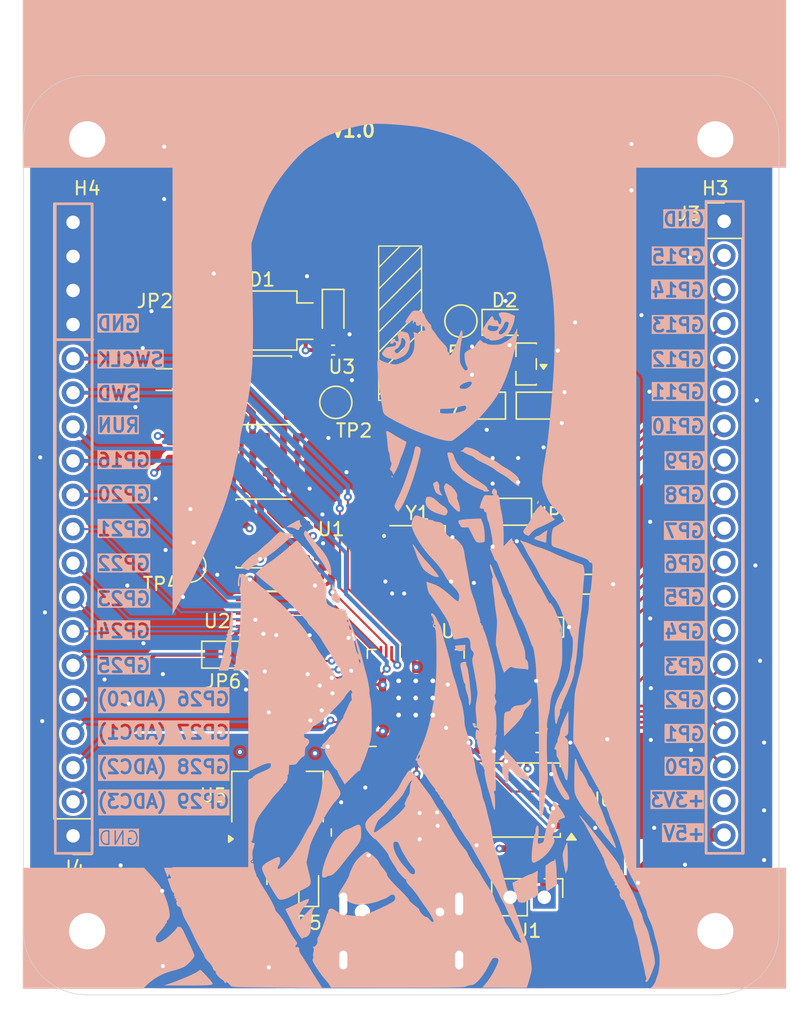
<source format=kicad_pcb>
(kicad_pcb (version 20241229) (generator "pcbnew") (generator_version "9.0")
  (layers (0 "F.Cu" signal) (4 "In1.Cu" power) (6 "In2.Cu" power) (2 "B.Cu" signal) (13 "F.Paste" user) (15 "B.Paste" user) (5 "F.SilkS" user "F.Silkscreen") (7 "B.SilkS" user "B.Silkscreen") (1 "F.Mask" user) (3 "B.Mask" user) (25 "Edge.Cuts" user))
  (net 0 "")
  (net 1 "/RX frontend/Vref_Filter")
  (net 2 "GND")
  (net 3 "+3V3")
  (net 4 "/RX frontend/RX_Raw")
  (net 5 "Net-(U3--)")
  (net 6 "Net-(C5-Pad1)")
  (net 7 "Net-(C5-Pad2)")
  (net 8 "Net-(U1A-+)")
  (net 9 "Net-(C7-Pad1)")
  (net 10 "/RX frontend/RX_Filtered")
  (net 11 "Net-(U1B-+)")
  (net 12 "Net-(JP5-B)")
  (net 13 "Net-(JP5-A)")
  (net 14 "/Didital/XIN")
  (net 15 "Net-(C16-Pad1)")
  (net 16 "+5V")
  (net 17 "+1V1")
  (net 18 "Net-(D1-A)")
  (net 19 "Net-(D2-K)")
  (net 20 "Net-(D3-A)")
  (net 21 "Net-(D4-A)")
  (net 22 "/Didital/~{USB_BOOT}")
  (net 23 "Net-(J2-CC2)")
  (net 24 "/Didital/USB_D+")
  (net 25 "/Didital/USB_D-")
  (net 27 "Net-(J2-CC1)")
  (net 29 "/Didital/GPIO7")
  (net 30 "/Didital/GPIO0")
  (net 31 "/Didital/GPIO13")
  (net 32 "/Didital/GPIO1")
  (net 33 "/Didital/GPIO9")
  (net 34 "/Didital/GPIO11")
  (net 35 "/Didital/GPIO3")
  (net 36 "/Didital/GPIO8")
  (net 37 "/Didital/GPIO14")
  (net 38 "/Didital/GPIO4")
  (net 39 "/Didital/GPIO6")
  (net 40 "/Didital/GPIO15")
  (net 41 "/Didital/GPIO2")
  (net 42 "/Didital/GPIO12")
  (net 43 "/Didital/GPIO10")
  (net 44 "/Didital/GPIO5")
  (net 45 "/Didital/RUN")
  (net 46 "/Didital/GPIO16")
  (net 47 "/Didital/SWD")
  (net 48 "/Didital/GPIO26_ADC0")
  (net 49 "/Didital/GPIO28_ADC2")
  (net 50 "/Didital/GPIO23")
  (net 51 "/Didital/GPIO24")
  (net 52 "/Didital/GPIO25")
  (net 53 "/Didital/GPIO17")
  (net 54 "/Didital/GPIO18")
  (net 55 "/Didital/GPIO21")
  (net 56 "/Didital/GPIO29_ADC3")
  (net 57 "/Didital/GPIO22")
  (net 58 "/Didital/GPIO20")
  (net 59 "/Didital/SWCLK")
  (net 60 "/Didital/GPIO27_ADC1")
  (net 61 "/Didital/GPIO19")
  (net 62 "Net-(JP2-A)")
  (net 63 "/Didital/RX_IN")
  (net 64 "Net-(JP7-A)")
  (net 65 "Net-(JP7-B)")
  (net 66 "/Didital/QSPI_SS")
  (net 67 "/Didital/XOUT")
  (net 68 "Net-(U7-USB_DP)")
  (net 69 "Net-(U7-USB_DM)")
  (net 74 "/Didital/QSPI_SCLK")
  (net 75 "/Didital/QSPI_SD3")
  (net 76 "/Didital/QSPI_SD1")
  (net 77 "/Didital/QSPI_SD0")
  (net 78 "/Didital/QSPI_SD2")
  (net 79 "Net-(D5-A)")
  (net 80 "/Didital/TX_D_IN")
  (footprint "Connector_PinHeader_2.54mm:PinHeader_1x19_P2.54mm_Vertical" (layer "F.Cu") (at 101.8 154.3 180)
    (property "Reference" "J4")
    (property "Value" "Conn_01x19")
  )
  (footprint "parts:C_0402_1005Metric_nosilk" (layer "F.Cu") (at 117 128.4 180)
    (property "Reference" "C6" (hide yes))
    (property "Value" "15p")
  )
  (footprint "Capacitor_SMD:C_0402_1005Metric" (layer "F.Cu") (at 121.2 118.1)
    (property "Reference" "C37" (hide yes))
    (property "Value" "0.1uF")
  )
  (footprint "Capacitor_SMD:C_0805_2012Metric" (layer "F.Cu") (at 117 157.65 -90)
    (property "Reference" "C18" (hide yes))
    (property "Value" "10u")
  )
  (footprint "parts:C_0402_1005Metric_nosilk" (layer "F.Cu") (at 115.7 125.9 180)
    (property "Reference" "C5" (hide yes))
    (property "Value" "15p")
  )
  (footprint "parts:R_0402_1005Metric_nosilk" (layer "F.Cu") (at 116.09 135.165)
    (property "Reference" "R6" (hide yes))
    (property "Value" "6.8k")
  )
  (footprint "Package_TO_SOT_SMD:SOT-223-3_TabPin2" (layer "F.Cu") (at 117.05 151.4 90)
    (property "Reference" "U5")
    (property "Value" "NCP1117-3.3_SOT223")
  )
  (footprint "LED_SMD:LED_0603_1608Metric" (layer "F.Cu") (at 136.9025 138.75 180)
    (property "Reference" "D3" (hide yes))
    (property "Value" "LED")
  )
  (footprint "Package_SO:SOIC-8_5.3x5.3mm_P1.27mm" (layer "F.Cu") (at 135.3875 151.63 180)
    (property "Reference" "U6")
    (property "Value" "W25Q128JVS")
  )
  (footprint "parts:R_0402_1005Metric_nosilk" (layer "F.Cu") (at 133.35 120.34 180)
    (property "Reference" "R27" (hide yes))
    (property "Value" "220")
  )
  (footprint "parts:C_0402_1005Metric_nosilk" (layer "F.Cu") (at 127.675 150.875 -90)
    (property "Reference" "C27" (hide yes))
    (property "Value" "100n")
  )
  (footprint "parts:R_0402_1005Metric_nosilk" (layer "F.Cu") (at 134.46 124.14)
    (property "Reference" "R14" (hide yes))
    (property "Value" "10")
  )
  (footprint "parts:R_0402_1005Metric_nosilk" (layer "F.Cu") (at 138.16 119.54 -90)
    (property "Reference" "R15" (hide yes))
    (property "Value" "75k")
  )
  (footprint "parts:C_0402_1005Metric_nosilk" (layer "F.Cu") (at 122.175 147.5 180)
    (property "Reference" "C31" (hide yes))
    (property "Value" "100n")
  )
  (footprint "RP2040_minimal:RP2040-QFN-56" (layer "F.Cu") (at 127.3625 144.025 180)
    (property "Reference" "U7")
    (property "Value" "RP2040")
  )
  (footprint "Resistor_SMD:R_0805_2012Metric_Pad1.20x1.40mm_HandSolder" (layer "F.Cu") (at 110.3 122.4 180)
    (property "Reference" "R26" (hide yes))
    (property "Value" "RSHUNT_BACKUP")
  )
  (footprint "parts:R_0402_1005Metric_nosilk" (layer "F.Cu") (at 127.49 157.075 180)
    (property "Reference" "R22" (hide yes))
    (property "Value" "5.1k")
  )
  (footprint "LED_SMD:LED_0603_1608Metric" (layer "F.Cu") (at 140.1875 135.55 180)
    (property "Reference" "D4" (hide yes))
    (property "Value" "LED")
  )
  (footprint "TestPoint:TestPoint_Pad_D2.0mm" (layer "F.Cu") (at 118.1 144.25 90)
    (property "Reference" "TP1")
    (property "Value" "TestPoint")
  )
  (footprint "parts:C_0402_1005Metric_nosilk" (layer "F.Cu") (at 123.075 149.25 -90)
    (property "Reference" "C25" (hide yes))
    (property "Value" "1u")
  )
  (footprint "parts:C_0402_1005Metric_nosilk" (layer "F.Cu") (at 130 153.05 90)
    (property "Reference" "C26" (hide yes))
    (property "Value" "100n")
  )
  (footprint "parts:C_0402_1005Metric_nosilk" (layer "F.Cu") (at 128.6 135.35)
    (property "Reference" "C15" (hide yes))
    (property "Value" "15p")
  )
  (footprint "parts:R_0402_1005Metric_nosilk" (layer "F.Cu") (at 137 155.25)
    (property "Reference" "R16" (hide yes))
    (property "Value" "1k")
  )
  (footprint "parts:C_0402_1005Metric_nosilk" (layer "F.Cu") (at 114.2 128.4 180)
    (property "Reference" "C8" (hide yes))
    (property "Value" "33p")
  )
  (footprint "parts:C_0402_1005Metric_nosilk" (layer "F.Cu") (at 120.2 141.75 -90)
    (property "Reference" "C30" (hide yes))
    (property "Value" "100n")
  )
  (footprint "parts:C_0402_1005Metric_nosilk" (layer "F.Cu") (at 111.7 120.3 90)
    (property "Reference" "C20" (hide yes))
    (property "Value" "10n")
  )
  (footprint "Capacitor_SMD:C_0805_2012Metric" (layer "F.Cu") (at 121.8 154.05 90)
    (property "Reference" "C17" (hide yes))
    (property "Value" "10u")
  )
  (footprint "parts:R_0402_1005Metric_nosilk" (layer "F.Cu") (at 115.7 127.2 180)
    (property "Reference" "R4" (hide yes))
    (property "Value" "33k")
  )
  (footprint "parts:R_0402_1005Metric_nosilk" (layer "F.Cu") (at 118.3 135.165 180)
    (property "Reference" "R5" (hide yes))
    (property "Value" "7.5k")
  )
  (footprint "TestPoint:TestPoint_Pad_D2.0mm" (layer "F.Cu") (at 121.4 122 90)
    (property "Reference" "TP2" (hide yes))
    (property "Value" "TestPoint")
  )
  (footprint "Connector_USB:USB_C_Receptacle_GCT_USB4105-xx-A_16P_TopMnt_Horizontal" (layer "F.Cu") (at 126.28 162.475)
    (property "Reference" "J2" (hide yes))
    (property "Value" "USB_C_Receptacle_USB2.0_16P")
  )
  (footprint "Resistor_SMD:R_0805_2012Metric" (layer "F.Cu") (at 110.3 118.2)
    (property "Reference" "R29" (hide yes))
    (property "Value" "1.6M")
  )
  (footprint "MountingHole:MountingHole_2.7mm_M2.5" (layer "F.Cu") (at 102.85 102.4 180)
    (property "Reference" "H4")
    (property "Value" "MountingHole")
  )
  (footprint "parts:R_0402_1005Metric_nosilk" (layer "F.Cu") (at 132.86 118.44 90)
    (property "Reference" "R13" (hide yes))
    (property "Value" "40")
  )
  (footprint "TestPoint:TestPoint_Pad_D2.0mm" (layer "F.Cu") (at 130.735 115.94)
    (property "Reference" "TP5")
    (property "Value" "TestPoint")
  )
  (footprint "Jumper:SolderJumper-2_P1.3mm_Open_Pad1.0x1.5mm" (layer "F.Cu") (at 134.6 130.15)
    (property "Reference" "JP8")
    (property "Value" "SolderJumper_2_Open")
  )
  (footprint "parts:C_0402_1005Metric_nosilk" (layer "F.Cu") (at 113.92 135.2 180)
    (property "Reference" "C34" (hide yes))
    (property "Value" "100p")
  )
  (footprint "MountingHole:MountingHole_2.7mm_M2.5" (layer "F.Cu") (at 102.85 161.4 180)
    (property "Reference" "H2")
    (property "Value" "MountingHole")
  )
  (footprint "TestPoint:TestPoint_Pad_D2.0mm" (layer "F.Cu") (at 141.1 116)
    (property "Reference" "TP7")
    (property "Value" "TestPoint")
  )
  (footprint "LED_SMD:LED_0805_2012Metric" (layer "F.Cu") (at 133.9975 116.04)
    (property "Reference" "D2")
    (property "Value" "LED")
  )
  (footprint "Jumper:SolderJumper-2_P1.3mm_Open_Pad1.0x1.5mm" (layer "F.Cu") (at 112.8 140.8 180)
    (property "Reference" "JP6")
    (property "Value" "SolderJumper_2_Open")
  )
  (footprint "Jumper:SolderJumper-2_P1.3mm_Open_Pad1.0x1.5mm" (layer "F.Cu") (at 136.26 122.24 180)
    (property "Reference" "JP5")
    (property "Value" "Jumper_Filter_Bypass")
  )
  (footprint "parts:C_0402_1005Metric_nosilk" (layer "F.Cu") (at 118 124.6)
    (property "Reference" "C3" (hide yes))
    (property "Value" "2.7p")
  )
  (footprint "Package_SO:SOIC-8_3.9x4.9mm_P1.27mm" (layer "F.Cu") (at 116.025 121.1)
    (property "Reference" "U3")
    (property "Value" "AD8655")
  )
  (footprint "OptoDevice:Osram_BPW34S-SMD" (layer "F.Cu") (at 116.1 115.9 180)
    (property "Reference" "D1")
    (property "Value" "BPW34-SMD")
  )
  (footprint "parts:R_0402_1005Metric_nosilk" (layer "F.Cu") (at 121.98 157.075)
    (property "Reference" "R31" (hide yes))
    (property "Value" "1k")
  )
  (footprint "parts:C_0402_1005Metric_nosilk" (layer "F.Cu") (at 128.7 150.85 -90)
    (property "Reference" "C22" (hide yes))
    (property "Value" "100n")
  )
  (footprint "parts:R_0402_1005Metric_nosilk" (layer "F.Cu") (at 118 127.2 180)
    (property "Reference" "R2" (hide yes))
    (property "Value" "8.2k")
  )
  (footprint "parts:C_0402_1005Metric_nosilk" (layer "F.Cu") (at 121.6 148.55 180)
    (property "Reference" "C19" (hide yes))
    (property "Value" "100n")
  )
  (footprint "parts:R_0402_1005Metric_nosilk" (layer "F.Cu") (at 118 125.9)
    (property "Reference" "R1" (hide yes))
    (property "Value" "20k")
  )
  (footprint "Capacitor_Tantalum_SMD:CP_EIA-2012-12_Kemet-R_HandSolder" (layer "F.Cu") (at 121.2 115.4775 -90)
    (property "Reference" "C36" (hide yes))
    (property "Value" "4.7uF")
  )
  (footprint "Resistor_SMD:R_0805_2012Metric_Pad1.20x1.40mm_HandSolder" (layer "F.Cu") (at 110.3 126.6 180)
    (property "Reference" "R23" (hide yes))
    (property "Value" "220k")
  )
  (footprint "TestPoint:TestPoint_Pad_D2.0mm" (layer "F.Cu") (at 139 126.34 90)
    (property "Reference" "TP6")
    (property "Value" "TestPoint")
  )
  (footprint "Crystal:Crystal_SMD_3225-4Pin_3.2x2.5mm" (layer "F.Cu") (at 127.5 132.9 180)
    (property "Reference" "Y1")
    (property "Value" "ABM8-272-T3")
  )
  (footprint "LED_SMD:LED_0603_1608Metric" (layer "F.Cu") (at 119.38 158.075 90)
    (property "Reference" "D5")
    (property "Value" "LED")
  )
  (footprint "parts:R_0402_1005Metric_nosilk" (layer "F.Cu") (at 126.575 149.85 90)
    (property "Reference" "R19" (hide yes))
    (property "Value" "27")
  )
  (footprint "parts:R_0402_1005Metric_nosilk" (layer "F.Cu") (at 139.6 136.95 180)
    (property "Reference" "R30" (hide yes))
    (property "Value" "470")
  )
  (footprint "parts:C_0402_1005Metric_nosilk" (layer "F.Cu") (at 116.5 140.2)
    (property "Reference" "C4" (hide yes))
    (property "Value" "0.1uF")
  )
  (footprint "parts:R_0402_1005Metric_nosilk" (layer "F.Cu") (at 127.7 137.83 90)
    (property "Reference" "R18" (hide yes))
    (property "Value" "1k")
  )
  (footprint "parts:C_0402_1005Metric_nosilk" (layer "F.Cu") (at 115 140.57 -90)
    (property "Reference" "C1" (hide yes))
    (property "Value" "0.1uF")
  )
  (footprint "parts:R_0402_1005Metric_nosilk" (layer "F.Cu") (at 115.7 124.6)
    (property "Reference" "R3" (hide yes))
    (property "Value" "8.2k")
  )
  (footprint "parts:R_0402_1005Metric_nosilk" (layer "F.Cu") (at 124.38 157.075 180)
    (property "Reference" "R21" (hide yes))
    (property "Value" "5.1k")
  )
  (footprint "TestPoint:TestPoint_Pad_D2.0mm" (layer "F.Cu") (at 110.5 134.2 90)
    (property "Reference" "TP4")
    (property "Value" "TestPoint")
  )
  (footprint "Resistor_SMD:R_0805_2012Metric_Pad1.20x1.40mm_HandSolder" (layer "F.Cu") (at 110.3 128.7)
    (property "Reference" "R24" (hide yes))
    (property "Value" "220k")
  )
  (footprint "Jumper:SolderJumper-2_P1.3mm_Open_Pad1.0x1.5mm" (layer "F.Cu") (at 132.66 122.24)
    (property "Reference" "JP7")
    (property "Value" "Jumper_HP_MODE")
  )
  (footprint "parts:C_0402_1005Metric_nosilk" (layer "F.Cu") (at 136.56 124.14)
    (property "Reference" "C14" (hide yes))
    (property "Value" "22n")
  )
  (footprint "Connector_PinHeader_2.54mm:PinHeader_1x02_P2.54mm_Vertical" (layer "F.Cu") (at 136.95 158.875 -90)
    (property "Reference" "J1")
    (property "Value" "Conn_01x02")
  )
  (footprint "Package_SO:TSSOP-10_3x3mm_P0.5mm" (layer "F.Cu") (at 116.65 137.7)
    (property "Reference" "U2")
    (property "Value" "PGA112")
  )
  (footprint "parts:C_0402_1005Metric_nosilk" (layer "F.Cu") (at 125.4 137.58 90)
    (property "Reference" "C21" (hide yes))
    (property "Value" "100n")
  )
  (footprint "Resistor_SMD:R_0805_2012Metric_Pad1.20x1.40mm_HandSolder" (layer "F.Cu") (at 110.3 124.5)
    (property "Reference" "R25" (hide yes))
    (property "Value" "RSHUNT_BACKUP")
  )
  (footprint "parts:C_0402_1005Metric_nosilk" (layer "F.Cu") (at 132.7 147.05)
    (property "Reference" "C24" (hide yes))
    (property "Value" "100n")
  )
  (footprint "parts:C_0402_1005Metric_nosilk" (layer "F.Cu") (at 126.5 137.56 90)
    (property "Reference" "C28" (hide yes))
    (property "Value" "100n")
  )
  (footprint "Package_SO:SOIC-8_3.9x4.9mm_P1.27mm" (layer "F.Cu") (at 116.025 131.765 180)
    (property "Reference" "U1")
    (property "Value" "AD8656")
  )
  (footprint "MountingHole:MountingHole_2.7mm_M2.5" (layer "F.Cu") (at 149.71 102.4 180)
    (property "Reference" "H3")
    (property "Value" "MountingHole")
  )
  (footprint "Capacitor_Tantalum_SMD:CP_EIA-2012-12_Kemet-R_HandSolder" (layer "F.Cu") (at 109 120.3 180)
    (property "Reference" "C33" (hide yes))
    (property "Value" "4.7uF")
  )
  (footprint "parts:R_0402_1005Metric_nosilk" (layer "F.Cu") (at 113.7 126.5 90)
    (property "Reference" "R8" (hide yes))
    (property "Value" "27k")
  )
  (footprint "Capacitor_SMD:C_0805_2012Metric" (layer "F.Cu") (at 136.6 147.35)
    (property "Reference" "C32" (hide yes))
    (property "Value" "10u")
  )
  (footprint "parts:C_0402_1005Metric_nosilk" (layer "F.Cu") (at 113.62 124.6 180)
    (property "Reference" "C7" (hide yes))
    (property "Value" "33p")
  )
  (footprint "parts:R_0402_1005Metric_nosilk" (layer "F.Cu") (at 134.9 155.25)
    (property "Reference" "R17" (hide yes))
    (property "Value" "DNF")
  )
  (footprint "Package_TO_SOT_SMD:SOT-23" (layer "F.Cu") (at 135.5975 119.14 180)
    (property "Reference" "N-MOS1" (hide yes))
    (property "Value" "~")
  )
  (footprint "MountingHole:MountingHole_2.7mm_M2.5" (layer "F.Cu") (at 149.71 161.4 180)
    (property "Reference" "H1")
    (property "Value" "MountingHole")
  )
  (footprint "Connector_PinHeader_2.54mm:PinHeader_1x19_P2.54mm_Vertical" (layer "F.Cu") (at 150.37 108.51)
    (property "Reference" "J3")
    (property "Value" "Conn_01x19")
  )
  (footprint "parts:C_0402_1005Metric_nosilk" (layer "F.Cu") (at 120.4 133.8 90)
    (property "Reference" "C35" (hide yes))
    (property "Value" "0.1uF")
  )
  (footprint "parts:R_0402_1005Metric_nosilk" (layer "F.Cu") (at 136.39 140.15 180)
    (property "Reference" "R28" (hide yes))
    (property "Value" "470")
  )
  (footprint "Jumper:SolderJumper-2_P1.3mm_Open_Pad1.0x1.5mm" (layer "F.Cu") (at 110.7 115.35 90)
    (property "Reference" "JP2")
    (property "Value" "SolderJumper_2_Open")
  )
  (footprint "parts:C_0402_1005Metric_nosilk" (layer "F.Cu") (at 126.4 135.35 180)
    (property "Reference" "C16" (hide yes))
    (property "Value" "15p")
  )
  (footprint "parts:C_0402_1005Metric_nosilk" (layer "F.Cu") (at 133.3 142.75)
    (property "Reference" "C29" (hide yes))
    (property "Value" "100n")
  )
  (footprint "parts:C_0402_1005Metric_nosilk" (layer "F.Cu") (at 120.8 138.85)
    (property "Reference" "C2" (hide yes))
    (property "Value" "0.1uF")
  )
  (footprint "parts:C_0402_1005Metric_nosilk" (layer "F.Cu") (at 124.25 149.3 -90)
    (property "Reference" "C23" (hide yes))
    (property "Value" "1u")
  )
  (footprint "parts:R_0402_1005Metric_nosilk" (layer "F.Cu") (at 125.475 149.85 90)
    (property "Reference" "R20" (hide yes))
    (property "Value" "27")
  )
  (gr_line (start 124.6 115.15) (end 127.8 111.95) (stroke (width 0.1)) (layer "F.SilkS"))
  (gr_line (start 124.6 121.45) (end 126.2 119.85) (stroke (width 0.1)) (layer "F.SilkS"))
  (gr_line (start 127.8 111.95) (end 124.6 115.15) (stroke (width 0.1)) (layer "F.SilkS"))
  (gr_line (start 124.6 119.85) (end 126.2 118.25) (stroke (width 0.1)) (layer "F.SilkS"))
  (gr_rect (start 124.6 110.35) (end 127.8 121.85) (stroke (width 0.1)) (fill no) (layer "F.SilkS"))
  (gr_line (start 127.8 119.85) (end 125.8 121.85) (stroke (width 0.1)) (layer "F.SilkS"))
  (gr_line (start 127.8 118.25) (end 124.6 121.45) (stroke (width 0.1)) (layer "F.SilkS"))
  (gr_line (start 127.8 115.05) (end 124.6 118.25) (stroke (width 0.1)) (layer "F.SilkS"))
  (gr_line (start 127.8 116.65) (end 124.6 119.85) (stroke (width 0.1)) (layer "F.SilkS"))
  (gr_line (start 126.2 110.35) (end 124.6 111.95) (stroke (width 0.1)) (layer "F.SilkS"))
  (gr_line (start 127.8 110.35) (end 124.6 113.55) (stroke (width 0.1)) (layer "F.SilkS"))
  (gr_line (start 127.8 115.05) (end 127.8 116.65) (stroke (width 0.1)) (layer "F.SilkS"))
  (gr_line (start 127.8 113.55) (end 124.6 116.75) (stroke (width 0.1)) (layer "F.SilkS"))
  (gr_line (start 124.6 118.25) (end 127.8 115.05) (stroke (width 0.1)) (layer "F.SilkS"))
  (gr_poly (pts (xy 123.132798 153.474908) (xy 123.159188 153.483037) (xy 123.171267 153.488905) (xy 123.182631 153.495998) (xy 123.1933 153.50433) (xy 123.203295 153.513917) (xy 123.221346 153.536923) (xy 123.236949 153.565142) (xy 123.250272 153.598701) (xy 123.261478 153.637726) (xy 123.270736 153.682346) (xy 123.278211 153.732687) (xy 123.284068 153.788876) (xy 123.288475 153.85104) (xy 123.2936 153.993801) (xy 123.294913 154.161985) (xy 123.29387 154.242489) (xy 123.290535 154.31728) (xy 123.284379 154.387451) (xy 123.274874 154.454095) (xy 123.261489 154.518305) (xy 123.243695 154.581174) (xy 123.220963 154.643793) (xy 123.192764 154.707257) (xy 123.158567 154.772657) (xy 123.117844 154.841087) (xy 123.070066 154.913639) (xy 123.014702 154.991407) (xy 122.951224 155.075482) (xy 122.879103 155.166958) (xy 122.70681 155.376482) (xy 122.572605 155.540657) (xy 122.380669 155.780223) (xy 122.156623 156.063021) (xy 121.926087 156.356889) (xy 121.825872 156.484272) (xy 121.732924 156.60012) (xy 121.646716 156.704904) (xy 121.566719 156.799095) (xy 121.492404 156.883166) (xy 121.423244 156.957588) (xy 121.358711 157.022832) (xy 121.298275 157.079369) (xy 121.26943 157.104521) (xy 121.24141 157.127672) (xy 121.214151 157.148883) (xy 121.187586 157.168211) (xy 121.16165 157.185717) (xy 121.136276 157.201459) (xy 121.111399 157.215495) (xy 121.086952 157.227886) (xy 121.062869 157.238689) (xy 121.039084 157.247964) (xy 121.015532 157.255769) (xy 120.992145 157.262164) (xy 120.968859 157.267208) (xy 120.945607 157.270959) (xy 120.922323 157.273476) (xy 120.898941 157.274819) (xy 120.884544 157.275619) (xy 120.870148 157.277043) (xy 120.855844 157.279058) (xy 120.841725 157.281627) (xy 120.827883 157.284716) (xy 120.814409 157.288291) (xy 120.801396 157.292316) (xy 120.788936 157.296756) (xy 120.777121 157.301576) (xy 120.766042 157.306742) (xy 120.755792 157.312218) (xy 120.746462 157.317969) (xy 120.738145 157.323961) (xy 120.734396 157.327036) (xy 120.730933 157.330158) (xy 120.72777 157.333323) (xy 120.724918 157.336527) (xy 120.722388 157.339764) (xy 120.720191 157.34303) (xy 120.715381 157.349514) (xy 120.709125 157.355815) (xy 120.701522 157.361902) (xy 120.692673 157.367742) (xy 120.682677 157.373302) (xy 120.671635 157.378549) (xy 120.659646 157.383452) (xy 120.64681 157.387977) (xy 120.633228 157.392091) (xy 120.618998 157.395763) (xy 120.604222 157.398959) (xy 120.588998 157.401648) (xy 120.573427 157.403796) (xy 120.557609 157.40537) (xy 120.541644 157.406339) (xy 120.52563 157.406669) (xy 120.501019 157.406309) (xy 120.479116 157.405062) (xy 120.459767 157.402674) (xy 120.442818 157.398894) (xy 120.435195 157.396402) (xy 120.428114 157.393468) (xy 120.421556 157.390059) (xy 120.415501 157.386144) (xy 120.409929 157.381692) (xy 120.404822 157.37667) (xy 120.400161 157.371048) (xy 120.395925 157.364793) (xy 120.392096 157.357875) (xy 120.388653 157.35026) (xy 120.385579 157.341919) (xy 120.382854 157.33282) (xy 120.37837 157.312218) (xy 120.375049 157.288204) (xy 120.372735 157.260523) (xy 120.371274 157.228925) (xy 120.370511 157.193155) (xy 120.370291 157.152962) (xy 120.376022 157.046877) (xy 120.39268 156.924252) (xy 120.419464 156.787194) (xy 120.45557 156.637807) (xy 120.500196 156.478197) (xy 120.552541 156.31047) (xy 120.611801 156.136731) (xy 120.677174 155.959086) (xy 120.747858 155.779639) (xy 120.823051 155.600496) (xy 120.90195 155.423764) (xy 120.983753 155.251546) (xy 121.067657 155.08595) (xy 121.15286 154.929079) (xy 121.23856 154.78304) (xy 121.323954 154.649938) (xy 121.367762 154.588271) (xy 121.417697 154.523636) (xy 121.472732 154.456991) (xy 121.531843 154.389295) (xy 121.594006 154.321506) (xy 121.658194 154.254583) (xy 121.723383 154.189485) (xy 121.788548 154.12717) (xy 121.852664 154.068596) (xy 121.914705 154.014723) (xy 121.973647 153.966508) (xy 122.028465 153.92491) (xy 122.078134 153.890888) (xy 122.121629 153.8654) (xy 122.14074 153.856156) (xy 122.157924 153.849406) (xy 122.173051 153.845267) (xy 122.185994 153.843862) (xy 122.19603 153.842871) (xy 122.20948 153.839963) (xy 122.245713 153.828789) (xy 122.292872 153.811126) (xy 122.349139 153.787758) (xy 122.412696 153.759471) (xy 122.481723 153.72705) (xy 122.554401 153.69128) (xy 122.628913 153.652947) (xy 122.709773 153.611038) (xy 122.783899 153.574183) (xy 122.818526 153.557719) (xy 122.851578 153.542601) (xy 122.883089 153.528857) (xy 122.913096 153.516513) (xy 122.941635 153.505597) (xy 122.968741 153.496137) (xy 122.994451 153.488161) (xy 123.018799 153.481694) (xy 123.041823 153.476766) (xy 123.063557 153.473404) (xy 123.084039 153.471634) (xy 123.103298 153.471485)) (fill yes) (layer "B.SilkS"))
  (gr_poly (pts (xy 118.482352 132.302874) (xy 118.49023 132.304792) (xy 118.49838 132.307701) (xy 118.506867 132.311611) (xy 118.515755 132.316536) (xy 118.52511 132.322485) (xy 118.534996 132.329472) (xy 118.545479 132.337506) (xy 118.556623 132.346601) (xy 118.568494 132.356767) (xy 118.594677 132.38036) (xy 118.624546 132.408379) (xy 118.658623 132.440916) (xy 118.677445 132.459188) (xy 118.695742 132.47741) (xy 118.713418 132.495465) (xy 118.730379 132.513242) (xy 118.746529 132.530625) (xy 118.761774 132.547501) (xy 118.776017 132.563756) (xy 118.789165 132.579276) (xy 118.801123 132.593948) (xy 118.811794 132.607656) (xy 118.821085 132.620287) (xy 118.828899 132.631728) (xy 118.835142 132.641864) (xy 118.83972 132.650582) (xy 118.841354 132.654373) (xy 118.842536 132.657767) (xy 118.843254 132.66075) (xy 118.843495 132.663306) (xy 118.847627 132.679106) (xy 118.859581 132.705811) (xy 118.904315 132.787833) (xy 118.972416 132.901163) (xy 119.058603 133.037592) (xy 119.157594 133.188914) (xy 119.264107 133.346918) (xy 119.37286 133.503398) (xy 119.478572 133.650144) (xy 119.517154 133.703591) (xy 119.553136 133.755487) (xy 119.585732 133.804552) (xy 119.614159 133.849507) (xy 119.626565 133.870042) (xy 119.637634 133.889069) (xy 119.647269 133.906429) (xy 119.655372 133.921961) (xy 119.661845 133.935505) (xy 119.666589 133.946901) (xy 119.669508 133.955989) (xy 119.670252 133.959618) (xy 119.670503 133.962609) (xy 119.672436 133.970548) (xy 119.67811 133.983506) (xy 119.699913 134.023313) (xy 119.734383 134.079703) (xy 119.779993 134.150351) (xy 119.835215 134.232931) (xy 119.89852 134.325117) (xy 119.968382 134.424584) (xy 120.043271 134.529005) (xy 120.119884 134.637254) (xy 120.194729 134.747663) (xy 120.265929 134.857139) (xy 120.331603 134.96259) (xy 120.389872 135.060924) (xy 120.438857 135.149048) (xy 120.459282 135.188315) (xy 120.47668 135.223869) (xy 120.490818 135.255325) (xy 120.50146 135.282296) (xy 120.510506 135.3066) (xy 120.519993 135.330223) (xy 120.529841 135.353042) (xy 120.539973 135.374935) (xy 120.550311 135.395779) (xy 120.560776 135.415452) (xy 120.571289 135.433833) (xy 120.581773 135.450798) (xy 120.592149 135.466225) (xy 120.602338 135.479992) (xy 120.607338 135.486215) (xy 120.612262 135.491976) (xy 120.617101 135.497262) (xy 120.621844 135.502056) (xy 120.626481 135.506344) (xy 120.631004 135.510109) (xy 120.635401 135.513337) (xy 120.639664 135.516013) (xy 120.643782 135.51812) (xy 120.647746 135.519645) (xy 120.651545 135.52057) (xy 120.655171 135.520882) (xy 120.663357 135.523423) (xy 120.670822 135.531054) (xy 120.677564 135.54379) (xy 120.683583 135.561643) (xy 120.688878 135.584629) (xy 120.693449 135.612761) (xy 120.700413 135.684517) (xy 120.704468 135.777023) (xy 120.70561 135.890389) (xy 120.703832 136.024726) (xy 120.699127 136.180144) (xy 120.695054 136.326398) (xy 120.693922 136.462161) (xy 120.695647 136.585878) (xy 120.697554 136.642734) (xy 120.700142 136.695994) (xy 120.7034 136.745465) (xy 120.707319 136.790953) (xy 120.711887 136.832262) (xy 120.717094 136.869198) (xy 120.722928 136.901567) (xy 120.729378 136.929174) (xy 120.736435 136.951824) (xy 120.744087 136.969324) (xy 120.766903 137.004425) (xy 120.797428 137.039428) (xy 120.835155 137.074118) (xy 120.879578 137.108278) (xy 120.930189 137.141691) (xy 120.986482 137.174142) (xy 121.047951 137.205414) (xy 121.114088 137.235291) (xy 121.184387 137.263557) (xy 121.258342 137.289995) (xy 121.335445 137.31439) (xy 121.415191 137.336524) (xy 121.497072 137.356182) (xy 121.580581 137.373147) (xy 121.665213 137.387203) (xy 121.75046 137.398135) (xy 121.817186 137.405549) (xy 121.876034 137.412546) (xy 121.927565 137.419438) (xy 121.972341 137.426538) (xy 121.992373 137.430265) (xy 122.010927 137.434162) (xy 122.028073 137.438267) (xy 122.043883 137.442621) (xy 122.058426 137.447261) (xy 122.071773 137.452229) (xy 122.083995 137.457562) (xy 122.09516 137.4633) (xy 122.105341 137.469482) (xy 122.114606 137.476148) (xy 122.123027 137.483335) (xy 122.130673 137.491085) (xy 122.137616 137.499435) (xy 122.143925 137.508425) (xy 122.149671 137.518095) (xy 122.154924 137.528483) (xy 122.159755 137.539628) (xy 122.164233 137.55157) (xy 122.168429 137.564349) (xy 122.172413 137.578002) (xy 122.180029 137.608091) (xy 122.187642 137.64215) (xy 122.198898 137.687528) (xy 122.21432 137.739589) (xy 122.233219 137.796496) (xy 122.254905 137.856414) (xy 122.278685 137.917508) (xy 122.303871 137.977942) (xy 122.32977 138.035879) (xy 122.355694 138.089486) (xy 122.464205 138.330148) (xy 122.596476 138.664623) (xy 122.74371 139.066796) (xy 122.897113 139.510554) (xy 123.047887 139.969781) (xy 123.187238 140.418365) (xy 123.306368 140.83019) (xy 123.396482 141.179143) (xy 123.464914 141.462767) (xy 123.534261 141.738022) (xy 123.5964 141.973475) (xy 123.62223 142.066452) (xy 123.643212 142.137691) (xy 123.669195 142.22571) (xy 123.69554 142.322433) (xy 123.747947 142.534686) (xy 123.797696 142.759839) (xy 123.84205 142.983279) (xy 123.878273 143.190396) (xy 123.903629 143.366576) (xy 123.911376 143.438499) (xy 123.915381 143.497209) (xy 123.9153 143.540878) (xy 123.910793 143.567681) (xy 123.907973 143.578438) (xy 123.906216 143.593002) (xy 123.905491 143.611123) (xy 123.905762 143.63255) (xy 123.909167 143.684321) (xy 123.916165 143.746309) (xy 123.926494 143.816509) (xy 123.939888 143.892916) (xy 123.956084 143.973525) (xy 123.974818 144.05633) (xy 123.998012 144.170314) (xy 124.01827 144.306546) (xy 124.035649 144.465844) (xy 124.050205 144.649022) (xy 124.061994 144.856897) (xy 124.071072 145.090284) (xy 124.077497 145.349998) (xy 124.081323 145.636855) (xy 124.083871 146.018549) (xy 124.082896 146.31871) (xy 124.080422 146.444745) (xy 124.07627 146.55823) (xy 124.070173 146.661778) (xy 124.061865 146.758001) (xy 124.051081 146.849509) (xy 124.037553 146.938915) (xy 124.021017 147.028829) (xy 124.001206 147.121864) (xy 123.977853 147.22063) (xy 123.950694 147.327739) (xy 123.88389 147.577434) (xy 123.83769 147.740343) (xy 123.785857 147.91078) (xy 123.730147 148.083696) (xy 123.672317 148.254043) (xy 123.614124 148.416771) (xy 123.557324 148.566832) (xy 123.503673 148.699176) (xy 123.454929 148.808755) (xy 123.410444 148.904552) (xy 123.368935 148.997431) (xy 123.331313 149.085105) (xy 123.298488 149.165288) (xy 123.271373 149.235694) (xy 123.250877 149.294036) (xy 123.243396 149.317969) (xy 123.237912 149.338029) (xy 123.234537 149.35393) (xy 123.233387 149.365386) (xy 123.233281 149.369945) (xy 123.232966 149.374447) (xy 123.232448 149.378884) (xy 123.231731 149.383252) (xy 123.230821 149.387545) (xy 123.229723 149.391758) (xy 123.228443 149.395883) (xy 123.226985 149.399917) (xy 123.225355 149.403853) (xy 123.223559 149.407685) (xy 123.2216 149.411409) (xy 123.219485 149.415017) (xy 123.217219 149.418505) (xy 123.214806 149.421866) (xy 123.212254 149.425095) (xy 123.209565 149.428187) (xy 123.206746 149.431136) (xy 123.203802 149.433935) (xy 123.200738 149.43658) (xy 123.19756 149.439065) (xy 123.194272 149.441383) (xy 123.19088 149.44353) (xy 123.187389 149.445499) (xy 123.183805 149.447285) (xy 123.180132 149.448882) (xy 123.176376 149.450285) (xy 123.172541 149.451487) (xy 123.168635 149.452484) (xy 123.16466 149.453269) (xy 123.160623 149.453837) (xy 123.156529 149.454181) (xy 123.152384 149.454298) (xy 123.141522 149.456927) (xy 123.125831 149.464642) (xy 123.105614 149.477184) (xy 123.081169 149.494292) (xy 123.020799 149.541168) (xy 122.947125 149.603194) (xy 122.86255 149.678292) (xy 122.769479 149.764385) (xy 122.670313 149.859394) (xy 122.567458 149.961243) (xy 122.06354 150.468189) (xy 121.790301 150.008915) (xy 121.73538 149.915066) (xy 121.684112 149.824372) (xy 121.637621 149.739044) (xy 121.597032 149.661293) (xy 121.563472 149.593329) (xy 121.549679 149.563708) (xy 121.538065 149.537363) (xy 121.52877 149.514569) (xy 121.521936 149.495604) (xy 121.517702 149.480744) (xy 121.51621 149.470264) (xy 121.51609 149.466182) (xy 121.515805 149.462153) (xy 121.515361 149.45818) (xy 121.514761 149.454271) (xy 121.51401 149.450428) (xy 121.513111 149.446659) (xy 121.512069 149.442967) (xy 121.510887 149.439358) (xy 121.509571 149.435837) (xy 121.508124 149.432408) (xy 121.50655 149.429078) (xy 121.504853 149.42585) (xy 121.503037 149.422731) (xy 121.501107 149.419725) (xy 121.499067 149.416837) (xy 121.496921 149.414072) (xy 121.494672 149.411436) (xy 121.492325 149.408933) (xy 121.489885 149.406568) (xy 121.487354 149.404347) (xy 121.484738 149.402275) (xy 121.482041 149.400356) (xy 121.479266 149.398596) (xy 121.476417 149.396999) (xy 121.4735 149.395572) (xy 121.470517 149.394318) (xy 121.467473 149.393244) (xy 121.464373 149.392353) (xy 121.46122 149.391652) (xy 121.458018 149.391144) (xy 121.454772 149.390836) (xy 121.451485 149.390733) (xy 121.443897 149.388696) (xy 121.434078 149.382706) (xy 121.408216 149.359576) (xy 121.374848 149.322762) (xy 121.33492 149.273688) (xy 121.239172 149.144445) (xy 121.128552 148.98322) (xy 121.010637 148.801389) (xy 120.893004 148.610325) (xy 120.783231 148.421403) (xy 120.688896 148.245998) (xy 120.675171 148.218266) (xy 120.6622 148.19035) (xy 120.650037 148.162436) (xy 120.638733 148.134708) (xy 120.628338 148.107353) (xy 120.618905 148.080556) (xy 120.610484 148.054502) (xy 120.603127 148.029377) (xy 120.596886 148.005367) (xy 120.591812 147.982656) (xy 120.587955 147.961432) (xy 120.585369 147.941878) (xy 120.584103 147.92418) (xy 120.58421 147.908525) (xy 120.585741 147.895096) (xy 120.587056 147.889276) (xy 120.588747 147.884081) (xy 120.590725 147.87869) (xy 120.592478 147.873496) (xy 120.594006 147.868501) (xy 120.59531 147.863707) (xy 120.596391 147.859115) (xy 120.597251 147.854728) (xy 120.59789 147.850546) (xy 120.598309 147.846572) (xy 120.598511 147.842808) (xy 120.598494 147.839255) (xy 120.598262 147.835915) (xy 120.597815 147.832789) (xy 120.597153 147.82988) (xy 120.596278 147.827189) (xy 120.595192 147.824718) (xy 120.593894 147.822468) (xy 120.592387 147.820442) (xy 120.590671 147.818641) (xy 120.588748 147.817067) (xy 120.586618 147.815722) (xy 120.584282 147.814607) (xy 120.581742 147.813724) (xy 120.578999 147.813074) (xy 120.576054 147.812661) (xy 120.572907 147.812484) (xy 120.569561 147.812547) (xy 120.566015 147.81285) (xy 120.562271 147.813396) (xy 120.558331 147.814186) (xy 120.554195 147.815222) (xy 120.549864 147.816506) (xy 120.545339 147.81804) (xy 120.534744 147.821298) (xy 120.523663 147.823693) (xy 120.512159 147.825261) (xy 120.500294 147.826037) (xy 120.488132 147.826055) (xy 120.475737 147.82535) (xy 120.463169 147.823959) (xy 120.450494 147.821916) (xy 120.437774 147.819256) (xy 120.425071 147.816014) (xy 120.412449 147.812226) (xy 120.399971 147.807926) (xy 120.387699 147.80315) (xy 120.375697 147.797934) (xy 120.364028 147.792311) (xy 120.352755 147.786317) (xy 120.341941 147.779988) (xy 120.331648 147.773358) (xy 120.32194 147.766463) (xy 120.312879 147.759338) (xy 120.304529 147.752018) (xy 120.296953 147.744537) (xy 120.290214 147.736932) (xy 120.284374 147.729238) (xy 120.279497 147.721489) (xy 120.275646 147.71372) (xy 120.272883 147.705967) (xy 120.271271 147.698266) (xy 120.270875 147.69065) (xy 120.271756 147.683156) (xy 120.273977 147.675818) (xy 120.277603 147.668671) (xy 120.279631 147.665568) (xy 120.281784 147.662597) (xy 120.284057 147.659761) (xy 120.286442 147.657061) (xy 120.288935 147.654499) (xy 120.291528 147.652077) (xy 120.294216 147.649795) (xy 120.296992 147.647657) (xy 120.29985 147.645662) (xy 120.302784 147.643813) (xy 120.305789 147.642112) (xy 120.308856 147.640559) (xy 120.311982 147.639157) (xy 120.315159 147.637908) (xy 120.318381 147.636812) (xy 120.321642 147.635871) (xy 120.324936 147.635087) (xy 120.328257 147.634462) (xy 120.331598 147.633997) (xy 120.334954 147.633693) (xy 120.338319 147.633553) (xy 120.341685 147.633578) (xy 120.345047 147.633769) (xy 120.348399 147.634128) (xy 120.351735 147.634657) (xy 120.355048 147.635357) (xy 120.358332 147.63623) (xy 120.361582 147.637277) (xy 120.36479 147.638501) (xy 120.367952 147.639902) (xy 120.37106 147.641482) (xy 120.374108 147.643243) (xy 120.377057 147.64498) (xy 120.379875 147.646452) (xy 120.382561 147.647663) (xy 120.385113 147.648616) (xy 120.387531 147.649314) (xy 120.389813 147.649762) (xy 120.391957 147.649962) (xy 120.393962 147.64992) (xy 120.395826 147.649638) (xy 120.397549 147.649121) (xy 120.399128 147.648371) (xy 120.400562 147.647393) (xy 120.401849 147.64619) (xy 120.402989 147.644767) (xy 120.40398 147.643126) (xy 120.40482 147.641271) (xy 120.405508 147.639207) (xy 120.406042 147.636936) (xy 120.406421 147.634463) (xy 120.406644 147.631792) (xy 120.406709 147.628925) (xy 120.406615 147.625867) (xy 120.405942 147.619191) (xy 120.404614 147.611794) (xy 120.40262 147.603706) (xy 120.399948 147.594956) (xy 120.396587 147.585573) (xy 120.394767 147.580358) (xy 120.393292 147.575081) (xy 120.392157 147.569751) (xy 120.391358 147.564374) (xy 120.390892 147.558957) (xy 120.390755 147.553507) (xy 120.390942 147.54803) (xy 120.39145 147.542534) (xy 120.392275 147.537026) (xy 120.393412 147.531512) (xy 120.394859 147.525999) (xy 120.396611 147.520494) (xy 120.398664 147.515004) (xy 120.401014 147.509535) (xy 120.403657 147.504095) (xy 120.40659 147.498691) (xy 120.409809 147.493329) (xy 120.413309 147.488016) (xy 120.417087 147.482759) (xy 120.421138 147.477565) (xy 120.425459 147.472441) (xy 120.430046 147.467393) (xy 120.434896 147.462429) (xy 120.440003 147.457555) (xy 120.445364 147.452778) (xy 120.450976 147.448105) (xy 120.456834 147.443543) (xy 120.462935 147.439099) (xy 120.469273 147.43478) (xy 120.475847 147.430592) (xy 120.482651 147.426542) (xy 120.489682 147.422637) (xy 120.504085 147.413846) (xy 120.520552 147.401854) (xy 120.538893 147.38687) (xy 120.558916 147.369105) (xy 120.580432 147.348766) (xy 120.60325 147.326064) (xy 120.65203 147.274405) (xy 120.703732 147.215802) (xy 120.756832 147.151929) (xy 120.809807 147.08446) (xy 120.861132 147.015067) (xy 120.886154 146.980692) (xy 120.911121 146.947499) (xy 120.935876 146.915652) (xy 120.960263 146.885311) (xy 120.984124 146.85664) (xy 121.007302 146.8298) (xy 121.02964 146.804953) (xy 121.050982 146.782262) (xy 121.07117 146.761889) (xy 121.090048 146.743996) (xy 121.107459 146.728746) (xy 121.123245 146.716299) (xy 121.13048 146.711178) (xy 121.137249 146.706819) (xy 121.143535 146.703242) (xy 121.149316 146.700468) (xy 121.154573 146.698516) (xy 121.159287 146.697408) (xy 121.163437 146.697162) (xy 121.167005 146.6978) (xy 121.179635 146.701125) (xy 121.191828 146.702077) (xy 121.203957 146.700078) (xy 121.216394 146.694552) (xy 121.229512 146.684923) (xy 121.243685 146.670614) (xy 121.259283 146.65105) (xy 121.276681 146.625653) (xy 121.296251 146.593847) (xy 121.318365 146.555055) (xy 121.371718 146.454211) (xy 121.439722 146.318508) (xy 121.525357 146.143334) (xy 121.561961 146.070693) (xy 121.601382 145.997382) (xy 121.642379 145.925401) (xy 121.683708 145.856753) (xy 121.724128 145.793441) (xy 121.743609 145.764411) (xy 121.762396 145.737466) (xy 121.780335 145.712856) (xy 121.79727 145.690831) (xy 121.813046 145.671641) (xy 121.827508 145.655537) (xy 121.841098 145.640839) (xy 121.854308 145.625817) (xy 121.867071 145.610581) (xy 121.879316 145.595239) (xy 121.890977 145.579901) (xy 121.901984 145.564675) (xy 121.912268 145.549671) (xy 121.921761 145.534997) (xy 121.930394 145.520763) (xy 121.938099 145.507078) (xy 121.944806 145.494051) (xy 121.950449 145.481791) (xy 121.954956 145.470407) (xy 121.958261 145.460009) (xy 121.960294 145.450704) (xy 121.960813 145.446496) (xy 121.960987 145.442603) (xy 121.961467 145.434365) (xy 121.962874 145.424635) (xy 121.96516 145.413539) (xy 121.968279 145.4012) (xy 121.972184 145.387742) (xy 121.976825 145.37329) (xy 121.988133 145.341899) (xy 122.001822 145.30802) (xy 122.017513 145.272645) (xy 122.034828 145.236767) (xy 122.053387 145.20138) (xy 122.075662 145.158702) (xy 122.103668 145.101912) (xy 122.172343 144.955837) (xy 122.250353 144.782833) (xy 122.32864 144.602579) (xy 122.347535 144.559048) (xy 122.366395 144.517227) (xy 122.3851 144.47731) (xy 122.403533 144.439495) (xy 122.421576 144.403977) (xy 122.439109 144.370952) (xy 122.456015 144.340615) (xy 122.472175 144.313163) (xy 122.487472 144.288791) (xy 122.501785 144.267696) (xy 122.514998 144.250073) (xy 122.521155 144.242625) (xy 122.526992 144.236118) (xy 122.532495 144.230577) (xy 122.537648 144.226027) (xy 122.542438 144.222492) (xy 122.546849 144.219996) (xy 122.550866 144.218564) (xy 122.554475 144.21822) (xy 122.55766 144.218989) (xy 122.560408 144.220896) (xy 122.562831 144.222972) (xy 122.565107 144.22424) (xy 122.567236 144.224715) (xy 122.569217 144.224413) (xy 122.571052 144.223352) (xy 122.572739 144.221546) (xy 122.575668 144.21577) (xy 122.578005 144.207213) (xy 122.579745 144.196006) (xy 122.580889 144.182279) (xy 122.581433 144.166162) (xy 122.581376 144.147786) (xy 122.580716 144.12728) (xy 122.577578 144.080398) (xy 122.572005 144.026558) (xy 122.563979 143.966801) (xy 122.558551 143.928602) (xy 122.554062 143.893177) (xy 122.550517 143.860483) (xy 122.54792 143.830478) (xy 122.546977 143.81647) (xy 122.546273 143.803118) (xy 122.545808 143.790417) (xy 122.545583 143.778362) (xy 122.545597 143.766946) (xy 122.545852 143.756165) (xy 122.546347 143.746014) (xy 122.547084 143.736487) (xy 122.548063 143.727578) (xy 122.549284 143.719283) (xy 122.550748 143.711596) (xy 122.552456 143.704511) (xy 122.554407 143.698025) (xy 122.556603 143.69213) (xy 122.559044 143.686822) (xy 122.56173 143.682095) (xy 122.564663 143.677944) (xy 122.567841 143.674364) (xy 122.571267 143.67135) (xy 122.57494 143.668895) (xy 122.578861 143.666996) (xy 122.583031 143.665645) (xy 122.587449 143.664839) (xy 122.592118 143.664571) (xy 122.601751 143.66416) (xy 122.610096 143.662891) (xy 122.613785 143.661919) (xy 122.617152 143.660714) (xy 122.620196 143.659269) (xy 122.622919 143.657578) (xy 122.625318 143.655635) (xy 122.627396 143.653434) (xy 122.62915 143.650967) (xy 122.630583 143.648229) (xy 122.631693 143.645214) (xy 122.63248 143.641914) (xy 122.632945 143.638325) (xy 122.633088 143.634438) (xy 122.632908 143.630249) (xy 122.632405 143.625751) (xy 122.630432 143.6158) (xy 122.627168 143.604537) (xy 122.622613 143.59191) (xy 122.616768 143.577869) (xy 122.609631 143.562363) (xy 122.601203 143.545341) (xy 122.591484 143.526752) (xy 122.578631 143.503056) (xy 122.56694 143.482733) (xy 122.556013 143.465935) (xy 122.550712 143.458906) (xy 122.545452 143.452815) (xy 122.540184 143.447683) (xy 122.534858 143.443528) (xy 122.529424 143.440369) (xy 122.523832 143.438225) (xy 122.518033 143.437116) (xy 122.511977 143.437061) (xy 122.505614 143.438078) (xy 122.498893 143.440188) (xy 122.491767 143.443408) (xy 122.484183 143.447759) (xy 122.476093 143.453259) (xy 122.467448 143.459927) (xy 122.448289 143.476847) (xy 122.426308 143.49867) (xy 122.401107 143.52555) (xy 122.372287 143.55764) (xy 122.302198 143.638062) (xy 122.258266 143.690129) (xy 122.216064 143.742555) (xy 122.176601 143.79392) (xy 122.140883 143.842802) (xy 122.124744 143.865868) (xy 122.109919 143.887781) (xy 122.096534 143.908363) (xy 122.084716 143.927437) (xy 122.074589 143.944825) (xy 122.066281 143.960349) (xy 122.059917 143.973833) (xy 122.055623 143.985097) (xy 122.032824 144.024351) (xy 121.982692 144.089447) (xy 121.813968 144.283308) (xy 121.576538 144.538969) (xy 121.297485 144.828718) (xy 121.003894 145.124844) (xy 120.72285 145.399635) (xy 120.481437 145.62538) (xy 120.384056 145.7112) (xy 120.306739 145.774367) (xy 120.245611 145.820004) (xy 120.181633 145.865541) (xy 120.116703 145.909771) (xy 120.052716 145.951488) (xy 119.991569 145.989483) (xy 119.935159 146.022551) (xy 119.88538 146.049484) (xy 119.863571 146.060273) (xy 119.84413 146.069076) (xy 119.825873 146.077554) (xy 119.807534 146.087353) (xy 119.789232 146.098355) (xy 119.771088 146.110443) (xy 119.753223 146.123501) (xy 119.735756 146.137411) (xy 119.718809 146.152056) (xy 119.702501 146.16732) (xy 119.686952 146.183086) (xy 119.672284 146.199236) (xy 119.658616 146.215654) (xy 119.646069 146.232223) (xy 119.634763 146.248826) (xy 119.624818 146.265346) (xy 119.616355 146.281666) (xy 119.609494 146.297669) (xy 119.602674 146.314379) (xy 119.594937 146.33106) (xy 119.576878 146.364204) (xy 119.555659 146.396838) (xy 119.531621 146.4287) (xy 119.505104 146.459525) (xy 119.476448 146.489051) (xy 119.445996 146.517014) (xy 119.414087 146.543152) (xy 119.381063 146.5672) (xy 119.347263 146.588896) (xy 119.313029 146.607977) (xy 119.278702 146.624178) (xy 119.244622 146.637238) (xy 119.227782 146.642507) (xy 119.211131 146.646892) (xy 119.194712 146.650359) (xy 119.178568 146.652877) (xy 119.162741 146.654412) (xy 119.147274 146.654931) (xy 119.133025 146.655511) (xy 119.126288 146.65624) (xy 119.119806 146.657266) (xy 119.113578 146.65859) (xy 119.107601 146.660217) (xy 119.101875 146.662148) (xy 119.096396 146.664386) (xy 119.091164 146.666935) (xy 119.086176 146.669796) (xy 119.08143 146.672972) (xy 119.076924 146.676466) (xy 119.072657 146.680281) (xy 119.068626 146.68442) (xy 119.064829 146.688885) (xy 119.061266 146.693679) (xy 119.057933 146.698804) (xy 119.054829 146.704264) (xy 119.051952 146.710061) (xy 119.0493 146.716198) (xy 119.044664 146.729501) (xy 119.040905 146.744196) (xy 119.038007 146.760305) (xy 119.035957 146.777848) (xy 119.034738 146.796848) (xy 119.034335 146.817327) (xy 119.034885 146.839635) (xy 119.036589 146.860445) (xy 119.039523 146.87985) (xy 119.041477 146.889053) (xy 119.043767 146.89794) (xy 119.046403 146.906522) (xy 119.049396 146.91481) (xy 119.052756 146.922815) (xy 119.05649 146.93055) (xy 119.060611 146.938027) (xy 119.065127 146.945255) (xy 119.070048 146.952248) (xy 119.075383 146.959016) (xy 119.081143 146.965572) (xy 119.087338 146.971926) (xy 119.093976 146.978091) (xy 119.101068 146.984077) (xy 119.108623 146.989897) (xy 119.116652 146.995562) (xy 119.134167 147.006473) (xy 119.153691 147.016902) (xy 119.175303 147.026943) (xy 119.199079 147.036687) (xy 119.225099 147.046227) (xy 119.247294 147.054648) (xy 119.268142 147.063954) (xy 119.287639 147.07411) (xy 119.305784 147.085083) (xy 119.322575 147.096837) (xy 119.33801 147.109338) (xy 119.352086 147.122551) (xy 119.364803 147.136442) (xy 119.376158 147.150975) (xy 119.386148 147.166117) (xy 119.394773 147.181832) (xy 119.402029 147.198086) (xy 119.407915 147.214845) (xy 119.41243 147.232073) (xy 119.41557 147.249736) (xy 119.417335 147.2678) (xy 119.417721 147.28623) (xy 119.416727 147.304991) (xy 119.414352 147.324048) (xy 119.410592 147.343367) (xy 119.405447 147.362913) (xy 119.398914 147.382652) (xy 119.39099 147.402549) (xy 119.381675 147.422569) (xy 119.370966 147.442678) (xy 119.358862 147.462841) (xy 119.345359 147.483024) (xy 119.330456 147.503191) (xy 119.314152 147.523308) (xy 119.296444 147.543341) (xy 119.27733 147.563255) (xy 119.256808 147.583015) (xy 119.234066 147.604848) (xy 119.213465 147.626314) (xy 119.194913 147.647675) (xy 119.178317 147.669198) (xy 119.163584 147.691146) (xy 119.15062 147.713786) (xy 119.139332 147.737382) (xy 119.129628 147.762198) (xy 119.121414 147.788501) (xy 119.114597 147.816554) (xy 119.109084 147.846623) (xy 119.104782 147.878972) (xy 119.101599 147.913867) (xy 119.09944 147.951573) (xy 119.098213 147.992354) (xy 119.097824 148.036475) (xy 119.097532 148.082085) (xy 119.096585 148.123426) (xy 119.09488 148.160768) (xy 119.093711 148.178024) (xy 119.092313 148.194382) (xy 119.090673 148.209875) (xy 119.088779 148.224537) (xy 119.086617 148.238403) (xy 119.084174 148.251506) (xy 119.081438 148.26388) (xy 119.078395 148.275559) (xy 119.075033 148.286576) (xy 119.071338 148.296966) (xy 119.067297 148.306761) (xy 119.062898 148.315997) (xy 119.058127 148.324707) (xy 119.052971 148.332924) (xy 119.047417 148.340683) (xy 119.041453 148.348018) (xy 119.035065 148.354961) (xy 119.028241 148.361547) (xy 119.020966 148.367811) (xy 119.013229 148.373785) (xy 119.005017 148.379503) (xy 118.996315 148.385) (xy 118.987112 148.390309) (xy 118.977394 148.395464) (xy 118.967148 148.400498) (xy 118.956362 148.405447) (xy 118.940951 148.413213) (xy 118.92401 148.423475) (xy 118.905713 148.436064) (xy 118.886229 148.450812) (xy 118.865731 148.467549) (xy 118.84439 148.486107) (xy 118.822378 148.506318) (xy 118.799866 148.528012) (xy 118.777025 148.551021) (xy 118.754027 148.575176) (xy 118.731044 148.600309) (xy 118.708247 148.62625) (xy 118.685808 148.652832) (xy 118.663897 148.679885) (xy 118.642687 148.70724) (xy 118.62235 148.73473) (xy 118.591918 148.776308) (xy 118.563761 148.813425) (xy 118.537462 148.846334) (xy 118.512606 148.875286) (xy 118.488775 148.900531) (xy 118.465554 148.922322) (xy 118.454043 148.932001) (xy 118.442527 148.94091) (xy 118.430956 148.949081) (xy 118.419278 148.956547) (xy 118.407439 148.963337) (xy 118.395389 148.969483) (xy 118.383075 148.975017) (xy 118.370446 148.979971) (xy 118.357448 148.984376) (xy 118.344031 148.988262) (xy 118.330143 148.991663) (xy 118.31573 148.994608) (xy 118.285125 148.99926) (xy 118.2518 149.002469) (xy 118.21534 149.004487) (xy 118.175328 149.005566) (xy 117.920845 149.009749) (xy 117.905652 149.374999) (xy 117.903806 149.412266) (xy 117.901425 149.448685) (xy 117.898548 149.484059) (xy 117.89521 149.518191) (xy 117.89145 149.550884) (xy 117.887304 149.581941) (xy 117.882811 149.611165) (xy 117.878007 149.638359) (xy 117.872929 149.663325) (xy 117.867616 149.685866) (xy 117.862104 149.705786) (xy 117.85643 149.722888) (xy 117.850632 149.736973) (xy 117.847699 149.742823) (xy 117.844748 149.747846) (xy 117.841785 149.752016) (xy 117.838814 149.755308) (xy 117.83584 149.757699) (xy 117.832868 149.759164) (xy 117.829966 149.760301) (xy 117.82718 149.761727) (xy 117.82451 149.763432) (xy 117.821958 149.765407) (xy 117.819527 149.767644) (xy 117.817218 149.770134) (xy 117.812972 149.775838) (xy 117.809236 149.78245) (xy 117.806022 149.789901) (xy 117.803345 149.79812) (xy 117.801219 149.807038) (xy 117.799659 149.816586) (xy 117.798677 149.826694) (xy 117.798289 149.837292) (xy 117.798508 149.848311) (xy 117.799349 149.859681) (xy 117.800824 149.871332) (xy 117.80295 149.883196) (xy 117.805738 149.895202) (xy 117.808302 149.907974) (xy 117.809701 149.922131) (xy 117.809988 149.937556) (xy 117.809217 149.954131) (xy 117.80744 149.971739) (xy 117.804711 149.990263) (xy 117.796608 150.029586) (xy 117.785334 150.071163) (xy 117.771313 150.114052) (xy 117.754971 150.157315) (xy 117.736733 150.200013) (xy 117.717024 150.241205) (xy 117.696269 150.279954) (xy 117.674893 150.315318) (xy 117.653321 150.346359) (xy 117.642595 150.359964) (xy 117.631979 150.372137) (xy 117.621526 150.382759) (xy 117.611291 150.391713) (xy 117.601325 150.398882) (xy 117.591682 150.404148) (xy 117.582416 150.407393) (xy 117.573579 150.408501) (xy 117.570573 150.408647) (xy 117.567508 150.409079) (xy 117.564391 150.409789) (xy 117.561229 150.410772) (xy 117.558026 150.41202) (xy 117.55479 150.413525) (xy 117.54824 150.417281) (xy 117.541628 150.421982) (xy 117.535003 150.427572) (xy 117.528414 150.433994) (xy 117.52191 150.44119) (xy 117.515539 150.449103) (xy 117.50935 150.457678) (xy 117.503392 150.466856) (xy 117.497714 150.476582) (xy 117.492366 150.486797) (xy 117.487394 150.497445) (xy 117.48285 150.508468) (xy 117.478781 150.519811) (xy 117.473121 150.533191) (xy 117.463905 150.550193) (xy 117.451338 150.570559) (xy 117.435628 150.594031) (xy 117.395597 150.649258) (xy 117.345463 150.713807) (xy 117.286875 150.785612) (xy 117.22148 150.862606) (xy 117.150928 150.942721) (xy 117.076869 151.023891) (xy 117.00227 151.104724) (xy 116.930163 151.183994) (xy 116.862308 151.259689) (xy 116.800462 151.329796) (xy 116.746386 151.392302) (xy 116.701839 151.445195) (xy 116.66858 151.486463) (xy 116.656733 151.502108) (xy 116.648368 151.514092) (xy 116.587828 151.598613) (xy 116.469963 151.756644) (xy 116.311793 151.965598) (xy 116.130337 152.202889) (xy 115.919014 152.482715) (xy 115.83007 152.605573) (xy 115.751171 152.719462) (xy 115.681492 152.826181) (xy 115.620208 152.927532) (xy 115.566494 153.025313) (xy 115.519526 153.121326) (xy 115.478477 153.21737) (xy 115.442523 153.315245) (xy 115.410839 153.416752) (xy 115.382601 153.523691) (xy 115.356982 153.637862) (xy 115.333159 153.761064) (xy 115.310306 153.8951) (xy 115.287598 154.041767) (xy 115.276523 154.113863) (xy 115.265234 154.18321) (xy 115.253807 154.249497) (xy 115.242318 154.312414) (xy 115.230846 154.37165) (xy 115.219465 154.426893) (xy 115.208254 154.477833) (xy 115.197288 154.524159) (xy 115.186645 154.56556) (xy 115.1764 154.601724) (xy 115.166632 154.632342) (xy 115.157415 154.657102) (xy 115.148828 154.675692) (xy 115.144794 154.682577) (xy 115.140946 154.687804) (xy 115.137294 154.691332) (xy 115.133847 154.693124) (xy 115.130615 154.693141) (xy 115.127607 154.691343) (xy 115.122125 154.686526) (xy 115.11956 154.684536) (xy 115.117116 154.682821) (xy 115.114794 154.681378) (xy 115.112594 154.680205) (xy 115.110519 154.679297) (xy 115.108571 154.678654) (xy 115.10675 154.678271) (xy 115.105059 154.678146) (xy 115.103499 154.678277) (xy 115.102071 154.678659) (xy 115.100777 154.679291) (xy 115.099619 154.68017) (xy 115.098598 154.681292) (xy 115.097715 154.682655) (xy 115.096973 154.684256) (xy 115.096373 154.686093) (xy 115.095916 154.688161) (xy 115.095604 154.690459) (xy 115.095438 154.692984) (xy 115.095421 154.695733) (xy 115.095837 154.70189) (xy 115.096863 154.708909) (xy 115.098513 154.716766) (xy 115.100799 154.725438) (xy 115.103733 154.734904) (xy 115.105475 154.739781) (xy 115.107466 154.744574) (xy 115.109697 154.749276) (xy 115.112159 154.753883) (xy 115.114845 154.758388) (xy 115.117744 154.762786) (xy 115.12415 154.771239) (xy 115.131307 154.779197) (xy 115.139145 154.786617) (xy 115.147595 154.793453) (xy 115.156586 154.799662) (xy 115.166049 154.805198) (xy 115.175913 154.810019) (xy 115.186109 154.814078) (xy 115.196567 154.817333) (xy 115.207216 154.819738) (xy 115.217988 154.821249) (xy 115.223397 154.821655) (xy 115.228811 154.821822) (xy 115.23422 154.821742) (xy 115.239616 154.821412) (xy 115.262439 154.820556) (xy 115.282258 154.822242) (xy 115.291043 154.824114) (xy 115.299078 154.826712) (xy 115.306365 154.830068) (xy 115.312904 154.834211) (xy 115.318695 154.839172) (xy 115.323738 154.844982) (xy 115.328035 154.851671) (xy 115.331587 154.859269) (xy 115.334392 154.867807) (xy 115.336453 154.877315) (xy 115.338341 154.899365) (xy 115.337255 154.925662) (xy 115.3332 154.95645) (xy 115.32618 154.991972) (xy 115.316198 155.032474) (xy 115.30326 155.078197) (xy 115.28737 155.129386) (xy 115.246748 155.249137) (xy 115.23547 155.282663) (xy 115.225194 155.316479) (xy 115.215924 155.350533) (xy 115.207666 155.384773) (xy 115.200424 155.419147) (xy 115.194205 155.453603) (xy 115.189013 155.48809) (xy 115.184853 155.522555) (xy 115.181732 155.556946) (xy 115.179654 155.591213) (xy 115.178624 155.625302) (xy 115.178648 155.659162) (xy 115.179731 155.692742) (xy 115.181878 155.725988) (xy 115.185095 155.75885) (xy 115.189387 155.791276) (xy 115.194855 155.829683) (xy 115.199201 155.864784) (xy 115.202384 155.896777) (xy 115.203526 155.911669) (xy 115.204361 155.925858) (xy 115.204884 155.939368) (xy 115.20509 155.952224) (xy 115.204974 155.964451) (xy 115.204529 155.976073) (xy 115.203752 155.987115) (xy 115.202636 155.997602) (xy 115.201177 156.007558) (xy 115.199369 156.017008) (xy 115.197206 156.025976) (xy 115.194685 156.034487) (xy 115.191798 156.042566) (xy 115.188542 156.050237) (xy 115.18491 156.057526) (xy 115.180898 156.064456) (xy 115.1765 156.071052) (xy 115.171712 156.07734) (xy 115.166527 156.083343) (xy 115.16094 156.089086) (xy 115.154947 156.094594) (xy 115.148541 156.099891) (xy 115.141718 156.105003) (xy 115.134473 156.109954) (xy 115.126799 156.114767) (xy 115.118693 156.119469) (xy 115.107769 156.126056) (xy 115.097821 156.133013) (xy 115.088834 156.140302) (xy 115.080798 156.147885) (xy 115.073697 156.155724) (xy 115.067521 156.163782) (xy 115.062255 156.17202) (xy 115.057887 156.1804) (xy 115.054404 156.188884) (xy 115.051793 156.197435) (xy 115.050041 156.206014) (xy 115.049135 156.214583) (xy 115.049063 156.223105) (xy 115.049811 156.23154) (xy 115.051366 156.239853) (xy 115.053716 156.248003) (xy 115.056848 156.255954) (xy 115.060748 156.263667) (xy 115.065404 156.271105) (xy 115.070804 156.278229) (xy 115.076933 156.285001) (xy 115.083779 156.291384) (xy 115.09133 156.297339) (xy 115.099571 156.302829) (xy 115.108492 156.307815) (xy 115.118077 156.312259) (xy 115.128316 156.316124) (xy 115.139194 156.319372) (xy 115.150698 156.321964) (xy 115.162817 156.323862) (xy 115.175537 156.325029) (xy 115.188844 156.325426) (xy 115.194445 156.325631) (xy 115.199875 156.326244) (xy 115.205134 156.327265) (xy 115.210222 156.328695) (xy 115.215139 156.330531) (xy 115.219884 156.332774) (xy 115.224457 156.335423) (xy 115.228857 156.338478) (xy 115.233085 156.341938) (xy 115.237139 156.345803) (xy 115.244728 156.354745) (xy 115.25162 156.3653) (xy 115.257813 156.377464) (xy 115.263304 156.391234) (xy 115.26809 156.406605) (xy 115.272169 156.423573) (xy 115.275538 156.442134) (xy 115.278195 156.462285) (xy 115.280136 156.484021) (xy 115.281359 156.507339) (xy 115.281862 156.532235) (xy 115.28264 156.554704) (xy 115.284647 156.579293) (xy 115.287817 156.605758) (xy 115.292089 156.633854) (xy 115.297398 156.663338) (xy 115.30368 156.693965) (xy 115.31891 156.75767) (xy 115.33727 156.823015) (xy 115.358252 156.888044) (xy 115.381345 156.950804) (xy 115.393524 156.980722) (xy 115.40604 157.009339) (xy 115.418307 157.036904) (xy 115.429776 157.063703) (xy 115.440407 157.089597) (xy 115.450161 157.114447) (xy 115.458997 157.138115) (xy 115.466875 157.16046) (xy 115.473756 157.181345) (xy 115.479599 157.200629) (xy 115.484364 157.218175) (xy 115.488011 157.233844) (xy 115.490501 157.247496) (xy 115.491792 157.258992) (xy 115.491976 157.263888) (xy 115.491845 157.268193) (xy 115.491395 157.27189) (xy 115.49062 157.274962) (xy 115.489515 157.27739) (xy 115.488077 157.279157) (xy 115.486298 157.280247) (xy 115.484175 157.280642) (xy 115.48198 157.280758) (xy 115.480001 157.280994) (xy 115.478234 157.281346) (xy 115.476679 157.281811) (xy 115.475334 157.282387) (xy 115.474197 157.28307) (xy 115.473266 157.283858) (xy 115.47254 157.284746) (xy 115.472016 157.285733) (xy 115.471693 157.286815) (xy 115.47157 157.287988) (xy 115.471644 157.289251) (xy 115.471914 157.290599) (xy 115.472378 157.292031) (xy 115.473035 157.293542) (xy 115.473882 157.29513) (xy 115.474917 157.296791) (xy 115.47614 157.298523) (xy 115.47914 157.302186) (xy 115.482867 157.306095) (xy 115.487308 157.310226) (xy 115.492448 157.314553) (xy 115.498273 157.319052) (xy 115.50477 157.323699) (xy 115.511925 157.328469) (xy 115.519781 157.334416) (xy 115.528391 157.34253) (xy 115.537668 157.352671) (xy 115.547526 157.364696) (xy 115.557878 157.378464) (xy 115.568639 157.393834) (xy 115.579723 157.410664) (xy 115.591042 157.428813) (xy 115.614044 157.4685) (xy 115.636955 157.511765) (xy 115.659085 157.557474) (xy 115.679744 157.604496) (xy 115.705676 157.660772) (xy 115.742961 157.733039) (xy 115.789846 157.818302) (xy 115.844579 157.913568) (xy 115.905406 158.015841) (xy 115.970575 158.122127) (xy 116.038333 158.229432) (xy 116.106927 158.334762) (xy 116.238741 158.540555) (xy 116.371764 158.760383) (xy 116.500206 158.983395) (xy 116.618277 159.198737) (xy 116.720188 159.395559) (xy 116.763275 159.483634) (xy 116.80015 159.563009) (xy 116.830091 159.632327) (xy 116.852373 159.690233) (xy 116.866273 159.73537) (xy 116.871067 159.766381) (xy 116.871714 159.774433) (xy 116.873611 159.783648) (xy 116.876696 159.793918) (xy 116.880903 159.805137) (xy 116.886169 159.817197) (xy 116.89243 159.829992) (xy 116.899622 159.843414) (xy 116.907682 159.857357) (xy 116.916545 159.871714) (xy 116.926147 159.886378) (xy 116.936425 159.901242) (xy 116.947315 159.916198) (xy 116.958752 159.931141) (xy 116.970673 159.945962) (xy 116.983014 159.960556) (xy 116.995711 159.974815) (xy 117.125261 160.120301) (xy 117.24484 160.263082) (xy 117.301276 160.33401) (xy 117.355683 160.404926) (xy 117.408216 160.47605) (xy 117.459028 160.547603) (xy 117.508276 160.619807) (xy 117.556112 160.692882) (xy 117.602693 160.767051) (xy 117.648173 160.842533) (xy 117.736447 160.998326) (xy 117.822172 161.162029) (xy 117.877228 161.268134) (xy 117.937509 161.378791) (xy 118.001058 161.490746) (xy 118.065916 161.600744) (xy 118.130124 161.705531) (xy 118.191726 161.801854) (xy 118.248762 161.886458) (xy 118.299274 161.956089) (xy 118.341678 162.012089) (xy 118.379183 162.062698) (xy 118.411919 162.108264) (xy 118.426538 162.129266) (xy 118.440013 162.14914) (xy 118.452359 162.167928) (xy 118.463593 162.185676) (xy 118.47373 162.202426) (xy 118.482787 162.218222) (xy 118.490779 162.23311) (xy 118.497723 162.247131) (xy 118.503635 162.260331) (xy 118.508529 162.272753) (xy 118.512424 162.28444) (xy 118.515334 162.295438) (xy 118.517275 162.305789) (xy 118.518264 162.315537) (xy 118.518317 162.324727) (xy 118.517449 162.333402) (xy 118.515677 162.341606) (xy 118.513016 162.349384) (xy 118.509483 162.356777) (xy 118.505094 162.363832) (xy 118.499864 162.370591) (xy 118.49381 162.377098) (xy 118.486947 162.383398) (xy 118.479292 162.389533) (xy 118.47086 162.395549) (xy 118.461668 162.401488) (xy 118.455192 162.40598) (xy 118.448896 162.411318) (xy 118.442813 162.417435) (xy 118.436976 162.42426) (xy 118.431416 162.431725) (xy 118.426169 162.43976) (xy 118.421265 162.448296) (xy 118.416738 162.457263) (xy 118.41262 162.466593) (xy 118.408946 162.476215) (xy 118.405746 162.48606) (xy 118.403055 162.49606) (xy 118.400905 162.506144) (xy 118.399328 162.516244) (xy 118.398358 162.52629) (xy 118.398027 162.536213) (xy 118.398103 162.541063) (xy 118.398328 162.545759) (xy 118.398698 162.550296) (xy 118.399209 162.554671) (xy 118.399859 162.55888) (xy 118.400642 162.562919) (xy 118.401556 162.566784) (xy 118.402597 162.570472) (xy 118.40376 162.573978) (xy 118.405043 162.5773) (xy 118.406442 162.580432) (xy 118.407952 162.583372) (xy 118.409571 162.586116) (xy 118.411294 162.588659) (xy 118.413117 162.590999) (xy 118.415038 162.593131) (xy 118.417052 162.595051) (xy 118.419156 162.596756) (xy 118.421345 162.598241) (xy 118.423617 162.599504) (xy 118.425967 162.60054) (xy 118.428391 162.601346) (xy 118.430887 162.601918) (xy 118.43345 162.602251) (xy 118.436077 162.602343) (xy 118.438763 162.602189) (xy 118.441506 162.601786) (xy 118.444301 162.601129) (xy 118.447145 162.600216) (xy 118.450034 162.599042) (xy 118.452964 162.597603) (xy 118.455932 162.595896) (xy 118.466609 162.589821) (xy 118.47734 162.584743) (xy 118.488094 162.580635) (xy 118.498839 162.577473) (xy 118.509546 162.575231) (xy 118.520182 162.573885) (xy 118.530717 162.573408) (xy 118.54112 162.573776) (xy 118.551359 162.574964) (xy 118.561405 162.576946) (xy 118.571225 162.579697) (xy 118.580789 162.583192) (xy 118.590065 162.587405) (xy 118.599023 162.592312) (xy 118.607632 162.597887) (xy 118.615861 162.604106) (xy 118.623678 162.610941) (xy 118.631053 162.61837) (xy 118.637955 162.626365) (xy 118.644352 162.634903) (xy 118.650214 162.643958) (xy 118.65551 162.653504) (xy 118.660208 162.663517) (xy 118.664278 162.673971) (xy 118.667688 162.684841) (xy 118.670408 162.696102) (xy 118.672407 162.707728) (xy 118.673653 162.719694) (xy 118.674116 162.731976) (xy 118.673764 162.744548) (xy 118.672567 162.757384) (xy 118.670493 162.77046) (xy 118.668352 162.786694) (xy 118.667808 162.80436) (xy 118.668816 162.823332) (xy 118.671331 162.843489) (xy 118.675309 162.864708) (xy 118.680705 162.886866) (xy 118.687474 162.909841) (xy 118.695572 162.933508) (xy 118.704953 162.957746) (xy 118.715573 162.982432) (xy 118.727388 163.007443) (xy 118.740352 163.032656) (xy 118.754421 163.057948) (xy 118.76955 163.083197) (xy 118.785694 163.108279) (xy 118.802809 163.133073) (xy 118.890854 163.262256) (xy 119.012945 163.449274) (xy 119.152945 163.669071) (xy 119.294718 163.89659) (xy 119.607486 164.399949) (xy 119.892278 164.850954) (xy 120.112661 165.196936) (xy 120.270782 165.448048) (xy 120.384339 165.631835) (xy 117.003074 165.602456) (xy 115.887279 165.592487) (xy 115.435413 165.587922) (xy 115.047454 165.583309) (xy 114.87585 165.580909) (xy 114.718316 165.578405) (xy 114.574214 165.575768) (xy 114.442911 165.572966) (xy 114.323769 165.569969) (xy 114.216153 165.566746) (xy 114.119427 165.563268) (xy 114.032956 165.559502) (xy 113.956104 165.55542) (xy 113.888235 165.550989) (xy 113.828712 165.54618) (xy 113.801883 165.543624) (xy 113.776901 165.540963) (xy 113.753689 165.538191) (xy 113.732166 165.535306) (xy 113.712253 165.532303) (xy 113.69387 165.529178) (xy 113.676939 165.525929) (xy 113.661378 165.522551) (xy 113.64711 165.51904) (xy 113.634055 165.515392) (xy 113.622132 165.511604) (xy 113.611264 165.507671) (xy 113.601369 165.503591) (xy 113.592369 165.499359) (xy 113.584184 165.494971) (xy 113.576735 165.490423) (xy 113.569942 165.485713) (xy 113.563726 165.480835) (xy 113.558007 165.475786) (xy 113.552706 165.470562) (xy 113.547744 165.46516) (xy 113.54304 165.459575) (xy 113.534091 165.447843) (xy 113.525225 165.435335) (xy 113.515216 165.421697) (xy 113.504162 165.407822) (xy 113.479341 165.379638) (xy 113.451603 165.351338) (xy 113.421789 165.323479) (xy 113.390739 165.296615) (xy 113.359294 165.271303) (xy 113.328296 165.248098) (xy 113.298584 165.227555) (xy 113.270999 165.210231) (xy 113.246384 165.19668) (xy 113.235452 165.191494) (xy 113.225577 165.187459) (xy 113.216865 165.184645) (xy 113.209421 165.183122) (xy 113.203349 165.182959) (xy 113.198755 165.184226) (xy 113.195744 165.186991) (xy 113.194421 165.191325) (xy 113.194892 165.197297) (xy 113.19726 165.204976) (xy 113.201632 165.214432) (xy 113.208112 165.225735) (xy 113.212556 165.23345) (xy 113.214363 165.237032) (xy 113.215894 165.24043) (xy 113.217152 165.243642) (xy 113.218137 165.246667) (xy 113.218852 165.249506) (xy 113.219296 165.252156) (xy 113.219472 165.254618) (xy 113.219382 165.25689) (xy 113.219025 165.258972) (xy 113.218405 165.260863) (xy 113.217522 165.262562) (xy 113.216377 165.264068) (xy 113.214972 165.26538) (xy 113.213308 165.266498) (xy 113.211387 165.267421) (xy 113.20921 165.268147) (xy 113.206778 165.268677) (xy 113.204093 165.269009) (xy 113.201156 165.269143) (xy 113.197968 165.269077) (xy 113.194532 165.268812) (xy 113.190847 165.268345) (xy 113.18274 165.266806) (xy 113.173658 165.264454) (xy 113.163611 165.261282) (xy 113.152612 165.257284) (xy 113.1476 165.255286) (xy 113.142725 165.253196) (xy 113.137991 165.251019) (xy 113.133402 165.248761) (xy 113.128964 165.246427) (xy 113.124679 165.244022) (xy 113.120553 165.241552) (xy 113.116591 165.239022) (xy 113.112796 165.236438) (xy 113.109173 165.233804) (xy 113.105728 165.231127) (xy 113.102463 165.228411) (xy 113.099385 165.225662) (xy 113.096496 165.222885) (xy 113.093802 165.220086) (xy 113.091308 165.217269) (xy 113.089017 165.214442) (xy 113.086935 165.211607) (xy 113.085064 165.208772) (xy 113.083412 165.205941) (xy 113.081981 165.20312) (xy 113.080776 165.200315) (xy 113.079801 165.197529) (xy 113.079062 165.19477) (xy 113.078562 165.192041) (xy 113.078307 165.18935) (xy 113.0783 165.1867) (xy 113.078546 165.184098) (xy 113.079049 165.181548) (xy 113.079815 165.179056) (xy 113.080847 165.176628) (xy 113.082151 165.174268) (xy 113.083348 165.171803) (xy 113.084058 165.169091) (xy 113.084291 165.166141) (xy 113.084057 165.162965) (xy 113.083366 165.15957) (xy 113.082228 165.155968) (xy 113.078649 165.148179) (xy 113.0734 165.139676) (xy 113.066558 165.130537) (xy 113.058204 165.120841) (xy 113.048416 165.110666) (xy 113.037274 165.10009) (xy 113.024855 165.089191) (xy 113.01124 165.078048) (xy 112.996507 165.066739) (xy 112.980735 165.055342) (xy 112.964003 165.043936) (xy 112.94639 165.032598) (xy 112.927975 165.021407) (xy 112.88507 164.994114) (xy 112.84104 164.962517) (xy 112.796498 164.927328) (xy 112.752059 164.889261) (xy 112.708337 164.849026) (xy 112.665947 164.807337) (xy 112.625502 164.764906) (xy 112.587617 164.722446) (xy 112.552906 164.680668) (xy 112.521984 164.640285) (xy 112.495464 164.60201) (xy 112.473962 164.566555) (xy 112.465284 164.550107) (xy 112.45809 164.534631) (xy 112.452458 164.520217) (xy 112.448465 164.506953) (xy 112.446186 164.494928) (xy 112.445699 164.484231) (xy 112.44708 164.474952) (xy 112.450407 164.467179) (xy 112.451977 164.464269) (xy 112.453194 164.461217) (xy 112.454063 164.458031) (xy 112.454591 164.45472) (xy 112.454783 164.451291) (xy 112.454646 164.447753) (xy 112.454186 164.444113) (xy 112.453409 164.440378) (xy 112.45232 164.436558) (xy 112.450927 164.43266) (xy 112.449234 164.428691) (xy 112.447249 164.42466) (xy 112.442424 164.416443) (xy 112.4365 164.408072) (xy 112.429526 164.39961) (xy 112.42155 164.391121) (xy 112.412621 164.382667) (xy 112.402787 164.374313) (xy 112.392096 164.366121) (xy 112.380599 164.358154) (xy 112.368342 164.350477) (xy 112.355374 164.343152) (xy 112.342231 164.335477) (xy 112.329458 164.326758) (xy 112.317119 164.317095) (xy 112.305283 164.306586) (xy 112.294013 164.295332) (xy 112.283378 164.283429) (xy 112.273441 164.270978) (xy 112.26427 164.258077) (xy 112.255931 164.244824) (xy 112.24849 164.23132) (xy 112.242012 164.217662) (xy 112.236564 164.203949) (xy 112.232211 164.190281) (xy 112.229021 164.176756) (xy 112.227058 164.163472) (xy 112.226557 164.156953) (xy 112.226389 164.15053) (xy 112.224737 164.136222) (xy 112.219891 164.118917) (xy 112.212014 164.09885) (xy 112.20127 164.076256) (xy 112.187823 164.051371) (xy 112.171834 164.024428) (xy 112.153469 163.995663) (xy 112.13289 163.96531) (xy 112.110261 163.933604) (xy 112.085746 163.90078) (xy 112.059508 163.867073) (xy 112.03171 163.832717) (xy 112.002516 163.797947) (xy 111.972089 163.762998) (xy 111.940593 163.728106) (xy 111.908192 163.693503) (xy 111.875785 163.659015) (xy 111.844274 163.624502) (xy 111.813821 163.590187) (xy 111.784591 163.55629) (xy 111.756748 163.523032) (xy 111.730457 163.490633) (xy 111.705881 163.459316) (xy 111.683185 163.429299) (xy 111.662533 163.400806) (xy 111.644088 163.374055) (xy 111.628016 163.349268) (xy 111.614481 163.326666) (xy 111.603646 163.30647) (xy 111.595675 163.2889) (xy 111.592816 163.281169) (xy 111.590734 163.274178) (xy 111.589451 163.267953) (xy 111.588986 163.262524) (xy 111.587898 163.251179) (xy 111.584942 163.23735) (xy 111.580215 163.221229) (xy 111.573812 163.203006) (xy 111.565829 163.182872) (xy 111.556363 163.161019) (xy 111.533365 163.112917) (xy 111.505586 163.060228) (xy 111.473794 163.004478) (xy 111.438757 162.947196) (xy 111.401246 162.889909) (xy 111.330477 162.777604) (xy 111.244174 162.627675) (xy 111.145542 162.446375) (xy 111.037787 162.239956) (xy 110.924116 162.014671) (xy 110.807735 161.776773) (xy 110.691851 161.532514) (xy 110.579669 161.288148) (xy 110.55482 161.235667) (xy 110.522598 161.171633) (xy 110.484353 161.098526) (xy 110.441437 161.018829) (xy 110.346993 160.849589) (xy 110.298168 160.76501) (xy 110.250075 160.683767) (xy 110.20312 160.603191) (xy 110.157557 160.520495) (xy 110.114507 160.438026) (xy 110.075093 160.358132) (xy 110.040436 160.28316) (xy 110.011656 160.215456) (xy 109.999821 160.185063) (xy 109.989876 160.157367) (xy 109.981962 160.132663) (xy 109.976217 160.111242) (xy 109.96018 160.045513) (xy 109.943833 159.984071) (xy 109.927174 159.92691) (xy 109.910198 159.874022) (xy 109.90159 159.849179) (xy 109.892902 159.825402) (xy 109.884133 159.80269) (xy 109.875283 159.781043) (xy 109.86635 159.76046) (xy 109.857336 159.740939) (xy 109.848239 159.722481) (xy 109.839058 159.705084) (xy 109.829794 159.688747) (xy 109.820446 159.67347) (xy 109.811014 159.659252) (xy 109.801496 159.646093) (xy 109.791894 159.63399) (xy 109.782205 159.622944) (xy 109.77243 159.612954) (xy 109.762568 159.604019) (xy 109.752619 159.596138) (xy 109.742583 159.589311) (xy 109.732458 159.583536) (xy 109.722245 159.578812) (xy 109.711943 159.57514) (xy 109.701552 159.572518) (xy 109.69107 159.570946) (xy 109.680498 159.570421) (xy 109.669643 159.56964) (xy 109.658852 159.567347) (xy 109.648159 159.563622) (xy 109.637594 159.558543) (xy 109.627191 159.552189) (xy 109.616981 159.544638) (xy 109.606996 159.535969) (xy 109.597268 159.52626) (xy 109.587829 159.515591) (xy 109.578711 159.50404) (xy 109.561567 159.478605) (xy 109.546092 159.450584) (xy 109.532542 159.420606) (xy 109.521172 159.389301) (xy 109.512239 159.357296) (xy 109.505998 159.32522) (xy 109.502707 159.293703) (xy 109.502247 159.278351) (xy 109.502621 159.263373) (xy 109.503859 159.24885) (xy 109.505995 159.234859) (xy 109.50906 159.22148) (xy 109.513087 159.20879) (xy 109.518107 159.196869) (xy 109.524151 159.185795) (xy 109.52599 159.182678) (xy 109.527637 159.179602) (xy 109.529092 159.176568) (xy 109.530359 159.173583) (xy 109.531437 159.170648) (xy 109.532331 159.167769) (xy 109.533041 159.164949) (xy 109.533568 159.162192) (xy 109.533916 159.159501) (xy 109.534085 159.156882) (xy 109.534077 159.154337) (xy 109.533894 159.151871) (xy 109.533538 159.149487) (xy 109.533011 159.147189) (xy 109.532315 159.144982) (xy 109.53145 159.142868) (xy 109.53042 159.140853) (xy 109.529225 159.13894) (xy 109.527868 159.137132) (xy 109.52635 159.135434) (xy 109.524673 159.133849) (xy 109.522839 159.132382) (xy 109.520849 159.131036) (xy 109.518706 159.129815) (xy 109.516412 159.128724) (xy 109.513967 159.127765) (xy 109.511374 159.126943) (xy 109.508634 159.126262) (xy 109.50575 159.125725) (xy 109.502722 159.125337) (xy 109.499554 159.125101) (xy 109.496246 159.125022) (xy 109.492946 159.124884) (xy 109.489794 159.124474) (xy 109.48679 159.123799) (xy 109.483938 159.122866) (xy 109.481237 159.121681) (xy 109.478691 159.120251) (xy 109.476299 159.118583) (xy 109.474065 159.116684) (xy 109.471989 159.114561) (xy 109.470074 159.112219) (xy 109.46832 159.109666) (xy 109.466729 159.106909) (xy 109.465303 159.103954) (xy 109.464043 159.100808) (xy 109.462951 159.097478) (xy 109.462029 159.093971) (xy 109.460699 159.08645) (xy 109.460065 159.078301) (xy 109.460141 159.069577) (xy 109.460939 159.060331) (xy 109.46247 159.050618) (xy 109.464749 159.040492) (xy 109.467787 159.030006) (xy 109.471597 159.019215) (xy 109.476673 159.005453) (xy 109.480758 158.993151) (xy 109.483837 158.982294) (xy 109.484997 158.977403) (xy 109.485901 158.972868) (xy 109.486547 158.968686) (xy 109.486935 158.964856) (xy 109.487063 158.961377) (xy 109.486928 158.958246) (xy 109.48653 158.955461) (xy 109.485867 158.953021) (xy 109.484938 158.950925) (xy 109.483741 158.949169) (xy 109.482274 158.947752) (xy 109.480536 158.946673) (xy 109.478525 158.945929) (xy 109.47624 158.945519) (xy 109.473679 158.945441) (xy 109.470841 158.945693) (xy 109.467724 158.946273) (xy 109.464327 158.94718) (xy 109.460648 158.948411) (xy 109.456685 158.949965) (xy 109.452437 158.95184) (xy 109.447903 158.954034) (xy 109.437969 158.959371) (xy 109.42687 158.965963) (xy 109.415783 158.972573) (xy 109.405863 158.977928) (xy 109.397097 158.982013) (xy 109.393143 158.983574) (xy 109.389472 158.984813) (xy 109.386084 158.985726) (xy 109.382977 158.986313) (xy 109.380148 158.986572) (xy 109.377597 158.9865) (xy 109.375322 158.986096) (xy 109.373321 158.985358) (xy 109.371592 158.984284) (xy 109.370135 158.982873) (xy 109.368947 158.981122) (xy 109.368027 158.979029) (xy 109.367373 158.976594) (xy 109.366983 158.973813) (xy 109.366857 158.970686) (xy 109.366993 158.967209) (xy 109.367388 158.963383) (xy 109.368041 158.959204) (xy 109.370117 158.949781) (xy 109.373207 158.938928) (xy 109.377298 158.926628) (xy 109.382377 158.912867) (xy 109.384372 158.907437) (xy 109.38617 158.902076) (xy 109.387774 158.896791) (xy 109.389185 158.891589) (xy 109.390405 158.886476) (xy 109.391434 158.88146) (xy 109.392276 158.876546) (xy 109.392932 158.871742) (xy 109.393403 158.867055) (xy 109.39369 158.862491) (xy 109.393796 158.858057) (xy 109.393723 158.85376) (xy 109.393471 158.849606) (xy 109.393043 158.845603) (xy 109.39244 158.841757) (xy 109.391664 158.838075) (xy 109.390716 158.834564) (xy 109.389598 158.83123) (xy 109.388312 158.82808) (xy 109.386859 158.825122) (xy 109.385242 158.822361) (xy 109.383461 158.819805) (xy 109.381518 158.81746) (xy 109.379415 158.815333) (xy 109.377154 158.813431) (xy 109.374736 158.81176) (xy 109.372164 158.810328) (xy 109.369437 158.809142) (xy 109.366559 158.808207) (xy 109.363531 158.807531) (xy 109.360354 158.80712) (xy 109.35703 158.806982) (xy 109.353641 158.806819) (xy 109.350405 158.806336) (xy 109.347322 158.80554) (xy 109.344395 158.804439) (xy 109.341625 158.803039) (xy 109.339013 158.801349) (xy 109.336562 158.799376) (xy 109.334271 158.797126) (xy 109.332143 158.794609) (xy 109.330179 158.79183) (xy 109.328381 158.788797) (xy 109.32675 158.785518) (xy 109.323995 158.778251) (xy 109.321926 158.770088) (xy 109.320554 158.761088) (xy 109.319891 158.75131) (xy 109.319948 158.740813) (xy 109.320738 158.729657) (xy 109.322271 158.7179) (xy 109.32456 158.705603) (xy 109.327616 158.692824) (xy 109.33145 158.679623) (xy 109.333804 158.671939) (xy 109.335915 158.664485) (xy 109.337785 158.657261) (xy 109.339413 158.650267) (xy 109.340801 158.643505) (xy 109.341947 158.636976) (xy 109.342853 158.63068) (xy 109.343518 158.624619) (xy 109.343943 158.618792) (xy 109.344129 158.613202) (xy 109.344075 158.607849) (xy 109.343782 158.602734) (xy 109.34325 158.597858) (xy 109.342479 158.593222) (xy 109.34147 158.588826) (xy 109.340223 158.584672) (xy 109.338738 158.58076) (xy 109.337016 158.577092) (xy 109.335056 158.573668) (xy 109.33286 158.57049) (xy 109.330427 158.567557) (xy 109.327757 158.564872) (xy 109.324851 158.562434) (xy 109.321709 158.560245) (xy 109.318332 158.558306) (xy 109.31472 158.556618) (xy 109.310872 158.555181) (xy 109.30679 158.553997) (xy 109.302473 158.553065) (xy 109.297922 158.552389) (xy 109.293138 158.551967) (xy 109.288119 158.551801) (xy 109.283505 158.551183) (xy 109.278581 158.549418) (xy 109.267858 158.542551) (xy 109.256054 158.531406) (xy 109.243276 158.516188) (xy 109.229627 158.497103) (xy 109.215212 158.474354) (xy 109.200137 158.448148) (xy 109.184505 158.418688) (xy 109.151993 158.350831) (xy 109.118514 158.272422) (xy 109.084907 158.185103) (xy 109.052009 158.090513) (xy 108.935811 157.741878) (xy 108.893723 157.617619) (xy 108.870237 157.550393) (xy 108.868742 157.545958) (xy 108.867592 157.541619) (xy 108.866783 157.537381) (xy 108.866312 157.533246) (xy 108.866175 157.529217) (xy 108.866367 157.525297) (xy 108.866886 157.521488) (xy 108.867727 157.517793) (xy 108.868887 157.514215) (xy 108.870361 157.510758) (xy 108.872147 157.507423) (xy 108.874239 157.504215) (xy 108.876635 157.501135) (xy 108.87933 157.498186) (xy 108.882321 157.495372) (xy 108.885604 157.492695) (xy 108.889175 157.490158) (xy 108.893031 157.487764) (xy 108.897167 157.485516) (xy 108.901579 157.483417) (xy 108.911219 157.479676) (xy 108.92192 157.476563) (xy 108.933652 157.474103) (xy 108.946384 157.472317) (xy 108.960086 157.471229) (xy 108.974727 157.470861) (xy 109.002625 157.470171) (xy 109.027074 157.46805) (xy 109.03801 157.466429) (xy 109.04809 157.46442) (xy 109.057314 157.462015) (xy 109.065686 157.459203) (xy 109.073207 157.455974) (xy 109.079878 157.45232) (xy 109.085701 157.448229) (xy 109.090679 157.443693) (xy 109.094813 157.438702) (xy 109.098104 157.433245) (xy 109.100556 157.427313) (xy 109.102169 157.420897) (xy 109.102945 157.413987) (xy 109.102886 157.406572) (xy 109.101995 157.398643) (xy 109.100272 157.390191) (xy 109.097719 157.381205) (xy 109.09434 157.371676) (xy 109.090134 157.361594) (xy 109.085104 157.350949) (xy 109.072581 157.327933) (xy 109.056783 157.302549) (xy 109.037725 157.274718) (xy 109.015423 157.244364) (xy 109.000426 157.224712) (xy 108.987096 157.207639) (xy 108.975332 157.193132) (xy 108.965036 157.181178) (xy 108.956109 157.171765) (xy 108.952128 157.168007) (xy 108.948453 157.16488) (xy 108.94507 157.162381) (xy 108.941967 157.16051) (xy 108.939133 157.159264) (xy 108.936554 157.158642) (xy 108.934219 157.158643) (xy 108.932115 157.159264) (xy 108.93023 157.160505) (xy 108.928551 157.162364) (xy 108.927066 157.164838) (xy 108.925763 157.167928) (xy 108.924629 157.17163) (xy 108.923652 157.175943) (xy 108.922819 157.180867) (xy 108.922119 157.186398) (xy 108.921066 157.199279) (xy 108.920393 157.214574) (xy 108.920002 157.23227) (xy 108.919423 157.244193) (xy 108.918159 157.255476) (xy 108.916259 157.266111) (xy 108.913766 157.276089) (xy 108.910728 157.285403) (xy 108.90719 157.294043) (xy 108.903199 157.302002) (xy 108.8988 157.309272) (xy 108.89404 157.315844) (xy 108.888964 157.32171) (xy 108.883619 157.326862) (xy 108.878051 157.331291) (xy 108.872306 157.334989) (xy 108.866429 157.337949) (xy 108.860467 157.340161) (xy 108.854466 157.341618) (xy 108.848472 157.342311) (xy 108.842531 157.342232) (xy 108.836689 157.341372) (xy 108.830993 157.339725) (xy 108.825487 157.33728) (xy 108.820218 157.334031) (xy 108.815233 157.329968) (xy 108.810577 157.325084) (xy 108.806296 157.31937) (xy 108.802437 157.312818) (xy 108.799045 157.30542) (xy 108.796166 157.297167) (xy 108.793847 157.288052) (xy 108.792134 157.278065) (xy 108.791072 157.2672) (xy 108.790708 157.255447) (xy 108.790214 157.245509) (xy 108.788767 157.233997) (xy 108.786414 157.221048) (xy 108.783205 157.2068) (xy 108.779188 157.191393) (xy 108.774412 157.174965) (xy 108.76278 157.139599) (xy 108.7487 157.101811) (xy 108.732561 157.062709) (xy 108.714756 157.023403) (xy 108.695675 156.985) (xy 108.686775 156.967287) (xy 108.678094 156.948724) (xy 108.669671 156.929444) (xy 108.661543 156.909578) (xy 108.65375 156.889259) (xy 108.64633 156.868619) (xy 108.63932 156.84779) (xy 108.632761 156.826904) (xy 108.626691 156.806093) (xy 108.621147 156.78549) (xy 108.616168 156.765226) (xy 108.611794 156.745434) (xy 108.608062 156.726245) (xy 108.605011 156.707793) (xy 108.60268 156.690209) (xy 108.601106 156.673624) (xy 109.220294 156.673624) (xy 109.220294 156.629981) (xy 114.869088 156.629981) (xy 114.869088 150.129604) (xy 114.904505 150.107277) (xy 114.937638 150.087213) (xy 114.953237 150.078098) (xy 114.968129 150.069632) (xy 114.982272 150.061841) (xy 114.995619 150.054754) (xy 115.008126 150.048397) (xy 115.019748 150.042798) (xy 115.03044 150.037985) (xy 115.040157 150.033985) (xy 115.048854 150.030826) (xy 115.056487 150.028535) (xy 115.06301 150.027139) (xy 115.065842 150.026786) (xy 115.068379 150.026667) (xy 115.072464 150.026509) (xy 115.076719 150.026037) (xy 115.081132 150.025261) (xy 115.085693 150.024187) (xy 115.095219 150.021177) (xy 115.105213 150.017071) (xy 115.115592 150.011932) (xy 115.126272 150.00582) (xy 115.137169 149.998799) (xy 115.148199 149.99093) (xy 115.159281 149.982277) (xy 115.170328 149.972902) (xy 115.181259 149.962866) (xy 115.19199 149.952232) (xy 115.202437 149.941063) (xy 115.212516 149.929421) (xy 115.222144 149.917368) (xy 115.231238 149.904966) (xy 115.241226 149.892006) (xy 115.253507 149.878291) (xy 115.267905 149.863938) (xy 115.284248 149.849068) (xy 115.302363 149.833798) (xy 115.322074 149.818247) (xy 115.34321 149.802534) (xy 115.365597 149.786779) (xy 115.38906 149.771099) (xy 115.413428 149.755613) (xy 115.438525 149.74044) (xy 115.464179 149.725699) (xy 115.490216 149.711509) (xy 115.516463 149.697988) (xy 115.542746 149.685255) (xy 115.568891 149.673429) (xy 115.73253 149.602044) (xy 115.87687 149.538587) (xy 116.003124 149.482291) (xy 116.112502 149.432385) (xy 116.206216 149.388101) (xy 116.247576 149.367827) (xy 116.285475 149.348671) (xy 116.320063 149.330535) (xy 116.351491 149.313325) (xy 116.379912 149.296943) (xy 116.405476 149.281294) (xy 116.428335 149.266282) (xy 116.44864 149.251811) (xy 116.466542 149.237784) (xy 116.482194 149.224105) (xy 116.495746 149.210679) (xy 116.507349 149.197408) (xy 116.517156 149.184198) (xy 116.525316 149.170952) (xy 116.531983 149.157574) (xy 116.537307 149.143967) (xy 116.54144 149.130036) (xy 116.544532 149.115685) (xy 116.546736 149.100817) (xy 116.548202 149.085336) (xy 116.549082 149.069147) (xy 116.549528 149.052152) (xy 116.549822 149.030004) (xy 116.549759 149.009778) (xy 116.549246 148.9914) (xy 116.548187 148.974795) (xy 116.547424 148.967135) (xy 116.546488 148.959891) (xy 116.545369 148.953053) (xy 116.544055 148.946613) (xy 116.542533 148.940561) (xy 116.540791 148.934888) (xy 116.538819 148.929584) (xy 116.536603 148.924641) (xy 116.534133 148.920049) (xy 116.531396 148.915799) (xy 116.528381 148.911882) (xy 116.525075 148.908289) (xy 116.521467 148.905009) (xy 116.517545 148.902035) (xy 116.513298 148.899357) (xy 116.508712 148.896966) (xy 116.503777 148.894851) (xy 116.498481 148.893006) (xy 116.492811 148.891419) (xy 116.486756 148.890081) (xy 116.480305 148.888985) (xy 116.473444 148.88812) (xy 116.466163 148.887476) (xy 116.458449 148.887046) (xy 116.447471 148.886788) (xy 116.435672 148.886867) (xy 116.423025 148.887262) (xy 116.409503 148.887951) (xy 116.39508 148.888915) (xy 116.379728 148.890132) (xy 116.34613 148.893244) (xy 116.323255 148.896175) (xy 116.297459 148.900749) (xy 116.238244 148.914434) (xy 116.17077 148.933521) (xy 116.097319 148.957229) (xy 116.020176 148.98478) (xy 115.941622 149.015393) (xy 115.863943 149.04829) (xy 115.78942 149.08269) (xy 115.620673 149.163169) (xy 115.419862 149.25721) (xy 115.212156 149.353094) (xy 115.022723 149.439104) (xy 114.986104 149.455905) (xy 114.94815 149.473976) (xy 114.909073 149.493194) (xy 114.869088 149.513441) (xy 114.869088 141.984597) (xy 113.746445 141.984597) (xy 113.7674 141.934835) (xy 113.787597 141.883101) (xy 113.825576 141.774211) (xy 113.860102 141.658916) (xy 113.890893 141.53821) (xy 113.917668 141.413083) (xy 113.940145 141.284526) (xy 113.958043 141.153532) (xy 113.971082 141.021091) (xy 113.980065 140.9248) (xy 113.992026 140.823077) (xy 114.006448 140.718998) (xy 114.022812 140.615642) (xy 114.040602 140.516085) (xy 114.059301 140.423405) (xy 114.07839 140.340678) (xy 114.097352 140.270982) (xy 114.121924 140.157478) (xy 114.146445 139.985152) (xy 114.193851 139.498039) (xy 114.236607 138.877651) (xy 114.271748 138.191997) (xy 114.29631 137.509086) (xy 114.307329 136.896925) (xy 114.301839 136.423524) (xy 114.291977 136.26011) (xy 114.276877 136.15689) (xy 114.269884 136.128244) (xy 114.263473 136.099776) (xy 114.257661 136.071659) (xy 114.252463 136.044069) (xy 114.247898 136.01718) (xy 114.24398 135.991165) (xy 114.240727 135.966199) (xy 114.238156 135.942456) (xy 114.236282 135.92011) (xy 114.235122 135.899336) (xy 114.234693 135.880308) (xy 114.235011 135.8632) (xy 114.236094 135.848187) (xy 114.237956 135.835442) (xy 114.240616 135.825139) (xy 114.242249 135.820958) (xy 114.244089 135.817454) (xy 114.248044 135.809042) (xy 114.252068 135.796592) (xy 114.260208 135.760567) (xy 114.268281 135.711351) (xy 114.276056 135.650919) (xy 114.283304 135.581242) (xy 114.289795 135.504294) (xy 114.2953 135.422048) (xy 114.299589 135.336477) (xy 114.301908 135.277559) (xy 114.303653 135.224981) (xy 114.304798 135.178602) (xy 114.305318 135.138281) (xy 114.305186 135.103878) (xy 114.304379 135.075252) (xy 114.303714 135.063062) (xy 114.302871 135.052263) (xy 114.301845 135.042838) (xy 114.300635 135.034769) (xy 114.299237 135.02804) (xy 114.297648 135.022631) (xy 114.295864 135.018526) (xy 114.293883 135.015707) (xy 114.292817 135.014775) (xy 114.291701 135.014157) (xy 114.290533 135.013852) (xy 114.289315 135.013857) (xy 114.288044 135.014171) (xy 114.286722 135.014791) (xy 114.283919 135.016941) (xy 114.280902 135.020288) (xy 114.277669 135.024817) (xy 114.274216 135.030508) (xy 114.27054 135.037345) (xy 114.266638 135.045309) (xy 114.262507 135.054384) (xy 114.253545 135.075794) (xy 114.247191 135.093239) (xy 114.241235 135.112623) (xy 114.235699 135.133742) (xy 114.230605 135.156393) (xy 114.225975 135.180371) (xy 114.22183 135.205473) (xy 114.215084 135.258232) (xy 114.210545 135.31304) (xy 114.208387 135.368265) (xy 114.208257 135.395525) (xy 114.208787 135.422277) (xy 114.210001 135.448318) (xy 114.211919 135.473444) (xy 114.213914 135.49775) (xy 114.215328 135.521374) (xy 114.216178 135.544194) (xy 114.216477 135.566088) (xy 114.216241 135.586932) (xy 114.215486 135.606606) (xy 114.214225 135.624987) (xy 114.212474 135.641952) (xy 114.210247 135.657379) (xy 114.207561 135.671146) (xy 114.20605 135.677368) (xy 114.20443 135.68313) (xy 114.202702 135.688416) (xy 114.200868 135.69321) (xy 114.19893 135.697497) (xy 114.196891 135.701263) (xy 114.194751 135.70449) (xy 114.192514 135.707166) (xy 114.19018 135.709273) (xy 114.187752 135.710798) (xy 114.185231 135.711723) (xy 114.182619 135.712035) (xy 114.172889 135.711432) (xy 114.163691 135.709625) (xy 114.155025 135.706616) (xy 114.146891 135.702405) (xy 114.13929 135.696997) (xy 114.132221 135.690391) (xy 114.119681 135.673599) (xy 114.109272 135.652043) (xy 114.100995 135.62574) (xy 114.094852 135.594705) (xy 114.090843 135.558953) (xy 114.088969 135.518501) (xy 114.089232 135.473363) (xy 114.091631 135.423556) (xy 114.096169 135.369094) (xy 114.102846 135.309994) (xy 114.111663 135.246271) (xy 114.122622 135.17794) (xy 114.135722 135.105018) (xy 114.148453 135.038373) (xy 114.16006 134.979601) (xy 114.170726 134.928383) (xy 114.175763 134.905505) (xy 114.180633 134.884395) (xy 114.185359 134.865013) (xy 114.189964 134.847317) (xy 114.19447 134.831269) (xy 114.1989 134.816828) (xy 114.203277 134.803953) (xy 114.207624 134.792605) (xy 114.211963 134.782743) (xy 114.216317 134.774327) (xy 114.22071 134.767317) (xy 114.222927 134.764327) (xy 114.225163 134.761673) (xy 114.227419 134.759351) (xy 114.2297 134.757355) (xy 114.232006 134.75568) (xy 114.234343 134.754322) (xy 114.236711 134.753275) (xy 114.239115 134.752534) (xy 114.241557 134.752094) (xy 114.244039 134.751951) (xy 114.246565 134.752099) (xy 114.249138 134.752533) (xy 114.25176 134.753249) (xy 114.254434 134.75424) (xy 114.257163 134.755503) (xy 114.25995 134.757032) (xy 114.265709 134.760867) (xy 114.271734 134.765707) (xy 114.278048 134.771511) (xy 114.284672 134.778238) (xy 114.291631 134.78585) (xy 114.298947 134.794304) (xy 114.306642 134.803562) (xy 114.315774 134.814648) (xy 114.324212 134.824543) (xy 114.331931 134.833233) (xy 114.338903 134.840705) (xy 114.345103 134.846946) (xy 114.350503 134.851941) (xy 114.352896 134.853967) (xy 114.355079 134.855677) (xy 114.357049 134.857068) (xy 114.358803 134.85814) (xy 114.360337 134.85889) (xy 114.361649 134.859317) (xy 114.362735 134.859418) (xy 114.363591 134.859193) (xy 114.363932 134.858958) (xy 114.364215 134.85864) (xy 114.364602 134.857756) (xy 114.364751 134.85654) (xy 114.364657 134.854991) (xy 114.364317 134.853106) (xy 114.363728 134.850885) (xy 114.362887 134.848325) (xy 114.36179 134.845424) (xy 114.360434 134.842181) (xy 114.358816 134.838594) (xy 114.354779 134.830382) (xy 114.345929 134.809799) (xy 114.342519 134.793195) (xy 114.344294 134.780432) (xy 114.351003 134.771373) (xy 114.362391 134.76588) (xy 114.378207 134.763815) (xy 114.398196 134.76504) (xy 114.422105 134.769418) (xy 114.480673 134.787078) (xy 114.551886 134.815694) (xy 114.633717 134.854161) (xy 114.724143 134.901378) (xy 114.821138 134.956241) (xy 114.922677 135.017648) (xy 115.026735 135.084495) (xy 115.131287 135.15568) (xy 115.234308 135.2301) (xy 115.333773 135.306651) (xy 115.427656 135.384232) (xy 115.513933 135.461739) (xy 115.580668 135.52332) (xy 115.652546 135.58727) (xy 115.727312 135.651724) (xy 115.802708 135.714821) (xy 115.876477 135.774696) (xy 115.946362 135.829487) (xy 116.010105 135.87733) (xy 116.06545 135.916363) (xy 116.090761 135.933797) (xy 116.116236 135.951991) (xy 116.141706 135.970795) (xy 116.167001 135.990064) (xy 116.191953 136.009649) (xy 116.216394 136.029403) (xy 116.240153 136.04918) (xy 116.263064 136.068831) (xy 116.284956 136.08821) (xy 116.305661 136.10717) (xy 116.32501 136.125562) (xy 116.342834 136.14324) (xy 116.358965 136.160057) (xy 116.373233 136.175865) (xy 116.38547 136.190517) (xy 116.395507 136.203866) (xy 116.406189 136.217835) (xy 116.420333 136.234276) (xy 116.458074 136.273744) (xy 116.506863 136.320611) (xy 116.56483 136.373218) (xy 116.63011 136.429907) (xy 116.700833 136.489018) (xy 116.775132 136.548894) (xy 116.851139 136.607874) (xy 116.975571 136.707294) (xy 117.114719 136.826937) (xy 117.266115 136.964165) (xy 117.427291 137.116339) (xy 117.769113 137.454969) (xy 118.120443 137.821716) (xy 118.461542 138.195468) (xy 118.772667 138.555113) (xy 118.910821 138.723048) (xy 119.034079 138.87954) (xy 119.139972 139.02195) (xy 119.226035 139.147639) (xy 119.318215 139.287098) (xy 119.432295 139.455164) (xy 119.55376 139.630679) (xy 119.668095 139.792486) (xy 119.719683 139.865266) (xy 119.767817 139.934639) (xy 119.811441 139.99898) (xy 119.8495 140.056661) (xy 119.880939 140.106057) (xy 119.904701 140.145542) (xy 119.913375 140.16106) (xy 119.919733 140.173489) (xy 119.923645 140.182628) (xy 119.924642 140.1859) (xy 119.924978 140.188273) (xy 119.929375 140.20205) (xy 119.941863 140.227002) (xy 119.986903 140.304114) (xy 120.051671 140.406979) (xy 120.127744 140.522963) (xy 120.206696 140.639433) (xy 120.280103 140.743758) (xy 120.339539 140.823306) (xy 120.361386 140.84984) (xy 120.37658 140.865443) (xy 120.389843 140.880932) (xy 120.413049 140.912952) (xy 120.484166 141.018753) (xy 120.579683 141.167194) (xy 120.689352 141.34262) (xy 120.747381 141.435341) (xy 120.807083 141.528118) (xy 120.866753 141.618472) (xy 120.924684 141.703926) (xy 120.979171 141.782) (xy 121.028507 141.850215) (xy 121.070988 141.906094) (xy 121.089125 141.928632) (xy 121.104907 141.947156) (xy 121.119651 141.964596) (xy 121.134757 141.983973) (xy 121.150115 142.005084) (xy 121.165613 142.027726) (xy 121.181139 142.051696) (xy 121.196583 142.076789) (xy 121.211833 142.102802) (xy 121.226776 142.129532) (xy 121.255301 142.184326) (xy 121.268659 142.211983) (xy 121.281265 142.239543) (xy 121.293009 142.2668) (xy 121.303778 142.293553) (xy 121.313461 142.319597) (xy 121.321947 142.344729) (xy 121.336487 142.387887) (xy 121.351154 142.426238) (xy 121.366278 142.459933) (xy 121.374114 142.475082) (xy 121.382188 142.489124) (xy 121.39054 142.502077) (xy 121.399213 142.513961) (xy 121.408246 142.524795) (xy 121.417682 142.534597) (xy 121.427561 142.543387) (xy 121.437925 142.551183) (xy 121.448814 142.558004) (xy 121.46027 142.56387) (xy 121.472335 142.568799) (xy 121.485048 142.572809) (xy 121.498452 142.575921) (xy 121.512587 142.578152) (xy 121.527495 142.579523) (xy 121.543217 142.580051) (xy 121.559793 142.579755) (xy 121.577266 142.578656) (xy 121.615065 142.574119) (xy 121.656942 142.566591) (xy 121.703226 142.556224) (xy 121.754248 142.543169) (xy 121.769203 142.538662) (xy 121.783341 142.533392) (xy 121.796656 142.527395) (xy 121.809144 142.520708) (xy 121.820798 142.513366) (xy 121.831614 142.505408) (xy 121.841586 142.496869) (xy 121.85071 142.487786) (xy 121.858981 142.478196) (xy 121.866393 142.468134) (xy 121.872941 142.457639) (xy 121.87862 142.446745) (xy 121.883425 142.43549) (xy 121.887351 142.423911) (xy 121.890393 142.412043) (xy 121.892545 142.399924) (xy 121.893803 142.38759) (xy 121.894161 142.375078) (xy 121.893614 142.362423) (xy 121.892157 142.349663) (xy 121.889786 142.336835) (xy 121.886494 142.323974) (xy 121.882277 142.311118) (xy 121.87713 142.298303) (xy 121.871047 142.285565) (xy 121.864023 142.272941) (xy 121.856054 142.260468) (xy 121.847133 142.248182) (xy 121.837257 142.23612) (xy 121.82642 142.224318) (xy 121.814616 142.212813) (xy 121.801841 142.201641) (xy 121.792134 142.192961) (xy 121.782699 142.183367) (xy 121.773583 142.172957) (xy 121.764836 142.161829) (xy 121.756507 142.150083) (xy 121.748645 142.137817) (xy 121.741299 142.12513) (xy 121.734518 142.11212) (xy 121.728351 142.098885) (xy 121.722848 142.085524) (xy 121.718056 142.072137) (xy 121.714026 142.05882) (xy 121.710806 142.045674) (xy 121.708446 142.032796) (xy 121.706993 142.020285) (xy 121.706498 142.00824) (xy 121.706209 141.996503) (xy 121.705359 141.984878) (xy 121.703979 141.973436) (xy 121.702096 141.962245) (xy 121.69974 141.951376) (xy 121.696938 141.940898) (xy 121.69372 141.930879) (xy 121.690115 141.921391) (xy 121.686151 141.912502) (xy 121.684043 141.908304) (xy 121.681857 141.904282) (xy 121.679595 141.900445) (xy 121.677261 141.8968) (xy 121.674859 141.893358) (xy 121.672392 141.890126) (xy 121.669865 141.887114) (xy 121.66728 141.88433) (xy 121.664641 141.881782) (xy 121.661952 141.87948) (xy 121.659216 141.877431) (xy 121.656438 141.875646) (xy 121.65362 141.874132) (xy 121.650765 141.872898) (xy 121.644035 141.868582) (xy 121.635387 141.860178) (xy 121.624957 141.847909) (xy 121.61288 141.831997) (xy 121.584323 141.790139) (xy 121.550795 141.736384) (xy 121.513373 141.672515) (xy 121.473136 141.600313) (xy 121.431162 141.521561) (xy 121.388529 141.438041) (xy 121.338124 141.341248) (xy 121.273831 141.224377) (xy 121.257051 141.194945) (xy 123.107106 141.194945) (xy 123.107527 141.20392) (xy 123.108562 141.213616) (xy 123.110178 141.223944) (xy 123.112344 141.23481) (xy 123.115029 141.246122) (xy 123.1182 141.257788) (xy 123.121826 141.269717) (xy 123.125874 141.281816) (xy 123.130313 141.293994) (xy 123.135111 141.306157) (xy 123.140237 141.318215) (xy 123.145658 141.330075) (xy 123.151343 141.341644) (xy 123.157259 141.352832) (xy 123.163375 141.363546) (xy 123.16966 141.373693) (xy 123.178615 141.387236) (xy 123.186713 141.398736) (xy 123.193993 141.408167) (xy 123.200495 141.4155) (xy 123.203466 141.418371) (xy 123.206259 141.420708) (xy 123.208876 141.422506) (xy 123.211324 141.423762) (xy 123.213607 141.424473) (xy 123.21573 141.424635) (xy 123.217699 141.424245) (xy 123.219517 141.423299) (xy 123.221191 141.421794) (xy 123.222725 141.419726) (xy 123.224124 141.417092) (xy 123.225393 141.413889) (xy 123.226537 141.410112) (xy 123.227561 141.405758) (xy 123.229269 141.395308) (xy 123.230556 141.382508) (xy 123.231462 141.367333) (xy 123.232027 141.349754) (xy 123.232291 141.329743) (xy 123.232071 141.315332) (xy 123.23121 141.300924) (xy 123.229739 141.286611) (xy 123.227689 141.272485) (xy 123.225094 141.258637) (xy 123.221985 141.24516) (xy 123.218394 141.232145) (xy 123.214353 141.219683) (xy 123.209894 141.207866) (xy 123.205048 141.196787) (xy 123.199849 141.186536) (xy 123.194328 141.177205) (xy 123.191456 141.172913) (xy 123.188516 141.168886) (xy 123.185511 141.165135) (xy 123.182446 141.161671) (xy 123.179324 141.158506) (xy 123.17615 141.155651) (xy 123.172927 141.153118) (xy 123.16966 141.150918) (xy 123.168025 141.149938) (xy 123.166401 141.149017) (xy 123.164789 141.148156) (xy 123.16319 141.147355) (xy 123.161603 141.146612) (xy 123.160028 141.145928) (xy 123.158468 141.145302) (xy 123.156921 141.144735) (xy 123.155388 141.144224) (xy 123.15387 141.143771) (xy 123.152367 141.143375) (xy 123.150878 141.143036) (xy 123.149406 141.142753) (xy 123.14795 141.142526) (xy 123.14651 141.142355) (xy 123.145087 141.142239) (xy 123.140901 141.142239) (xy 123.140896 141.142239) (xy 123.139007 141.142396) (xy 123.137157 141.142659) (xy 123.135348 141.143027) (xy 123.133582 141.143499) (xy 123.13186 141.144073) (xy 123.130183 141.144749) (xy 123.128553 141.145527) (xy 123.12697 141.146404) (xy 123.125438 141.14738) (xy 123.123956 141.148454) (xy 123.122527 141.149625) (xy 123.121152 141.150892) (xy 123.119832 141.152255) (xy 123.118568 141.153712) (xy 123.116216 141.156904) (xy 123.114108 141.160461) (xy 123.112254 141.164376) (xy 123.110666 141.168641) (xy 123.109355 141.173248) (xy 123.108332 141.178189) (xy 123.107609 141.183458) (xy 123.107196 141.189046) (xy 123.107106 141.194945) (xy 121.257051 141.194945) (xy 121.198293 141.091885) (xy 121.11415 140.94823) (xy 120.930623 140.645261) (xy 120.836522 140.494863) (xy 120.744387 140.351131) (xy 120.656482 140.214945) (xy 120.57447 140.086043) (xy 120.500147 139.967379) (xy 120.43531 139.861911) (xy 120.381755 139.772593) (xy 120.341277 139.702381) (xy 120.326503 139.675364) (xy 120.315673 139.654231) (xy 120.30901 139.639352) (xy 120.306739 139.631097) (xy 120.30017 139.61399) (xy 120.281337 139.583596) (xy 120.212119 139.489154) (xy 120.10957 139.360193) (xy 120.028607 139.262659) (xy 122.59848 139.262659) (xy 122.599438 139.286547) (xy 122.601998 139.310828) (xy 122.606157 139.334996) (xy 122.611911 139.358539) (xy 122.619255 139.38095) (xy 122.628186 139.401719) (xy 122.633245 139.411329) (xy 122.6387 139.420337) (xy 122.644548 139.428681) (xy 122.650791 139.436295) (xy 122.656862 139.445336) (xy 122.663913 139.459777) (xy 122.680615 139.503592) (xy 122.700214 139.565213) (xy 122.722024 139.642115) (xy 122.745361 139.73177) (xy 122.769539 139.831652) (xy 122.793874 139.939235) (xy 122.817681 140.051992) (xy 122.818077 140.051992) (xy 122.842621 140.165842) (xy 122.869148 140.276495) (xy 122.896813 140.381214) (xy 122.924773 140.477262) (xy 122.938601 140.52118) (xy 122.952187 140.561904) (xy 122.965425 140.599091) (xy 122.97821 140.632401) (xy 122.990437 140.66149) (xy 123.002001 140.686017) (xy 123.012795 140.70564) (xy 123.022715 140.720016) (xy 123.03434 140.73421) (xy 123.044885 140.74664) (xy 123.054361 140.757309) (xy 123.06278 140.766222) (xy 123.070152 140.773381) (xy 123.073448 140.776305) (xy 123.076488 140.778791) (xy 123.07927 140.78084) (xy 123.081799 140.782453) (xy 123.084073 140.78363) (xy 123.086095 140.784372) (xy 123.087867 140.784679) (xy 123.089389 140.784551) (xy 123.090663 140.78399) (xy 123.091691 140.782994) (xy 123.092473 140.781566) (xy 123.093011 140.779704) (xy 123.093306 140.77741) (xy 123.09336 140.774684) (xy 123.093174 140.771527) (xy 123.09275 140.767939) (xy 123.092088 140.763919) (xy 123.091191 140.75947) (xy 123.088694 140.749282) (xy 123.085271 140.737379) (xy 123.05994 140.641357) (xy 123.012497 140.450412) (xy 122.878456 139.894407) (xy 122.841994 139.745392) (xy 122.805948 139.606258) (xy 122.771233 139.480004) (xy 122.73877 139.369626) (xy 122.723669 139.321328) (xy 122.709475 139.278124) (xy 122.696303 139.240389) (xy 122.684268 139.208496) (xy 122.673484 139.182822) (xy 122.664066 139.163741) (xy 122.65613 139.151627) (xy 122.652753 139.1483) (xy 122.649789 139.146856) (xy 122.649077 139.146856) (xy 122.649004 139.146856) (xy 122.642794 139.147467) (xy 122.636994 139.149259) (xy 122.631602 139.152168) (xy 122.626619 139.15613) (xy 122.622043 139.161082) (xy 122.617875 139.166959) (xy 122.614113 139.173699) (xy 122.610758 139.181237) (xy 122.607808 139.18951) (xy 122.605264 139.198455) (xy 122.601389 139.218104) (xy 122.599129 139.239675) (xy 122.59848 139.262659) (xy 120.028607 139.262659) (xy 119.984177 139.209136) (xy 119.846423 139.048405) (xy 119.706794 138.890423) (xy 119.575774 138.747613) (xy 119.46385 138.632398) (xy 119.446016 138.614498) (xy 119.434697 138.602661) (xy 122.370079 138.602661) (xy 122.370381 138.608301) (xy 122.371206 138.6152) (xy 122.374396 138.632853) (xy 122.379592 138.655772) (xy 122.386737 138.68411) (xy 122.406643 138.757651) (xy 122.419929 138.80416) (xy 122.432765 138.846103) (xy 122.445096 138.883409) (xy 122.456864 138.91601) (xy 122.468014 138.943836) (xy 122.473339 138.955937) (xy 122.478489 138.966818) (xy 122.483456 138.976471) (xy 122.488233 138.984886) (xy 122.492814 138.992056) (xy 122.49719 138.997972) (xy 122.501356 139.002624) (xy 122.505304 139.006004) (xy 122.509027 139.008104) (xy 122.512519 139.008915) (xy 122.515771 139.008428) (xy 122.518778 139.006634) (xy 122.521531 139.003525) (xy 122.524024 138.999093) (xy 122.526251 138.993327) (xy 122.528203 138.986221) (xy 122.529875 138.977765) (xy 122.531258 138.96795) (xy 122.532346 138.956767) (xy 122.533132 138.944209) (xy 122.533608 138.930266) (xy 122.533769 138.91493) (xy 122.533283 138.901485) (xy 122.531859 138.887158) (xy 122.529545 138.872078) (xy 122.526388 138.856374) (xy 122.522438 138.840172) (xy 122.517741 138.8236) (xy 122.512347 138.806788) (xy 122.506303 138.789861) (xy 122.499659 138.77295) (xy 122.492461 138.756181) (xy 122.484759 138.739682) (xy 122.4766 138.723582) (xy 122.468032 138.708008) (xy 122.459105 138.693088) (xy 122.449865 138.678951) (xy 122.440362 138.665723) (xy 122.427972 138.649453) (xy 122.416842 138.635102) (xy 122.411744 138.628664) (xy 122.406953 138.622726) (xy 122.402468 138.617296) (xy 122.398284 138.61238) (xy 122.394401 138.607986) (xy 122.390815 138.604119) (xy 122.387525 138.600788) (xy 122.384526 138.597998) (xy 122.381818 138.595757) (xy 122.380571 138.594844) (xy 122.379396 138.594071) (xy 122.378292 138.593439) (xy 122.37726 138.592948) (xy 122.376297 138.5926) (xy 122.375405 138.592394) (xy 122.375009 138.592394) (xy 122.374611 138.592394) (xy 122.374457 138.592392) (xy 122.374273 138.592389) (xy 122.374189 138.592388) (xy 122.374119 138.592388) (xy 122.374072 138.59239) (xy 122.374068 138.592391) (xy 122.372381 138.593108) (xy 122.371072 138.595084) (xy 122.370307 138.598262) (xy 122.370079 138.602661) (xy 119.434697 138.602661) (xy 119.428682 138.59637) (xy 119.42503 138.592394) (xy 122.374055 138.592394) (xy 122.374059 138.592392) (xy 122.374056 138.592393) (xy 122.374055 138.592394) (xy 119.42503 138.592394) (xy 119.424968 138.592327) (xy 122.374218 138.592327) (xy 122.374219 138.592326) (xy 122.374243 138.592316) (xy 122.374218 138.592327) (xy 119.424968 138.592327) (xy 119.411936 138.578138) (xy 119.395869 138.559927) (xy 119.380571 138.541862) (xy 119.366132 138.524067) (xy 119.352641 138.506668) (xy 119.340188 138.489789) (xy 119.328864 138.473555) (xy 119.318758 138.45809) (xy 119.30996 138.443521) (xy 119.30256 138.429971) (xy 119.296648 138.417565) (xy 119.292314 138.406428) (xy 119.290767 138.401374) (xy 119.289648 138.396685) (xy 119.288968 138.392375) (xy 119.288739 138.38846) (xy 119.284277 138.374138) (xy 119.271199 138.351724) (xy 119.221034 138.284491) (xy 119.189777 138.248536) (xy 122.215392 138.248536) (xy 122.215475 138.251856) (xy 122.215722 138.255236) (xy 122.216128 138.258668) (xy 122.21669 138.262147) (xy 122.217404 138.265665) (xy 122.218264 138.269216) (xy 122.220412 138.27639) (xy 122.2231 138.283617) (xy 122.226296 138.290844) (xy 122.229968 138.298019) (xy 122.234082 138.305089) (xy 122.238607 138.312001) (xy 122.243509 138.318704) (xy 122.248757 138.325143) (xy 122.254318 138.331267) (xy 122.260158 138.337023) (xy 122.266246 138.342358) (xy 122.272549 138.34722) (xy 122.275771 138.349457) (xy 122.279035 138.351556) (xy 122.282293 138.353482) (xy 122.285511 138.35522) (xy 122.288683 138.356771) (xy 122.291806 138.358136) (xy 122.294877 138.359318) (xy 122.297889 138.360318) (xy 122.300841 138.361137) (xy 122.303727 138.361776) (xy 122.306543 138.362238) (xy 122.309286 138.362524) (xy 122.311951 138.362634) (xy 122.314534 138.362572) (xy 122.317031 138.362338) (xy 122.319438 138.361934) (xy 122.32175 138.361361) (xy 122.323965 138.360622) (xy 122.326077 138.359716) (xy 122.328082 138.358647) (xy 122.329977 138.357414) (xy 122.331757 138.356021) (xy 122.333418 138.354469) (xy 122.334956 138.352758) (xy 122.336367 138.350891) (xy 122.337648 138.348869) (xy 122.338792 138.346693) (xy 122.339798 138.344365) (xy 122.34066 138.341887) (xy 122.341375 138.339261) (xy 122.341937 138.336486) (xy 122.342345 138.333566) (xy 122.342592 138.330501) (xy 122.342675 138.327294) (xy 122.342592 138.323976) (xy 122.342345 138.320598) (xy 122.341937 138.317167) (xy 122.341375 138.31369) (xy 122.34066 138.310173) (xy 122.339798 138.306623) (xy 122.337648 138.299451) (xy 122.334956 138.292226) (xy 122.331757 138.285) (xy 122.328082 138.277827) (xy 122.323965 138.270759) (xy 122.319438 138.26385) (xy 122.314534 138.257151) (xy 122.309286 138.250717) (xy 122.303727 138.244599) (xy 122.297889 138.238851) (xy 122.291806 138.233525) (xy 122.285511 138.228675) (xy 122.282293 138.226444) (xy 122.279035 138.224352) (xy 122.276887 138.22306) (xy 122.274757 138.221851) (xy 122.272645 138.220723) (xy 122.270553 138.219677) (xy 122.268483 138.218711) (xy 122.266434 138.217825) (xy 122.264408 138.217019) (xy 122.262407 138.216293) (xy 122.260431 138.215645) (xy 122.258482 138.215075) (xy 122.256561 138.214583) (xy 122.254668 138.214168) (xy 122.252806 138.213829) (xy 122.250975 138.213567) (xy 122.249176 138.213381) (xy 122.24741 138.21327) (xy 122.243528 138.21327) (xy 122.241958 138.213393) (xy 122.240421 138.213583) (xy 122.238921 138.21384) (xy 122.237457 138.214163) (xy 122.236031 138.214552) (xy 122.234643 138.215006) (xy 122.233295 138.215525) (xy 122.231987 138.216109) (xy 122.230722 138.216757) (xy 122.229498 138.217469) (xy 122.228319 138.218244) (xy 122.227184 138.219083) (xy 122.226094 138.219984) (xy 122.225051 138.220948) (xy 122.224056 138.221974) (xy 122.223109 138.223061) (xy 122.222212 138.22421) (xy 122.221366 138.22542) (xy 122.220571 138.22669) (xy 122.219829 138.22802) (xy 122.21914 138.22941) (xy 122.218507 138.230859) (xy 122.217928 138.232368) (xy 122.217407 138.233935) (xy 122.216943 138.23556) (xy 122.216537 138.237243) (xy 122.216191 138.238984) (xy 122.215906 138.240781) (xy 122.215522 138.244547) (xy 122.215392 138.248536) (xy 119.189777 138.248536) (xy 119.037578 138.07346) (xy 118.767858 137.785219) (xy 118.441363 137.44962) (xy 118.087582 137.096515) (xy 117.736001 136.755757) (xy 117.41611 136.457196) (xy 117.157396 136.230686) (xy 116.957277 136.064655) (xy 116.788608 135.923678) (xy 116.669148 135.822646) (xy 116.63342 135.791764) (xy 116.616654 135.776452) (xy 116.605047 135.765872) (xy 116.584184 135.748513) (xy 116.519381 135.697123) (xy 116.431629 135.629606) (xy 116.330314 135.553287) (xy 116.272381 135.508999) (xy 116.20513 135.455741) (xy 116.13098 135.395532) (xy 116.052351 135.330393) (xy 115.971662 135.262341) (xy 115.891334 135.193398) (xy 115.813785 135.125582) (xy 115.741436 135.060912) (xy 115.407038 134.758216) (xy 115.675393 134.497767) (xy 115.738301 134.439646) (xy 115.814391 134.37416) (xy 115.900755 134.303551) (xy 115.994485 134.230058) (xy 116.092671 134.155923) (xy 116.192406 134.083385) (xy 116.29078 134.014687) (xy 116.384886 133.952067) (xy 116.475119 133.893226) (xy 116.562483 133.83538) (xy 116.64484 133.780005) (xy 116.720049 133.728576) (xy 116.785973 133.682571) (xy 116.840471 133.643465) (xy 116.881406 133.612735) (xy 116.896118 133.600972) (xy 116.906637 133.591857) (xy 116.927157 133.573602) (xy 116.954619 133.550283) (xy 117.025594 133.492305) (xy 117.110011 133.425618) (xy 117.198324 133.357917) (xy 117.321154 133.262495) (xy 117.473678 133.139766) (xy 117.644088 132.999675) (xy 117.820578 132.852165) (xy 117.991341 132.70718) (xy 118.14457 132.574664) (xy 118.268459 132.46456) (xy 118.3512 132.386813) (xy 118.371333 132.3668) (xy 118.380606 132.357755) (xy 118.38941 132.349361) (xy 118.397789 132.341625) (xy 118.405788 132.334556) (xy 118.413452 132.328161) (xy 118.420824 132.322448) (xy 118.427951 132.317425) (xy 118.434875 132.313101) (xy 118.438276 132.311202) (xy 118.441642 132.309482) (xy 118.444981 132.307939) (xy 118.448297 132.306576) (xy 118.451596 132.305393) (xy 118.454883 132.304392) (xy 118.458165 132.303573) (xy 118.461446 132.302937) (xy 118.464733 132.302485) (xy 118.46803 132.302219) (xy 118.471344 132.302138) (xy 118.47468 132.302245) (xy 118.47468 132.301934)) (fill yes) (layer "B.SilkS"))
  (gr_poly (pts (xy 133.196726 128.426269) (xy 133.196881 128.426269) (xy 133.201306 128.426534) (xy 133.205846 128.427044) (xy 133.210508 128.427797) (xy 133.215298 128.428788) (xy 133.220223 128.430016) (xy 133.22529 128.431476) (xy 133.230504 128.433166) (xy 133.235873 128.435083) (xy 133.241403 128.437223) (xy 133.247101 128.439584) (xy 133.259025 128.444954) (xy 133.271697 128.451169) (xy 133.28517 128.458205) (xy 133.305779 128.470351) (xy 133.324807 128.483881) (xy 133.342241 128.498763) (xy 133.358069 128.51496) (xy 133.372276 128.532438) (xy 133.384851 128.551164) (xy 133.395779 128.571102) (xy 133.405048 128.592219) (xy 133.412644 128.614478) (xy 133.418554 128.637848) (xy 133.422766 128.662291) (xy 133.425265 128.687775) (xy 133.426039 128.714265) (xy 133.425074 128.741726) (xy 133.422357 128.770124) (xy 133.417876 128.799424) (xy 133.417484 128.802332) (xy 133.417339 128.805392) (xy 133.417435 128.808594) (xy 133.417768 128.811931) (xy 133.418331 128.815394) (xy 133.41912 128.818974) (xy 133.421353 128.826458) (xy 133.424422 128.834315) (xy 133.428284 128.842481) (xy 133.432897 128.850891) (xy 133.438217 128.859477) (xy 133.444201 128.868176) (xy 133.450805 128.876921) (xy 133.457988 128.885648) (xy 133.465704 128.89429) (xy 133.473912 128.902782) (xy 133.482567 128.911058) (xy 133.491628 128.919054) (xy 133.501049 128.926703) (xy 133.511035 128.936083) (xy 133.520945 128.948542) (xy 133.530732 128.963905) (xy 133.540343 128.982) (xy 133.549729 129.002652) (xy 133.55884 129.025689) (xy 133.567625 129.050936) (xy 133.576035 129.078221) (xy 133.584018 129.107368) (xy 133.591525 129.138206) (xy 133.598506 129.170561) (xy 133.60491 129.204258) (xy 133.610687 129.239124) (xy 133.615787 129.274986) (xy 133.62016 129.311671) (xy 133.623755 129.349004) (xy 133.631077 129.425157) (xy 133.640514 129.507497) (xy 133.651673 129.593413) (xy 133.664162 129.680297) (xy 133.677588 129.76554) (xy 133.691558 129.84653) (xy 133.705681 129.92066) (xy 133.719563 129.98532) (xy 133.767279 130.208977) (xy 133.808492 130.438216) (xy 133.843246 130.673453) (xy 133.871584 130.915102) (xy 133.89355 131.163578) (xy 133.909186 131.419296) (xy 133.918536 131.68267) (xy 133.921643 131.954116) (xy 133.921643 132.711587) (xy 134.238445 132.382308) (xy 134.287224 132.331842) (xy 134.330851 132.287316) (xy 134.369606 132.248567) (xy 134.403767 132.215432) (xy 134.419211 132.200918) (xy 134.433611 132.187746) (xy 134.447001 132.175896) (xy 134.459417 132.165348) (xy 134.470892 132.15608) (xy 134.481463 132.148072) (xy 134.491162 132.141305) (xy 134.500026 132.135757) (xy 134.508089 132.131409) (xy 134.515386 132.128239) (xy 134.521952 132.126227) (xy 134.524971 132.125649) (xy 134.527821 132.125354) (xy 134.530505 132.125337) (xy 134.533028 132.125597) (xy 134.535394 132.126132) (xy 134.537608 132.126938) (xy 134.539673 132.128014) (xy 134.541595 132.129356) (xy 134.543378 132.130962) (xy 134.545025 132.13283) (xy 134.547932 132.13734) (xy 134.550351 132.142865) (xy 134.552317 132.149385) (xy 134.553865 132.156879) (xy 134.555029 132.165328) (xy 134.555843 132.174711) (xy 134.556344 132.185006) (xy 134.556565 132.196195) (xy 134.556735 132.203536) (xy 134.557084 132.210783) (xy 134.557609 132.217927) (xy 134.558305 132.224961) (xy 134.559166 132.231873) (xy 134.560189 132.238655) (xy 134.561369 132.245298) (xy 134.562702 132.251794) (xy 134.564182 132.258131) (xy 134.565805 132.264302) (xy 134.567567 132.270297) (xy 134.569462 132.276108) (xy 134.571487 132.281724) (xy 134.573637 132.287137) (xy 134.575907 132.292337) (xy 134.578293 132.297316) (xy 134.580789 132.302064) (xy 134.583392 132.306573) (xy 134.586096 132.310832) (xy 134.588898 132.314833) (xy 134.591792 132.318566) (xy 134.594774 132.322023) (xy 134.59784 132.325195) (xy 134.600984 132.328071) (xy 134.604202 132.330643) (xy 134.607491 132.332902) (xy 134.610844 132.334839) (xy 134.614257 132.336444) (xy 134.617726 132.337708) (xy 134.621247 132.338623) (xy 134.624814 132.339178) (xy 134.628423 132.339365) (xy 134.631979 132.339494) (xy 134.635393 132.339878) (xy 134.638662 132.340508) (xy 134.641784 132.341381) (xy 134.644756 132.342488) (xy 134.647577 132.343824) (xy 134.650245 132.345382) (xy 134.652757 132.347157) (xy 134.655112 132.349141) (xy 134.657307 132.351329) (xy 134.659339 132.353714) (xy 134.661208 132.356289) (xy 134.662911 132.359049) (xy 134.664446 132.361987) (xy 134.66581 132.365097) (xy 134.667002 132.368373) (xy 134.668019 132.371807) (xy 134.66886 132.375394) (xy 134.669522 132.379128) (xy 134.670003 132.383002) (xy 134.670414 132.391145) (xy 134.670077 132.399773) (xy 134.668973 132.408835) (xy 134.667088 132.41828) (xy 134.664402 132.428058) (xy 134.660901 132.438119) (xy 134.659038 132.443125) (xy 134.657354 132.447972) (xy 134.655848 132.452656) (xy 134.654519 132.457173) (xy 134.653366 132.461518) (xy 134.652386 132.465688) (xy 134.651579 132.469678) (xy 134.650943 132.473486) (xy 134.650477 132.477106) (xy 134.650178 132.480536) (xy 134.650047 132.48377) (xy 134.65008 132.486806) (xy 134.650278 132.489638) (xy 134.650637 132.492264) (xy 134.651158 132.494679) (xy 134.651838 132.496879) (xy 134.652676 132.498861) (xy 134.653671 132.50062) (xy 134.654821 132.502153) (xy 134.656124 132.503455) (xy 134.65758 132.504523) (xy 134.659186 132.505352) (xy 134.660942 132.505939) (xy 134.662846 132.506279) (xy 134.664896 132.50637) (xy 134.667091 132.506206) (xy 134.669429 132.505784) (xy 134.67191 132.5051) (xy 134.674531 132.50415) (xy 134.677291 132.50293) (xy 134.680189 132.501437) (xy 134.683224 132.499665) (xy 134.686676 132.498402) (xy 134.690819 132.498437) (xy 134.701089 132.502287) (xy 134.71386 132.510978) (xy 134.728954 132.524276) (xy 134.746194 132.541946) (xy 134.765405 132.563752) (xy 134.786411 132.58946) (xy 134.809033 132.618835) (xy 134.858426 132.687643) (xy 134.912172 132.768297) (xy 134.968861 132.858917) (xy 135.02708 132.957621) (xy 135.156223 133.179973) (xy 135.298079 133.419404) (xy 135.435454 133.647155) (xy 135.551155 133.834467) (xy 135.605831 133.923461) (xy 135.669274 134.030335) (xy 135.813361 134.281542) (xy 135.965213 134.555728) (xy 136.106626 134.820531) (xy 136.172219 134.944572) (xy 136.237768 135.065309) (xy 136.301529 135.179739) (xy 136.361755 135.284862) (xy 136.416702 135.377678) (xy 136.464625 135.455184) (xy 136.503777 135.514381) (xy 136.519518 135.536175) (xy 136.532413 135.552267) (xy 136.560144 135.588209) (xy 136.596693 135.641832) (xy 136.640497 135.710523) (xy 136.689991 135.791671) (xy 136.743614 135.882663) (xy 136.799803 135.980888) (xy 136.856994 136.083733) (xy 136.913625 136.188586) (xy 137.054611 136.45356) (xy 137.112233 136.561527) (xy 137.162033 136.654461) (xy 137.204583 136.733347) (xy 137.24045 136.799171) (xy 137.256056 136.827493) (xy 137.270205 136.852919) (xy 137.282969 136.875572) (xy 137.294418 136.895576) (xy 137.304624 136.913053) (xy 137.313657 136.928127) (xy 137.32159 136.940922) (xy 137.328493 136.951559) (xy 137.334438 136.960163) (xy 137.339496 136.966857) (xy 137.341714 136.969526) (xy 137.343737 136.971763) (xy 137.345574 136.973585) (xy 137.347234 136.975006) (xy 137.348725 136.976041) (xy 137.350057 136.976707) (xy 137.351238 136.977019) (xy 137.352277 136.976991) (xy 137.353184 136.97664) (xy 137.353967 136.975981) (xy 137.354634 136.975029) (xy 137.355196 136.973799) (xy 137.35566 136.972308) (xy 137.356036 136.97057) (xy 137.356559 136.966415) (xy 137.356836 136.961459) (xy 137.356937 136.955825) (xy 137.357599 136.948103) (xy 137.359438 136.942386) (xy 137.362399 136.938604) (xy 137.366428 136.93669) (xy 137.371468 136.936577) (xy 137.377467 136.938197) (xy 137.392118 136.946367) (xy 137.409942 136.960659) (xy 137.430502 136.980531) (xy 137.453359 137.005444) (xy 137.478075 137.034857) (xy 137.504212 137.068229) (xy 137.531333 137.10502) (xy 137.558998 137.144688) (xy 137.58677 137.186693) (xy 137.614211 137.230495) (xy 137.640883 137.275552) (xy 137.666347 137.321325) (xy 137.690166 137.367272) (xy 137.717099 137.423977) (xy 137.751509 137.500728) (xy 137.837098 137.700827) (xy 137.935613 137.940493) (xy 138.035732 138.192647) (xy 138.271379 138.797033) (xy 138.288198 140.101371) (xy 138.291555 140.446495) (xy 138.29174 140.740497) (xy 138.288502 140.988833) (xy 138.281589 141.196961) (xy 138.276675 141.287652) (xy 138.270749 141.370338) (xy 138.263778 141.4457) (xy 138.255732 141.514422) (xy 138.246578 141.577184) (xy 138.236285 141.63467) (xy 138.224823 141.687561) (xy 138.212158 141.736539) (xy 138.192925 141.806661) (xy 138.17398 141.879108) (xy 138.155805 141.95179) (xy 138.138884 142.022617) (xy 138.123701 142.0895) (xy 138.110737 142.150348) (xy 138.100478 142.203072) (xy 138.093405 142.245582) (xy 138.076385 142.346097) (xy 138.053589 142.448812) (xy 138.024299 142.555821) (xy 137.987795 142.669216) (xy 137.94336 142.791093) (xy 137.890276 142.923544) (xy 137.827823 143.068662) (xy 137.755283 143.228542) (xy 137.671145 143.416375) (xy 137.634267 143.50427) (xy 137.600613 143.589015) (xy 137.570009 143.671257) (xy 137.542278 143.751644) (xy 137.517243 143.830823) (xy 137.494729 143.909441) (xy 137.474559 143.988145) (xy 137.456558 144.067585) (xy 137.440549 144.148406) (xy 137.426357 144.231256) (xy 137.413804 144.316784) (xy 137.402715 144.405635) (xy 137.384224 144.595901) (xy 137.375693 144.687936) (xy 137.365073 144.782331) (xy 137.352789 144.876409) (xy 137.339266 144.967493) (xy 137.324929 145.052906) (xy 137.310203 145.129969) (xy 137.295512 145.196007) (xy 137.281282 145.248342) (xy 137.260439 145.320456) (xy 137.241152 145.397166) (xy 137.223523 145.477294) (xy 137.207653 145.55966) (xy 137.193645 145.643085) (xy 137.181599 145.726391) (xy 137.171616 145.808399) (xy 137.163798 145.887929) (xy 137.158247 145.963805) (xy 137.155064 146.034845) (xy 137.15435 146.099872) (xy 137.156207 146.157707) (xy 137.160736 146.207171) (xy 137.168038 146.247086) (xy 137.172761 146.263093) (xy 137.178215 146.276271) (xy 137.184413 146.286472) (xy 137.191368 146.293549) (xy 137.195448 146.296657) (xy 137.19928 146.299739) (xy 137.202864 146.302793) (xy 137.206199 146.305818) (xy 137.209286 146.308813) (xy 137.212124 146.311775) (xy 137.214714 146.314705) (xy 137.217055 146.317601) (xy 137.219147 146.32046) (xy 137.22099 146.323282) (xy 137.222585 146.326065) (xy 137.22393 146.328808) (xy 137.225027 146.33151) (xy 137.225874 146.334168) (xy 137.226472 146.336782) (xy 137.22682 146.339351) (xy 137.22692 146.341872) (xy 137.226769 146.344345) (xy 137.226369 146.346768) (xy 137.22572 146.349139) (xy 137.22482 146.351458) (xy 137.223671 146.353722) (xy 137.222272 146.355931) (xy 137.220623 146.358083) (xy 137.218723 146.360177) (xy 137.216574 146.362211) (xy 137.214174 146.364184) (xy 137.211524 146.366094) (xy 137.208623 146.36794) (xy 137.205472 146.369721) (xy 137.20207 146.371435) (xy 137.198418 146.373081) (xy 137.185993 146.400998) (xy 137.175204 146.470583) (xy 137.158546 146.717399) (xy 137.148463 147.078825) (xy 137.144975 147.520152) (xy 137.148101 148.006673) (xy 137.157859 148.503683) (xy 137.17427 148.976474) (xy 137.197351 149.390339) (xy 137.205014 149.524668) (xy 137.209451 149.663277) (xy 137.210737 149.803014) (xy 137.208951 149.940729) (xy 137.204169 150.073269) (xy 137.196469 150.197485) (xy 137.185928 150.310225) (xy 137.172623 150.408337) (xy 137.072867 151.01264) (xy 137.057905 151.114405) (xy 137.04092 151.250286) (xy 137.023996 151.402549) (xy 137.00922 151.55346) (xy 136.995564 151.696841) (xy 136.98117 151.832928) (xy 136.966086 151.961499) (xy 136.950362 152.08233) (xy 136.934043 152.195197) (xy 136.91718 152.299878) (xy 136.89982 152.39615) (xy 136.882011 152.483789) (xy 136.863801 152.562572) (xy 136.845239 152.632275) (xy 136.826373 152.692677) (xy 136.80725 152.743552) (xy 136.797608 152.765348) (xy 136.787919 152.784679) (xy 136.778191 152.801517) (xy 136.768428 152.815833) (xy 136.758638 152.827601) (xy 136.748826 152.836793) (xy 136.738998 152.843379) (xy 136.72916 152.847333) (xy 136.686601 152.858624) (xy 136.646965 152.868955) (xy 136.614688 152.877177) (xy 136.594206 152.882142) (xy 136.581304 152.572497) (xy 136.569721 151.723947) (xy 136.555603 148.929046) (xy 136.545488 146.46424) (xy 136.535541 145.55854) (xy 136.521276 144.8294) (xy 136.501898 144.245887) (xy 136.476613 143.777069) (xy 136.444627 143.392015) (xy 136.405145 143.059792) (xy 136.39279 142.95986) (xy 136.381171 142.846358) (xy 136.370554 142.723222) (xy 136.361205 142.594387) (xy 136.35339 142.46379) (xy 136.347376 142.335367) (xy 136.34343 142.213052) (xy 136.341816 142.100782) (xy 136.339516 141.984598) (xy 136.333724 141.856119) (xy 136.313058 141.57245) (xy 136.282601 141.270137) (xy 136.245135 140.96954) (xy 136.203442 140.691019) (xy 136.160306 140.454934) (xy 136.139065 140.359169) (xy 136.118507 140.281648) (xy 136.098979 140.224916) (xy 136.080829 140.191518) (xy 136.073816 140.181722) (xy 136.065468 140.167746) (xy 136.045202 140.128305) (xy 136.0209 140.075292) (xy 135.993429 140.010805) (xy 135.963657 139.936943) (xy 135.932451 139.855802) (xy 135.900679 139.769481) (xy 135.86921 139.680077) (xy 135.770131 139.398146) (xy 135.674186 139.138392) (xy 135.624532 139.011316) (xy 138.128694 139.011316) (xy 138.128957 139.028492) (xy 138.129586 139.045323) (xy 138.130582 139.061678) (xy 138.131943 139.077427) (xy 138.133667 139.092439) (xy 138.135754 139.106582) (xy 138.138203 139.119726) (xy 138.141013 139.131741) (xy 138.143948 139.141686) (xy 138.146789 139.148762) (xy 138.149521 139.153042) (xy 138.150843 139.154156) (xy 138.152132 139.154599) (xy 138.153386 139.15438) (xy 138.154605 139.153508) (xy 138.156928 139.149843) (xy 138.159086 139.143676) (xy 138.161066 139.135082) (xy 138.162852 139.124134) (xy 138.164431 139.110906) (xy 138.166911 139.077907) (xy 138.168392 139.036674) (xy 138.168762 138.987797) (xy 138.168616 138.970773) (xy 138.168344 138.954703) (xy 138.16795 138.939605) (xy 138.167439 138.925496) (xy 138.166816 138.912392) (xy 138.166086 138.900311) (xy 138.165252 138.88927) (xy 138.16432 138.879286) (xy 138.163295 138.870376) (xy 138.16218 138.862557) (xy 138.160981 138.855846) (xy 138.159702 138.85026) (xy 138.158348 138.845816) (xy 138.157644 138.844028) (xy 138.156923 138.842532) (xy 138.156186 138.841329) (xy 138.155432 138.840424) (xy 138.154664 138.839816) (xy 138.153881 138.839509) (xy 138.153752 138.839497) (xy 138.153696 138.839493) (xy 138.153636 138.839492) (xy 138.153567 138.839492) (xy 138.153483 138.839495) (xy 138.153378 138.8395) (xy 138.153244 138.839509) (xy 138.153198 138.839509) (xy 138.152438 138.839777) (xy 138.151667 138.840315) (xy 138.150885 138.841126) (xy 138.150094 138.842211) (xy 138.149293 138.843572) (xy 138.148483 138.84521) (xy 138.147664 138.847126) (xy 138.146836 138.849323) (xy 138.146 138.851802) (xy 138.145156 138.854564) (xy 138.143445 138.860946) (xy 138.141706 138.868481) (xy 138.139942 138.877183) (xy 138.137228 138.89241) (xy 138.13489 138.908339) (xy 138.132927 138.924838) (xy 138.131338 138.941778) (xy 138.130121 138.959026) (xy 138.129275 138.976452) (xy 138.1288 138.993926) (xy 138.128694 139.011316) (xy 135.624532 139.011316) (xy 135.581151 138.900295) (xy 135.490804 138.683336) (xy 135.402921 138.486993) (xy 135.317277 138.310746) (xy 135.275226 138.229996) (xy 135.23365 138.154075) (xy 135.192523 138.082917) (xy 135.151816 138.016459) (xy 135.109286 137.947777) (xy 135.069604 137.881078) (xy 135.033641 137.818012) (xy 135.002265 137.760227) (xy 134.976347 137.70937) (xy 134.965706 137.687055) (xy 134.956757 137.66709) (xy 134.949607 137.649681) (xy 134.944365 137.635035) (xy 134.94114 137.623357) (xy 134.940318 137.618696) (xy 134.940041 137.614854) (xy 134.939255 137.606388) (xy 134.93695 137.594798) (xy 134.928089 137.563057) (xy 134.91408 137.52126) (xy 134.895542 137.471035) (xy 134.873095 137.414011) (xy 134.847358 137.351819) (xy 134.818953 137.286087) (xy 134.788498 137.218444) (xy 134.756358 137.146049) (xy 134.72307 137.066751) (xy 134.6896 136.983126) (xy 134.65691 136.897751) (xy 134.625965 136.813201) (xy 134.597729 136.732053) (xy 134.573165 136.656884) (xy 134.553237 136.590269) (xy 134.54447 136.560035) (xy 134.535527 136.530908) (xy 134.526471 136.503027) (xy 134.517367 136.476532) (xy 134.508279 136.451564) (xy 134.499274 136.428262) (xy 134.490414 136.406766) (xy 134.481764 136.387217) (xy 134.47339 136.369755) (xy 134.465356 136.35452) (xy 134.457725 136.341653) (xy 134.454082 136.33615) (xy 134.450564 136.331292) (xy 134.447179 136.327096) (xy 134.443936 136.323579) (xy 134.440842 136.320759) (xy 134.437905 136.318653) (xy 134.435135 136.31728) (xy 134.432538 136.316655) (xy 134.430122 136.316798) (xy 134.427897 136.317725) (xy 134.42566 136.318689) (xy 134.423233 136.318945) (xy 134.420626 136.31851) (xy 134.417845 136.3174) (xy 134.411795 136.313214) (xy 134.405149 136.306512) (xy 134.397971 136.297417) (xy 134.390325 136.286055) (xy 134.382276 136.272549) (xy 134.373889 136.257023) (xy 134.365227 136.239602) (xy 134.356355 136.22041) (xy 134.347339 136.199572) (xy 134.338241 136.177211) (xy 134.32006 136.128419) (xy 134.302328 136.075028) (xy 134.279271 136.006883) (xy 134.245886 135.915687) (xy 134.154458 135.680036) (xy 134.04069 135.39986) (xy 133.91723 135.106945) (xy 133.791804 134.811672) (xy 133.672755 134.52508) (xy 133.573528 134.279921) (xy 133.50757 134.108947) (xy 133.496037 134.078395) (xy 133.48393 134.048356) (xy 133.47135 134.019) (xy 133.458396 133.990497) (xy 133.445171 133.963018) (xy 133.431774 133.936731) (xy 133.418306 133.911808) (xy 133.404868 133.888417) (xy 133.391561 133.866729) (xy 133.378485 133.846914) (xy 133.365742 133.829142) (xy 133.353431 133.813583) (xy 133.341653 133.800406) (xy 133.335996 133.794764) (xy 133.33051 133.789782) (xy 133.325207 133.78548) (xy 133.320101 133.78188) (xy 133.315204 133.779004) (xy 133.310528 133.776871) (xy 133.306003 133.775037) (xy 133.301534 133.773016) (xy 133.292791 133.768446) (xy 133.284344 133.763221) (xy 133.276238 133.7574) (xy 133.268519 133.751041) (xy 133.261233 133.744203) (xy 133.254425 133.736946) (xy 133.24814 133.729328) (xy 133.242424 133.721408) (xy 133.237322 133.713245) (xy 133.232881 133.704898) (xy 133.229145 133.696426) (xy 133.22616 133.687887) (xy 133.224963 133.683611) (xy 133.223971 133.679341) (xy 133.22319 133.675084) (xy 133.222625 133.670847) (xy 133.222282 133.666637) (xy 133.222166 133.662462) (xy 133.221288 133.652516) (xy 133.218713 133.639442) (xy 133.208815 133.604763) (xy 133.193168 133.56013) (xy 133.172463 133.507247) (xy 133.147396 133.447818) (xy 133.118659 133.383546) (xy 133.086946 133.316137) (xy 133.052951 133.247294) (xy 133.025014 133.191767) (xy 133.000624 133.142385) (xy 132.979705 133.098611) (xy 132.962183 133.059909) (xy 132.954672 133.042293) (xy 132.947982 133.025744) (xy 132.942103 133.010195) (xy 132.937026 132.995579) (xy 132.932741 132.981828) (xy 132.929239 132.968878) (xy 132.92651 132.956658) (xy 132.924546 132.945105) (xy 132.923336 132.934149) (xy 132.922871 132.923723) (xy 132.923142 132.913763) (xy 132.924139 132.904198) (xy 132.925853 132.894964) (xy 132.928274 132.885993) (xy 132.931393 132.877218) (xy 132.935201 132.868572) (xy 132.939687 132.859988) (xy 132.944843 132.851398) (xy 132.950659 132.842737) (xy 132.957126 132.833936) (xy 132.964234 132.824929) (xy 132.971974 132.81565) (xy 132.989311 132.796003) (xy 133.00008 132.78323) (xy 133.010547 132.769086) (xy 133.020658 132.753717) (xy 133.030359 132.737271) (xy 133.039596 132.719894) (xy 133.048314 132.701733) (xy 133.056459 132.682935) (xy 133.063977 132.663648) (xy 133.070813 132.644018) (xy 133.076914 132.624191) (xy 133.082225 132.604316) (xy 133.086693 132.584539) (xy 133.090261 132.565007) (xy 133.092878 132.545867) (xy 133.094487 132.527266) (xy 133.095036 132.509351) (xy 133.092773 132.43909) (xy 133.086253 132.354844) (xy 133.062058 132.152666) (xy 133.02568 131.919347) (xy 132.980347 131.671416) (xy 132.929289 131.425404) (xy 132.875735 131.197841) (xy 132.822913 131.005257) (xy 132.797787 130.927247) (xy 132.774054 130.864181) (xy 132.761375 130.832798) (xy 132.74905 130.80031) (xy 132.725722 130.733033) (xy 132.70458 130.664373) (xy 132.686136 130.596351) (xy 132.670901 130.530991) (xy 132.664647 130.499941) (xy 132.659386 130.470316) (xy 132.655183 130.442367) (xy 132.652102 130.416349) (xy 132.650207 130.392513) (xy 132.649561 130.371112) (xy 132.649194 130.347347) (xy 132.648735 130.336051) (xy 132.648092 130.325146) (xy 132.647264 130.314631) (xy 132.646252 130.304504) (xy 132.645055 130.294767) (xy 132.643672 130.285418) (xy 132.642104 130.276457) (xy 132.64035 130.267883) (xy 132.63841 130.259695) (xy 132.636283 130.251894) (xy 132.63397 130.244479) (xy 132.631469 130.237448) (xy 132.628782 130.230803) (xy 132.625906 130.224541) (xy 132.622843 130.218663) (xy 132.619591 130.213168) (xy 132.616151 130.208055) (xy 132.612522 130.203325) (xy 132.608704 130.198976) (xy 132.604697 130.195007) (xy 132.600499 130.19142) (xy 132.596112 130.188212) (xy 132.591535 130.185383) (xy 132.586767 130.182934) (xy 132.581808 130.180862) (xy 132.576658 130.179169) (xy 132.571316 130.177852) (xy 132.565783 130.176913) (xy 132.560058 130.17635) (xy 132.55414 130.176162) (xy 132.549203 130.175997) (xy 132.544333 130.175509) (xy 132.539537 130.174704) (xy 132.534821 130.173592) (xy 132.53019 130.172178) (xy 132.525651 130.170472) (xy 132.521208 130.168481) (xy 132.516868 130.166213) (xy 132.512637 130.163676) (xy 132.508521 130.160877) (xy 132.504524 130.157824) (xy 132.500654 130.154525) (xy 132.496916 130.150988) (xy 132.493316 130.14722) (xy 132.486552 130.139025) (xy 132.480409 130.130002) (xy 132.474934 130.120213) (xy 132.470174 130.10972) (xy 132.466175 130.098586) (xy 132.462983 130.086873) (xy 132.460645 130.074643) (xy 132.459208 130.061959) (xy 132.458719 130.048883) (xy 132.458215 130.032078) (xy 132.456671 130.016628) (xy 132.455495 130.009399) (xy 132.454041 130.002495) (xy 132.452304 129.995912) (xy 132.450277 129.989643) (xy 132.447956 129.983686) (xy 132.445334 129.978034) (xy 132.442405 129.972684) (xy 132.439163 129.967631) (xy 132.435603 129.96287) (xy 132.431718 129.958396) (xy 132.427504 129.954205) (xy 132.422953 129.950292) (xy 132.41806 129.946652) (xy 132.41282 129.943281) (xy 132.407226 129.940174) (xy 132.401272 129.937326) (xy 132.394954 129.934733) (xy 132.388264 129.93239) (xy 132.381197 129.930293) (xy 132.373747 129.928436) (xy 132.357675 129.925425) (xy 132.340001 129.92332) (xy 132.320678 129.922085) (xy 132.29966 129.921682) (xy 132.291509 129.921584) (xy 132.283461 129.921293) (xy 132.275527 129.920814) (xy 132.267716 129.920151) (xy 132.260039 129.919309) (xy 132.252505 129.918294) (xy 132.245126 129.91711) (xy 132.237911 129.915761) (xy 132.230871 129.914253) (xy 132.224015 129.91259) (xy 132.217355 129.910777) (xy 132.210899 129.908818) (xy 132.204659 129.906719) (xy 132.198645 129.904485) (xy 132.192866 129.902119) (xy 132.187333 129.899627) (xy 132.182057 129.897014) (xy 132.177047 129.894284) (xy 132.172313 129.891443) (xy 132.167867 129.888494) (xy 132.163717 129.885443) (xy 132.159875 129.882294) (xy 132.156351 129.879053) (xy 132.153153 129.875723) (xy 132.150294 129.872311) (xy 132.147783 129.86882) (xy 132.14563 129.865255) (xy 132.143846 129.861621) (xy 132.142441 129.857923) (xy 132.141424 129.854166) (xy 132.140807 129.850354) (xy 132.140599 129.846492) (xy 132.142057 129.82251) (xy 132.146297 129.792647) (xy 132.153115 129.757524) (xy 132.162309 129.717759) (xy 132.187015 129.626779) (xy 132.21879 129.524655) (xy 132.256013 129.41634) (xy 132.297063 129.306783) (xy 132.340315 129.200935) (xy 132.384149 129.103747) (xy 132.418118 129.034611) (xy 132.433423 129.00662) (xy 132.44841 128.982674) (xy 132.46368 128.962517) (xy 132.471609 128.953781) (xy 132.479835 128.945896) (xy 132.488432 128.938831) (xy 132.497475 128.932554) (xy 132.50704 128.927034) (xy 132.517202 128.922238) (xy 132.528035 128.918134) (xy 132.539616 128.914691) (xy 132.552019 128.911877) (xy 132.565319 128.90966) (xy 132.594912 128.90689) (xy 132.628996 128.906125) (xy 132.668172 128.90711) (xy 132.713041 128.909591) (xy 132.822264 128.918021) (xy 132.883285 128.922743) (xy 132.937578 128.926149) (xy 132.985308 128.92816) (xy 133.006764 128.928617) (xy 133.026641 128.928695) (xy 133.044959 128.928385) (xy 133.061741 128.927675) (xy 133.077006 128.926556) (xy 133.090775 128.925018) (xy 133.103069 128.923051) (xy 133.113909 128.920645) (xy 133.123314 128.91779) (xy 133.131306 128.914476) (xy 133.137906 128.910692) (xy 133.143134 128.906429) (xy 133.14524 128.904115) (xy 133.147011 128.901678) (xy 133.14845 128.899115) (xy 133.149558 128.896426) (xy 133.150339 128.89361) (xy 133.150795 128.890666) (xy 133.150928 128.887592) (xy 133.150743 128.884386) (xy 133.149422 128.877577) (xy 133.146854 128.870229) (xy 133.143059 128.862331) (xy 133.138057 128.853873) (xy 133.13187 128.844847) (xy 133.124518 128.83524) (xy 133.116022 128.825045) (xy 133.106403 128.814249) (xy 133.09568 128.802845) (xy 133.083875 128.79082) (xy 133.073833 128.780134) (xy 133.065127 128.769363) (xy 133.057758 128.758408) (xy 133.051726 128.747165) (xy 133.047031 128.735535) (xy 133.043671 128.723416) (xy 133.041647 128.710706) (xy 133.040958 128.697304) (xy 133.041604 128.683108) (xy 133.043584 128.668018) (xy 133.046899 128.651931) (xy 133.051548 128.634747) (xy 133.057531 128.616363) (xy 133.064847 128.59668) (xy 133.073496 128.575594) (xy 133.083477 128.553005) (xy 133.091062 128.536643) (xy 133.09837 128.521507) (xy 133.105444 128.507573) (xy 133.112332 128.494822) (xy 133.119077 128.483232) (xy 133.125725 128.472781) (xy 133.129026 128.467977) (xy 133.132319 128.463449) (xy 133.135611 128.459195) (xy 133.138907 128.455214) (xy 133.142212 128.451501) (xy 133.145531 128.448054) (xy 133.148872 128.444871) (xy 133.152238 128.441949) (xy 133.155637 128.439285) (xy 133.159072 128.436877) (xy 133.162551 128.434722) (xy 133.166079 128.432817) (xy 133.169661 128.43116) (xy 133.173302 128.429747) (xy 133.17701 128.428577) (xy 133.180788 128.427647) (xy 133.184643 128.426953) (xy 133.188581 128.426494) (xy 133.192606 128.426267)) (fill yes) (layer "B.SilkS"))
  (gr_poly (pts (xy 136.449452 157.41728) (xy 136.44763 157.531912) (xy 136.447937 157.654535) (xy 136.450221 157.781347) (xy 136.454331 157.908544) (xy 136.460113 158.032323) (xy 136.467415 158.148883) (xy 136.476084 158.254419) (xy 136.485968 158.34513) (xy 136.49357 158.405886) (xy 136.499942 158.460288) (xy 136.505042 158.508672) (xy 136.507101 158.530713) (xy 136.508827 158.551375) (xy 136.510214 158.5707) (xy 136.511256 158.588731) (xy 136.511948 158.60551) (xy 136.512285 158.621077) (xy 136.512262 158.635477) (xy 136.511873 158.648749) (xy 136.511113 158.660937) (xy 136.509977 158.672083) (xy 136.508458 158.682227) (xy 136.506553 158.691413) (xy 136.504256 158.699682) (xy 136.501561 158.707077) (xy 136.498463 158.713638) (xy 136.496762 158.71662) (xy 136.494958 158.719409) (xy 136.49305 158.722011) (xy 136.491038 158.724431) (xy 136.488922 158.726674) (xy 136.4867 158.728746) (xy 136.484372 158.730652) (xy 136.481938 158.732397) (xy 136.476746 158.735424) (xy 136.471119 158.73787) (xy 136.465053 158.739778) (xy 136.458541 158.741188) (xy 136.451578 158.742144) (xy 136.44416 158.742687) (xy 136.43628 158.742858) (xy 136.431073 158.742987) (xy 136.425833 158.743371) (xy 136.42057 158.744002) (xy 136.415293 158.744875) (xy 136.41001 158.745984) (xy 136.404731 158.747321) (xy 136.399464 158.748882) (xy 136.394218 158.750659) (xy 136.389002 158.752645) (xy 136.383825 158.754836) (xy 136.373623 158.759804) (xy 136.363684 158.765512) (xy 136.354078 158.771908) (xy 136.344876 158.778944) (xy 136.33615 158.786568) (xy 136.327971 158.79473) (xy 136.324109 158.798997) (xy 136.32041 158.80338) (xy 136.316883 158.807872) (xy 136.313537 158.812466) (xy 136.310381 158.817158) (xy 136.307425 158.82194) (xy 136.304675 158.826806) (xy 136.302143 158.831749) (xy 136.299836 158.836765) (xy 136.297763 158.841845) (xy 136.295698 158.84687) (xy 136.293429 158.851745) (xy 136.290963 158.856465) (xy 136.28831 158.861025) (xy 136.285477 158.865422) (xy 136.282473 158.869651) (xy 136.279305 158.873708) (xy 136.275983 158.87759) (xy 136.272513 158.88129) (xy 136.268905 158.884807) (xy 136.265166 158.888134) (xy 136.261305 158.891269) (xy 136.25733 158.894206) (xy 136.25325 158.896942) (xy 136.249071 158.899472) (xy 136.244803 158.901793) (xy 136.240454 158.9039) (xy 136.236031 158.905788) (xy 136.231544 158.907454) (xy 136.226999 158.908893) (xy 136.222407 158.910102) (xy 136.217774 158.911075) (xy 136.213109 158.91181) (xy 136.208419 158.9123) (xy 136.203714 158.912544) (xy 136.199002 158.912535) (xy 136.19429 158.91227) (xy 136.189587 158.911745) (xy 136.184901 158.910955) (xy 136.18024 158.909897) (xy 136.175613 158.908566) (xy 136.171027 158.906957) (xy 136.166309 158.905379) (xy 136.161327 158.904147) (xy 136.156092 158.903254) (xy 136.15062 158.902694) (xy 136.139017 158.902552) (xy 136.126627 158.903674) (xy 136.113559 158.906013) (xy 136.099925 158.909521) (xy 136.085833 158.914153) (xy 136.071393 158.919862) (xy 136.056716 158.926599) (xy 136.041911 158.93432) (xy 136.027088 158.942976) (xy 136.012356 158.952522) (xy 135.997826 158.962909) (xy 135.983608 158.974092) (xy 135.96981 158.986023) (xy 135.956544 158.998656) (xy 135.943068 159.011486) (xy 135.928674 159.023953) (xy 135.913492 159.035992) (xy 135.897651 159.04754) (xy 135.881282 159.058533) (xy 135.864514 159.068907) (xy 135.847477 159.078597) (xy 135.8303 159.087539) (xy 135.813115 159.09567) (xy 135.79605 159.102924) (xy 135.779235 159.109238) (xy 135.7628 159.114548) (xy 135.746875 159.11879) (xy 135.73159 159.121899) (xy 135.717074 159.123812) (xy 135.703458 159.124464) (xy 135.696937 159.124541) (xy 135.690499 159.124771) (xy 135.684151 159.12515) (xy 135.677902 159.125674) (xy 135.671759 159.126339) (xy 135.665732 159.127141) (xy 135.659827 159.128077) (xy 135.654054 159.129142) (xy 135.648421 159.130334) (xy 135.642935 159.131647) (xy 135.637605 159.133079) (xy 135.632439 159.134625) (xy 135.627446 159.136281) (xy 135.622633 159.138044) (xy 135.618008 159.13991) (xy 135.61358 159.141876) (xy 135.609357 159.143936) (xy 135.605348 159.146088) (xy 135.601559 159.148328) (xy 135.598001 159.150652) (xy 135.594679 159.153055) (xy 135.591604 159.155535) (xy 135.588783 159.158087) (xy 135.586224 159.160708) (xy 135.583935 159.163394) (xy 135.581925 159.16614) (xy 135.580202 159.168944) (xy 135.578774 159.171801) (xy 135.577649 159.174707) (xy 135.576835 159.177659) (xy 135.576341 159.180653) (xy 135.576174 159.183684) (xy 135.575987 159.186751) (xy 135.575432 159.189849) (xy 135.574518 159.192975) (xy 135.573254 159.196121) (xy 135.569714 159.202456) (xy 135.564885 159.208809) (xy 135.55884 159.215135) (xy 135.551653 159.221391) (xy 135.543397 159.227531) (xy 135.534145 159.233512) (xy 135.523971 159.239288) (xy 135.512948 159.244816) (xy 135.501149 159.25005) (xy 135.488648 159.254947) (xy 135.475518 159.259461) (xy 135.461832 159.263549) (xy 135.447664 159.267165) (xy 135.433087 159.270266) (xy 135.433087 159.270664) (xy 135.418055 159.273278) (xy 135.402582 159.275589) (xy 135.386786 159.277594) (xy 135.370784 159.27929) (xy 135.354691 159.280676) (xy 135.338626 159.281748) (xy 135.322705 159.282506) (xy 135.307045 159.282946) (xy 135.291763 159.283067) (xy 135.276976 159.282866) (xy 135.2628 159.28234) (xy 135.249354 159.281488) (xy 135.236753 159.280308) (xy 135.225115 159.278796) (xy 135.214556 159.276951) (xy 135.205194 159.27477) (xy 135.187067 159.270179) (xy 135.168083 159.265888) (xy 135.148805 159.261993) (xy 135.129795 159.25859) (xy 135.111616 159.255776) (xy 135.094829 159.253646) (xy 135.079998 159.252298) (xy 135.073491 159.251947) (xy 135.067684 159.251827) (xy 135.06038 159.249565) (xy 135.051843 159.242923) (xy 135.031396 159.217381) (xy 135.007003 159.176955) (xy 134.979326 159.1234) (xy 134.916765 158.98392) (xy 134.849003 158.812978) (xy 134.78133 158.62461) (xy 134.719037 158.432852) (xy 134.667412 158.25174) (xy 134.647253 158.169562) (xy 134.631746 158.09531) (xy 134.576322 157.79742) (xy 135.219457 157.474418) (xy 135.350186 157.409573) (xy 135.475139 157.349078) (xy 135.59137 157.294264) (xy 135.695928 157.24646) (xy 135.785867 157.206997) (xy 135.858238 157.177206) (xy 135.886914 157.166352) (xy 135.910093 157.158415) (xy 135.927405 157.153561) (xy 135.938483 157.151955) (xy 135.947367 157.151337) (xy 135.958292 157.149378) (xy 135.971103 157.146148) (xy 135.985646 157.141716) (xy 136.01931 157.129518) (xy 136.05805 157.113337) (xy 136.100632 157.093723) (xy 136.145823 157.071228) (xy 136.192386 157.046401) (xy 136.239089 157.019794) (xy 136.463877 156.887011)) (fill yes) (layer "B.SilkS"))
  (gr_poly (pts (xy 139.269495 148.540285) (xy 139.26968 148.54029) (xy 139.270041 148.540304) (xy 139.269875 148.540403) (xy 139.269706 148.540501) (xy 139.269537 148.540599) (xy 139.269368 148.540697) (xy 139.273041 148.54127) (xy 139.276908 148.542718) (xy 139.285205 148.548194) (xy 139.29421 148.55703) (xy 139.303877 148.56913) (xy 139.314157 148.584401) (xy 139.325002 148.602747) (xy 139.336365 148.624074) (xy 139.348197 148.648286) (xy 139.373078 148.704987) (xy 139.399262 148.772092) (xy 139.426366 148.848841) (xy 139.454007 148.934475) (xy 139.46856 148.980347) (xy 139.483603 149.025678) (xy 139.49902 149.070201) (xy 139.514695 149.11365) (xy 139.53051 149.155759) (xy 139.546351 149.196262) (xy 139.562101 149.234892) (xy 139.577644 149.271383) (xy 139.592863 149.305469) (xy 139.607643 149.336884) (xy 139.621867 149.365361) (xy 139.635419 149.390635) (xy 139.648182 149.412438) (xy 139.660042 149.430506) (xy 139.67088 149.44457) (xy 139.67588 149.450018) (xy 139.680582 149.454366) (xy 139.705121 149.478325) (xy 139.733868 149.512568) (xy 139.766109 149.555804) (xy 139.801128 149.606745) (xy 139.876637 149.72658) (xy 139.954672 149.861752) (xy 140.029511 150.001942) (xy 140.095429 150.136831) (xy 140.123254 150.199063) (xy 140.146702 150.256099) (xy 140.165059 150.30665) (xy 140.177608 150.349427) (xy 140.182474 150.366991) (xy 140.188756 150.385734) (xy 140.196355 150.405488) (xy 140.205172 150.426085) (xy 140.215108 150.447357) (xy 140.226065 150.469136) (xy 140.237944 150.491254) (xy 140.250646 150.513543) (xy 140.264074 150.535835) (xy 140.278128 150.557961) (xy 140.292709 150.579756) (xy 140.307719 150.601049) (xy 140.323059 150.621673) (xy 140.338631 150.641461) (xy 140.354336 150.660244) (xy 140.370075 150.677854) (xy 140.420708 150.740876) (xy 140.479776 150.828936) (xy 140.618661 151.070137) (xy 140.777619 151.381392) (xy 140.947541 151.742634) (xy 141.119316 152.133796) (xy 141.283834 152.534813) (xy 141.431985 152.925618) (xy 141.554657 153.286146) (xy 141.562616 153.310545) (xy 141.57095 153.334632) (xy 141.579591 153.358267) (xy 141.588471 153.381309) (xy 141.597521 153.403616) (xy 141.606672 153.425048) (xy 141.615856 153.445464) (xy 141.625004 153.464723) (xy 141.634048 153.482684) (xy 141.642919 153.499206) (xy 141.651549 153.514149) (xy 141.659868 153.527371) (xy 141.66781 153.538731) (xy 141.675304 153.54809) (xy 141.682282 153.555305) (xy 141.685557 153.558065) (xy 141.688677 153.560236) (xy 141.694688 153.564447) (xy 141.70053 153.569477) (xy 141.706173 153.57526) (xy 141.711587 153.58173) (xy 141.716741 153.588823) (xy 141.721606 153.596471) (xy 141.726151 153.60461) (xy 141.730346 153.613173) (xy 141.73416 153.622095) (xy 141.737564 153.63131) (xy 141.740527 153.640751) (xy 141.743019 153.650355) (xy 141.74501 153.660053) (xy 141.746469 153.669782) (xy 141.747367 153.679474) (xy 141.747673 153.689065) (xy 141.748285 153.699877) (xy 141.750079 153.713134) (xy 141.756972 153.746233) (xy 141.767869 153.786874) (xy 141.782288 153.83357) (xy 141.799743 153.884832) (xy 141.819751 153.939173) (xy 141.841829 153.995104) (xy 141.865493 154.051137) (xy 141.958216 154.265062) (xy 142.038039 154.452923) (xy 142.105698 154.616633) (xy 142.161933 154.7581) (xy 142.207483 154.879236) (xy 142.243086 154.98195) (xy 142.257389 155.026996) (xy 142.269482 155.068153) (xy 142.279458 155.105659) (xy 142.287409 155.139754) (xy 142.292144 155.165293) (xy 142.294191 155.185724) (xy 142.293287 155.200831) (xy 142.291647 155.20632) (xy 142.289171 155.210398) (xy 142.285827 155.213037) (xy 142.281581 155.21421) (xy 142.276402 155.21389) (xy 142.270256 155.21205) (xy 142.254935 155.203704) (xy 142.235355 155.188955) (xy 142.211255 155.167587) (xy 142.182373 155.139386) (xy 142.148448 155.104134) (xy 142.109218 155.061617) (xy 142.013798 154.953923) (xy 141.89402 154.814577) (xy 141.701083 154.583293) (xy 141.50682 154.341766) (xy 141.319317 154.100928) (xy 141.146659 153.871706) (xy 140.996931 153.665028) (xy 140.878219 153.491825) (xy 140.83302 153.421192) (xy 140.798607 153.363025) (xy 140.775991 153.318691) (xy 140.769423 153.302138) (xy 140.766182 153.289556) (xy 140.764732 153.281298) (xy 140.762766 153.272771) (xy 140.760319 153.264042) (xy 140.757426 153.255174) (xy 140.754118 153.246233) (xy 140.750432 153.237284) (xy 140.746399 153.228392) (xy 140.742055 153.219622) (xy 140.737433 153.211039) (xy 140.732567 153.202708) (xy 140.727491 153.194694) (xy 140.722238 153.187063) (xy 140.716843 153.179878) (xy 140.711339 153.173205) (xy 140.70576 153.16711) (xy 140.700141 153.161657) (xy 140.694826 153.157099) (xy 140.690114 153.153641) (xy 140.687985 153.152317) (xy 140.686008 153.15126) (xy 140.684184 153.150465) (xy 140.682514 153.149931) (xy 140.680998 153.149653) (xy 140.679637 153.14963) (xy 140.678431 153.149859) (xy 140.677382 153.150336) (xy 140.676489 153.151058) (xy 140.675753 153.152022) (xy 140.675175 153.153226) (xy 140.674756 153.154667) (xy 140.674497 153.156341) (xy 140.674397 153.158246) (xy 140.674457 153.160378) (xy 140.674679 153.162735) (xy 140.675609 153.168112) (xy 140.67719 153.174351) (xy 140.679429 153.181431) (xy 140.68233 153.189326) (xy 140.685898 153.198013) (xy 140.690138 153.20747) (xy 140.691675 153.210826) (xy 140.693092 153.213997) (xy 140.69439 153.21698) (xy 140.695571 153.219778) (xy 140.696636 153.222389) (xy 140.697586 153.224814) (xy 140.698422 153.227052) (xy 140.699144 153.229103) (xy 140.699755 153.230968) (xy 140.700256 153.232646) (xy 140.700646 153.234137) (xy 140.700928 153.235441) (xy 140.701103 153.236557) (xy 140.701171 153.237487) (xy 140.701165 153.237882) (xy 140.701133 153.23823) (xy 140.701076 153.238531) (xy 140.700992 153.238785) (xy 140.700056 153.238528) (xy 140.698828 153.237757) (xy 140.697311 153.236478) (xy 140.695511 153.234693) (xy 140.691074 153.229625) (xy 140.685551 153.222582) (xy 140.678974 153.213598) (xy 140.671375 153.202701) (xy 140.662787 153.189924) (xy 140.653243 153.175298) (xy 140.643422 153.16087) (xy 140.63096 153.143954) (xy 140.598871 153.103507) (xy 140.558487 153.055645) (xy 140.51132 153.002054) (xy 140.458881 152.944423) (xy 140.402682 152.884439) (xy 140.344235 152.82379) (xy 140.28505 152.764162) (xy 140.226776 152.704056) (xy 140.166003 152.637033) (xy 140.103209 152.563788) (xy 140.038874 152.485018) (xy 139.907494 152.313684) (xy 139.775697 152.128599) (xy 139.647316 151.935329) (xy 139.526183 151.739441) (xy 139.416132 151.546501) (xy 139.366459 151.452877) (xy 139.320995 151.362078) (xy 139.277991 151.267317) (xy 139.260346 151.221223) (xy 139.245073 151.17362) (xy 139.232022 151.122735) (xy 139.221042 151.066794) (xy 139.211985 151.004023) (xy 139.2047 150.932647) (xy 139.194847 150.756986) (xy 139.190285 150.525618) (xy 139.189816 150.224351) (xy 139.19224 149.838993) (xy 139.195395 149.589372) (xy 139.200597 149.354235) (xy 139.20757 149.138892) (xy 139.216039 148.948651) (xy 139.225729 148.788821) (xy 139.236364 148.664711) (xy 139.24195 148.61771) (xy 139.24767 148.58163) (xy 139.253488 148.557134) (xy 139.256423 148.549437) (xy 139.259371 148.544886) (xy 139.259895 148.54438) (xy 139.260426 148.543907) (xy 139.260965 148.543468) (xy 139.26151 148.543061) (xy 139.262062 148.542685) (xy 139.262621 148.54234) (xy 139.263187 148.542025) (xy 139.263759 148.541739) (xy 139.264339 148.541481) (xy 139.264926 148.54125) (xy 139.26552 148.541045) (xy 139.266121 148.540867) (xy 139.266729 148.540712) (xy 139.267344 148.540582) (xy 139.267966 148.540475) (xy 139.268595 148.540391) (xy 139.268593 148.540379) (xy 139.26859 148.540367) (xy 139.268588 148.540356) (xy 139.268585 148.540345) (xy 139.26858 148.540324) (xy 139.268578 148.540314) (xy 139.268576 148.540304) (xy 139.268755 148.540294) (xy 139.268938 148.540287) (xy 139.269123 148.540284) (xy 139.269309 148.540283)) (fill yes) (layer "B.SilkS"))
  (gr_poly (pts (xy 127.131803 132.55625) (xy 127.131973 132.556258) (xy 127.132083 132.556263) (xy 127.132218 132.556267) (xy 127.137986 132.558513) (xy 127.146364 132.564767) (xy 127.157203 132.574843) (xy 127.170356 132.588554) (xy 127.203011 132.626127) (xy 127.243146 132.675989) (xy 127.289578 132.73664) (xy 127.341125 132.806581) (xy 127.396605 132.884313) (xy 127.454833 132.968337) (xy 127.523755 133.065779) (xy 127.605259 133.175175) (xy 127.696331 133.29281) (xy 127.793958 133.414969) (xy 127.895127 133.537938) (xy 127.996824 133.658003) (xy 128.096036 133.771447) (xy 128.18975 133.874558) (xy 128.348282 134.048421) (xy 128.506216 134.227697) (xy 128.657223 134.404587) (xy 128.79497 134.57129) (xy 128.913127 134.720006) (xy 128.962881 134.785181) (xy 129.005363 134.842935) (xy 129.039783 134.892292) (xy 129.065348 134.932277) (xy 129.081267 134.961915) (xy 129.085362 134.972549) (xy 129.08675 134.980231) (xy 129.086509 134.981836) (xy 129.085795 134.983419) (xy 129.082996 134.986517) (xy 129.078446 134.989507) (xy 129.07224 134.992376) (xy 129.064472 134.995105) (xy 129.055237 134.997681) (xy 129.044629 135.000087) (xy 129.032742 135.002306) (xy 129.005512 135.006125) (xy 128.974301 135.009009) (xy 128.939866 135.010833) (xy 128.902962 135.011469) (xy 128.880615 135.01022) (xy 128.855647 135.006518) (xy 128.828206 135.000434) (xy 128.798442 134.992037) (xy 128.766505 134.981397) (xy 128.732544 134.968584) (xy 128.696708 134.953667) (xy 128.659146 134.936718) (xy 128.620009 134.917804) (xy 128.579445 134.896996) (xy 128.537604 134.874365) (xy 128.494636 134.849979) (xy 128.405913 134.796224) (xy 128.314472 134.736289) (xy 128.250203 134.692095) (xy 128.192062 134.650866) (xy 128.139412 134.611839) (xy 128.091617 134.574249) (xy 128.048038 134.53733) (xy 128.008039 134.500319) (xy 127.970983 134.46245) (xy 127.936231 134.42296) (xy 127.903148 134.381082) (xy 127.871096 134.336054) (xy 127.839437 134.287109) (xy 127.807534 134.233484) (xy 127.774751 134.174413) (xy 127.740449 134.109132) (xy 127.664743 133.956882) (xy 127.61502 133.852872) (xy 127.567652 133.75054) (xy 127.523743 133.652509) (xy 127.484395 133.561397) (xy 127.450711 133.479825) (xy 127.423796 133.410413) (xy 127.404753 133.355781) (xy 127.398527 133.334826) (xy 127.394683 133.318549) (xy 127.386946 133.285459) (xy 127.374479 133.242732) (xy 127.35793 133.192149) (xy 127.337947 133.135492) (xy 127.315177 133.074544) (xy 127.290269 133.011086) (xy 127.263871 132.946901) (xy 127.236631 132.88377) (xy 127.223225 132.85302) (xy 127.210463 132.822869) (xy 127.1984 132.793482) (xy 127.18709 132.765028) (xy 127.176587 132.737672) (xy 127.166945 132.711584) (xy 127.15822 132.686928) (xy 127.150466 132.663874) (xy 127.143736 132.642587) (xy 127.138086 132.623236) (xy 127.133569 132.605987) (xy 127.13024 132.591007) (xy 127.128154 132.578463) (xy 127.127364 132.568523) (xy 127.127472 132.564582) (xy 127.127925 132.561354) (xy 127.12873 132.558861) (xy 127.129892 132.557123) (xy 127.130032 132.556972) (xy 127.130106 132.556895) (xy 127.130183 132.556819) (xy 127.130262 132.556744) (xy 127.130343 132.556672) (xy 127.130427 132.556602) (xy 127.130513 132.556537) (xy 127.130602 132.556476) (xy 127.130693 132.556421) (xy 127.130786 132.556372) (xy 127.130881 132.55633) (xy 127.13093 132.556312) (xy 127.130979 132.556296) (xy 127.131028 132.556282) (xy 127.131078 132.55627) (xy 127.131129 132.556261) (xy 127.13118 132.556255) (xy 127.131232 132.556251) (xy 127.131284 132.556249) (xy 127.131108 132.556267) (xy 127.131506 132.556267) (xy 127.131549 132.556261) (xy 127.131588 132.556257) (xy 127.131626 132.556253) (xy 127.131662 132.556251) (xy 127.131731 132.556249)) (fill yes) (layer "B.SilkS"))
  (gr_poly (pts (xy 119.363952 159.005019) (xy 119.366383 159.005231) (xy 119.368717 159.005505) (xy 119.370955 159.005841) (xy 119.373097 159.006238) (xy 119.375145 159.006697) (xy 119.377099 159.007217) (xy 119.378959 159.007798) (xy 119.380726 159.008441) (xy 119.382402 159.009144) (xy 119.383987 159.009908) (xy 119.385481 159.010732) (xy 119.386886 159.011617) (xy 119.388201 159.012562) (xy 119.389429 159.013567) (xy 119.390569 159.014632) (xy 119.394248 159.019896) (xy 119.396591 159.026899) (xy 119.397658 159.035529) (xy 119.397508 159.045673) (xy 119.3962 159.057219) (xy 119.393795 159.070054) (xy 119.385929 159.099141) (xy 119.374386 159.132034) (xy 119.359641 159.167829) (xy 119.34217 159.205627) (xy 119.32245 159.244527) (xy 119.300957 159.283627) (xy 119.278165 159.322026) (xy 119.254552 159.358823) (xy 119.230593 159.393117) (xy 119.206764 159.424007) (xy 119.183541 159.450592) (xy 119.1614 159.47197) (xy 119.150884 159.480426) (xy 119.140818 159.487241) (xy 119.113175 159.5077) (xy 119.08167 159.537421) (xy 119.047023 159.575261) (xy 119.009955 159.620074) (xy 118.971187 159.670716) (xy 118.931439 159.726044) (xy 118.891431 159.784912) (xy 118.851885 159.846177) (xy 118.813521 159.908694) (xy 118.777059 159.971319) (xy 118.743221 160.032908) (xy 118.712727 160.092315) (xy 118.686297 160.148398) (xy 118.664652 160.200011) (xy 118.648513 160.24601) (xy 118.6386 160.285251) (xy 118.633926 160.313177) (xy 118.630499 160.339511) (xy 118.628289 160.364248) (xy 118.627262 160.387379) (xy 118.627388 160.408898) (xy 118.628633 160.428797) (xy 118.630966 160.447069) (xy 118.634355 160.463708) (xy 118.638767 160.478706) (xy 118.644171 160.492055) (xy 118.650534 160.50375) (xy 118.657824 160.513782) (xy 118.66601 160.522144) (xy 118.675059 160.52883) (xy 118.684939 160.533832) (xy 118.695618 160.537143) (xy 118.707064 160.538756) (xy 118.719245 160.538663) (xy 118.732129 160.536859) (xy 118.745683 160.533334) (xy 118.759876 160.528083) (xy 118.774675 160.521099) (xy 118.790049 160.512373) (xy 118.805965 160.501899) (xy 118.822391 160.48967) (xy 118.839296 160.475678) (xy 118.856647 160.459917) (xy 118.874411 160.442379) (xy 118.892558 160.423058) (xy 118.911055 160.401945) (xy 118.929869 160.379035) (xy 118.948969 160.354319) (xy 118.993831 160.296474) (xy 119.04397 160.235183) (xy 119.098387 160.171434) (xy 119.156082 160.10622) (xy 119.216055 160.04053) (xy 119.277308 159.975355) (xy 119.33884 159.911686) (xy 119.399653 159.850514) (xy 119.458746 159.792828) (xy 119.515122 159.73962) (xy 119.567779 159.69188) (xy 119.615718 159.650599) (xy 119.657941 159.616767) (xy 119.693448 159.591375) (xy 119.721238 159.575413) (xy 119.731928 159.571278) (xy 119.740314 159.569872) (xy 119.747255 159.570374) (xy 119.753732 159.571839) (xy 119.759746 159.57421) (xy 119.765299 159.577427) (xy 119.770391 159.58143) (xy 119.775023 159.586161) (xy 119.779196 159.591562) (xy 119.782912 159.597572) (xy 119.786171 159.604133) (xy 119.788975 159.611186) (xy 119.791324 159.618671) (xy 119.793219 159.626531) (xy 119.794662 159.634705) (xy 119.795653 159.643135) (xy 119.796194 159.651762) (xy 119.796286 159.660526) (xy 119.795929 159.669369) (xy 119.795124 159.678232) (xy 119.793874 159.687056) (xy 119.792178 159.695781) (xy 119.790037 159.704349) (xy 119.787453 159.7127) (xy 119.784427 159.720776) (xy 119.78096 159.728518) (xy 119.777052 159.735866) (xy 119.772705 159.742762) (xy 119.76792 159.749146) (xy 119.762698 159.75496) (xy 119.757039 159.760144) (xy 119.750946 159.76464) (xy 119.744418 159.768388) (xy 119.737457 159.771329) (xy 119.729991 159.775885) (xy 119.722372 159.784242) (xy 119.706768 159.811764) (xy 119.690828 159.852715) (xy 119.674735 159.90591) (xy 119.642827 160.044301) (xy 119.612511 160.217474) (xy 119.585256 160.415965) (xy 119.562531 160.630308) (xy 119.545802 160.85104) (xy 119.536538 161.068696) (xy 119.534663 161.134799) (xy 119.532219 161.195304) (xy 119.529101 161.250629) (xy 119.525202 161.301195) (xy 119.520413 161.347418) (xy 119.51463 161.389718) (xy 119.507744 161.428514) (xy 119.49965 161.464223) (xy 119.49024 161.497265) (xy 119.485009 161.512917) (xy 119.479408 161.528059) (xy 119.473425 161.542743) (xy 119.467047 161.557022) (xy 119.460259 161.570949) (xy 119.453049 161.584575) (xy 119.437309 161.611134) (xy 119.419719 161.63712) (xy 119.400173 161.66295) (xy 119.378564 161.689043) (xy 119.362903 161.706497) (xy 119.346392 161.723458) (xy 119.329171 161.73984) (xy 119.311382 161.755556) (xy 119.293164 161.770517) (xy 119.274658 161.784636) (xy 119.256006 161.797826) (xy 119.237346 161.809999) (xy 119.218821 161.821067) (xy 119.20057 161.830944) (xy 119.182734 161.839542) (xy 119.165454 161.846772) (xy 119.148871 161.852548) (xy 119.133124 161.856782) (xy 119.118355 161.859387) (xy 119.111381 161.860051) (xy 119.104704 161.860274) (xy 119.091591 161.860634) (xy 119.078409 161.861688) (xy 119.065245 161.863402) (xy 119.052186 161.86574) (xy 119.03932 161.868667) (xy 119.026733 161.872145) (xy 119.014513 161.876141) (xy 119.002745 161.880619) (xy 118.991517 161.885542) (xy 118.980916 161.890875) (xy 118.971028 161.896583) (xy 118.961942 161.902629) (xy 118.953742 161.908979) (xy 118.950003 161.912257) (xy 118.946518 161.915597) (xy 118.943298 161.918995) (xy 118.940354 161.922447) (xy 118.937697 161.925947) (xy 118.935339 161.929493) (xy 118.934943 161.929493) (xy 118.932699 161.932967) (xy 118.93037 161.936259) (xy 118.927962 161.939368) (xy 118.925479 161.942293) (xy 118.922928 161.945033) (xy 118.920313 161.947588) (xy 118.917641 161.949955) (xy 118.914916 161.952134) (xy 118.912145 161.954124) (xy 118.909333 161.955924) (xy 118.906485 161.957533) (xy 118.903607 161.95895) (xy 118.900704 161.960174) (xy 118.897782 161.961204) (xy 118.894847 161.962039) (xy 118.891904 161.962677) (xy 118.888958 161.963119) (xy 118.886014 161.963362) (xy 118.88308 161.963406) (xy 118.880159 161.963249) (xy 118.877258 161.962892) (xy 118.874382 161.962332) (xy 118.871536 161.961569) (xy 118.868726 161.960602) (xy 118.865958 161.959429) (xy 118.863236 161.95805) (xy 118.860567 161.956464) (xy 118.857956 161.954669) (xy 118.855409 161.952665) (xy 118.852931 161.950451) (xy 118.850527 161.948025) (xy 118.848203 161.945386) (xy 118.764549 161.839298) (xy 118.68029 161.722067) (xy 118.593559 161.590526) (xy 118.502486 161.441508) (xy 118.405203 161.271845) (xy 118.299841 161.078372) (xy 118.184531 160.857921) (xy 118.057403 160.607325) (xy 117.638671 159.771485) (xy 118.288473 159.456077) (xy 118.524377 159.342436) (xy 118.727279 159.246728) (xy 118.89914 159.168163) (xy 118.974042 159.135063) (xy 119.04192 159.105953) (xy 119.103017 159.080734) (xy 119.157579 159.059307) (xy 119.20585 159.041575) (xy 119.248077 159.027437) (xy 119.284503 159.016797) (xy 119.315374 159.009554) (xy 119.340936 159.005611) (xy 119.361426 159.004868)) (fill yes) (layer "B.SilkS"))
  (gr_line (start 103.275 117.325) (end 100.475 117.325) (stroke (width 0.2)) (layer "B.SilkS"))
  (gr_poly (pts (xy 118.684807 130.748868) (xy 118.686471 130.749404) (xy 118.688113 130.750287) (xy 118.689729 130.751507) (xy 118.69288 130.754927) (xy 118.695905 130.759591) (xy 118.698788 130.765429) (xy 118.701512 130.772371) (xy 118.704058 130.780345) (xy 118.706409 130.789281) (xy 118.708549 130.799108) (xy 118.71046 130.809755) (xy 118.712124 130.821152) (xy 118.713525 130.833227) (xy 118.714644 130.845909) (xy 118.715466 130.859129) (xy 118.715971 130.872814) (xy 118.716143 130.886895) (xy 118.716689 130.901562) (xy 118.718289 130.917003) (xy 118.720891 130.933088) (xy 118.724441 130.949687) (xy 118.728885 130.966668) (xy 118.734169 130.983902) (xy 118.74024 131.001257) (xy 118.747043 131.018603) (xy 118.754526 131.03581) (xy 118.762634 131.052746) (xy 118.771314 131.069281) (xy 118.780512 131.085285) (xy 118.790174 131.100627) (xy 118.800246 131.115177) (xy 118.810676 131.128803) (xy 118.821408 131.141375) (xy 118.83757 131.159419) (xy 118.851608 131.175534) (xy 118.863528 131.189827) (xy 118.873337 131.202402) (xy 118.877453 131.208078) (xy 118.881043 131.213365) (xy 118.884108 131.218275) (xy 118.886651 131.222821) (xy 118.88867 131.227018) (xy 118.890168 131.230877) (xy 118.891145 131.234412) (xy 118.891601 131.237636) (xy 118.891538 131.240563) (xy 118.890957 131.243206) (xy 118.889858 131.245577) (xy 118.888243 131.24769) (xy 118.886111 131.249559) (xy 118.883464 131.251196) (xy 118.880303 131.252614) (xy 118.876629 131.253827) (xy 118.872442 131.254849) (xy 118.867743 131.255691) (xy 118.862533 131.256367) (xy 118.856813 131.256891) (xy 118.843846 131.257534) (xy 118.828849 131.257725) (xy 118.823783 131.257891) (xy 118.818696 131.258385) (xy 118.813596 131.259199) (xy 118.808492 131.260323) (xy 118.803391 131.261751) (xy 118.798303 131.263473) (xy 118.793235 131.265483) (xy 118.788196 131.26777) (xy 118.778239 131.273149) (xy 118.768498 131.279543) (xy 118.75904 131.286889) (xy 118.749932 131.295119) (xy 118.74124 131.30417) (xy 118.733033 131.313976) (xy 118.725376 131.324471) (xy 118.718337 131.33559) (xy 118.711983 131.347268) (xy 118.70638 131.35944) (xy 118.701595 131.372039) (xy 118.697695 131.385001) (xy 118.689568 131.412233) (xy 118.685068 131.424544) (xy 118.680258 131.435988) (xy 118.675124 131.446564) (xy 118.669652 131.456274) (xy 118.663827 131.46512) (xy 118.657635 131.473101) (xy 118.651061 131.48022) (xy 118.644093 131.486476) (xy 118.636715 131.491872) (xy 118.628913 131.496408) (xy 118.620672 131.500085) (xy 118.61198 131.502903) (xy 118.60282 131.504865) (xy 118.59318 131.505972) (xy 118.583044 131.506223) (xy 118.572399 131.505621) (xy 118.561231 131.504165) (xy 118.549524 131.501858) (xy 118.537265 131.4987) (xy 118.52444 131.494693) (xy 118.497033 131.484132) (xy 118.467189 131.470185) (xy 118.434794 131.45286) (xy 118.399735 131.432163) (xy 118.361896 131.408105) (xy 118.344381 131.397497) (xy 118.324771 131.387187) (xy 118.30328 131.377229) (xy 118.280117 131.367675) (xy 118.255495 131.35858) (xy 118.229626 131.349995) (xy 118.202719 131.341976) (xy 118.174988 131.334574) (xy 118.146644 131.327844) (xy 118.117897 131.321837) (xy 118.08896 131.316609) (xy 118.060044 131.312212) (xy 118.031361 131.308699) (xy 118.003122 131.306124) (xy 117.975538 131.30454) (xy 117.948821 131.304) (xy 117.868346 131.303654) (xy 117.836135 131.303038) (xy 117.809073 131.301964) (xy 117.787007 131.300308) (xy 117.7778 131.299224) (xy 117.769786 131.297949) (xy 117.762945 131.296468) (xy 117.757258 131.294764) (xy 117.752706 131.292824) (xy 117.749271 131.290631) (xy 117.746932 131.288171) (xy 117.746169 131.286835) (xy 117.745672 131.285427) (xy 117.745441 131.283944) (xy 117.745471 131.282385) (xy 117.746311 131.27903) (xy 117.748172 131.275346) (xy 117.751035 131.271317) (xy 117.754881 131.266929) (xy 117.759691 131.262167) (xy 117.765447 131.257014) (xy 117.772129 131.251455) (xy 117.788196 131.239061) (xy 117.807741 131.224862) (xy 117.830611 131.208735) (xy 117.911274 131.156738) (xy 118.024672 131.089496) (xy 118.158138 131.013843) (xy 118.299004 130.936616) (xy 118.434602 130.864651) (xy 118.552266 130.804784) (xy 118.639327 130.76385) (xy 118.667423 130.75262) (xy 118.683118 130.748687) (xy 118.683122 130.748687)) (fill yes) (layer "B.SilkS"))
  (gr_poly (pts (xy 132.355459 130.971384) (xy 132.370078 131.010424) (xy 132.384116 131.052138) (xy 132.410357 131.143043) (xy 132.433988 131.243012) (xy 132.454819 131.350956) (xy 132.472657 131.465786) (xy 132.487312 131.586414) (xy 132.498591 131.711751) (xy 132.506304 131.84071) (xy 132.510053 131.927863) (xy 132.512963 132.005573) (xy 132.514943 132.074413) (xy 132.515557 132.105687) (xy 132.515905 132.134958) (xy 132.515975 132.162299) (xy 132.515758 132.187781) (xy 132.515241 132.211476) (xy 132.514413 132.233456) (xy 132.513263 132.253792) (xy 132.51178 132.272557) (xy 132.509953 132.289821) (xy 132.507771 132.305657) (xy 132.505222 132.320137) (xy 132.502295 132.333331) (xy 132.498978 132.345313) (xy 132.495262 132.356153) (xy 132.491134 132.365923) (xy 132.486584 132.374695) (xy 132.4816 132.382541) (xy 132.476171 132.389533) (xy 132.470285 132.395741) (xy 132.463932 132.401239) (xy 132.457101 132.406097) (xy 132.44978 132.410388) (xy 132.441958 132.414183) (xy 132.433623 132.417554) (xy 132.424766 132.420572) (xy 132.415373 132.42331) (xy 132.402461 132.426471) (xy 132.387694 132.429441) (xy 132.353281 132.43476) (xy 132.313502 132.439181) (xy 132.269726 132.442618) (xy 132.223319 132.444983) (xy 132.175649 132.44619) (xy 132.128083 132.446153) (xy 132.081989 132.444784) (xy 132.045254 132.442662) (xy 132.012157 132.439399) (xy 131.982071 132.434288) (xy 131.954373 132.426621) (xy 131.928438 132.415691) (xy 131.903642 132.400793) (xy 131.879358 132.381218) (xy 131.854964 132.356261) (xy 131.829835 132.325214) (xy 131.803344 132.28737) (xy 131.774869 132.242023) (xy 131.743785 132.188465) (xy 131.709466 132.12599) (xy 131.671288 132.053892) (xy 131.580857 131.877994) (xy 131.297153 131.321285) (xy 131.01306 131.321285) (xy 130.971803 131.320991) (xy 130.934345 131.320054) (xy 130.900484 131.318394) (xy 130.88484 131.317268) (xy 130.870019 131.31593) (xy 130.855997 131.31437) (xy 130.842747 131.312579) (xy 130.830246 131.310547) (xy 130.818467 131.308262) (xy 130.807385 131.305716) (xy 130.796975 131.302898) (xy 130.787212 131.299797) (xy 130.778071 131.296404) (xy 130.769525 131.292709) (xy 130.761551 131.2887) (xy 130.754123 131.28437) (xy 130.747214 131.279706) (xy 130.740801 131.274699) (xy 130.734858 131.269339) (xy 130.72936 131.263616) (xy 130.724281 131.257519) (xy 130.719596 131.251039) (xy 130.71528 131.244165) (xy 130.711308 131.236887) (xy 130.707654 131.229196) (xy 130.704293 131.22108) (xy 130.701199 131.21253) (xy 130.698349 131.203535) (xy 130.695716 131.194086) (xy 130.692041 131.18112) (xy 130.687893 131.168519) (xy 130.683318 131.156348) (xy 130.678363 131.144673) (xy 130.673075 131.133559) (xy 130.6675 131.12307) (xy 130.661686 131.113272) (xy 130.658703 131.108652) (xy 130.655678 131.104229) (xy 130.652616 131.100011) (xy 130.649524 131.096007) (xy 130.646406 131.092224) (xy 130.643269 131.08867) (xy 130.64012 131.085354) (xy 130.636962 131.082284) (xy 130.633803 131.079467) (xy 130.630649 131.076913) (xy 130.627504 131.074628) (xy 130.624375 131.072622) (xy 130.621268 131.070902) (xy 130.618189 131.069477) (xy 130.615143 131.068354) (xy 130.612136 131.067542) (xy 130.609175 131.067049) (xy 130.606264 131.066883) (xy 130.60338 131.066685) (xy 130.600533 131.066096) (xy 130.597726 131.065127) (xy 130.594964 131.063787) (xy 130.592249 131.062087) (xy 130.589585 131.060035) (xy 130.584427 131.054916) (xy 130.579516 131.048509) (xy 130.574882 131.040891) (xy 130.570553 131.032141) (xy 130.566558 131.022336) (xy 130.562926 131.011554) (xy 130.559685 130.999872) (xy 130.556864 130.98737) (xy 130.554492 130.974124) (xy 130.552597 130.960212) (xy 130.551208 130.945713) (xy 130.550353 130.930704) (xy 130.550062 130.915263) (xy 130.550516 130.890364) (xy 130.552205 130.868194) (xy 130.555617 130.848528) (xy 130.561242 130.831143) (xy 130.565038 130.823236) (xy 130.56957 130.815816) (xy 130.574901 130.808854) (xy 130.58109 130.802323) (xy 130.5882 130.796194) (xy 130.596291 130.79044) (xy 130.615662 130.779944) (xy 130.639694 130.770611) (xy 130.668875 130.762218) (xy 130.703694 130.754541) (xy 130.744641 130.747356) (xy 130.792206 130.740441) (xy 130.846877 130.733571) (xy 130.979497 130.719074) (xy 131.17857 130.701066) (xy 131.403254 130.684675) (xy 131.625969 130.671725) (xy 131.819136 130.664037) (xy 132.229421 130.653266)) (fill yes) (layer "B.SilkS"))
  (gr_poly (pts (xy 131.150027 125.3408) (xy 131.150025 125.3408) (xy 131.15003 125.3408)) (fill yes) (layer "B.SilkS"))
  (gr_rect (start 100.475 107.2) (end 103.225 155.6) (stroke (width 0.2)) (fill no) (layer "B.SilkS"))
  (gr_poly (pts (xy 136.515745 129.291239) (xy 136.515864 129.291243) (xy 136.516135 129.291254) (xy 136.517912 129.291757) (xy 136.519509 129.29297) (xy 136.520935 129.294896) (xy 136.522201 129.297538) (xy 136.523317 129.300899) (xy 136.524294 129.304981) (xy 136.525142 129.309788) (xy 136.525872 129.315323) (xy 136.527018 129.328585) (xy 136.527814 129.344792) (xy 136.528344 129.363967) (xy 136.528691 129.386133) (xy 136.528648 129.399892) (xy 136.528133 129.413735) (xy 136.527168 129.42757) (xy 136.525777 129.441305) (xy 136.523983 129.454849) (xy 136.521808 129.468111) (xy 136.519276 129.481) (xy 136.51641 129.493424) (xy 136.513232 129.505291) (xy 136.509766 129.516511) (xy 136.506034 129.526992) (xy 136.50206 129.536642) (xy 136.497867 129.545371) (xy 136.493477 129.553087) (xy 136.488915 129.559698) (xy 136.486575 129.562561) (xy 136.484201 129.565114) (xy 136.477188 129.571632) (xy 136.470523 129.576857) (xy 136.464211 129.580837) (xy 136.458259 129.58362) (xy 136.452672 129.585252) (xy 136.447456 129.585781) (xy 136.442616 129.585254) (xy 136.438158 129.583718) (xy 136.434088 129.581221) (xy 136.430412 129.577811) (xy 136.427134 129.573534) (xy 136.424261 129.568437) (xy 136.421799 129.562569) (xy 136.419753 129.555977) (xy 136.416932 129.540807) (xy 136.415844 129.523308) (xy 136.416534 129.503857) (xy 136.419047 129.482833) (xy 136.42343 129.460615) (xy 136.429727 129.437581) (xy 136.437983 129.414111) (xy 136.448245 129.390582) (xy 136.460558 129.367374) (xy 136.470754 129.349986) (xy 136.475441 129.34212) (xy 136.479863 129.33481) (xy 136.484029 129.328057) (xy 136.487947 129.321865) (xy 136.491624 129.316234) (xy 136.495069 129.311168) (xy 136.498289 129.30667) (xy 136.501293 129.302741) (xy 136.504088 129.299383) (xy 136.505409 129.297919) (xy 136.506682 129.2966) (xy 136.507906 129.295424) (xy 136.509082 129.294393) (xy 136.510213 129.293506) (xy 136.511298 129.292765) (xy 136.512339 129.292168) (xy 136.513337 129.291718) (xy 136.514292 129.291413) (xy 136.515206 129.291254) (xy 136.515224 129.291254) (xy 136.515327 129.291246) (xy 136.515428 129.29124) (xy 136.51553 129.291237) (xy 136.515635 129.291237)) (fill yes) (layer "B.SilkS"))
  (gr_poly (pts (xy 107.155833 156.735526) (xy 107.213799 156.800251) (xy 107.275275 156.867836) (xy 107.340462 156.93856) (xy 107.464188 157.073135) (xy 107.589136 157.21105) (xy 107.711888 157.348399) (xy 107.829027 157.481277) (xy 107.937137 157.605778) (xy 108.032801 157.717998) (xy 108.112603 157.814031) (xy 108.173124 157.889971) (xy 108.264998 158.019225) (xy 108.355573 158.165478) (xy 108.443941 158.325889) (xy 108.529191 158.497613) (xy 108.610415 158.677809) (xy 108.686702 158.863632) (xy 108.757144 159.052241) (xy 108.820832 159.240791) (xy 108.876855 159.42644) (xy 108.924305 159.606346) (xy 108.962272 159.777664) (xy 108.989846 159.937552) (xy 109.00612 160.083168) (xy 109.010182 160.211667) (xy 109.00735 160.26861) (xy 109.001124 160.320207) (xy 108.99139 160.366104) (xy 108.978036 160.405946) (xy 108.970071 160.424473) (xy 108.961758 160.442482) (xy 108.953165 160.45988) (xy 108.944359 160.476572) (xy 108.935408 160.492465) (xy 108.926379 160.507466) (xy 108.917339 160.521482) (xy 108.908357 160.534419) (xy 108.899499 160.546184) (xy 108.890833 160.556683) (xy 108.886593 160.561429) (xy 108.882427 160.565823) (xy 108.878342 160.569855) (xy 108.874347 160.573511) (xy 108.870451 160.576781) (xy 108.866662 160.579653) (xy 108.862989 160.582115) (xy 108.859439 160.584156) (xy 108.856022 160.585763) (xy 108.852746 160.586926) (xy 108.849618 160.587632) (xy 108.846649 160.58787) (xy 108.843788 160.588036) (xy 108.840964 160.58853) (xy 108.83818 160.589343) (xy 108.83544 160.590467) (xy 108.832748 160.591894) (xy 108.830106 160.593615) (xy 108.82499 160.59791) (xy 108.82012 160.603286) (xy 108.815524 160.609678) (xy 108.811232 160.617021) (xy 108.807271 160.62525) (xy 108.803669 160.634299) (xy 108.800456 160.644104) (xy 108.797659 160.6546) (xy 108.795307 160.66572) (xy 108.793429 160.677401) (xy 108.792052 160.689576) (xy 108.791205 160.702181) (xy 108.790916 160.715151) (xy 108.790833 160.721675) (xy 108.790586 160.728117) (xy 108.790179 160.734468) (xy 108.789618 160.740719) (xy 108.788904 160.746864) (xy 108.788044 160.752893) (xy 108.78704 160.758798) (xy 108.785897 160.764572) (xy 108.784619 160.770206) (xy 108.78321 160.775691) (xy 108.781674 160.781021) (xy 108.780015 160.786186) (xy 108.778238 160.791179) (xy 108.776346 160.795992) (xy 108.774343 160.800615) (xy 108.772235 160.805042) (xy 108.770023 160.809263) (xy 108.767714 160.813271) (xy 108.76531 160.817058) (xy 108.762817 160.820615) (xy 108.760237 160.823935) (xy 108.757575 160.827008) (xy 108.754836 160.829828) (xy 108.752023 160.832385) (xy 108.74914 160.834672) (xy 108.746192 160.836681) (xy 108.743182 160.838403) (xy 108.740115 160.83983) (xy 108.736994 160.840954) (xy 108.733825 160.841767) (xy 108.73061 160.842261) (xy 108.727354 160.842428) (xy 108.724093 160.842538) (xy 108.720873 160.842866) (xy 108.717697 160.843405) (xy 108.714571 160.844151) (xy 108.711498 160.845097) (xy 108.708482 160.846239) (xy 108.705527 160.847572) (xy 108.702638 160.849089) (xy 108.699818 160.850785) (xy 108.697072 160.852656) (xy 108.694404 160.854695) (xy 108.691818 160.856898) (xy 108.689318 160.859258) (xy 108.686908 160.861771) (xy 108.682375 160.867232) (xy 108.678252 160.873238) (xy 108.674572 160.879746) (xy 108.671368 160.886712) (xy 108.668673 160.894095) (xy 108.666519 160.90185) (xy 108.66494 160.909934) (xy 108.663968 160.918304) (xy 108.663637 160.926917) (xy 108.661801 160.937572) (xy 108.656412 160.951909) (xy 108.647654 160.969686) (xy 108.635706 160.990658) (xy 108.62075 161.014582) (xy 108.602969 161.041213) (xy 108.559653 161.101623) (xy 108.507209 161.169935) (xy 108.44709 161.2442) (xy 108.380745 161.322466) (xy 108.309628 161.402781) (xy 108.256208 161.462231) (xy 108.20837 161.516523) (xy 108.165846 161.566135) (xy 108.128372 161.611542) (xy 108.095679 161.653222) (xy 108.067503 161.691651) (xy 108.043576 161.727306) (xy 108.033124 161.744243) (xy 108.023633 161.760664) (xy 108.015072 161.776631) (xy 108.007407 161.792202) (xy 108.000605 161.807438) (xy 107.994632 161.822397) (xy 107.989456 161.837139) (xy 107.985042 161.851725) (xy 107.981358 161.866212) (xy 107.97837 161.880662) (xy 107.976045 161.895134) (xy 107.97435 161.909687) (xy 107.973251 161.92438) (xy 107.972716 161.939275) (xy 107.973201 161.969903) (xy 107.975539 162.002048) (xy 107.978803 162.029669) (xy 107.983116 162.055541) (xy 107.988484 162.079666) (xy 107.994916 162.102042) (xy 108.002418 162.122671) (xy 108.010997 162.141553) (xy 108.02066 162.158687) (xy 108.031415 162.174074) (xy 108.043268 162.187715) (xy 108.056226 162.199609) (xy 108.070297 162.209757) (xy 108.085488 162.218158) (xy 108.101805 162.224814) (xy 108.119255 162.229725) (xy 108.137847 162.23289) (xy 108.157586 162.23431) (xy 108.17848 162.233985) (xy 108.200536 162.231915) (xy 108.223761 162.228101) (xy 108.248161 162.222542) (xy 108.273745 162.21524) (xy 108.300519 162.206194) (xy 108.357666 162.182871) (xy 108.419657 162.152576) (xy 108.48655 162.11531) (xy 108.558401 162.071075) (xy 108.635267 162.019874) (xy 108.699079 161.974132) (xy 108.766958 161.922191) (xy 108.837862 161.865071) (xy 108.910749 161.803791) (xy 108.984576 161.73937) (xy 109.0583 161.672828) (xy 109.13088 161.605185) (xy 109.201272 161.53746) (xy 109.268434 161.470673) (xy 109.331324 161.405842) (xy 109.388899 161.343988) (xy 109.440116 161.28613) (xy 109.483933 161.233288) (xy 109.519308 161.18648) (xy 109.545197 161.146728) (xy 109.554259 161.129815) (xy 109.560559 161.115049) (xy 109.562082 161.111422) (xy 109.563997 161.107924) (xy 109.566292 161.104555) (xy 109.568956 161.101321) (xy 109.575341 161.09526) (xy 109.583057 161.089761) (xy 109.592011 161.084846) (xy 109.602108 161.080532) (xy 109.613253 161.076842) (xy 109.625353 161.073795) (xy 109.638313 161.07141) (xy 109.652039 161.069709) (xy 109.666437 161.068711) (xy 109.681412 161.068436) (xy 109.69687 161.068904) (xy 109.712717 161.070136) (xy 109.728858 161.072152) (xy 109.745199 161.074972) (xy 109.767715 161.080445) (xy 109.789467 161.088031) (xy 109.810618 161.097934) (xy 109.831329 161.110359) (xy 109.851762 161.125513) (xy 109.872081 161.143599) (xy 109.892447 161.164824) (xy 109.913022 161.189392) (xy 109.933969 161.217508) (xy 109.95545 161.249378) (xy 109.977627 161.285207) (xy 110.000663 161.3252) (xy 110.024719 161.369562) (xy 110.049958 161.418498) (xy 110.104635 161.530913) (xy 110.600108 162.578524) (xy 110.629916 162.642362) (xy 110.658439 162.705195) (xy 110.68555 162.766664) (xy 110.71112 162.826411) (xy 110.735019 162.884078) (xy 110.757121 162.939304) (xy 110.777295 162.991731) (xy 110.795414 163.041) (xy 110.811349 163.086752) (xy 110.824972 163.128629) (xy 110.836153 163.166271) (xy 110.844765 163.19932) (xy 110.850679 163.227416) (xy 110.853766 163.250202) (xy 110.854209 163.259491) (xy 110.853897 163.267317) (xy 110.852815 163.273636) (xy 110.850945 163.278403) (xy 110.820973 163.327974) (xy 110.786322 163.379917) (xy 110.747524 163.433683) (xy 110.705109 163.488724) (xy 110.659607 163.544489) (xy 110.611548 163.600431) (xy 110.561464 163.655999) (xy 110.509883 163.710646) (xy 110.457337 163.763822) (xy 110.404356 163.814978) (xy 110.351471 163.863564) (xy 110.299211 163.909033) (xy 110.248107 163.950835) (xy 110.19869 163.98842) (xy 110.15149 164.02124) (xy 110.107037 164.048746) (xy 110.077247 164.065007) (xy 110.043078 164.082107) (xy 109.963197 164.118249) (xy 109.870588 164.156021) (xy 109.768445 164.194272) (xy 109.659962 164.231851) (xy 109.548331 164.267605) (xy 109.436746 164.300384) (xy 109.328403 164.329035) (xy 109.174999 164.369541) (xy 109.024606 164.41406) (xy 108.87732 164.462538) (xy 108.733239 164.514924) (xy 108.592459 164.571166) (xy 108.455078 164.631212) (xy 108.321192 164.69501) (xy 108.190899 164.762507) (xy 108.064296 164.833652) (xy 107.941479 164.908393) (xy 107.822546 164.986678) (xy 107.707594 165.068454) (xy 107.59672 165.15367) (xy 107.490021 165.242273) (xy 107.387593 165.334212) (xy 107.289535 165.429435) (xy 107.031023 165.690813) (xy 98.047309 165.690813) (xy 98.047309 156.673382) (xy 107.101174 156.673382)) (fill yes) (layer "B.SilkS"))
  (gr_poly (pts (xy 127.45041 125.278707) (xy 127.45456 125.278759) (xy 127.456651 125.278816) (xy 127.45875 125.2789) (xy 127.460858 125.279018) (xy 127.462972 125.279175) (xy 127.473254 125.280187) (xy 127.483756 125.28175) (xy 127.494476 125.283865) (xy 127.505409 125.286535) (xy 127.516551 125.28976) (xy 127.527898 125.293542) (xy 127.539446 125.29788) (xy 127.55119 125.302778) (xy 127.563126 125.308234) (xy 127.575251 125.314252) (xy 127.58756 125.320831) (xy 127.600049 125.327973) (xy 127.612714 125.335679) (xy 127.62555 125.343951) (xy 127.638555 125.352788) (xy 127.651722 125.362193) (xy 127.694728 125.396941) (xy 127.711113 125.415468) (xy 127.723876 125.436762) (xy 127.732861 125.462326) (xy 127.737909 125.493657) (xy 127.738865 125.532257) (xy 127.735572 125.579624) (xy 127.727871 125.63726) (xy 127.715607 125.706664) (xy 127.676758 125.886777) (xy 127.61777 126.131962) (xy 127.537387 126.454218) (xy 127.468831 126.716123) (xy 127.392814 126.986138) (xy 127.310467 127.261325) (xy 127.222922 127.53875) (xy 127.036771 128.088572) (xy 126.843423 128.612117) (xy 126.651936 129.085902) (xy 126.559722 129.296795) (xy 126.471371 129.486442) (xy 126.388017 129.651906) (xy 126.31079 129.790252) (xy 126.240824 129.898545) (xy 126.179252 129.973849) (xy 126.170795 129.982818) (xy 126.162549 129.992297) (xy 126.154558 130.002204) (xy 126.146867 130.012457) (xy 126.13952 130.022976) (xy 126.132562 130.033678) (xy 126.126037 130.044483) (xy 126.119989 130.055309) (xy 126.114464 130.066074) (xy 126.109505 130.076698) (xy 126.105158 130.087099) (xy 126.101466 130.097196) (xy 126.098474 130.106906) (xy 126.096226 130.11615) (xy 126.094767 130.124845) (xy 126.094142 130.13291) (xy 126.092952 130.141534) (xy 126.090065 130.147357) (xy 126.085597 130.150524) (xy 126.079659 130.151178) (xy 126.072366 130.149462) (xy 126.06383 130.145518) (xy 126.054165 130.139492) (xy 126.043484 130.131525) (xy 126.019527 130.110344) (xy 125.992865 130.083121) (xy 125.964405 130.051003) (xy 125.935051 130.015135) (xy 125.905711 129.976664) (xy 125.877289 129.936737) (xy 125.850693 129.896498) (xy 125.826828 129.857095) (xy 125.806599 129.819674) (xy 125.790914 129.785381) (xy 125.780679 129.755362) (xy 125.777887 129.742313) (xy 125.776798 129.730762) (xy 125.777554 129.719057) (xy 125.780192 129.703796) (xy 125.784616 129.685224) (xy 125.790731 129.663586) (xy 125.807658 129.612087) (xy 125.830214 129.551253) (xy 125.857643 129.483039) (xy 125.889188 129.409399) (xy 125.92409 129.332288) (xy 125.961592 129.25366) (xy 126.078518 129.01049) (xy 126.188255 128.773538) (xy 126.290409 128.543758) (xy 126.384588 128.322102) (xy 126.470401 128.109524) (xy 126.547456 127.906975) (xy 126.615359 127.71541) (xy 126.673719 127.535781) (xy 126.738875 127.330199) (xy 126.814941 127.099731) (xy 126.892446 126.872552) (xy 126.961918 126.67684) (xy 127.009626 126.542285) (xy 127.052739 126.4119) (xy 127.092507 126.280953) (xy 127.130178 126.14471) (xy 127.166999 125.998438) (xy 127.204218 125.837402) (xy 127.243084 125.656871) (xy 127.284845 125.452109) (xy 127.289481 125.431515) (xy 127.294916 125.412204) (xy 127.297929 125.403031) (xy 127.301136 125.39418) (xy 127.304534 125.385651) (xy 127.308124 125.377446) (xy 127.311901 125.369564) (xy 127.315864 125.362007) (xy 127.320013 125.354774) (xy 127.324343 125.347866) (xy 127.328854 125.341283) (xy 127.333544 125.335027) (xy 127.338411 125.329097) (xy 127.343452 125.323494) (xy 127.348666 125.318218) (xy 127.354051 125.31327) (xy 127.359605 125.308651) (xy 127.365326 125.304361) (xy 127.371212 125.3004) (xy 127.377262 125.296769) (xy 127.383472 125.293469) (xy 127.389842 125.290499) (xy 127.39637 125.28786) (xy 127.403053 125.285554) (xy 127.409889 125.283579) (xy 127.416877 125.281938) (xy 127.424015 125.280629) (xy 127.431301 125.279655) (xy 127.438732 125.279014) (xy 127.446308 125.278709) (xy 127.446308 125.278699)) (fill yes) (layer "B.SilkS"))
  (gr_poly (pts (xy 135.97626 144.046277) (xy 135.977202 144.047248) (xy 135.978852 144.050785) (xy 135.980193 144.056359) (xy 135.981226 144.06386) (xy 135.982381 144.084204) (xy 135.982337 144.110942) (xy 135.981115 144.143196) (xy 135.978736 144.18009) (xy 135.97522 144.220748) (xy 135.970588 144.264292) (xy 135.966476 144.292732) (xy 135.960824 144.320804) (xy 135.953591 144.348574) (xy 135.944739 144.376105) (xy 135.934228 144.403463) (xy 135.922018 144.430713) (xy 135.90807 144.457918) (xy 135.892344 144.485145) (xy 135.874802 144.512457) (xy 135.855403 144.539919) (xy 135.834108 144.567597) (xy 135.810878 144.595554) (xy 135.785673 144.623856) (xy 135.758454 144.652567) (xy 135.72918 144.681753) (xy 135.697814 144.711477) (xy 135.672409 144.735653) (xy 135.647284 144.760871) (xy 135.622586 144.786929) (xy 135.598465 144.813621) (xy 135.575068 144.840745) (xy 135.552545 144.868095) (xy 135.531044 144.895469) (xy 135.510714 144.922661) (xy 135.491704 144.949468) (xy 135.474162 144.975687) (xy 135.458236 145.001112) (xy 135.444076 145.025541) (xy 135.431831 145.048768) (xy 135.421648 145.070591) (xy 135.413677 145.090804) (xy 135.408065 145.109205) (xy 135.390848 145.172986) (xy 135.371525 145.233977) (xy 135.34918 145.293365) (xy 135.3229 145.352339) (xy 135.291768 145.412086) (xy 135.254869 145.473794) (xy 135.21129 145.538651) (xy 135.160114 145.607844) (xy 135.100427 145.682563) (xy 135.031313 145.763993) (xy 134.951857 145.853324) (xy 134.861145 145.951742) (xy 134.642292 146.180594) (xy 134.367431 146.460052) (xy 133.953734 146.877079) (xy 133.933812 146.304481) (xy 133.930613 146.182762) (xy 133.92919 146.056284) (xy 133.929461 145.928738) (xy 133.931347 145.803817) (xy 133.934766 145.685213) (xy 133.939639 145.576618) (xy 133.945886 145.481725) (xy 133.953425 145.404224) (xy 133.960266 145.34901) (xy 133.966829 145.300257) (xy 133.973438 145.257498) (xy 133.98042 145.220269) (xy 133.984153 145.203582) (xy 133.988101 145.188103) (xy 133.992305 145.173774) (xy 133.996806 145.160537) (xy 134.001645 145.148333) (xy 134.006862 145.137104) (xy 134.012499 145.126791) (xy 134.018595 145.117338) (xy 134.025192 145.108685) (xy 134.032331 145.100775) (xy 134.040051 145.093549) (xy 134.048394 145.086949) (xy 134.057402 145.080917) (xy 134.067113 145.075395) (xy 134.077569 145.070324) (xy 134.088812 145.065647) (xy 134.100881 145.061305) (xy 134.113817 145.057239) (xy 134.142455 145.049708) (xy 134.175051 145.042586) (xy 134.211931 145.035409) (xy 134.234252 145.031004) (xy 134.255971 145.026266) (xy 134.276976 145.02124) (xy 134.297151 145.015968) (xy 134.316383 145.010496) (xy 134.334557 145.004866) (xy 134.351559 144.999123) (xy 134.367275 144.993312) (xy 134.381591 144.987475) (xy 134.394393 144.981656) (xy 134.405565 144.975901) (xy 134.410505 144.97306) (xy 134.414995 144.970252) (xy 134.419021 144.967481) (xy 134.422568 144.964753) (xy 134.425623 144.962074) (xy 134.42817 144.959449) (xy 134.430196 144.956884) (xy 134.431687 144.954384) (xy 134.432627 144.951954) (xy 134.433003 144.949601) (xy 134.434454 144.935125) (xy 134.437405 144.920406) (xy 134.441797 144.905487) (xy 134.44757 144.890413) (xy 134.454664 144.875227) (xy 134.46302 144.859973) (xy 134.483277 144.829441) (xy 134.507864 144.799168) (xy 134.536303 144.769507) (xy 134.568117 144.740812) (xy 134.602827 144.713434) (xy 134.639956 144.687728) (xy 134.679027 144.664044) (xy 134.719561 144.642738) (xy 134.761081 144.62416) (xy 134.80311 144.608664) (xy 134.845169 144.596603) (xy 134.886781 144.588329) (xy 134.90727 144.585723) (xy 134.927468 144.584196) (xy 135.004827 144.579581) (xy 135.077677 144.573339) (xy 135.146271 144.565372) (xy 135.210862 144.555583) (xy 135.271702 144.543873) (xy 135.329043 144.530145) (xy 135.383138 144.514302) (xy 135.43424 144.496246) (xy 135.482599 144.475879) (xy 135.52847 144.453104) (xy 135.572104 144.427823) (xy 135.613754 144.399939) (xy 135.653671 144.369355) (xy 135.692109 144.335971) (xy 135.72932 144.299692) (xy 135.765556 144.260419) (xy 135.803392 144.217803) (xy 135.839537 144.177996) (xy 135.873164 144.141851) (xy 135.903444 144.110219) (xy 135.929549 144.083952) (xy 135.940777 144.073096) (xy 135.950652 144.063901) (xy 135.959068 144.056473) (xy 135.965924 144.050919) (xy 135.971114 144.047344) (xy 135.973053 144.046333) (xy 135.974536 144.045856) (xy 135.974841 144.045856) (xy 135.975239 144.045856)) (fill yes) (layer "B.SilkS"))
  (gr_poly (pts (xy 131.064935 141.32144) (xy 131.073956 141.322585) (xy 131.078108 141.323454) (xy 131.082028 141.324526) (xy 131.085724 141.325804) (xy 131.089201 141.327291) (xy 131.092464 141.328991) (xy 131.095521 141.330906) (xy 131.098377 141.333042) (xy 131.101038 141.335399) (xy 131.103511 141.337983) (xy 131.105801 141.340797) (xy 131.107914 141.343843) (xy 131.109856 141.347126) (xy 131.111634 141.350649) (xy 131.113254 141.354414) (xy 131.116041 141.362688) (xy 131.118267 141.371974) (xy 131.11998 141.3823) (xy 131.121228 141.393693) (xy 131.12206 141.40618) (xy 131.122523 141.419788) (xy 131.122667 141.434544) (xy 131.123062 141.449351) (xy 131.124221 141.465161) (xy 131.126106 141.481829) (xy 131.128676 141.499213) (xy 131.131893 141.517172) (xy 131.135717 141.535562) (xy 131.140111 141.554242) (xy 131.145033 141.573069) (xy 131.150447 141.591901) (xy 131.156311 141.610594) (xy 131.162588 141.629008) (xy 131.169238 141.647) (xy 131.176222 141.664426) (xy 131.1835 141.681146) (xy 131.191035 141.697015) (xy 131.198786 141.711893) (xy 131.206982 141.730175) (xy 131.215833 141.756039) (xy 131.235162 141.8286) (xy 131.256107 141.925746) (xy 131.278001 142.043647) (xy 131.300176 142.178471) (xy 131.321966 142.326387) (xy 131.342702 142.483566) (xy 131.361718 142.646175) (xy 131.48295 143.748667) (xy 131.488949 143.816325) (xy 131.492822 143.890961) (xy 131.494606 143.970121) (xy 131.494338 144.05135) (xy 131.492055 144.132193) (xy 131.487796 144.210195) (xy 131.481596 144.282901) (xy 131.473493 144.347857) (xy 131.463588 144.404991) (xy 131.452545 144.453016) (xy 131.440605 144.492077) (xy 131.434375 144.508293) (xy 131.428013 144.522323) (xy 131.421548 144.534185) (xy 131.415011 144.543899) (xy 131.408432 144.551481) (xy 131.401842 144.556952) (xy 131.395271 144.560329) (xy 131.388749 144.56163) (xy 131.382307 144.560874) (xy 131.375976 144.558079) (xy 131.369784 144.553263) (xy 131.363764 144.546445) (xy 131.357945 144.537643) (xy 131.352358 144.526876) (xy 131.347032 144.514162) (xy 131.341999 144.499519) (xy 131.332932 144.464519) (xy 131.325399 144.422025) (xy 131.319643 144.372182) (xy 131.315907 144.315138) (xy 131.314434 144.25104) (xy 131.313671 144.227945) (xy 131.311635 144.201811) (xy 131.304006 144.141596) (xy 131.292071 144.072735) (xy 131.276354 143.99757) (xy 131.257379 143.918441) (xy 131.23567 143.83769) (xy 131.211751 143.757657) (xy 131.186148 143.680685) (xy 131.1606 143.604399) (xy 131.136771 143.526394) (xy 131.115181 143.448864) (xy 131.096351 143.374007) (xy 131.080799 143.304017) (xy 131.069048 143.241092) (xy 131.064759 143.212964) (xy 131.061615 143.187426) (xy 131.059681 143.164751) (xy 131.059022 143.145216) (xy 131.058728 143.127358) (xy 131.057866 143.109645) (xy 131.056464 143.092184) (xy 131.054552 143.075083) (xy 131.052159 143.058448) (xy 131.049314 143.042386) (xy 131.046046 143.027005) (xy 131.042386 143.012411) (xy 131.038361 142.998712) (xy 131.034001 142.986014) (xy 131.029335 142.974425) (xy 131.024392 142.964051) (xy 131.019202 142.955) (xy 131.016523 142.951005) (xy 131.013793 142.94738) (xy 131.011016 142.944139) (xy 131.008195 142.941295) (xy 131.005335 142.938863) (xy 131.002438 142.936855) (xy 130.996484 142.932207) (xy 130.990333 142.925578) (xy 130.984032 142.917094) (xy 130.977628 142.906877) (xy 130.97117 142.895053) (xy 130.964703 142.881745) (xy 130.958275 142.867078) (xy 130.951933 142.851176) (xy 130.945724 142.834163) (xy 130.939696 142.816163) (xy 130.933896 142.7973) (xy 130.928371 142.777699) (xy 130.923168 142.757483) (xy 130.918334 142.736777) (xy 130.913916 142.715705) (xy 130.909963 142.694392) (xy 130.88719 142.575038) (xy 130.851685 142.4034) (xy 130.808306 142.202403) (xy 130.761908 141.994974) (xy 130.7409 141.901094) (xy 130.723282 141.817647) (xy 130.709261 141.743909) (xy 130.703663 141.710455) (xy 130.699041 141.679157) (xy 130.695421 141.649924) (xy 130.692828 141.622666) (xy 130.691288 141.597292) (xy 130.690827 141.573712) (xy 130.69147 141.551836) (xy 130.693243 141.531573) (xy 130.696172 141.512832) (xy 130.700282 141.495523) (xy 130.705599 141.479556) (xy 130.712149 141.46484) (xy 130.719957 141.451285) (xy 130.729048 141.438799) (xy 130.73945 141.427294) (xy 130.751186 141.416677) (xy 130.764284 141.406859) (xy 130.778768 141.39775) (xy 130.794664 141.389258) (xy 130.811998 141.381293) (xy 130.830796 141.373766) (xy 130.851082 141.366584) (xy 130.896226 141.352898) (xy 130.947634 141.339512) (xy 130.964704 141.335383) (xy 130.980654 141.331728) (xy 130.99552 141.328569) (xy 131.009341 141.325931) (xy 131.022154 141.323838) (xy 131.033996 141.322313) (xy 131.039565 141.321771) (xy 131.044905 141.32138) (xy 131.050021 141.321143) (xy 131.054918 141.321064)) (fill yes) (layer "B.SilkS"))
  (gr_poly (pts (xy 131.059033 140.266555) (xy 131.058671 140.296027) (xy 131.05753 140.322937) (xy 131.055533 140.347415) (xy 131.054188 140.358783) (xy 131.0526 140.369591) (xy 131.050759 140.379855) (xy 131.048654 140.389592) (xy 131.046276 140.398818) (xy 131.043615 140.407549) (xy 131.040662 140.415801) (xy 131.037406 140.42359) (xy 131.033837 140.430932) (xy 131.029947 140.437844) (xy 131.025724 140.444341) (xy 131.02116 140.45044) (xy 131.016243 140.456158) (xy 131.010966 140.461509) (xy 131.005317 140.46651) (xy 130.999286 140.471178) (xy 130.992865 140.475528) (xy 130.986043 140.479576) (xy 130.97881 140.483339) (xy 130.971157 140.486834) (xy 130.963074 140.490075) (xy 130.95455 140.493079) (xy 130.945577 140.495862) (xy 130.936144 140.498441) (xy 130.915859 140.503049) (xy 130.88465 140.509117) (xy 130.854386 140.514481) (xy 130.825057 140.51914) (xy 130.796655 140.523092) (xy 130.76917 140.526332) (xy 130.742595 140.528859) (xy 130.716919 140.530671) (xy 130.692134 140.531764) (xy 130.668231 140.532136) (xy 130.645202 140.531785) (xy 130.623037 140.530708) (xy 130.601727 140.528901) (xy 130.581264 140.526364) (xy 130.561638 140.523093) (xy 130.542841 140.519085) (xy 130.524864 140.514338) (xy 130.507698 140.50885) (xy 130.491334 140.502617) (xy 130.475763 140.495638) (xy 130.460977 140.487909) (xy 130.446966 140.479429) (xy 130.433721 140.470194) (xy 130.421234 140.460201) (xy 130.409496 140.449449) (xy 130.398497 140.437935) (xy 130.38823 140.425656) (xy 130.378684 140.412609) (xy 130.369852 140.398792) (xy 130.361723 140.384203) (xy 130.35429 140.368838) (xy 130.347544 140.352696) (xy 130.341475 140.335773) (xy 130.335512 140.317449) (xy 130.329957 140.299433) (xy 130.324827 140.281829) (xy 130.32014 140.264738) (xy 130.315913 140.248264) (xy 130.312164 140.232507) (xy 130.308911 140.217571) (xy 130.30617 140.203558) (xy 130.30396 140.19057) (xy 130.302297 140.178709) (xy 130.3012 140.168078) (xy 130.300686 140.158779) (xy 130.300773 140.150914) (xy 130.301477 140.144586) (xy 130.302067 140.14203) (xy 130.302817 140.139897) (xy 130.303731 140.138198) (xy 130.304811 140.136948) (xy 130.309024 140.134767) (xy 130.316837 140.132351) (xy 130.342469 140.126912) (xy 130.380121 140.120833) (xy 130.428207 140.114315) (xy 130.48514 140.107559) (xy 130.549334 140.100767) (xy 130.693159 140.087881) (xy 131.059027 140.05889)) (fill yes) (layer "B.SilkS"))
  (gr_poly (pts (xy 135.162193 132.281935) (xy 135.164894 132.282197) (xy 135.167824 132.282629) (xy 135.170983 132.283228) (xy 135.17798 132.284909) (xy 135.185877 132.287214) (xy 135.194667 132.290112) (xy 135.20434 132.293575) (xy 135.21489 132.297574) (xy 135.226308 132.30208) (xy 135.256245 132.31359) (xy 135.292581 132.326758) (xy 135.378879 132.356221) (xy 135.474061 132.386771) (xy 135.566985 132.414709) (xy 135.613966 132.429331) (xy 135.665683 132.447339) (xy 135.720444 132.46803) (xy 135.776553 132.4907) (xy 135.832317 132.514646) (xy 135.886042 132.539164) (xy 135.936035 132.563551) (xy 135.980602 132.587102) (xy 136.029235 132.611685) (xy 136.090922 132.639098) (xy 136.163146 132.668422) (xy 136.243388 132.698739) (xy 136.329133 132.729132) (xy 136.417863 132.758682) (xy 136.507059 132.786471) (xy 136.594206 132.811581) (xy 136.690913 132.840889) (xy 136.807489 132.880796) (xy 136.939497 132.929532) (xy 137.082502 132.985325) (xy 137.232068 133.046404) (xy 137.383759 133.110999) (xy 137.533138 133.177338) (xy 137.675769 133.24365) (xy 137.823622 133.312484) (xy 137.987912 133.386209) (xy 138.343883 133.539144) (xy 138.699846 133.684091) (xy 138.864125 133.74783) (xy 139.011963 133.802685) (xy 139.514524 133.985311) (xy 139.691369 134.050698) (xy 139.784783 134.086388) (xy 139.812106 134.102287) (xy 139.836781 134.126413) (xy 139.858803 134.158713) (xy 139.878165 134.199131) (xy 139.894864 134.247615) (xy 139.908894 134.304109) (xy 139.920251 134.368561) (xy 139.928928 134.440916) (xy 139.934921 134.52112) (xy 139.938225 134.609119) (xy 139.938834 134.704859) (xy 139.936744 134.808287) (xy 139.93195 134.919347) (xy 139.924446 135.037986) (xy 139.901288 135.297787) (xy 139.872975 135.595059) (xy 139.84487 135.934089) (xy 139.820208 136.273108) (xy 139.802223 136.570347) (xy 139.78219 136.872554) (xy 139.751766 137.225203) (xy 139.715101 137.584435) (xy 139.676343 137.90639) (xy 139.550847 138.860671) (xy 139.531217 139.047432) (xy 139.501603 139.367707) (xy 139.42861 140.229192) (xy 139.40912 140.45663) (xy 139.388271 140.67585) (xy 139.366706 140.881552) (xy 139.345071 141.068434) (xy 139.32401 141.231196) (xy 139.304166 141.364537) (xy 139.286185 141.463154) (xy 139.278094 141.497785) (xy 139.270709 141.521747) (xy 139.263779 141.541475) (xy 139.25704 141.563681) (xy 139.244272 141.614553) (xy 139.23269 141.672412) (xy 139.222577 141.735307) (xy 139.214218 141.801287) (xy 139.207896 141.868401) (xy 139.203895 141.934699) (xy 139.202498 141.998229) (xy 139.198921 142.062409) (xy 139.188561 142.138706) (xy 139.171667 142.226417) (xy 139.148483 142.32484) (xy 139.084234 142.551017) (xy 138.997783 142.811617) (xy 138.891101 143.101026) (xy 138.766158 143.413626) (xy 138.624923 143.743801) (xy 138.469367 144.085934) (xy 138.42498 144.184019) (xy 138.383575 144.281891) (xy 138.346058 144.376952) (xy 138.313332 144.466606) (xy 138.286304 144.548258) (xy 138.275209 144.585271) (xy 138.265877 144.619309) (xy 138.258422 144.650048) (xy 138.252958 144.677164) (xy 138.249596 144.700332) (xy 138.24845 144.719227) (xy 138.24837 144.727678) (xy 138.248131 144.735897) (xy 138.247738 144.743878) (xy 138.247194 144.751613) (xy 138.246503 144.759096) (xy 138.245667 144.766321) (xy 138.244691 144.773279) (xy 138.243577 144.779966) (xy 138.24233 144.786373) (xy 138.240952 144.792494) (xy 138.239448 144.798323) (xy 138.237821 144.803853) (xy 138.236075 144.809076) (xy 138.234212 144.813987) (xy 138.232236 144.818579) (xy 138.230151 144.822844) (xy 138.227961 144.826776) (xy 138.225668 144.830369) (xy 138.223277 144.833615) (xy 138.220791 144.836508) (xy 138.218213 144.839042) (xy 138.215546 144.841209) (xy 138.212795 144.843002) (xy 138.209963 144.844416) (xy 138.207053 144.845442) (xy 138.204069 144.846075) (xy 138.201015 144.846308) (xy 138.197893 144.846135) (xy 138.194707 144.845547) (xy 138.191461 144.844539) (xy 138.188158 144.843104) (xy 138.184802 144.841234) (xy 138.181263 144.839339) (xy 138.177799 144.838055) (xy 138.174415 144.837377) (xy 138.171112 144.837297) (xy 138.167893 144.837807) (xy 138.16476 144.8389) (xy 138.161715 144.840568) (xy 138.158761 144.842804) (xy 138.153134 144.84895) (xy 138.147898 144.857278) (xy 138.143072 144.86773) (xy 138.138674 144.880245) (xy 138.134723 144.894763) (xy 138.131238 144.911226) (xy 138.128238 144.929574) (xy 138.125742 144.949747) (xy 138.123767 144.971686) (xy 138.122333 144.995332) (xy 138.12146 145.020624) (xy 138.121164 145.047503) (xy 138.120882 145.072836) (xy 138.120055 145.098071) (xy 138.118711 145.12305) (xy 138.116877 145.147618) (xy 138.114582 145.171618) (xy 138.111854 145.194893) (xy 138.108721 145.217287) (xy 138.10521 145.238644) (xy 138.10135 145.258807) (xy 138.097169 145.27762) (xy 138.092695 145.294926) (xy 138.087955 145.310568) (xy 138.082979 145.324391) (xy 138.077793 145.336237) (xy 138.072426 145.345951) (xy 138.069683 145.34996) (xy 138.066905 145.353376) (xy 138.060949 145.361152) (xy 138.054305 145.371884) (xy 138.047044 145.385381) (xy 138.039237 145.401452) (xy 138.022268 145.440556) (xy 138.003964 145.487671) (xy 137.984888 145.541273) (xy 137.965607 145.599837) (xy 137.946687 145.661839) (xy 137.928693 145.725753) (xy 137.914984 145.776262) (xy 137.902654 145.820541) (xy 137.891549 145.858766) (xy 137.881511 145.891114) (xy 137.872385 145.917759) (xy 137.868115 145.928999) (xy 137.864014 145.938879) (xy 137.860062 145.947421) (xy 137.856241 145.954648) (xy 137.852531 145.960581) (xy 137.848911 145.965242) (xy 137.845364 145.968654) (xy 137.841868 145.970838) (xy 137.840134 145.971477) (xy 137.838405 145.971817) (xy 137.83668 145.971861) (xy 137.834955 145.971611) (xy 137.831499 145.970244) (xy 137.828016 145.967737) (xy 137.824488 145.964113) (xy 137.820895 145.959392) (xy 137.817217 145.953598) (xy 137.813435 145.946752) (xy 137.80953 145.938876) (xy 137.805481 145.929992) (xy 137.796876 145.909288) (xy 137.787464 145.884817) (xy 137.781589 145.866439) (xy 137.775828 145.84307) (xy 137.764779 145.782787) (xy 137.754584 145.706812) (xy 137.745507 145.617989) (xy 137.737813 145.519165) (xy 137.731767 145.413185) (xy 137.727636 145.302893) (xy 137.725684 145.191135) (xy 137.72602 145.034651) (xy 137.727656 144.964651) (xy 137.730441 144.899187) (xy 137.734501 144.837537) (xy 137.739961 144.77898) (xy 137.74695 144.722797) (xy 137.755592 144.668267) (xy 137.766016 144.614669) (xy 137.778347 144.561283) (xy 137.792712 144.507389) (xy 137.809237 144.452265) (xy 137.828049 144.395192) (xy 137.849275 144.335449) (xy 137.899474 144.205071) (xy 137.938344 144.110732) (xy 137.980523 144.013302) (xy 138.024664 143.915586) (xy 138.069416 143.820391) (xy 138.113433 143.730521) (xy 138.155367 143.648784) (xy 138.193868 143.577985) (xy 138.22759 143.52093) (xy 138.276077 143.438314) (xy 138.327426 143.341009) (xy 138.38081 143.23129) (xy 138.435403 143.111434) (xy 138.544915 142.850414) (xy 138.649356 142.576159) (xy 138.74212 142.306876) (xy 138.782059 142.179791) (xy 138.816601 142.060776) (xy 138.844922 141.95211) (xy 138.866194 141.856068) (xy 138.879593 141.774926) (xy 138.884293 141.71096) (xy 138.886251 141.649798) (xy 138.89186 141.578326) (xy 138.900722 141.499139) (xy 138.912437 141.41483) (xy 138.926608 141.327996) (xy 138.942835 141.241232) (xy 138.96072 141.157131) (xy 138.979865 141.078289) (xy 138.99959 140.991098) (xy 139.017357 140.890098) (xy 139.033098 140.777871) (xy 139.046745 140.656998) (xy 139.058229 140.530058) (xy 139.067482 140.399634) (xy 139.079021 140.138653) (xy 139.081171 140.013258) (xy 139.080816 139.894702) (xy 139.077888 139.785564) (xy 139.07232 139.688426) (xy 139.064042 139.605869) (xy 139.052986 139.540473) (xy 139.039084 139.494819) (xy 139.031044 139.480202) (xy 139.022267 139.471488) (xy 139.014965 139.465048) (xy 139.006592 139.454185) (xy 138.997246 139.439152) (xy 138.987024 139.420201) (xy 138.964346 139.371558) (xy 138.939338 139.310277) (xy 138.912784 139.238379) (xy 138.885465 139.157885) (xy 138.858163 139.070815) (xy 138.831659 138.979191) (xy 138.803206 138.88335) (xy 138.770294 138.784203) (xy 138.734099 138.684614) (xy 138.695795 138.587449) (xy 138.656559 138.495572) (xy 138.617565 138.411848) (xy 138.598527 138.373938) (xy 138.57999 138.339142) (xy 138.562101 138.307815) (xy 138.545008 138.280318) (xy 138.509694 138.222312) (xy 138.471206 138.151876) (xy 138.430782 138.071719) (xy 138.389659 137.984551) (xy 138.349075 137.893082) (xy 138.310267 137.800023) (xy 138.274475 137.708083) (xy 138.242934 137.619971) (xy 138.215916 137.54456) (xy 138.185271 137.466229) (xy 138.151408 137.385713) (xy 138.114735 137.303743) (xy 138.075661 137.221054) (xy 138.034596 137.13838) (xy 137.991948 137.056453) (xy 137.948126 136.976007) (xy 137.903539 136.897776) (xy 137.858597 136.822492) (xy 137.813707 136.750889) (xy 137.76928 136.683701) (xy 137.725723 136.621661) (xy 137.683446 136.565503) (xy 137.642858 136.515959) (xy 137.604367 136.473763) (xy 137.579598 136.443758) (xy 137.544219 136.394433) (xy 137.499884 136.328391) (xy 137.448248 136.248238) (xy 137.390964 136.156579) (xy 137.329685 136.056018) (xy 137.266066 135.949159) (xy 137.20176 135.838607) (xy 137.137485 135.72785) (xy 137.074061 135.620422) (xy 137.013121 135.518966) (xy 136.956299 135.426125) (xy 136.905229 135.344542) (xy 136.861544 135.276858) (xy 136.82688 135.225718) (xy 136.81344 135.207178) (xy 136.802869 135.193764) (xy 136.780792 135.163661) (xy 136.751671 135.117771) (xy 136.716752 135.058373) (xy 136.677279 134.987749) (xy 136.6345 134.908179) (xy 136.589659 134.821945) (xy 136.544003 134.731325) (xy 136.498776 134.638602) (xy 136.449305 134.538733) (xy 136.391475 134.427671) (xy 136.327385 134.309128) (xy 136.259137 134.186818) (xy 136.18883 134.064454) (xy 136.118565 133.945748) (xy 136.050442 133.834413) (xy 135.986562 133.734162) (xy 135.924452 133.637022) (xy 135.861366 133.534739) (xy 135.799054 133.430386) (xy 135.739264 133.327033) (xy 135.683746 133.227752) (xy 135.634247 133.135615) (xy 135.592516 133.053694) (xy 135.560304 132.985059) (xy 135.530765 132.921159) (xy 135.496666 132.852895) (xy 135.459224 132.782383) (xy 135.419658 132.711738) (xy 135.379184 132.643075) (xy 135.339023 132.57851) (xy 135.300391 132.520156) (xy 135.264506 132.47013) (xy 135.24564 132.445099) (xy 135.228483 132.422114) (xy 135.21302 132.401116) (xy 135.199237 132.382044) (xy 135.187119 132.36484) (xy 135.176653 132.349444) (xy 135.172035 132.342405) (xy 135.167824 132.335796) (xy 135.16402 132.32961) (xy 135.160619 132.323838) (xy 135.15762 132.318474) (xy 135.155022 132.313509) (xy 135.152823 132.308938) (xy 135.151021 132.304751) (xy 135.149613 132.300942) (xy 135.148599 132.297504) (xy 135.147977 132.294428) (xy 135.147745 132.291707) (xy 135.147774 132.290478) (xy 135.147901 132.289335) (xy 135.148123 132.288277) (xy 135.148443 132.287303) (xy 135.148858 132.286413) (xy 135.149369 132.285604) (xy 135.149976 132.284878) (xy 135.150679 132.284231) (xy 135.151476 132.283665) (xy 135.152369 132.283177) (xy 135.153356 132.282766) (xy 135.154438 132.282433) (xy 135.156885 132.281992) (xy 135.159708 132.281847) (xy 135.159722 132.281847)) (fill yes) (layer "B.SilkS"))
  (gr_poly (pts (xy 137.144709 131.746607) (xy 137.136629 131.800392) (xy 137.129072 131.860243) (xy 137.122202 131.92416) (xy 137.116185 131.990142) (xy 137.111185 132.056189) (xy 137.107367 132.120301) (xy 137.104895 132.180479) (xy 137.103935 132.23472) (xy 137.103559 132.265345) (xy 137.103155 132.279757) (xy 137.102605 132.293573) (xy 137.101909 132.306795) (xy 137.101064 132.319427) (xy 137.100071 132.331471) (xy 137.098928 132.342931) (xy 137.097633 132.353808) (xy 137.096187 132.364108) (xy 137.094587 132.373831) (xy 137.092833 132.382981) (xy 137.090923 132.391562) (xy 137.088856 132.399575) (xy 137.086632 132.407025) (xy 137.084249 132.413913) (xy 137.081707 132.420243) (xy 137.079003 132.426018) (xy 137.076137 132.431241) (xy 137.073108 132.435914) (xy 137.069914 132.440041) (xy 137.066555 132.443624) (xy 137.06303 132.446667) (xy 137.059337 132.449171) (xy 137.055475 132.451142) (xy 137.051443 132.45258) (xy 137.047241 132.45349) (xy 137.042866 132.453874) (xy 137.038318 132.453734) (xy 137.033596 132.453075) (xy 137.028699 132.451899) (xy 137.023625 132.450208) (xy 136.963914 132.430214) (xy 136.86005 132.397933) (xy 136.726644 132.357819) (xy 136.578304 132.314326) (xy 136.54104 132.303301) (xy 136.504821 132.292085) (xy 136.469836 132.280757) (xy 136.43627 132.269397) (xy 136.404312 132.258083) (xy 136.37415 132.246896) (xy 136.34597 132.235915) (xy 136.31996 132.225219) (xy 136.296308 132.214887) (xy 136.275201 132.204999) (xy 136.256827 132.195636) (xy 136.241374 132.186875) (xy 136.229028 132.178796) (xy 136.224079 132.175038) (xy 136.219977 132.17148) (xy 136.216746 132.168132) (xy 136.214409 132.165005) (xy 136.21299 132.162108) (xy 136.212512 132.15945) (xy 136.212931 132.151943) (xy 136.214163 132.144207) (xy 136.216174 132.136272) (xy 136.218926 132.128169) (xy 136.222384 132.119929) (xy 136.226511 132.111582) (xy 136.231272 132.10316) (xy 136.23663 132.094692) (xy 136.248993 132.077743) (xy 136.263313 132.060981) (xy 136.2793 132.044651) (xy 136.296665 132.028998) (xy 136.31512 132.014268) (xy 136.334375 132.000707) (xy 136.354143 131.988559) (xy 136.374135 131.978069) (xy 136.394061 131.969484) (xy 136.40391 131.965982) (xy 136.413633 131.963047) (xy 136.423196 131.960712) (xy 136.432563 131.959006) (xy 136.441696 131.95796) (xy 136.45056 131.957604) (xy 136.459665 131.95727) (xy 136.469295 131.956288) (xy 136.479368 131.954692) (xy 136.489801 131.952516) (xy 136.50051 131.949791) (xy 136.511412 131.946552) (xy 136.522425 131.942831) (xy 136.533465 131.938661) (xy 136.544449 131.934075) (xy 136.555295 131.929107) (xy 136.565918 131.923788) (xy 136.576236 131.918154) (xy 136.586166 131.912236) (xy 136.595625 131.906067) (xy 136.604529 131.89968) (xy 136.612796 131.89311) (xy 136.633312 131.87684) (xy 136.662204 131.855254) (xy 136.739812 131.799866) (xy 136.835012 131.734397) (xy 136.937195 131.666302) (xy 137.184854 131.503832)) (fill yes) (layer "B.SilkS"))
  (gr_poly (pts (xy 128.619143 138.278055) (xy 128.619427 138.278065) (xy 128.619572 138.278069) (xy 128.619718 138.278071) (xy 128.621369 138.278509) (xy 128.622948 138.279467) (xy 128.624454 138.280942) (xy 128.625884 138.282932) (xy 128.627236 138.285435) (xy 128.628508 138.288449) (xy 128.629697 138.291972) (xy 128.630801 138.296001) (xy 128.631818 138.300535) (xy 128.632746 138.30557) (xy 128.633581 138.311106) (xy 128.634323 138.317139) (xy 128.634968 138.323667) (xy 128.635515 138.330689) (xy 128.636303 138.346204) (xy 128.636511 138.35241) (xy 128.636617 138.358438) (xy 128.636622 138.364282) (xy 128.636528 138.369937) (xy 128.636339 138.375398) (xy 128.636055 138.380658) (xy 128.63568 138.385714) (xy 128.635215 138.390559) (xy 128.634663 138.395188) (xy 128.634025 138.399596) (xy 128.633305 138.403777) (xy 128.632504 138.407727) (xy 128.631624 138.411439) (xy 128.630668 138.414908) (xy 128.629637 138.41813) (xy 128.628535 138.421098) (xy 128.627363 138.423807) (xy 128.626123 138.426253) (xy 128.624818 138.428429) (xy 128.623449 138.43033) (xy 128.622019 138.431951) (xy 128.620531 138.433287) (xy 128.618986 138.434332) (xy 128.617387 138.43508) (xy 128.616567 138.435342) (xy 128.615735 138.435527) (xy 128.61489 138.435636) (xy 128.614033 138.435668) (xy 128.613164 138.435621) (xy 128.612283 138.435496) (xy 128.610488 138.435006) (xy 128.608649 138.434193) (xy 128.606769 138.433053) (xy 128.604849 138.431578) (xy 128.602893 138.429764) (xy 128.600962 138.427687) (xy 128.599143 138.425419) (xy 128.595841 138.420344) (xy 128.592989 138.414602) (xy 128.590589 138.408256) (xy 128.588643 138.401368) (xy 128.587154 138.394002) (xy 128.586123 138.386219) (xy 128.585551 138.378082) (xy 128.585442 138.369654) (xy 128.585797 138.360997) (xy 128.586617 138.352174) (xy 128.587906 138.343247) (xy 128.589664 138.33428) (xy 128.591894 138.325334) (xy 128.594598 138.316472) (xy 128.597778 138.307757) (xy 128.599227 138.304249) (xy 128.60066 138.300964) (xy 128.602075 138.297901) (xy 128.603472 138.295059) (xy 128.60485 138.292439) (xy 128.606208 138.290038) (xy 128.607546 138.287858) (xy 128.608207 138.286851) (xy 128.608863 138.285898) (xy 128.609513 138.285) (xy 128.610158 138.284157) (xy 128.610797 138.283368) (xy 128.61143 138.282634) (xy 128.612058 138.281955) (xy 128.61268 138.28133) (xy 128.613296 138.28076) (xy 128.613905 138.280244) (xy 128.614509 138.279783) (xy 128.615107 138.279376) (xy 128.615698 138.279023) (xy 128.616282 138.278724) (xy 128.616861 138.27848) (xy 128.617432 138.278289) (xy 128.617997 138.278153) (xy 128.618556 138.278071) (xy 128.618567 138.278071) (xy 128.618641 138.278064) (xy 128.618714 138.278059) (xy 128.618858 138.278053) (xy 128.619001 138.278053)) (fill yes) (layer "B.SilkS"))
  (gr_poly (pts (xy 121.367218 135.961544) (xy 121.389358 136.00735) (xy 121.411514 136.051874) (xy 121.433542 136.094884) (xy 121.455302 136.136149) (xy 121.476651 136.175439) (xy 121.497448 136.212524) (xy 121.517551 136.247171) (xy 121.536819 136.279152) (xy 121.555109 136.308234) (xy 121.57228 136.334188) (xy 121.58819 136.356782) (xy 121.602698 136.375786) (xy 121.615661 136.390968) (xy 121.621519 136.397055) (xy 121.626938 136.402099) (xy 121.6319 136.406073) (xy 121.636387 136.408948) (xy 121.640382 136.410694) (xy 121.643867 136.411283) (xy 121.652203 136.412696) (xy 121.659912 136.416823) (xy 121.666999 136.423489) (xy 121.67347 136.432521) (xy 121.67933 136.443745) (xy 121.684585 136.456988) (xy 121.693301 136.488838) (xy 121.699663 136.526682) (xy 121.703714 136.569132) (xy 121.7055 136.6148) (xy 121.705063 136.662299) (xy 121.702449 136.71024) (xy 121.697701 136.757236) (xy 121.690865 136.801899) (xy 121.681983 136.842841) (xy 121.6711 136.878674) (xy 121.664923 136.89424) (xy 121.658261 136.90801) (xy 121.651122 136.919807) (xy 121.64351 136.929461) (xy 121.635431 136.936796) (xy 121.626891 136.941639) (xy 121.610403 136.948225) (xy 121.594067 136.954593) (xy 121.578309 136.960574) (xy 121.563556 136.966003) (xy 121.550231 136.970712) (xy 121.538763 136.974533) (xy 121.529577 136.9773) (xy 121.525972 136.978236) (xy 121.523097 136.978846) (xy 121.519497 136.978666) (xy 121.513818 136.977142) (xy 121.496715 136.970322) (xy 121.472764 136.95891) (xy 121.44294 136.943432) (xy 121.408219 136.924411) (xy 121.369577 136.902372) (xy 121.327989 136.877839) (xy 121.284431 136.851336) (xy 121.242835 136.825168) (xy 121.206417 136.800551) (xy 121.174948 136.776282) (xy 121.1482 136.75116) (xy 121.125942 136.723983) (xy 121.107947 136.693548) (xy 121.093986 136.658653) (xy 121.083831 136.618097) (xy 121.077251 136.570677) (xy 121.074019 136.515191) (xy 121.073906 136.450437) (xy 121.076683 136.375214) (xy 121.089991 136.188548) (xy 121.112115 135.945577) (xy 121.152966 135.511805)) (fill yes) (layer "B.SilkS"))
  (gr_poly (pts (xy 131.19516 125.343487) (xy 131.248309 125.351205) (xy 131.308134 125.363441) (xy 131.373298 125.379681) (xy 131.442462 125.39941) (xy 131.514288 125.422115) (xy 131.587438 125.447282) (xy 131.660573 125.474396) (xy 131.732355 125.502945) (xy 131.801446 125.532414) (xy 131.866508 125.562289) (xy 131.926202 125.592056) (xy 131.979191 125.621202) (xy 132.024136 125.649212) (xy 132.059699 125.675572) (xy 132.073543 125.687973) (xy 132.084541 125.699769) (xy 132.094647 125.710756) (xy 132.107732 125.723023) (xy 132.123588 125.736442) (xy 132.142009 125.750879) (xy 132.18572 125.782289) (xy 132.237215 125.816208) (xy 132.294843 125.851587) (xy 132.356951 125.887382) (xy 132.421888 125.922546) (xy 132.488005 125.956032) (xy 132.728023 126.074288) (xy 132.934357 126.17832) (xy 133.109704 126.269636) (xy 133.1866 126.310998) (xy 133.25676 126.349747) (xy 133.320521 126.386072) (xy 133.378221 126.420162) (xy 133.430196 126.452204) (xy 133.476783 126.482389) (xy 133.51832 126.510904) (xy 133.555144 126.537939) (xy 133.587591 126.563681) (xy 133.615998 126.58832) (xy 133.632752 126.602929) (xy 133.652547 126.619) (xy 133.700253 126.654878) (xy 133.757096 126.694653) (xy 133.82106 126.737024) (xy 133.890125 126.78069) (xy 133.962274 126.824348) (xy 134.035489 126.866699) (xy 134.107751 126.906441) (xy 134.14447 126.926616) (xy 134.183287 126.949038) (xy 134.265881 126.999677) (xy 134.352856 127.056472) (xy 134.441541 127.117534) (xy 134.529259 127.180977) (xy 134.613339 127.244914) (xy 134.691104 127.307458) (xy 134.759881 127.366722) (xy 134.810872 127.412855) (xy 134.855914 127.454463) (xy 134.895372 127.492251) (xy 134.929615 127.526925) (xy 134.959009 127.559188) (xy 134.983922 127.589746) (xy 134.994812 127.604606) (xy 135.00472 127.619305) (xy 135.013691 127.63393) (xy 135.02177 127.648569) (xy 135.029005 127.663311) (xy 135.03544 127.678244) (xy 135.041122 127.693455) (xy 135.046097 127.709034) (xy 135.050409 127.725068) (xy 135.054107 127.741645) (xy 135.059837 127.776781) (xy 135.063655 127.815148) (xy 135.065928 127.857451) (xy 135.067023 127.904395) (xy 135.067306 127.956686) (xy 135.067306 128.270386) (xy 134.892278 128.159853) (xy 134.85118 128.132412) (xy 134.801345 128.096675) (xy 134.744683 128.05415) (xy 134.683106 128.006346) (xy 134.618526 127.954771) (xy 134.552852 127.900934) (xy 134.487997 127.846344) (xy 134.425872 127.792509) (xy 134.360282 127.737178) (xy 134.285492 127.678294) (xy 134.20411 127.617665) (xy 134.118746 127.557101) (xy 134.032007 127.498412) (xy 133.946502 127.443406) (xy 133.864841 127.393894) (xy 133.78963 127.351684) (xy 133.717378 127.311997) (xy 133.64417 127.269687) (xy 133.572025 127.226056) (xy 133.502961 127.182405) (xy 133.438996 127.140036) (xy 133.382149 127.100251) (xy 133.357025 127.081735) (xy 133.334437 127.064353) (xy 133.314637 127.048267) (xy 133.297878 127.033642) (xy 133.23703 126.983239) (xy 133.158673 126.927676) (xy 133.06011 126.865444) (xy 132.938647 126.795035) (xy 132.791588 126.714938) (xy 132.616238 126.623644) (xy 132.409902 126.519645) (xy 132.169884 126.401431) (xy 132.136788 126.384968) (xy 132.103786 126.367963) (xy 132.071085 126.350546) (xy 132.038891 126.332849) (xy 132.007411 126.315002) (xy 131.97685 126.297135) (xy 131.947414 126.279379) (xy 131.919311 126.261865) (xy 131.892746 126.244722) (xy 131.867926 126.228082) (xy 131.845057 126.212074) (xy 131.824345 126.19683) (xy 131.805997 126.18248) (xy 131.790218 126.169154) (xy 131.777216 126.156983) (xy 131.767196 126.146097) (xy 131.757301 126.135465) (xy 131.744659 126.124013) (xy 131.729462 126.111851) (xy 131.711907 126.099084) (xy 131.692187 126.08582) (xy 131.670496 126.072166) (xy 131.621982 126.044117) (xy 131.56792 126.015794) (xy 131.509864 125.988051) (xy 131.44937 125.961748) (xy 131.387994 125.937739) (xy 131.326242 125.914015) (xy 131.264672 125.888537) (xy 131.204912 125.862104) (xy 131.148594 125.835515) (xy 131.097348 125.809568) (xy 131.074136 125.797085) (xy 131.052804 125.785061) (xy 131.033555 125.773598) (xy 131.016592 125.762794) (xy 131.002121 125.75275) (xy 130.990344 125.743565) (xy 130.979482 125.734897) (xy 130.967682 125.726429) (xy 130.955056 125.718207) (xy 130.94172 125.710278) (xy 130.927787 125.702689) (xy 130.91337 125.695485) (xy 130.898585 125.688714) (xy 130.883545 125.682422) (xy 130.868364 125.676654) (xy 130.853155 125.671458) (xy 130.838034 125.666881) (xy 130.823114 125.662967) (xy 130.808509 125.659765) (xy 130.794332 125.65732) (xy 130.780698 125.655678) (xy 130.767722 125.654887) (xy 130.730975 125.653363) (xy 130.716615 125.6524) (xy 130.704946 125.651218) (xy 130.695984 125.649751) (xy 130.692521 125.648891) (xy 130.68974 125.647937) (xy 130.687642 125.646879) (xy 130.686229 125.64571) (xy 130.685501 125.644422) (xy 130.685462 125.643006) (xy 130.686113 125.641456) (xy 130.687454 125.639762) (xy 130.689489 125.637917) (xy 130.692218 125.635913) (xy 130.699767 125.631395) (xy 130.710113 125.626144) (xy 130.723271 125.620095) (xy 130.739253 125.613184) (xy 130.779743 125.59652) (xy 130.793624 125.590471) (xy 130.807512 125.583566) (xy 130.821316 125.575886) (xy 130.834947 125.56751) (xy 130.848318 125.558516) (xy 130.861337 125.548984) (xy 130.873918 125.538993) (xy 130.88597 125.528623) (xy 130.897404 125.517952) (xy 130.908132 125.507059) (xy 130.918064 125.496025) (xy 130.927112 125.484927) (xy 130.935186 125.473845) (xy 130.942198 125.462859) (xy 130.948057 125.452047) (xy 130.950528 125.446732) (xy 130.952677 125.441489) (xy 130.954869 125.436325) (xy 130.957444 125.431227) (xy 130.963693 125.421253) (xy 130.971322 125.41162) (xy 130.980229 125.40238) (xy 130.990315 125.393582) (xy 131.001476 125.385279) (xy 131.013613 125.377523) (xy 131.026624 125.370365) (xy 131.040407 125.363856) (xy 131.054863 125.358048) (xy 131.069888 125.352992) (xy 131.085383 125.34874) (xy 131.101246 125.345343) (xy 131.117375 125.342853) (xy 131.13367 125.341322) (xy 131.150027 125.3408)) (fill yes) (layer "B.SilkS"))
  (gr_poly (pts (xy 115.188766 156.155635) (xy 115.190381 156.155839) (xy 115.191959 156.156118) (xy 115.193499 156.15647) (xy 115.194999 156.156895) (xy 115.196459 156.157392) (xy 115.197877 156.157962) (xy 115.199252 156.158603) (xy 115.200584 156.159315) (xy 115.201872 156.160097) (xy 115.203113 156.16095) (xy 115.204308 156.161873) (xy 115.205454 156.162864) (xy 115.206552 156.163924) (xy 115.2076 156.165052) (xy 115.208596 156.166248) (xy 115.209541 156.167511) (xy 115.210432 156.168841) (xy 115.211269 156.170237) (xy 115.212051 156.171698) (xy 115.212776 156.173225) (xy 115.213444 156.174817) (xy 115.214053 156.176473) (xy 115.214602 156.178192) (xy 115.215518 156.181821) (xy 115.216183 156.185698) (xy 115.216588 156.189821) (xy 115.216725 156.194186) (xy 115.216643 156.197633) (xy 115.216397 156.201038) (xy 115.215993 156.204395) (xy 115.215433 156.207701) (xy 115.214723 156.21095) (xy 115.213866 156.214138) (xy 115.212867 156.217262) (xy 115.211728 156.220316) (xy 115.210454 156.223297) (xy 115.20905 156.2262) (xy 115.207519 156.229021) (xy 115.205865 156.231755) (xy 115.204093 156.234398) (xy 115.202205 156.236946) (xy 115.200207 156.239394) (xy 115.198102 156.241737) (xy 115.195894 156.243973) (xy 115.193587 156.246096) (xy 115.191186 156.248102) (xy 115.188694 156.249986) (xy 115.186115 156.251745) (xy 115.183453 156.253373) (xy 115.180712 156.254867) (xy 115.177897 156.256222) (xy 115.175011 156.257435) (xy 115.172058 156.258499) (xy 115.169042 156.259412) (xy 115.165968 156.260168) (xy 115.162839 156.260764) (xy 115.159659 156.261195) (xy 115.156432 156.261457) (xy 115.153163 156.261545) (xy 115.1499 156.261508) (xy 115.146678 156.261399) (xy 115.143502 156.261218) (xy 115.140376 156.260969) (xy 115.137303 156.260652) (xy 115.134288 156.26027) (xy 115.131335 156.259824) (xy 115.128448 156.259317) (xy 115.125631 156.25875) (xy 115.122888 156.258124) (xy 115.120223 156.257443) (xy 115.117641 156.256707) (xy 115.115144 156.255919) (xy 115.112738 156.25508) (xy 115.110426 156.254192) (xy 115.108213 156.253258) (xy 115.106103 156.252278) (xy 115.104099 156.251254) (xy 115.102206 156.25019) (xy 115.100427 156.249085) (xy 115.098768 156.247943) (xy 115.097231 156.246765) (xy 115.095822 156.245552) (xy 115.094543 156.244308) (xy 115.0934 156.243032) (xy 115.092396 156.241729) (xy 115.091535 156.240398) (xy 115.090822 156.239042) (xy 115.09026 156.237664) (xy 115.089853 156.236263) (xy 115.089606 156.234844) (xy 115.089523 156.233407) (xy 115.089606 156.231916) (xy 115.089853 156.230341) (xy 115.09026 156.228688) (xy 115.090822 156.22696) (xy 115.092396 156.223298) (xy 115.094543 156.219391) (xy 115.097231 156.215272) (xy 115.100427 156.210978) (xy 115.104099 156.206543) (xy 115.108213 156.202001) (xy 115.112738 156.197389) (xy 115.117641 156.19274) (xy 115.122888 156.188091) (xy 115.128448 156.183475) (xy 115.134288 156.178927) (xy 115.140376 156.174483) (xy 115.146678 156.170178) (xy 115.153163 156.166047) (xy 115.155211 156.164817) (xy 115.157244 156.163666) (xy 115.15926 156.162594) (xy 115.161258 156.161599) (xy 115.163237 156.160682) (xy 115.165196 156.159841) (xy 115.167134 156.159076) (xy 115.169051 156.158386) (xy 115.170944 156.157771) (xy 115.172814 156.15723) (xy 115.174658 156.156762) (xy 115.176477 156.156368) (xy 115.178269 156.156045) (xy 115.180032 156.155794) (xy 115.181767 156.155614) (xy 115.183471 156.155505) (xy 115.187115 156.155505)) (fill yes) (layer "B.SilkS"))
  (gr_poly (pts (xy 125.56706 127.464575) (xy 125.568193 127.464661) (xy 125.569366 127.464806) (xy 125.570578 127.465011) (xy 125.57183 127.465278) (xy 125.573121 127.465606) (xy 125.574451 127.465997) (xy 125.57582 127.466452) (xy 125.577227 127.466973) (xy 125.578672 127.467559) (xy 125.580156 127.468213) (xy 125.581677 127.468936) (xy 125.583236 127.469727) (xy 125.584832 127.47059) (xy 125.586465 127.471523) (xy 125.588135 127.47253) (xy 125.594541 127.476814) (xy 125.600768 127.481586) (xy 125.606785 127.486794) (xy 125.612559 127.492388) (xy 125.618057 127.498318) (xy 125.623247 127.504534) (xy 125.628097 127.510984) (xy 125.632574 127.517619) (xy 125.636646 127.524388) (xy 125.64028 127.53124) (xy 125.643444 127.538125) (xy 125.646106 127.544993) (xy 125.648232 127.551793) (xy 125.649791 127.558475) (xy 125.650751 127.564989) (xy 125.650995 127.568166) (xy 125.651078 127.571283) (xy 125.650945 127.57954) (xy 125.650555 127.587147) (xy 125.649916 127.594107) (xy 125.649036 127.600425) (xy 125.647925 127.606103) (xy 125.646592 127.611147) (xy 125.645045 127.61556) (xy 125.643294 127.619347) (xy 125.641348 127.62251) (xy 125.639215 127.625055) (xy 125.636905 127.626984) (xy 125.634426 127.628303) (xy 125.631787 127.629015) (xy 125.628998 127.629124) (xy 125.626067 127.628635) (xy 125.623004 127.62755) (xy 125.619817 127.625874) (xy 125.616514 127.623611) (xy 125.613107 127.620765) (xy 125.609602 127.61734) (xy 125.606009 127.613341) (xy 125.602338 127.60877) (xy 125.598596 127.603632) (xy 125.594794 127.59793) (xy 125.587042 127.584855) (xy 125.579153 127.569574) (xy 125.5712 127.552121) (xy 125.563253 127.532526) (xy 125.561772 127.52857) (xy 125.560397 127.524721) (xy 125.559129 127.520978) (xy 125.557966 127.517345) (xy 125.556907 127.513821) (xy 125.555954 127.510408) (xy 125.555103 127.507108) (xy 125.554357 127.503921) (xy 125.553712 127.500848) (xy 125.55317 127.497892) (xy 125.55273 127.495052) (xy 125.55239 127.49233) (xy 125.552151 127.489728) (xy 125.552012 127.487247) (xy 125.551972 127.484887) (xy 125.552031 127.48265) (xy 125.552188 127.480537) (xy 125.552443 127.478549) (xy 125.552795 127.476688) (xy 125.553243 127.474955) (xy 125.553787 127.47335) (xy 125.554427 127.471876) (xy 125.555162 127.470533) (xy 125.555991 127.469322) (xy 125.556914 127.468245) (xy 125.55793 127.467303) (xy 125.559038 127.466496) (xy 125.560239 127.465827) (xy 125.561531 127.465296) (xy 125.562915 127.464905) (xy 125.564388 127.464655) (xy 125.565952 127.464546) (xy 125.565968 127.464546)) (fill yes) (layer "B.SilkS"))
  (gr_poly (pts (xy 137.741316 156.040327) (xy 137.747465 156.042203) (xy 137.753567 156.047179) (xy 137.765606 156.066215) (xy 137.777387 156.097009) (xy 137.788861 156.139134) (xy 137.810691 156.255671) (xy 137.830709 156.412413) (xy 137.848524 156.605949) (xy 137.86375 156.832866) (xy 137.875997 157.089751) (xy 137.884876 157.373193) (xy 137.898439 157.944166) (xy 137.548538 158.182445) (xy 137.477443 158.230375) (xy 137.409544 158.275176) (xy 137.346439 158.315858) (xy 137.289729 158.351428) (xy 137.241011 158.380894) (xy 137.201883 158.403262) (xy 137.186416 158.411475) (xy 137.173945 158.417542) (xy 137.164671 158.421338) (xy 137.158794 158.422739) (xy 137.151689 158.421888) (xy 137.144788 158.418644) (xy 137.131602 158.405034) (xy 137.119248 158.382018) (xy 137.107738 158.349707) (xy 137.097083 158.30821) (xy 137.087294 158.257638) (xy 137.070361 158.129709) (xy 137.057031 157.9668) (xy 137.047396 157.769792) (xy 137.041548 157.539564) (xy 137.039578 157.276998) (xy 137.039578 156.527044) (xy 137.3084 156.329304) (xy 137.336217 156.309336) (xy 137.364111 156.290258) (xy 137.391902 156.272153) (xy 137.419409 156.255108) (xy 137.446453 156.239206) (xy 137.472852 156.224533) (xy 137.498425 156.211173) (xy 137.522992 156.199212) (xy 137.546372 156.188734) (xy 137.568385 156.179823) (xy 137.58885 156.172566) (xy 137.607587 156.167046) (xy 137.624414 156.163349) (xy 137.632055 156.162211) (xy 137.639151 156.16156) (xy 137.64568 156.161406) (xy 137.651618 156.161762) (xy 137.656943 156.162637) (xy 137.661634 156.164042) (xy 137.665937 156.165622) (xy 137.67009 156.16703) (xy 137.674089 156.168269) (xy 137.67793 156.169341) (xy 137.681611 156.170246) (xy 137.68513 156.170986) (xy 137.688482 156.171564) (xy 137.691666 156.171981) (xy 137.694678 156.172238) (xy 137.697515 156.172337) (xy 137.700174 156.172281) (xy 137.702654 156.17207) (xy 137.70495 156.171706) (xy 137.707059 156.171191) (xy 137.708979 156.170526) (xy 137.710708 156.169714) (xy 137.712241 156.168756) (xy 137.713576 156.167653) (xy 137.71471 156.166408) (xy 137.71564 156.165022) (xy 137.716364 156.163496) (xy 137.716878 156.161833) (xy 137.717179 156.160033) (xy 137.717265 156.1581) (xy 137.717133 156.156033) (xy 137.716779 156.153836) (xy 137.716201 156.151509) (xy 137.715396 156.149055) (xy 137.714361 156.146475) (xy 137.713092 156.14377) (xy 137.711588 156.140943) (xy 137.709845 156.137995) (xy 137.708071 156.134946) (xy 137.706472 156.131841) (xy 137.705049 156.128684) (xy 137.703799 156.125484) (xy 137.702722 156.122244) (xy 137.701815 156.118972) (xy 137.701077 156.115674) (xy 137.700506 156.112356) (xy 137.700102 156.109024) (xy 137.699862 156.105683) (xy 137.699786 156.102341) (xy 137.699871 156.099004) (xy 137.700116 156.095676) (xy 137.70052 156.092365) (xy 137.701082 156.089077) (xy 137.701799 156.085818) (xy 137.70267 156.082594) (xy 137.703695 156.07941) (xy 137.70487 156.076274) (xy 137.706196 156.073191) (xy 137.70767 156.070167) (xy 137.709291 156.067209) (xy 137.711057 156.064322) (xy 137.712967 156.061514) (xy 137.71502 156.058788) (xy 137.717214 156.056153) (xy 137.719547 156.053614) (xy 137.722019 156.051177) (xy 137.724627 156.048849) (xy 137.72737 156.046635) (xy 137.730246 156.044541) (xy 137.733255 156.042574) (xy 137.733762 156.042274) (xy 137.734268 156.041999) (xy 137.734774 156.041747) (xy 137.73528 156.041519) (xy 137.735786 156.041312) (xy 137.736291 156.041128) (xy 137.736797 156.040964) (xy 137.737301 156.040821) (xy 137.737806 156.040697) (xy 137.738309 156.040592) (xy 137.738812 156.040505) (xy 137.739315 156.040436) (xy 137.739816 156.040383) (xy 137.740317 156.040346) (xy 137.740817 156.040324) (xy 137.741316 156.040317)) (fill yes) (layer "B.SilkS"))
  (gr_poly (pts (xy 129.869829 125.730654) (xy 129.880977 125.731022) (xy 129.892539 125.731586) (xy 129.904517 125.732343) (xy 129.916911 125.733289) (xy 129.929721 125.734419) (xy 129.96357 125.738062) (xy 129.993902 125.742399) (xy 130.021074 125.747854) (xy 130.045448 125.754852) (xy 130.06738 125.763817) (xy 130.077543 125.769169) (xy 130.087231 125.775172) (xy 130.096488 125.781879) (xy 130.10536 125.789343) (xy 130.11389 125.797616) (xy 130.122125 125.806753) (xy 130.130109 125.816805) (xy 130.137886 125.827826) (xy 130.153001 125.852986) (xy 130.16783 125.882659) (xy 130.182732 125.917267) (xy 130.198065 125.957235) (xy 130.214189 126.002987) (xy 130.250245 126.113541) (xy 130.286696 126.215841) (xy 130.331129 126.317468) (xy 130.383704 126.418581) (xy 130.444576 126.51934) (xy 130.513904 126.619902) (xy 130.591845 126.720427) (xy 130.678557 126.821072) (xy 130.774196 126.921997) (xy 130.87892 127.023359) (xy 130.992887 127.125318) (xy 131.116254 127.228032) (xy 131.249178 127.33166) (xy 131.391817 127.43636) (xy 131.544328 127.542292) (xy 131.70687 127.649612) (xy 131.879598 127.758481) (xy 131.975396 127.818007) (xy 132.06492 127.87457) (xy 132.148224 127.92821) (xy 132.225363 127.97897) (xy 132.296393 128.026892) (xy 132.361367 128.072018) (xy 132.420342 128.114391) (xy 132.473372 128.154051) (xy 132.520511 128.191042) (xy 132.561815 128.225404) (xy 132.597339 128.257181) (xy 132.627137 128.286415) (xy 132.639906 128.300091) (xy 132.651265 128.313147) (xy 132.661219 128.325588) (xy 132.669777 128.337419) (xy 132.676944 128.348646) (xy 132.682728 128.359274) (xy 132.687136 128.369307) (xy 132.690174 128.378753) (xy 132.694229 128.39334) (xy 132.698746 128.407519) (xy 132.703676 128.421217) (xy 132.708972 128.43436) (xy 132.714586 128.446874) (xy 132.72047 128.458686) (xy 132.726577 128.469722) (xy 132.7297 128.474927) (xy 132.73286 128.479909) (xy 132.736053 128.484661) (xy 132.739271 128.489174) (xy 132.74251 128.493437) (xy 132.745762 128.497441) (xy 132.749023 128.501179) (xy 132.752286 128.504639) (xy 132.755546 128.507814) (xy 132.758796 128.510693) (xy 132.76203 128.513268) (xy 132.765242 128.51553) (xy 132.768428 128.517469) (xy 132.771579 128.519076) (xy 132.774692 128.520342) (xy 132.777759 128.521257) (xy 132.780775 128.521813) (xy 132.783734 128.522001) (xy 132.786643 128.522083) (xy 132.789516 128.522329) (xy 132.792347 128.522733) (xy 132.795135 128.523292) (xy 132.797875 128.524002) (xy 132.800563 128.524859) (xy 132.803196 128.525858) (xy 132.80577 128.526996) (xy 132.808282 128.528268) (xy 132.810727 128.529672) (xy 132.813103 128.531202) (xy 132.815406 128.532854) (xy 132.817632 128.534625) (xy 132.819777 128.536511) (xy 132.821838 128.538508) (xy 132.823811 128.540611) (xy 132.825692 128.542817) (xy 132.827479 128.545121) (xy 132.829167 128.54752) (xy 132.830752 128.550009) (xy 132.832232 128.552585) (xy 132.833602 128.555243) (xy 132.834858 128.55798) (xy 132.835998 128.560792) (xy 132.837017 128.563674) (xy 132.837912 128.566622) (xy 132.83868 128.569633) (xy 132.839316 128.572702) (xy 132.839817 128.575826) (xy 132.840179 128.579) (xy 132.840399 128.58222) (xy 132.840473 128.585483) (xy 132.840182 128.588753) (xy 132.839318 128.59198) (xy 132.837895 128.595161) (xy 132.835927 128.598291) (xy 132.830416 128.604385) (xy 132.822898 128.610229) (xy 132.813488 128.615791) (xy 132.8023 128.621038) (xy 132.789448 128.625939) (xy 132.775047 128.630461) (xy 132.759211 128.634571) (xy 132.742054 128.638239) (xy 132.723691 128.64143) (xy 132.704235 128.644114) (xy 132.683801 128.646258) (xy 132.662503 128.647829) (xy 132.640456 128.648795) (xy 132.617774 128.649124) (xy 132.595093 128.648795) (xy 132.573049 128.647829) (xy 132.551755 128.646258) (xy 132.531327 128.644114) (xy 132.511877 128.64143) (xy 132.49352 128.638239) (xy 132.47637 128.634571) (xy 132.460541 128.630461) (xy 132.453157 128.628249) (xy 132.446147 128.625939) (xy 132.439524 128.623534) (xy 132.433302 128.621038) (xy 132.427496 128.618456) (xy 132.42212 128.615791) (xy 132.417189 128.613047) (xy 132.412716 128.610229) (xy 132.408716 128.60734) (xy 132.405203 128.604385) (xy 132.402191 128.601367) (xy 132.399695 128.598291) (xy 132.397729 128.595161) (xy 132.396307 128.59198) (xy 132.395443 128.588753) (xy 132.395152 128.585483) (xy 132.395016 128.58222) (xy 132.394614 128.579) (xy 132.393953 128.575826) (xy 132.393038 128.572702) (xy 132.391877 128.569633) (xy 132.390476 128.566622) (xy 132.388842 128.563674) (xy 132.386982 128.560792) (xy 132.384901 128.55798) (xy 132.382608 128.555243) (xy 132.377409 128.550009) (xy 132.371438 128.545121) (xy 132.364748 128.540611) (xy 132.357392 128.536511) (xy 132.349424 128.532854) (xy 132.340897 128.529672) (xy 132.331865 128.526996) (xy 132.32238 128.524859) (xy 132.312497 128.523292) (xy 132.302268 128.522329) (xy 132.291748 128.522001) (xy 132.277909 128.520279) (xy 132.258 128.515228) (xy 132.201479 128.495817) (xy 132.125212 128.465128) (xy 132.032227 128.424519) (xy 131.925551 128.37535) (xy 131.808212 128.318982) (xy 131.683237 128.256773) (xy 131.553654 128.190083) (xy 131.446625 128.132275) (xy 131.340078 128.071081) (xy 131.234296 128.006729) (xy 131.129561 127.939448) (xy 131.026157 127.869464) (xy 130.924367 127.797006) (xy 130.824474 127.722301) (xy 130.726759 127.645577) (xy 130.631508 127.567062) (xy 130.539001 127.486983) (xy 130.449523 127.405569) (xy 130.363356 127.323047) (xy 130.280784 127.239645) (xy 130.202088 127.15559) (xy 130.127553 127.071111) (xy 130.05746 126.986435) (xy 130.041429 126.959702) (xy 130.021763 126.91599) (xy 129.974089 126.786747) (xy 129.919572 126.616947) (xy 129.863342 126.424832) (xy 129.81053 126.228644) (xy 129.766268 126.046624) (xy 129.735686 125.897015) (xy 129.727128 125.840064) (xy 129.723915 125.798057) (xy 129.724268 125.790385) (xy 129.724783 125.786724) (xy 129.725523 125.783178) (xy 129.72649 125.779749) (xy 129.727682 125.776435) (xy 129.729101 125.773238) (xy 129.730747 125.770156) (xy 129.73262 125.76719) (xy 129.73472 125.76434) (xy 129.737047 125.761605) (xy 129.739602 125.758986) (xy 129.742384 125.756483) (xy 129.745395 125.754095) (xy 129.752102 125.749665) (xy 129.759725 125.745696) (xy 129.768264 125.742187) (xy 129.777723 125.739139) (xy 129.788103 125.736549) (xy 129.799405 125.734419) (xy 129.811632 125.732747) (xy 129.824786 125.731533) (xy 129.838869 125.730775) (xy 129.838873 125.730766) (xy 129.848778 125.730522) (xy 129.859097 125.730486)) (fill yes) (layer "B.SilkS"))
  (gr_poly (pts (xy 137.218811 130.181666) (xy 137.748082 130.733027) (xy 137.346088 130.953554) (xy 137.257905 131.000747) (xy 137.161252 131.050479) (xy 137.05927 131.10125) (xy 136.955102 131.15156) (xy 136.851888 131.199909) (xy 136.752771 131.244796) (xy 136.660892 131.284722) (xy 136.579393 131.318186) (xy 136.53619 131.335963) (xy 136.493616 131.354832) (xy 136.451748 131.374741) (xy 136.410664 131.395638) (xy 136.37044 131.417473) (xy 136.331153 131.440192) (xy 136.29288 131.463745) (xy 136.255699 131.488079) (xy 136.219687 131.513143) (xy 136.18492 131.538885) (xy 136.151475 131.565253) (xy 136.119431 131.592195) (xy 136.088863 131.61966) (xy 136.059848 131.647595) (xy 136.032464 131.67595) (xy 136.006788 131.704671) (xy 135.96463 131.75343) (xy 135.924556 131.799169) (xy 135.887496 131.840854) (xy 135.854377 131.87745) (xy 135.82613 131.907922) (xy 135.803682 131.931237) (xy 135.794923 131.939888) (xy 135.787963 131.946361) (xy 135.782917 131.950527) (xy 135.781149 131.951705) (xy 135.779902 131.952257) (xy 135.776975 131.952297) (xy 135.772221 131.951346) (xy 135.757658 131.946665) (xy 135.737058 131.93859) (xy 135.711267 131.927501) (xy 135.68113 131.913775) (xy 135.647492 131.89779) (xy 135.611198 131.879923) (xy 135.573094 131.860554) (xy 135.552346 131.849372) (xy 135.532867 131.837944) (xy 135.514656 131.826262) (xy 135.497714 131.814318) (xy 135.482039 131.802105) (xy 135.467631 131.789614) (xy 135.45449 131.776838) (xy 135.442614 131.76377) (xy 135.432003 131.750401) (xy 135.422658 131.736723) (xy 135.414576 131.72273) (xy 135.407758 131.708412) (xy 135.402202 131.693764) (xy 135.39791 131.678775) (xy 135.394879 131.66344) (xy 135.39311 131.64775) (xy 135.392601 131.631698) (xy 135.393352 131.615275) (xy 135.395364 131.598474) (xy 135.398634 131.581287) (xy 135.403163 131.563707) (xy 135.40895 131.545726) (xy 135.415994 131.527335) (xy 135.424295 131.508528) (xy 135.433853 131.489296) (xy 135.444666 131.469632) (xy 135.456735 131.449528) (xy 135.470058 131.428976) (xy 135.500466 131.386498) (xy 135.535887 131.342136) (xy 135.583959 131.282794) (xy 135.632496 131.219272) (xy 135.681006 131.152436) (xy 135.728995 131.083152) (xy 135.775972 131.012285) (xy 135.821446 130.940702) (xy 135.864923 130.869268) (xy 135.905913 130.798849) (xy 135.943923 130.73031) (xy 135.978462 130.664518) (xy 136.009036 130.602338) (xy 136.035155 130.544635) (xy 136.056326 130.492277) (xy 136.072057 130.446127) (xy 136.081857 130.407052) (xy 136.084379 130.390439) (xy 136.085233 130.375918) (xy 136.085319 130.368938) (xy 136.085574 130.362047) (xy 136.085994 130.355253) (xy 136.086574 130.348565) (xy 136.087312 130.341993) (xy 136.088201 130.335544) (xy 136.089238 130.329228) (xy 136.090419 130.323052) (xy 136.09174 130.317027) (xy 136.093195 130.31116) (xy 136.094782 130.30546) (xy 136.096496 130.299936) (xy 136.098332 130.294596) (xy 136.100287 130.289451) (xy 136.102355 130.284506) (xy 136.104534 130.279773) (xy 136.106818 130.275259) (xy 136.109204 130.270974) (xy 136.111687 130.266925) (xy 136.114263 130.263122) (xy 136.116928 130.259573) (xy 136.119677 130.256286) (xy 136.122507 130.253272) (xy 136.125412 130.250538) (xy 136.12839 130.248093) (xy 136.131435 130.245946) (xy 136.134543 130.244105) (xy 136.137711 130.242579) (xy 136.140933 130.241377) (xy 136.144206 130.240508) (xy 136.147526 130.23998) (xy 136.150888 130.239802) (xy 136.154298 130.239669) (xy 136.157767 130.239272) (xy 136.161288 130.238618) (xy 136.164854 130.237715) (xy 136.168457 130.236568) (xy 136.172093 130.235184) (xy 136.179431 130.231732) (xy 136.186815 130.227413) (xy 136.194189 130.222278) (xy 136.201502 130.216381) (xy 136.208697 130.209775) (xy 136.215723 130.202512) (xy 136.222524 130.194644) (xy 136.229048 130.186226) (xy 136.235239 130.177309) (xy 136.241045 130.167947) (xy 136.246412 130.158192) (xy 136.251285 130.148097) (xy 136.25561 130.137714) (xy 136.260629 130.126242) (xy 136.267515 130.113032) (xy 136.276149 130.098241) (xy 136.286409 130.082024) (xy 136.298173 130.064537) (xy 136.311321 130.045936) (xy 136.341285 130.006014) (xy 136.375329 129.963506) (xy 136.412487 129.919658) (xy 136.451787 129.875717) (xy 136.492263 129.832928) (xy 136.689691 129.630304)) (fill yes) (layer "B.SilkS"))
  (gr_poly (pts (xy 139.612367 152.79286) (xy 139.69253 152.879929) (xy 139.963363 153.196) (xy 140.790552 154.202659) (xy 141.70034 155.340638) (xy 142.074421 155.820859) (xy 142.335007 156.168294) (xy 142.358703 156.201806) (xy 142.382177 156.236139) (xy 142.427899 156.306254) (xy 142.471048 156.376617) (xy 142.510501 156.445205) (xy 142.545133 156.509997) (xy 142.56029 156.540337) (xy 142.573821 156.568969) (xy 142.585584 156.595641) (xy 142.595439 156.6201) (xy 142.603246 156.642092) (xy 142.608864 156.661365) (xy 142.613575 156.678965) (xy 142.618731 156.696067) (xy 142.624281 156.712585) (xy 142.630173 156.72843) (xy 142.636356 156.743514) (xy 142.642779 156.757748) (xy 142.649391 156.771045) (xy 142.65614 156.783316) (xy 142.65955 156.78904) (xy 142.662975 156.794474) (xy 142.666409 156.799607) (xy 142.669845 156.80443) (xy 142.673278 156.808929) (xy 142.6767 156.813096) (xy 142.680105 156.816917) (xy 142.683487 156.820384) (xy 142.686839 156.823483) (xy 142.690155 156.826205) (xy 142.693428 156.828539) (xy 142.696653 156.830473) (xy 142.699823 156.831996) (xy 142.702931 156.833098) (xy 142.70597 156.833767) (xy 142.708936 156.833993) (xy 142.711845 156.834076) (xy 142.714716 156.834325) (xy 142.717548 156.834734) (xy 142.720335 156.835299) (xy 142.723074 156.836017) (xy 142.725762 156.836884) (xy 142.728394 156.837894) (xy 142.730968 156.839044) (xy 142.73348 156.84033) (xy 142.735925 156.841748) (xy 142.738301 156.843294) (xy 142.740604 156.844963) (xy 142.74283 156.846752) (xy 142.744975 156.848655) (xy 142.747036 156.85067) (xy 142.74901 156.852792) (xy 142.750891 156.855017) (xy 142.752678 156.857341) (xy 142.754366 156.85976) (xy 142.755952 156.862269) (xy 142.757432 156.864864) (xy 142.758802 156.867542) (xy 142.760059 156.870298) (xy 142.761199 156.873128) (xy 142.762218 156.876028) (xy 142.763114 156.878994) (xy 142.763882 156.882022) (xy 142.764518 156.885107) (xy 142.765019 156.888246) (xy 142.765381 156.891434) (xy 142.765601 156.894668) (xy 142.765676 156.897942) (xy 142.772569 156.935726) (xy 142.795149 156.999194) (xy 142.836267 157.094237) (xy 142.898776 157.226749) (xy 143.09937 157.627748) (xy 143.419742 158.249329) (xy 143.493024 158.393728) (xy 143.565367 158.542097) (xy 143.634902 158.690215) (xy 143.699762 158.83386) (xy 143.758076 158.96881) (xy 143.807977 159.090843) (xy 143.847595 159.195737) (xy 143.875061 159.27927) (xy 143.898533 159.355251) (xy 143.926671 159.438584) (xy 143.958417 159.526554) (xy 143.992712 159.61645) (xy 144.028496 159.705556) (xy 144.06471 159.79116) (xy 144.100295 159.870549) (xy 144.134192 159.941009) (xy 144.150345 159.973847) (xy 144.166041 160.007142) (xy 144.181201 160.040663) (xy 144.195744 160.074179) (xy 144.222652 160.140271) (xy 144.234856 160.172386) (xy 144.246119 160.203572) (xy 144.25636 160.233598) (xy 144.265498 160.262233) (xy 144.273453 160.289248) (xy 144.280142 160.314409) (xy 144.285486 160.337488) (xy 144.289403 160.358252) (xy 144.291812 160.376472) (xy 144.292633 160.391915) (xy 144.293731 160.407942) (xy 144.296952 160.427875) (xy 144.302189 160.451426) (xy 144.309332 160.478305) (xy 144.328908 160.540892) (xy 144.354812 160.613325) (xy 144.38618 160.693293) (xy 144.422145 160.778484) (xy 144.461841 160.866587) (xy 144.504404 160.955289) (xy 144.548531 161.049038) (xy 144.592778 161.151561) (xy 144.635955 161.259536) (xy 144.676872 161.369641) (xy 144.71434 161.478555) (xy 144.74717 161.582956) (xy 144.774171 161.679522) (xy 144.794155 161.764931) (xy 144.811163 161.845515) (xy 144.829643 161.928218) (xy 144.849003 162.010692) (xy 144.868653 162.09059) (xy 144.888002 162.165562) (xy 144.906458 162.233262) (xy 144.923432 162.291342) (xy 144.938332 162.337452) (xy 144.963329 162.414513) (xy 144.988727 162.502097) (xy 145.03941 162.701496) (xy 145.087745 162.92097) (xy 145.131097 163.145842) (xy 145.166829 163.361433) (xy 145.192307 163.553064) (xy 145.200377 163.635308) (xy 145.204895 163.706059) (xy 145.205532 163.76348) (xy 145.201958 163.805738) (xy 145.191215 163.858484) (xy 145.175475 163.920642) (xy 145.131091 164.067843) (xy 145.072991 164.236643) (xy 145.005361 164.416346) (xy 144.932385 164.596254) (xy 144.858247 164.765669) (xy 144.787134 164.913895) (xy 144.754019 164.976718) (xy 144.723229 165.030233) (xy 144.706446 165.057198) (xy 144.690447 165.081625) (xy 144.675189 165.103543) (xy 144.667827 165.11357) (xy 144.660635 165.122982) (xy 144.653609 165.13178) (xy 144.646744 165.13997) (xy 144.640034 165.147554) (xy 144.633476 165.154536) (xy 144.627063 165.16092) (xy 144.620791 165.16671) (xy 144.614656 165.171908) (xy 144.608651 165.17652) (xy 144.602772 165.180548) (xy 144.597015 165.183996) (xy 144.591373 165.186867) (xy 144.585843 165.189166) (xy 144.580418 165.190896) (xy 144.575095 165.19206) (xy 144.569868 165.192663) (xy 144.564733 165.192707) (xy 144.559683 165.192197) (xy 144.554715 165.191136) (xy 144.549823 165.189527) (xy 144.545003 165.187375) (xy 144.540249 165.184683) (xy 144.535556 165.181455) (xy 144.53092 165.177694) (xy 144.526335 165.173403) (xy 144.517809 165.164357) (xy 144.513985 165.159895) (xy 144.510455 165.15547) (xy 144.507218 165.151078) (xy 144.504275 165.146715) (xy 144.501626 165.142377) (xy 144.499271 165.138061) (xy 144.49721 165.133764) (xy 144.495443 165.129481) (xy 144.493971 165.12521) (xy 144.492793 165.120946) (xy 144.49191 165.116686) (xy 144.491323 165.112427) (xy 144.49103 165.108164) (xy 144.491033 165.103894) (xy 144.491331 165.099614) (xy 144.491925 165.09532) (xy 144.492814 165.091008) (xy 144.494 165.086674) (xy 144.495482 165.082316) (xy 144.49726 165.07793) (xy 144.499334 165.073511) (xy 144.501705 165.069057) (xy 144.504373 165.064564) (xy 144.507338 165.060027) (xy 144.510599 165.055444) (xy 144.514159 165.050811) (xy 144.518015 165.046125) (xy 144.522169 165.041381) (xy 144.531371 165.031707) (xy 144.539269 165.023109) (xy 144.546305 165.013979) (xy 144.552476 165.004366) (xy 144.557776 164.994315) (xy 144.562198 164.983876) (xy 144.565738 164.973094) (xy 144.568391 164.962016) (xy 144.570151 164.950691) (xy 144.571013 164.939166) (xy 144.570971 164.927486) (xy 144.57002 164.915701) (xy 144.568155 164.903856) (xy 144.565371 164.892) (xy 144.561662 164.880179) (xy 144.557023 164.868441) (xy 144.551448 164.856832) (xy 144.54579 164.844995) (xy 144.539826 164.830574) (xy 144.527183 164.794775) (xy 144.513924 164.751029) (xy 144.500454 164.70093) (xy 144.487176 164.646071) (xy 144.474495 164.588046) (xy 144.462814 164.528449) (xy 144.452539 164.468873) (xy 144.440996 164.402266) (xy 144.425613 164.322561) (xy 144.385997 164.135853) (xy 144.339035 163.932739) (xy 144.29007 163.737211) (xy 144.234113 163.509019) (xy 144.168136 163.217061) (xy 144.100377 162.898878) (xy 144.039078 162.59201) (xy 144.011032 162.448827) (xy 143.982747 162.310228) (xy 143.954995 162.179605) (xy 143.928545 162.060354) (xy 143.904169 161.955867) (xy 143.882636 161.869538) (xy 143.864718 161.804762) (xy 143.857355 161.781516) (xy 143.851184 161.764931) (xy 143.831483 161.715981) (xy 143.810812 161.660487) (xy 143.767798 161.534362) (xy 143.724616 161.395544) (xy 143.68374 161.253017) (xy 143.647641 161.115766) (xy 143.618795 160.992778) (xy 143.599673 160.893038) (xy 143.594532 160.854694) (xy 143.592749 160.825532) (xy 143.591924 160.81057) (xy 143.589502 160.792562) (xy 143.585566 160.771749) (xy 143.580196 160.748371) (xy 143.565484 160.694889) (xy 143.546019 160.634041) (xy 143.522454 160.567757) (xy 143.495442 160.497963) (xy 143.465637 160.426588) (xy 143.43369 160.355559) (xy 143.115567 159.674824) (xy 143.083621 159.604908) (xy 143.053823 159.5366) (xy 143.026824 159.471619) (xy 143.003274 159.411681) (xy 142.983824 159.358503) (xy 142.97584 159.334987) (xy 142.969126 159.313804) (xy 142.963762 159.295171) (xy 142.959829 159.279301) (xy 142.95741 159.26641) (xy 142.956586 159.256712) (xy 142.956121 159.248132) (xy 142.954761 159.239081) (xy 142.952557 159.229618) (xy 142.949561 159.219799) (xy 142.945824 159.20968) (xy 142.941397 159.199319) (xy 142.936333 159.188773) (xy 142.930681 159.178098) (xy 142.924495 159.167351) (xy 142.917825 159.156589) (xy 142.903239 159.13525) (xy 142.887335 159.114534) (xy 142.870525 159.094898) (xy 142.853221 159.076797) (xy 142.835833 159.060685) (xy 142.827236 159.053518) (xy 142.818773 159.047019) (xy 142.810495 159.041245) (xy 142.802454 159.036253) (xy 142.7947 159.0321) (xy 142.787285 159.028842) (xy 142.780262 159.026538) (xy 142.77368 159.025243) (xy 142.767592 159.025015) (xy 142.762049 159.025911) (xy 142.757102 159.027986) (xy 142.752803 159.0313) (xy 142.751231 159.032453) (xy 142.749405 159.033017) (xy 142.747334 159.033002) (xy 142.745025 159.032423) (xy 142.739732 159.029617) (xy 142.733593 159.0247) (xy 142.726679 159.017772) (xy 142.719056 159.008931) (xy 142.710795 158.998279) (xy 142.701963 158.985915) (xy 142.69263 158.971939) (xy 142.682864 158.956451) (xy 142.662306 158.921337) (xy 142.640839 158.881373) (xy 142.619013 158.837359) (xy 142.608554 158.814778) (xy 142.599017 158.792828) (xy 142.590421 158.771622) (xy 142.582792 158.751275) (xy 142.57615 158.731901) (xy 142.570518 158.713614) (xy 142.56592 158.696527) (xy 142.562378 158.680756) (xy 142.561009 158.673398) (xy 142.559913 158.666412) (xy 142.559092 158.659812) (xy 142.558549 158.653612) (xy 142.558287 158.647825) (xy 142.558309 158.642468) (xy 142.558617 158.637552) (xy 142.559215 158.633094) (xy 142.560104 158.629107) (xy 142.561289 158.625605) (xy 142.562771 158.622603) (xy 142.564554 158.620115) (xy 142.56664 158.618155) (xy 142.569032 158.616737) (xy 142.571734 158.615876) (xy 142.574747 158.615586) (xy 142.577768 158.615295) (xy 142.580476 158.614431) (xy 142.582874 158.613009) (xy 142.584964 158.611042) (xy 142.586748 158.608545) (xy 142.588231 158.605533) (xy 142.590302 158.598018) (xy 142.5912 158.588611) (xy 142.590947 158.577426) (xy 142.589566 158.564577) (xy 142.58708 158.550179) (xy 142.583513 158.534345) (xy 142.578887 158.517189) (xy 142.573225 158.498826) (xy 142.56655 158.479369) (xy 142.558885 158.458933) (xy 142.550253 158.437632) (xy 142.540676 158.415579) (xy 142.530179 158.392889) (xy 142.519108 158.370204) (xy 142.507837 158.348156) (xy 142.496448 158.326857) (xy 142.48502 158.306422) (xy 142.473635 158.286966) (xy 142.462372 158.268602) (xy 142.451311 158.251445) (xy 142.440534 158.23561) (xy 142.430119 158.221209) (xy 142.420149 158.208358) (xy 142.410702 158.19717) (xy 142.40186 158.187761) (xy 142.39769 158.183758) (xy 142.393702 158.180243) (xy 142.389905 158.17723) (xy 142.38631 158.174732) (xy 142.382926 158.172765) (xy 142.379763 158.171342) (xy 142.376831 158.170478) (xy 142.374141 158.170187) (xy 142.37164 158.170062) (xy 142.369265 158.169692) (xy 142.367017 158.169083) (xy 142.364897 158.168242) (xy 142.362906 158.167173) (xy 142.361044 158.165884) (xy 142.359313 158.164379) (xy 142.357713 158.162666) (xy 142.356246 158.160751) (xy 142.354911 158.158639) (xy 142.35371 158.156337) (xy 142.352644 158.15385) (xy 142.35092 158.148348) (xy 142.349745 158.142182) (xy 142.349127 158.1354) (xy 142.349072 158.12805) (xy 142.349588 158.120183) (xy 142.35068 158.111845) (xy 142.352357 158.103087) (xy 142.354625 158.093955) (xy 142.357491 158.084501) (xy 142.360962 158.07477) (xy 142.363048 158.069033) (xy 142.364844 158.063465) (xy 142.366353 158.058067) (xy 142.367575 158.052841) (xy 142.36851 158.047786) (xy 142.36916 158.042904) (xy 142.369524 158.038196) (xy 142.369603 158.033662) (xy 142.369399 158.029304) (xy 142.368912 158.025121) (xy 142.368141 158.021116) (xy 142.367089 158.017288) (xy 142.365756 158.013639) (xy 142.364142 158.01017) (xy 142.362248 158.00688) (xy 142.360075 158.003772) (xy 142.357624 158.000846) (xy 142.354894 157.998102) (xy 142.351887 157.995543) (xy 142.348604 157.993167) (xy 142.345044 157.990977) (xy 142.341209 157.988973) (xy 142.3371 157.987156) (xy 142.332717 157.985526) (xy 142.32806 157.984085) (xy 142.323131 157.982834) (xy 142.317929 157.981773) (xy 142.312457 157.980902) (xy 142.306714 157.980224) (xy 142.3007 157.979739) (xy 142.294418 157.979447) (xy 142.287866 157.979349) (xy 142.273677 157.97892) (xy 142.26084 157.977609) (xy 142.254922 157.976613) (xy 142.249335 157.975384) (xy 142.244077 157.973918) (xy 142.239145 157.972211) (xy 142.234536 157.970259) (xy 142.230249 157.968057) (xy 142.226281 157.965603) (xy 142.22263 157.96289) (xy 142.219294 157.959916) (xy 142.216269 157.956677) (xy 142.213554 157.953167) (xy 142.211147 157.949383) (xy 142.209045 157.945321) (xy 142.207245 157.940977) (xy 142.205746 157.936346) (xy 142.204545 157.931424) (xy 142.203639 157.926208) (xy 142.203027 157.920693) (xy 142.202706 157.914874) (xy 142.202673 157.908749) (xy 142.202927 157.902312) (xy 142.203465 157.89556) (xy 142.205383 157.881093) (xy 142.208408 157.865314) (xy 142.212523 157.848191) (xy 142.214358 157.840721) (xy 142.215946 157.833348) (xy 142.217286 157.826076) (xy 142.218382 157.818912) (xy 142.219235 157.811859) (xy 142.219847 157.804924) (xy 142.220218 157.79811) (xy 142.220352 157.791425) (xy 142.22025 157.784871) (xy 142.219914 157.778455) (xy 142.219344 157.772182) (xy 142.218543 157.766057) (xy 142.217513 157.760085) (xy 142.216256 157.754271) (xy 142.214772 157.748619) (xy 142.213064 157.743136) (xy 142.211134 157.737827) (xy 142.208983 157.732696) (xy 142.206613 157.727749) (xy 142.204025 157.72299) (xy 142.201221 157.718425) (xy 142.198204 157.714059) (xy 142.194974 157.709897) (xy 142.191534 157.705945) (xy 142.187884 157.702206) (xy 142.184028 157.698687) (xy 142.179966 157.695393) (xy 142.175701 157.692328) (xy 142.171233 157.689498) (xy 142.166565 157.686907) (xy 142.161698 157.684562) (xy 142.156635 157.682467) (xy 142.152058 157.680615) (xy 142.147631 157.67864) (xy 142.143357 157.676547) (xy 142.13924 157.674342) (xy 142.135283 157.672031) (xy 142.131489 157.66962) (xy 142.127863 157.667115) (xy 142.124406 157.66452) (xy 142.121124 157.661843) (xy 142.11802 157.659089) (xy 142.115096 157.656264) (xy 142.112357 157.653374) (xy 142.109806 157.650425) (xy 142.107446 157.647421) (xy 142.105281 157.64437) (xy 142.103315 157.641277) (xy 142.10155 157.638148) (xy 142.099991 157.634989) (xy 142.098641 157.631805) (xy 142.097503 157.628603) (xy 142.096581 157.625387) (xy 142.095878 157.622165) (xy 142.095398 157.618942) (xy 142.095144 157.615724) (xy 142.09512 157.612516) (xy 142.095329 157.609324) (xy 142.095774 157.606155) (xy 142.09646 157.603013) (xy 142.09739 157.599906) (xy 142.098567 157.596838) (xy 142.099994 157.593816) (xy 142.101676 157.590845) (xy 142.103409 157.587929) (xy 142.104977 157.585049) (xy 142.106381 157.58221) (xy 142.107621 157.579415) (xy 142.108699 157.576668) (xy 142.109617 157.573973) (xy 142.110375 157.571333) (xy 142.110976 157.568752) (xy 142.111419 157.566233) (xy 142.111707 157.563781) (xy 142.111841 157.561399) (xy 142.111822 157.55909) (xy 142.111651 157.556858) (xy 142.11133 157.554707) (xy 142.110859 157.55264) (xy 142.110241 157.550661) (xy 142.109476 157.548774) (xy 142.108566 157.546983) (xy 142.107512 157.54529) (xy 142.106316 157.5437) (xy 142.104977 157.542216) (xy 142.103499 157.540842) (xy 142.101882 157.539582) (xy 142.100127 157.538439) (xy 142.098237 157.537416) (xy 142.096211 157.536519) (xy 142.094051 157.535749) (xy 142.091759 157.535111) (xy 142.089335 157.534609) (xy 142.086782 157.534245) (xy 142.0841 157.534024) (xy 142.081291 157.53395) (xy 142.070952 157.530524) (xy 142.058108 157.520512) (xy 142.025648 157.482324) (xy 141.985398 157.422577) (xy 141.938844 157.344458) (xy 141.832771 157.145868) (xy 141.719321 156.912069) (xy 141.610382 156.668579) (xy 141.517847 156.440913) (xy 141.481447 156.340989) (xy 141.453606 156.254588) (xy 141.435812 156.184902) (xy 141.42955 156.13512) (xy 141.426357 156.117132) (xy 141.416989 156.088767) (xy 141.380987 156.003355) (xy 141.324069 155.88377) (xy 141.248758 155.734898) (xy 141.15758 155.561624) (xy 141.053059 155.368837) (xy 140.937718 155.161421) (xy 140.814083 154.944262) (xy 140.565643 154.510043) (xy 140.344082 154.117723) (xy 140.173559 153.810378) (xy 140.114986 153.702033) (xy 140.078232 153.631084) (xy 140.049423 153.575633) (xy 140.013696 153.511571) (xy 139.972466 153.441187) (xy 139.927148 153.366766) (xy 139.879157 153.290595) (xy 139.829908 153.214962) (xy 139.780815 153.142152) (xy 139.733293 153.074453) (xy 139.710787 153.042646) (xy 139.6896 153.011734) (xy 139.669814 152.981875) (xy 139.651507 152.953229) (xy 139.634762 152.925957) (xy 139.619657 152.900218) (xy 139.606273 152.876171) (xy 139.594689 152.853978) (xy 139.584987 152.833797) (xy 139.577247 152.815788) (xy 139.574137 152.807648) (xy 139.571548 152.800112) (xy 139.569489 152.793198) (xy 139.567971 152.786927) (xy 139.567003 152.781319) (xy 139.566595 152.776394) (xy 139.566758 152.772172) (xy 139.567502 152.768673) (xy 139.568836 152.765916) (xy 139.570771 152.763923) (xy 139.573316 152.762712) (xy 139.576482 152.762304) (xy 139.576491 152.762304)) (fill yes) (layer "B.SilkS"))
  (gr_poly (pts (xy 127.378401 115.161042) (xy 127.412316 115.16152) (xy 127.445587 115.16294) (xy 127.478191 115.16529) (xy 127.51011 115.168556) (xy 127.541324 115.172726) (xy 127.571811 115.177787) (xy 127.601552 115.183727) (xy 127.630526 115.190532) (xy 127.658714 115.19819) (xy 127.686095 115.206689) (xy 127.71265 115.216015) (xy 127.738357 115.226156) (xy 127.763197 115.237099) (xy 127.787149 115.248831) (xy 127.810194 115.26134) (xy 127.832312 115.274613) (xy 127.853481 115.288636) (xy 127.873682 115.303399) (xy 127.892895 115.318887) (xy 127.911099 115.335087) (xy 127.928275 115.351989) (xy 127.944402 115.369577) (xy 127.95946 115.387841) (xy 127.973429 115.406766) (xy 127.986289 115.426341) (xy 127.998019 115.446552) (xy 128.0086 115.467387) (xy 128.018011 115.488833) (xy 128.026231 115.510878) (xy 128.033242 115.533508) (xy 128.039022 115.556711) (xy 128.043552 115.580475) (xy 128.046317 115.593131) (xy 128.050754 115.607686) (xy 128.064236 115.641894) (xy 128.083175 115.681888) (xy 128.106748 115.726463) (xy 128.134132 115.774411) (xy 128.164505 115.824525) (xy 128.197043 115.875596) (xy 128.230925 115.926418) (xy 128.265326 115.975783) (xy 128.299425 116.022484) (xy 128.332399 116.065312) (xy 128.363425 116.103061) (xy 128.39168 116.134524) (xy 128.416341 116.158492) (xy 128.427067 116.167288) (xy 128.436585 116.173758) (xy 128.444795 116.177751) (xy 128.451591 116.179115) (xy 128.454808 116.17932) (xy 128.457984 116.179927) (xy 128.461116 116.180926) (xy 128.464199 116.182308) (xy 128.46723 116.184062) (xy 128.470203 116.186178) (xy 128.475964 116.191458) (xy 128.48145 116.198066) (xy 128.486627 116.205923) (xy 128.491465 116.214949) (xy 128.495931 116.225064) (xy 128.499992 116.236186) (xy 128.503616 116.248237) (xy 128.506771 116.261136) (xy 128.509425 116.274802) (xy 128.511546 116.289156) (xy 128.5131 116.304117) (xy 128.514056 116.319605) (xy 128.514382 116.33554) (xy 128.514972 116.352085) (xy 128.516701 116.369327) (xy 128.519512 116.387126) (xy 128.523348 116.405344) (xy 128.528149 116.423841) (xy 128.533859 116.442479) (xy 128.54042 116.461118) (xy 128.547772 116.479619) (xy 128.55586 116.497843) (xy 128.564624 116.515652) (xy 128.574006 116.532906) (xy 128.58395 116.549466) (xy 128.594396 116.565194) (xy 128.605287 116.579949) (xy 128.616566 116.593594) (xy 128.628173 116.605989) (xy 128.654735 116.634616) (xy 128.686662 116.672448) (xy 128.722743 116.717863) (xy 128.76177 116.769237) (xy 128.802531 116.824946) (xy 128.843816 116.883368) (xy 128.884415 116.942879) (xy 128.923117 117.001856) (xy 128.965823 117.064835) (xy 129.017872 117.135797) (xy 129.077254 117.212317) (xy 129.141957 117.291968) (xy 129.209972 117.372326) (xy 129.279289 117.450962) (xy 129.347896 117.525452) (xy 129.413785 117.593369) (xy 129.45524 117.635421) (xy 129.493251 117.675213) (xy 129.527924 117.712916) (xy 129.559364 117.748702) (xy 129.587679 117.782742) (xy 129.612974 117.815205) (xy 129.635355 117.846264) (xy 129.65493 117.876089) (xy 129.671803 117.904852) (xy 129.686083 117.932722) (xy 129.697873 117.959871) (xy 129.707282 117.98647) (xy 129.714415 118.012689) (xy 129.719379 118.038701) (xy 129.722279 118.064675) (xy 129.723222 118.090782) (xy 129.723317 118.102126) (xy 129.7236 118.113129) (xy 129.724072 118.123792) (xy 129.724731 118.134111) (xy 129.725577 118.144087) (xy 129.72661 118.153718) (xy 129.727827 118.163002) (xy 129.72923 118.171938) (xy 129.730817 118.180525) (xy 129.732588 118.188761) (xy 129.734541 118.196645) (xy 129.736677 118.204177) (xy 129.738994 118.211353) (xy 129.741492 118.218174) (xy 129.74417 118.224638) (xy 129.747028 118.230744) (xy 129.750065 118.236489) (xy 129.75328 118.241874) (xy 129.756672 118.246896) (xy 129.760242 118.251554) (xy 129.763987 118.255847) (xy 129.767908 118.259774) (xy 129.772004 118.263333) (xy 129.776275 118.266523) (xy 129.780718 118.269343) (xy 129.785335 118.271791) (xy 129.790124 118.273866) (xy 129.795084 118.275567) (xy 129.800216 118.276892) (xy 129.805517 118.27784) (xy 129.810988 118.27841) (xy 129.816628 118.2786) (xy 129.821857 118.278709) (xy 129.826881 118.279034) (xy 129.831699 118.279571) (xy 129.836309 118.280319) (xy 129.84071 118.281273) (xy 129.844898 118.282431) (xy 129.848874 118.283789) (xy 129.852633 118.285345) (xy 129.856176 118.287096) (xy 129.8595 118.289038) (xy 129.862602 118.291168) (xy 129.865482 118.293485) (xy 129.868138 118.295983) (xy 129.870566 118.298661) (xy 129.872767 118.301516) (xy 129.874737 118.304544) (xy 129.876476 118.307742) (xy 129.87798 118.311108) (xy 129.879249 118.314638) (xy 129.88028 118.318329) (xy 129.881072 118.322178) (xy 129.881622 118.326183) (xy 129.881929 118.33034) (xy 129.881991 118.334645) (xy 129.881807 118.339097) (xy 129.881373 118.343692) (xy 129.880689 118.348427) (xy 129.879753 118.353299) (xy 129.878562 118.358305) (xy 129.877115 118.363442) (xy 129.875411 118.368707) (xy 129.873446 118.374097) (xy 129.871464 118.379539) (xy 129.869747 118.384849) (xy 129.868293 118.390024) (xy 129.867101 118.395062) (xy 129.866168 118.399958) (xy 129.865494 118.404712) (xy 129.865075 118.40932) (xy 129.864912 118.41378) (xy 129.865001 118.418089) (xy 129.865341 118.422244) (xy 129.86593 118.426242) (xy 129.866767 118.430082) (xy 129.86785 118.433761) (xy 129.869177 118.437275) (xy 129.870746 118.440622) (xy 129.872556 118.4438) (xy 129.874605 118.446806) (xy 129.876891 118.449637) (xy 129.879413 118.45229) (xy 129.882168 118.454764) (xy 129.885155 118.457054) (xy 129.888372 118.45916) (xy 129.891818 118.461077) (xy 129.89549 118.462804) (xy 129.899387 118.464338) (xy 129.903508 118.465675) (xy 129.90785 118.466815) (xy 129.912412 118.467753) (xy 129.917192 118.468487) (xy 129.922188 118.469014) (xy 129.927399 118.469333) (xy 129.932823 118.46944) (xy 129.942596 118.467476) (xy 129.953579 118.46165) (xy 129.978999 118.438796) (xy 130.008727 118.401644) (xy 130.042408 118.350966) (xy 130.079688 118.28753) (xy 130.120211 118.212104) (xy 130.209567 118.028363) (xy 130.307636 117.805896) (xy 130.411579 117.550856) (xy 130.518556 117.269397) (xy 130.625726 116.967673) (xy 130.648105 116.902989) (xy 130.668335 116.845776) (xy 130.686603 116.795776) (xy 130.703093 116.752733) (xy 130.71073 116.733741) (xy 130.717992 116.716391) (xy 130.724902 116.700651) (xy 130.731484 116.686491) (xy 130.737761 116.673877) (xy 130.743756 116.662778) (xy 130.749492 116.65316) (xy 130.754993 116.644994) (xy 130.760281 116.638245) (xy 130.76538 116.632882) (xy 130.770314 116.628874) (xy 130.772725 116.627367) (xy 130.775104 116.626187) (xy 130.777453 116.625329) (xy 130.779775 116.62479) (xy 130.782073 116.624565) (xy 130.78435 116.62465) (xy 130.786608 116.625042) (xy 130.788851 116.625736) (xy 130.791082 116.626729) (xy 130.793303 116.628016) (xy 130.797727 116.631457) (xy 130.802148 116.636027) (xy 130.806589 116.641694) (xy 130.811073 116.648426) (xy 130.815623 116.656191) (xy 130.820262 116.664957) (xy 130.825013 116.674692) (xy 130.8299 116.685363) (xy 130.836909 116.703331) (xy 130.842819 116.72343) (xy 130.847633 116.74565) (xy 130.851349 116.769983) (xy 130.85397 116.79642) (xy 130.855495 116.824951) (xy 130.855926 116.855567) (xy 130.855264 116.88826) (xy 130.853508 116.923021) (xy 130.85066 116.95984) (xy 130.841691 117.039616) (xy 130.828363 117.127517) (xy 130.810681 117.223471) (xy 130.761172 117.48581) (xy 130.721805 117.725977) (xy 130.692171 117.949326) (xy 130.671865 118.161208) (xy 130.665084 118.264522) (xy 130.660482 118.366976) (xy 130.657614 118.571981) (xy 130.662855 118.781576) (xy 130.675801 119.001114) (xy 130.67785 119.018683) (xy 130.68147 119.037616) (xy 130.686572 119.057786) (xy 130.693073 119.079068) (xy 130.709923 119.124464) (xy 130.731334 119.172794) (xy 130.756618 119.22305) (xy 130.78509 119.274225) (xy 130.816061 119.32531) (xy 130.848846 119.375298) (xy 130.882757 119.423179) (xy 130.917108 119.467948) (xy 130.951212 119.508594) (xy 130.984383 119.544111) (xy 131.000403 119.55963) (xy 131.015932 119.57349) (xy 131.030885 119.585562) (xy 131.045175 119.595723) (xy 131.058716 119.603844) (xy 131.071423 119.609802) (xy 131.08321 119.613468) (xy 131.093991 119.614719) (xy 131.107591 119.614245) (xy 131.120481 119.612843) (xy 131.132657 119.610538) (xy 131.144113 119.607359) (xy 131.154845 119.603331) (xy 131.164849 119.598482) (xy 131.174119 119.592838) (xy 131.18265 119.586427) (xy 131.190439 119.579275) (xy 131.197481 119.571409) (xy 131.20377 119.562857) (xy 131.209302 119.553644) (xy 131.214073 119.543798) (xy 131.218077 119.533346) (xy 131.22131 119.522314) (xy 131.223767 119.51073) (xy 131.225444 119.49862) (xy 131.226336 119.486012) (xy 131.226438 119.472932) (xy 131.225746 119.459406) (xy 131.224254 119.445463) (xy 131.221959 119.431129) (xy 131.218855 119.41643) (xy 131.214938 119.401393) (xy 131.210202 119.386047) (xy 131.204644 119.370416) (xy 131.191041 119.338412) (xy 131.174091 119.305596) (xy 131.153756 119.272183) (xy 131.142778 119.253707) (xy 131.131752 119.231853) (xy 131.120751 119.206902) (xy 131.109847 119.179131) (xy 131.099113 119.14882) (xy 131.088621 119.116248) (xy 131.068651 119.045436) (xy 131.050516 118.96893) (xy 131.034796 118.888961) (xy 131.022068 118.807761) (xy 131.012911 118.727563) (xy 131.007522 118.665848) (xy 131.003247 118.610639) (xy 131.000212 118.561397) (xy 130.998541 118.517581) (xy 130.998255 118.49754) (xy 130.998358 118.478652) (xy 130.998863 118.460851) (xy 130.999788 118.444069) (xy 131.001146 118.428239) (xy 131.002955 118.413293) (xy 131.005229 118.399163) (xy 131.007984 118.385782) (xy 131.011236 118.373082) (xy 131.015 118.360997) (xy 131.019291 118.349458) (xy 131.024126 118.338397) (xy 131.02952 118.327748) (xy 131.035488 118.317443) (xy 131.042046 118.307414) (xy 131.04921 118.297594) (xy 131.056995 118.287916) (xy 131.065416 118.278311) (xy 131.07449 118.268712) (xy 131.084231 118.259052) (xy 131.094656 118.249263) (xy 131.10578 118.239277) (xy 131.130186 118.218448) (xy 131.146711 118.205197) (xy 131.16485 118.191607) (xy 131.184421 118.17778) (xy 131.205241 118.163815) (xy 131.249901 118.135877) (xy 131.297368 118.108598) (xy 131.346185 118.082783) (xy 131.394891 118.059239) (xy 131.418747 118.048569) (xy 131.442027 118.03877) (xy 131.464551 118.02994) (xy 131.486134 118.022182) (xy 131.507852 118.013916) (xy 131.530178 118.003834) (xy 131.552953 117.992067) (xy 131.576019 117.978746) (xy 131.599219 117.964003) (xy 131.622395 117.947969) (xy 131.645388 117.930775) (xy 131.668041 117.912553) (xy 131.690195 117.893435) (xy 131.711693 117.873551) (xy 131.732377 117.853033) (xy 131.752088 117.832013) (xy 131.770669 117.810621) (xy 131.787962 117.788989) (xy 131.803809 117.767249) (xy 131.818051 117.745532) (xy 131.831686 117.723896) (xy 131.846153 117.701771) (xy 131.877074 117.656696) (xy 131.909799 117.611597) (xy 131.943312 117.567764) (xy 131.976597 117.526488) (xy 132.00864 117.489058) (xy 132.023878 117.472189) (xy 132.038425 117.456766) (xy 132.052152 117.442949) (xy 132.064935 117.4309) (xy 132.08485 117.413076) (xy 132.102738 117.397683) (xy 132.118882 117.384745) (xy 132.12639 117.379205) (xy 132.133569 117.374287) (xy 132.140453 117.369995) (xy 132.14708 117.366333) (xy 132.153485 117.363302) (xy 132.159702 117.360907) (xy 132.165768 117.359149) (xy 132.171718 117.358033) (xy 132.177587 117.357561) (xy 132.183411 117.357737) (xy 132.189227 117.358562) (xy 132.195068 117.360041) (xy 132.200971 117.362177) (xy 132.206971 117.364972) (xy 132.213105 117.368429) (xy 132.219406 117.372552) (xy 132.225911 117.377343) (xy 132.232656 117.382806) (xy 132.239676 117.388944) (xy 132.247006 117.395759) (xy 132.262739 117.411435) (xy 132.280141 117.429858) (xy 132.299495 117.451053) (xy 132.311875 117.464064) (xy 132.325062 117.476709) (xy 132.338941 117.488922) (xy 132.353393 117.500639) (xy 132.368301 117.511793) (xy 132.383547 117.522321) (xy 132.399015 117.532155) (xy 132.414586 117.541232) (xy 132.430143 117.549485) (xy 132.445568 117.55685) (xy 132.460745 117.56326) (xy 132.475555 117.568652) (xy 132.489881 117.572959) (xy 132.503606 117.576117) (xy 132.516612 117.578059) (xy 132.528782 117.578721) (xy 132.540566 117.579052) (xy 132.552418 117.580023) (xy 132.564261 117.581601) (xy 132.576015 117.583753) (xy 132.587603 117.586447) (xy 132.598947 117.589649) (xy 132.609968 117.593327) (xy 132.620588 117.597449) (xy 132.630728 117.60198) (xy 132.640311 117.606889) (xy 132.649258 117.612143) (xy 132.657491 117.617709) (xy 132.664932 117.623553) (xy 132.668331 117.62657) (xy 132.671502 117.629644) (xy 132.674437 117.632771) (xy 132.677124 117.635948) (xy 132.679555 117.63917) (xy 132.681719 117.642432) (xy 132.688187 117.648909) (xy 132.699303 117.655203) (xy 132.714805 117.661283) (xy 132.734428 117.667116) (xy 132.75791 117.672669) (xy 132.784986 117.67791) (xy 132.848868 117.687326) (xy 132.923966 117.695102) (xy 133.008174 117.700979) (xy 133.099383 117.704696) (xy 133.195485 117.705993) (xy 133.268748 117.705659) (xy 133.335754 117.70455) (xy 133.397198 117.702502) (xy 133.453774 117.699354) (xy 133.506175 117.694942) (xy 133.555095 117.689105) (xy 133.601228 117.681679) (xy 133.645268 117.672502) (xy 133.687909 117.661411) (xy 133.729845 117.648245) (xy 133.77177 117.63284) (xy 133.814378 117.615034) (xy 133.858362 117.594664) (xy 133.904417 117.571568) (xy 133.953236 117.545583) (xy 134.005514 117.516547) (xy 134.078673 117.474061) (xy 134.148064 117.431289) (xy 134.213839 117.388081) (xy 134.276151 117.344283) (xy 134.335154 117.299744) (xy 134.391 117.254312) (xy 134.443842 117.207834) (xy 134.493833 117.160158) (xy 134.541127 117.111132) (xy 134.585876 117.060603) (xy 134.628233 117.008421) (xy 134.668351 116.954432) (xy 134.706384 116.898484) (xy 134.742483 116.840426) (xy 134.776803 116.780104) (xy 134.809496 116.717367) (xy 134.935221 116.465295) (xy 134.936374 116.719775) (xy 134.930744 116.903731) (xy 134.912558 117.111166) (xy 134.882613 117.339203) (xy 134.841707 117.584967) (xy 134.790638 117.845579) (xy 134.730204 118.118163) (xy 134.584428 118.687738) (xy 134.410761 119.270677) (xy 134.215582 119.843964) (xy 134.11192 120.119796) (xy 134.005273 120.384585) (xy 133.896439 120.635452) (xy 133.786215 120.869522) (xy 133.677215 121.080145) (xy 133.556679 121.293018) (xy 133.424982 121.507705) (xy 133.2825 121.723768) (xy 133.129607 121.940771) (xy 132.966677 122.158278) (xy 132.794087 122.375853) (xy 132.61221 122.593059) (xy 132.421422 122.809459) (xy 132.222097 123.024617) (xy 132.01461 123.238098) (xy 131.799336 123.449463) (xy 131.57665 123.658278) (xy 131.346926 123.864105) (xy 131.11054 124.066508) (xy 130.867867 124.26505) (xy 130.623238 124.45857) (xy 130.403796 124.628468) (xy 130.311017 124.698819) (xy 130.233532 124.756377) (xy 130.174339 124.798846) (xy 130.136438 124.823932) (xy 130.136836 124.823932) (xy 130.080527 124.849149) (xy 130.010448 124.865796) (xy 129.926423 124.87383) (xy 129.828274 124.873208) (xy 129.715827 124.863886) (xy 129.588903 124.845823) (xy 129.447327 124.818975) (xy 129.290923 124.783298) (xy 128.932922 124.685287) (xy 128.513489 124.551447) (xy 128.031211 124.381433) (xy 127.484677 124.174901) (xy 127.241465 124.073592) (xy 126.944198 123.93922) (xy 126.61425 123.782513) (xy 126.273 123.6142) (xy 125.941822 123.44501) (xy 125.642093 123.285672) (xy 125.395191 123.146914) (xy 125.298229 123.088606) (xy 125.222489 123.039466) (xy 125.122704 122.970665) (xy 125.082281 122.940014) (xy 125.047167 122.908876) (xy 125.016609 122.875014) (xy 124.989852 122.83619) (xy 124.966145 122.790164) (xy 124.944734 122.734697) (xy 124.924865 122.667552) (xy 124.916844 122.633474) (xy 129.098498 122.633474) (xy 129.098915 122.645275) (xy 129.100069 122.657068) (xy 129.101944 122.668765) (xy 129.104523 122.680277) (xy 129.107788 122.691517) (xy 129.111723 122.702398) (xy 129.116311 122.712831) (xy 129.121534 122.722728) (xy 129.127377 122.732003) (xy 129.133821 122.740566) (xy 129.137264 122.744554) (xy 129.14085 122.748331) (xy 129.159108 122.762835) (xy 129.183151 122.775872) (xy 129.247296 122.797649) (xy 129.330678 122.81386) (xy 129.430691 122.824702) (xy 129.54473 122.830374) (xy 129.670188 122.831076) (xy 129.804459 122.827005) (xy 129.944938 122.818359) (xy 130.089018 122.805338) (xy 130.234093 122.78814) (xy 130.377556 122.766962) (xy 130.516804 122.742005) (xy 130.649228 122.713465) (xy 130.772223 122.681542) (xy 130.883183 122.646434) (xy 130.979502 122.60834) (xy 130.993774 122.601303) (xy 131.007354 122.593361) (xy 131.020231 122.584577) (xy 131.032394 122.575017) (xy 131.043833 122.564742) (xy 131.054536 122.553818) (xy 131.064494 122.542309) (xy 131.073694 122.530277) (xy 131.082127 122.517787) (xy 131.089782 122.504902) (xy 131.096648 122.491688) (xy 131.102713 122.478206) (xy 131.107969 122.464522) (xy 131.112403 122.450699) (xy 131.116004 122.436801) (xy 131.118763 122.422892) (xy 131.120669 122.409035) (xy 131.12171 122.395295) (xy 131.121875 122.381735) (xy 131.121155 122.36842) (xy 131.119538 122.355412) (xy 131.117014 122.342777) (xy 131.113572 122.330577) (xy 131.109201 122.318877) (xy 131.10389 122.30774) (xy 131.097628 122.297231) (xy 131.090406 122.287413) (xy 131.082211 122.27835) (xy 131.073034 122.270105) (xy 131.062863 122.262744) (xy 131.051688 122.256329) (xy 131.039498 122.250925) (xy 131.038397 122.250527) (xy 131.037232 122.250151) (xy 131.03471 122.249465) (xy 131.031939 122.248866) (xy 131.02892 122.248352) (xy 131.025659 122.247921) (xy 131.02216 122.247572) (xy 131.018426 122.247305) (xy 131.014461 122.247116) (xy 131.014461 122.247121) (xy 130.998829 122.247171) (xy 130.98059 122.248208) (xy 130.936971 122.253104) (xy 130.88496 122.261544) (xy 130.825913 122.273261) (xy 130.761188 122.287989) (xy 130.692141 122.305463) (xy 130.620128 122.325416) (xy 130.546505 122.347581) (xy 130.445266 122.376743) (xy 130.338925 122.402434) (xy 130.228334 122.424534) (xy 130.114344 122.44292) (xy 129.997809 122.457469) (xy 129.879579 122.46806) (xy 129.760507 122.474569) (xy 129.641445 122.476874) (xy 129.571465 122.477237) (xy 129.507702 122.478139) (xy 129.44987 122.479635) (xy 129.397683 122.481777) (xy 129.350857 122.484619) (xy 129.329366 122.486319) (xy 129.309107 122.488215) (xy 129.290047 122.490312) (xy 129.272148 122.492618) (xy 129.255376 122.495139) (xy 129.239694 122.497882) (xy 129.225068 122.500854) (xy 129.211461 122.504061) (xy 129.198839 122.507509) (xy 129.187164 122.511207) (xy 129.176402 122.51516) (xy 129.166517 122.519375) (xy 129.157474 122.523859) (xy 129.149236 122.528618) (xy 129.141768 122.533659) (xy 129.135035 122.538989) (xy 129.129001 122.544615) (xy 129.12363 122.550543) (xy 129.118886 122.55678) (xy 129.114735 122.563332) (xy 129.11114 122.570207) (xy 129.108065 122.577411) (xy 129.1062 122.582615) (xy 129.104541 122.587938) (xy 129.10184 122.598896) (xy 129.099943 122.610196) (xy 129.098835 122.621752) (xy 129.098498 122.633474) (xy 124.916844 122.633474) (xy 124.905786 122.58649) (xy 124.886742 122.489272) (xy 124.866981 122.37366) (xy 124.822293 122.078297) (xy 124.765696 121.682494) (xy 124.685504 121.102994) (xy 124.65382 120.855807) (xy 130.645492 120.855807) (xy 130.646029 120.874906) (xy 130.647785 120.892047) (xy 130.650979 120.907331) (xy 130.653184 120.914308) (xy 130.65583 120.920858) (xy 130.658945 120.926994) (xy 130.662556 120.932728) (xy 130.66669 120.938073) (xy 130.671375 120.943041) (xy 130.676639 120.947645) (xy 130.682508 120.951897) (xy 130.68901 120.95581) (xy 130.696171 120.959396) (xy 130.712585 120.965638) (xy 130.731967 120.970724) (xy 130.754536 120.974752) (xy 130.78051 120.977824) (xy 130.810109 120.980039) (xy 130.843552 120.981497) (xy 130.881055 120.982299) (xy 130.92284 120.982544) (xy 130.962333 120.982074) (xy 130.999316 120.980603) (xy 131.034031 120.978036) (xy 131.066719 120.974281) (xy 131.097622 120.969244) (xy 131.126984 120.962831) (xy 131.155044 120.954949) (xy 131.182047 120.945504) (xy 131.208233 120.934403) (xy 131.233845 120.921553) (xy 131.259125 120.90686) (xy 131.284314 120.89023) (xy 131.309656 120.87157) (xy 131.335391 120.850787) (xy 131.361763 120.827786) (xy 131.389012 120.802476) (xy 131.407748 120.784138) (xy 131.425268 120.766076) (xy 131.441577 120.748308) (xy 131.456681 120.730856) (xy 131.470582 120.71374) (xy 131.483285 120.696979) (xy 131.494796 120.680596) (xy 131.505117 120.66461) (xy 131.514254 120.649041) (xy 131.522211 120.63391) (xy 131.528992 120.619237) (xy 131.534601 120.605043) (xy 131.539044 120.591348) (xy 131.542324 120.578172) (xy 131.544446 120.565537) (xy 131.545414 120.553461) (xy 131.545232 120.541967) (xy 131.543905 120.531073) (xy 131.541438 120.520802) (xy 131.537834 120.511172) (xy 131.533098 120.502204) (xy 131.527234 120.493919) (xy 131.520247 120.486338) (xy 131.512142 120.47948) (xy 131.502921 120.473365) (xy 131.492591 120.468016) (xy 131.481154 120.463451) (xy 131.468616 120.459691) (xy 131.454981 120.456757) (xy 131.440254 120.454669) (xy 131.424438 120.453447) (xy 131.407538 120.453113) (xy 131.407538 120.453117) (xy 131.397397 120.453281) (xy 131.386906 120.45377) (xy 131.376064 120.454582) (xy 131.364872 120.455716) (xy 131.35333 120.457169) (xy 131.341439 120.45894) (xy 131.3292 120.461026) (xy 131.316613 120.463426) (xy 131.284013 120.470303) (xy 131.251621 120.477845) (xy 131.219491 120.486021) (xy 131.187678 120.494797) (xy 131.125215 120.514028) (xy 131.064668 120.535284) (xy 131.00647 120.55831) (xy 130.951055 120.582853) (xy 130.898858 120.608659) (xy 130.874102 120.621955) (xy 130.850312 120.635473) (xy 130.827545 120.649178) (xy 130.805852 120.663041) (xy 130.78529 120.677029) (xy 130.765912 120.69111) (xy 130.747773 120.705253) (xy 130.730926 120.719426) (xy 130.715426 120.733596) (xy 130.701327 120.747733) (xy 130.688684 120.761805) (xy 130.67755 120.77578) (xy 130.667981 120.789625) (xy 130.66003 120.80331) (xy 130.653751 120.816802) (xy 130.649199 120.830071) (xy 130.646428 120.843083) (xy 130.645492 120.855807) (xy 124.65382 120.855807) (xy 124.618885 120.583251) (xy 124.566094 120.126151) (xy 124.527386 119.734581) (xy 124.503018 119.411429) (xy 124.496291 119.276412) (xy 124.493244 119.159582) (xy 124.49391 119.0613) (xy 124.49832 118.981926) (xy 124.506507 118.921822) (xy 124.518502 118.881349) (xy 124.586404 118.732443) (xy 124.756781 118.858326) (xy 124.794595 118.883049) (xy 124.841746 118.908538) (xy 124.897105 118.934473) (xy 124.959544 118.960535) (xy 125.027932 118.986406) (xy 125.101143 119.011765) (xy 125.178045 119.036294) (xy 125.257511 119.059674) (xy 125.419618 119.101711) (xy 125.5 119.11973) (xy 125.578431 119.135324) (xy 125.65378 119.148174) (xy 125.724918 119.15796) (xy 125.790718 119.164364) (xy 125.850049 119.167067) (xy 125.893576 119.16512) (xy 125.942568 119.158423) (xy 125.996301 119.147297) (xy 126.054051 119.132065) (xy 126.115094 119.113048) (xy 126.178704 119.090567) (xy 126.244157 119.064944) (xy 126.310729 119.0365) (xy 126.377696 119.005558) (xy 126.444332 118.972439) (xy 126.509914 118.937463) (xy 126.573717 118.900954) (xy 126.635017 118.863233) (xy 126.693089 118.82462) (xy 126.747209 118.785438) (xy 126.796652 118.746009) (xy 126.85567 118.693652) (xy 126.910396 118.639399) (xy 126.9609 118.583068) (xy 127.007252 118.524478) (xy 127.049526 118.463445) (xy 127.087792 118.399787) (xy 127.12212 118.333321) (xy 127.152584 118.263867) (xy 127.179253 118.19124) (xy 127.2022 118.115258) (xy 127.221495 118.03574) (xy 127.237209 117.952503) (xy 127.249415 117.865364) (xy 127.258183 117.774141) (xy 127.263585 117.678652) (xy 127.265692 117.578714) (xy 127.265259 117.479131) (xy 127.26295 117.379011) (xy 127.258954 117.281064) (xy 127.253457 117.187996) (xy 127.246646 117.102515) (xy 127.238707 117.02733) (xy 127.229827 116.965149) (xy 127.225092 116.93978) (xy 127.220193 116.918678) (xy 127.21287 116.890279) (xy 127.206791 116.865119) (xy 127.202019 116.843073) (xy 127.198613 116.824018) (xy 127.197441 116.815573) (xy 127.196634 116.80783) (xy 127.196199 116.800772) (xy 127.196144 116.794385) (xy 127.196476 116.788652) (xy 127.197202 116.783559) (xy 127.198332 116.77909) (xy 127.199871 116.775229) (xy 127.201828 116.771961) (xy 127.20421 116.76927) (xy 127.207025 116.767142) (xy 127.21028 116.76556) (xy 127.213984 116.764509) (xy 127.218143 116.763973) (xy 127.222765 116.763938) (xy 127.227859 116.764387) (xy 127.233431 116.765305) (xy 127.239488 116.766677) (xy 127.24604 116.768487) (xy 127.253093 116.77072) (xy 127.268732 116.776392) (xy 127.286468 116.783569) (xy 127.311456 116.793894) (xy 127.33555 116.803534) (xy 127.358753 116.81249) (xy 127.38107 116.820761) (xy 127.402506 116.828346) (xy 127.423065 116.835247) (xy 127.442753 116.841463) (xy 127.461575 116.846993) (xy 127.479534 116.851838) (xy 127.496635 116.855997) (xy 127.512883 116.859471) (xy 127.528284 116.862259) (xy 127.542841 116.86436) (xy 127.556559 116.865776) (xy 127.569444 116.866506) (xy 127.581499 116.866549) (xy 127.59273 116.865906) (xy 127.60314 116.864576) (xy 127.612736 116.86256) (xy 127.621521 116.859857) (xy 127.6295 116.856467) (xy 127.633189 116.854514) (xy 127.636679 116.85239) (xy 127.639969 116.850093) (xy 127.643061 116.847625) (xy 127.645955 116.844986) (xy 127.648651 116.842174) (xy 127.651151 116.83919) (xy 127.653455 116.836035) (xy 127.655563 116.832707) (xy 127.657476 116.829208) (xy 127.66072 116.821694) (xy 127.663191 116.813492) (xy 127.664894 116.804602) (xy 127.665833 116.795024) (xy 127.666014 116.784757) (xy 127.665441 116.773803) (xy 127.664574 116.757251) (xy 127.664986 116.742218) (xy 127.66678 116.728642) (xy 127.668226 116.722381) (xy 127.670057 116.716462) (xy 127.672284 116.710876) (xy 127.67492 116.705616) (xy 127.677979 116.700674) (xy 127.681472 116.696042) (xy 127.685414 116.691714) (xy 127.689815 116.68768) (xy 127.694691 116.683934) (xy 127.700052 116.680467) (xy 127.705912 116.677272) (xy 127.712285 116.674342) (xy 127.719181 116.671668) (xy 127.726616 116.669243) (xy 127.743147 116.665109) (xy 127.761982 116.661878) (xy 127.783222 116.659489) (xy 127.806971 116.657879) (xy 127.833329 116.656989) (xy 127.862401 116.656755) (xy 127.936253 116.656643) (xy 127.965873 116.655847) (xy 127.990956 116.654145) (xy 128.001874 116.652857) (xy 128.011752 116.651226) (xy 128.02062 116.649212) (xy 128.028511 116.646779) (xy 128.035456 116.643886) (xy 128.041485 116.640494) (xy 128.046631 116.636566) (xy 128.050924 116.632061) (xy 128.054396 116.626942) (xy 128.057078 116.62117) (xy 128.059001 116.614705) (xy 128.060198 116.60751) (xy 128.060698 116.599544) (xy 128.060533 116.59077) (xy 128.059735 116.581149) (xy 128.058335 116.570642) (xy 128.053854 116.546813) (xy 128.04734 116.518974) (xy 128.029217 116.450024) (xy 128.023232 116.429176) (xy 128.016992 116.410592) (xy 128.010354 116.394201) (xy 128.006842 116.386807) (xy 128.003177 116.379935) (xy 127.999342 116.373578) (xy 127.995318 116.367725) (xy 127.991089 116.362369) (xy 127.986636 116.357501) (xy 127.981941 116.353112) (xy 127.976987 116.349194) (xy 127.971757 116.345737) (xy 127.966231 116.342734) (xy 127.960393 116.340176) (xy 127.954226 116.338053) (xy 127.94771 116.336358) (xy 127.940828 116.335081) (xy 127.933563 116.334214) (xy 127.925896 116.333749) (xy 127.917811 116.333676) (xy 127.909289 116.333987) (xy 127.890864 116.335726) (xy 127.870479 116.338898) (xy 127.847991 116.343432) (xy 127.82326 116.349259) (xy 127.796647 116.355773) (xy 127.773297 116.36119) (xy 127.753128 116.365445) (xy 127.736057 116.36847) (xy 127.728658 116.369502) (xy 127.722003 116.370202) (xy 127.716081 116.370561) (xy 127.710881 116.370573) (xy 127.706395 116.370229) (xy 127.702611 116.36952) (xy 127.69952 116.368438) (xy 127.69711 116.366975) (xy 127.695372 116.365124) (xy 127.694295 116.362875) (xy 127.693869 116.36022) (xy 127.694084 116.357152) (xy 127.694928 116.353661) (xy 127.696393 116.349741) (xy 127.698468 116.345383) (xy 127.701142 116.340577) (xy 127.704406 116.335318) (xy 127.708248 116.329595) (xy 127.717627 116.316728) (xy 127.729199 116.301911) (xy 127.742879 116.285078) (xy 127.751477 116.274257) (xy 127.759027 116.263969) (xy 127.765556 116.254224) (xy 127.771093 116.245033) (xy 127.775669 116.236403) (xy 127.77931 116.228346) (xy 127.782047 116.22087) (xy 127.783909 116.213985) (xy 127.784922 116.207701) (xy 127.785118 116.202027) (xy 127.784525 116.196974) (xy 127.78317 116.19255) (xy 127.781084 116.188765) (xy 127.778296 116.185628) (xy 127.774833 116.18315) (xy 127.770725 116.18134) (xy 127.766001 116.180208) (xy 127.760689 116.179762) (xy 127.754819 116.180013) (xy 127.748419 116.180971) (xy 127.741518 116.182644) (xy 127.734145 116.185043) (xy 127.726328 116.188177) (xy 127.718098 116.192056) (xy 127.709481 116.196689) (xy 127.700508 116.202085) (xy 127.691208 116.208256) (xy 127.681608 116.215209) (xy 127.671738 116.222954) (xy 127.661627 116.231503) (xy 127.651303 116.240862) (xy 127.640795 116.251044) (xy 127.630998 116.260115) (xy 127.620855 116.268119) (xy 127.610408 116.275077) (xy 127.5997 116.281011) (xy 127.588775 116.285941) (xy 127.577676 116.28989) (xy 127.566445 116.292877) (xy 127.555127 116.294925) (xy 127.543764 116.296055) (xy 127.5324 116.296288) (xy 127.521077 116.295645) (xy 127.509838 116.294147) (xy 127.498727 116.291815) (xy 127.487787 116.288672) (xy 127.477062 116.284738) (xy 127.466593 116.280033) (xy 127.456424 116.274581) (xy 127.446599 116.268401) (xy 127.437161 116.261515) (xy 127.428152 116.253945) (xy 127.419616 116.245711) (xy 127.411596 116.236834) (xy 127.404135 116.227337) (xy 127.397277 116.217239) (xy 127.391063 116.206563) (xy 127.385539 116.19533) (xy 127.380745 116.18356) (xy 127.376727 116.171276) (xy 127.373527 116.158498) (xy 127.371187 116.145247) (xy 127.369752 116.131545) (xy 127.369264 116.117413) (xy 127.368984 116.102976) (xy 127.368156 116.089418) (xy 127.366798 116.07674) (xy 127.364929 116.064945) (xy 127.362565 116.054033) (xy 127.359725 116.044006) (xy 127.356427 116.034867) (xy 127.352689 116.026617) (xy 127.348528 116.019256) (xy 127.343963 116.012788) (xy 127.339011 116.007214) (xy 127.333691 116.002535) (xy 127.32802 115.998753) (xy 127.322017 115.995869) (xy 127.315698 115.993886) (xy 127.309083 115.992805) (xy 127.302189 115.992627) (xy 127.295033 115.993354) (xy 127.287635 115.994988) (xy 127.280011 115.997531) (xy 127.27218 116.000984) (xy 127.26416 116.005349) (xy 127.255968 116.010627) (xy 127.247623 116.01682) (xy 127.239142 116.02393) (xy 127.230544 116.031959) (xy 127.221845 116.040907) (xy 127.213065 116.050777) (xy 127.204222 116.061571) (xy 127.195332 116.073289) (xy 127.186414 116.085934) (xy 127.177486 116.099508) (xy 127.167078 116.115646) (xy 127.157892 116.12931) (xy 127.149903 116.140453) (xy 127.143088 116.149026) (xy 127.137423 116.154982) (xy 127.135014 116.156965) (xy 127.132884 116.158276) (xy 127.131029 116.158909) (xy 127.129447 116.158858) (xy 127.128134 116.158118) (xy 127.127088 116.156682) (xy 127.126305 116.154545) (xy 127.125783 116.151701) (xy 127.125508 116.143868) (xy 127.12624 116.133134) (xy 127.127954 116.119454) (xy 127.130627 116.10278) (xy 127.134234 116.083063) (xy 127.144156 116.034318) (xy 127.150171 116.005356) (xy 127.155117 115.979975) (xy 127.158888 115.958063) (xy 127.161378 115.93951) (xy 127.162109 115.931458) (xy 127.162481 115.924203) (xy 127.162479 115.917733) (xy 127.16209 115.912032) (xy 127.161302 115.907087) (xy 127.160101 115.902885) (xy 127.158474 115.89941) (xy 127.156407 115.89665) (xy 127.153888 115.894591) (xy 127.150902 115.893218) (xy 127.147437 115.892517) (xy 127.14348 115.892475) (xy 127.139018 115.893077) (xy 127.134036 115.894311) (xy 127.128522 115.896161) (xy 127.122463 115.898614) (xy 127.115845 115.901656) (xy 127.108655 115.905274) (xy 127.092507 115.914178) (xy 127.073913 115.925216) (xy 127.052766 115.938277) (xy 127.039626 115.94673) (xy 127.02686 115.955439) (xy 127.014534 115.964335) (xy 127.002712 115.973355) (xy 126.99146 115.982431) (xy 126.980844 115.991497) (xy 126.970929 116.000487) (xy 126.961779 116.009336) (xy 126.953462 116.017977) (xy 126.946041 116.026345) (xy 126.939583 116.034373) (xy 126.934152 116.041995) (xy 126.931842 116.045634) (xy 126.929814 116.049146) (xy 126.928076 116.052524) (xy 126.926635 116.055759) (xy 126.9255 116.058843) (xy 126.924679 116.061768) (xy 126.924181 116.064525) (xy 126.924013 116.067107) (xy 126.923432 116.072949) (xy 126.921725 116.078387) (xy 126.918947 116.083424) (xy 126.915151 116.088059) (xy 126.910393 116.092295) (xy 126.904728 116.096133) (xy 126.898208 116.099573) (xy 126.89089 116.102618) (xy 126.874075 116.107525) (xy 126.854717 116.110863) (xy 126.833253 116.112644) (xy 126.810119 116.112876) (xy 126.78575 116.11157) (xy 126.760582 116.108736) (xy 126.735051 116.104384) (xy 126.709594 116.098524) (xy 126.684645 116.091165) (xy 126.660641 116.082319) (xy 126.638018 116.071994) (xy 126.617211 116.060202) (xy 126.606535 116.051708) (xy 126.598625 116.041329) (xy 126.595736 116.03537) (xy 126.593571 116.028863) (xy 126.591464 116.014105) (xy 126.592394 115.996851) (xy 126.596452 115.976897) (xy 126.603728 115.95404) (xy 126.614313 115.928076) (xy 126.628298 115.8988) (xy 126.645772 115.866009) (xy 126.666828 115.829499) (xy 126.691554 115.789067) (xy 126.752384 115.695618) (xy 126.828986 115.584032) (xy 126.878743 115.513147) (xy 126.923262 115.450635) (xy 126.963224 115.395972) (xy 126.999312 115.348634) (xy 127.032207 115.308096) (xy 127.04767 115.290214) (xy 127.06259 115.273834) (xy 127.077054 115.258893) (xy 127.091145 115.245324) (xy 127.104949 115.233062) (xy 127.118552 115.222041) (xy 127.132039 115.212196) (xy 127.145494 115.203461) (xy 127.159004 115.19577) (xy 127.172652 115.189059) (xy 127.186526 115.183261) (xy 127.200709 115.178311) (xy 127.215287 115.174144) (xy 127.230346 115.170693) (xy 127.24597 115.167894) (xy 127.262245 115.165681) (xy 127.297087 115.16275) (xy 127.335556 115.161375) (xy 127.378332 115.161033)) (fill yes) (layer "B.SilkS"))
  (gr_poly (pts (xy 128.553575 137.712484) (xy 128.557703 137.7129) (xy 128.562096 137.713634) (xy 128.566761 137.714683) (xy 128.571705 137.716042) (xy 128.576937 137.717707) (xy 128.582462 137.719675) (xy 128.58829 137.721942) (xy 128.60088 137.727356) (xy 128.614768 137.733919) (xy 128.630013 137.741601) (xy 128.646674 137.75037) (xy 128.660732 137.758816) (xy 128.675472 137.769402) (xy 128.690774 137.781974) (xy 128.706513 137.796375) (xy 128.72257 137.81245) (xy 128.738821 137.830041) (xy 128.755145 137.848994) (xy 128.771419 137.869152) (xy 128.787521 137.890359) (xy 128.80333 137.912459) (xy 128.818723 137.935296) (xy 128.833579 137.958715) (xy 128.847774 137.982558) (xy 128.861188 138.006671) (xy 128.873698 138.030897) (xy 128.885182 138.05508) (xy 128.909254 138.106569) (xy 128.937089 138.163387) (xy 128.967698 138.22366) (xy 129.000088 138.285515) (xy 129.033269 138.347075) (xy 129.06625 138.406469) (xy 129.09804 138.46182) (xy 129.127648 138.511256) (xy 129.14177 138.535387) (xy 129.155975 138.561758) (xy 129.170168 138.590107) (xy 129.184256 138.620172) (xy 129.211737 138.684411) (xy 129.237664 138.752386) (xy 129.261282 138.82201) (xy 129.281837 138.891197) (xy 129.290729 138.924973) (xy 129.298573 138.957857) (xy 129.305274 138.989588) (xy 129.310738 139.019904) (xy 129.323308 139.087819) (xy 129.341194 139.171252) (xy 129.363565 139.266942) (xy 129.38959 139.371632) (xy 129.418436 139.482061) (xy 129.449273 139.594973) (xy 129.48127 139.707107) (xy 129.513594 139.815205) (xy 129.629234 140.19423) (xy 129.722015 140.503608) (xy 129.795227 140.755826) (xy 129.852162 140.963375) (xy 129.896111 141.138742) (xy 129.930364 141.294417) (xy 129.958212 141.442889) (xy 129.982946 141.596647) (xy 130.00032 141.69675) (xy 130.023974 141.810658) (xy 130.052857 141.934414) (xy 130.085916 142.064057) (xy 130.122101 142.195629) (xy 130.16036 142.32517) (xy 130.199644 142.448721) (xy 130.238899 142.562322) (xy 130.278738 142.676181) (xy 130.319675 142.800472) (xy 130.360543 142.931183) (xy 130.400177 143.064302) (xy 130.437412 143.195819) (xy 130.471083 143.321722) (xy 130.500023 143.437998) (xy 130.523068 143.540636) (xy 130.544077 143.636128) (xy 130.567143 143.731928) (xy 130.591514 143.825461) (xy 130.616441 143.914151) (xy 130.641173 143.995423) (xy 130.66496 144.0667) (xy 130.687052 144.125409) (xy 130.697229 144.149244) (xy 130.7067 144.168972) (xy 130.729107 144.219004) (xy 130.752492 144.283556) (xy 130.77652 144.360841) (xy 130.800857 144.449072) (xy 130.84912 144.651226) (xy 130.894606 144.875728) (xy 130.93464 145.108284) (xy 130.966547 145.334602) (xy 130.987654 145.54039) (xy 130.993321 145.631119) (xy 130.995285 145.711356) (xy 130.996443 145.76983) (xy 130.999921 145.830573) (xy 131.005729 145.893626) (xy 131.013878 145.959026) (xy 131.024375 146.026812) (xy 131.037231 146.097022) (xy 131.070057 146.244871) (xy 131.112431 146.402882) (xy 131.164428 146.571364) (xy 131.226123 146.750625) (xy 131.297592 146.940974) (xy 131.318511 146.997968) (xy 131.339907 147.062426) (xy 131.361178 147.132129) (xy 131.381721 147.204863) (xy 131.400934 147.278412) (xy 131.418214 147.35056) (xy 131.432957 147.419091) (xy 131.444562 147.481789) (xy 131.457487 147.552311) (xy 131.475996 147.6432) (xy 131.526295 147.870944) (xy 131.588515 148.134757) (xy 131.65571 148.404371) (xy 131.688612 148.536042) (xy 131.719417 148.666423) (xy 131.747438 148.792119) (xy 131.771988 148.909734) (xy 131.792381 149.015871) (xy 131.80793 149.107134) (xy 131.817948 149.180127) (xy 131.820668 149.208711) (xy 131.821748 149.231454) (xy 131.823161 149.254546) (xy 131.826788 149.284109) (xy 131.840224 149.360828) (xy 131.861138 149.457961) (xy 131.888609 149.571862) (xy 131.921719 149.698881) (xy 131.959548 149.83537) (xy 132.001177 149.977683) (xy 132.045688 150.12217) (xy 132.090956 150.269252) (xy 132.134794 150.419016) (xy 132.176129 150.567287) (xy 132.213891 150.709889) (xy 132.247007 150.842646) (xy 132.274406 150.961384) (xy 132.295016 151.061925) (xy 132.307765 151.140095) (xy 132.317568 151.207262) (xy 132.329769 151.276196) (xy 132.343882 151.344941) (xy 132.359422 151.411541) (xy 132.375902 151.474039) (xy 132.392837 151.530478) (xy 132.401323 151.555814) (xy 132.409741 151.578902) (xy 132.41803 151.599497) (xy 132.426129 151.617354) (xy 132.455186 151.684258) (xy 132.486985 151.770913) (xy 132.521169 151.876064) (xy 132.557379 151.998454) (xy 132.595259 152.136827) (xy 132.63445 152.289925) (xy 132.674595 152.456493) (xy 132.715337 152.635274) (xy 132.744484 152.756867) (xy 132.787369 152.923358) (xy 132.838208 153.112813) (xy 132.891217 153.303298) (xy 132.917516 153.401855) (xy 132.943795 153.51137) (xy 132.969351 153.62819) (xy 132.993484 153.748666) (xy 133.015492 153.869145) (xy 133.034673 153.985977) (xy 133.050326 154.09551) (xy 133.06175 154.194093) (xy 133.075001 154.297091) (xy 133.095982 154.4194) (xy 133.123618 154.556464) (xy 133.156834 154.703733) (xy 133.194553 154.856653) (xy 133.235701 155.010671) (xy 133.279203 155.161236) (xy 133.323982 155.303794) (xy 133.42907 155.634812) (xy 133.553793 156.045035) (xy 133.682518 156.482269) (xy 133.799612 156.894317) (xy 133.938227 157.392066) (xy 134.04858 157.782723) (xy 134.138053 158.089125) (xy 134.214027 158.334111) (xy 134.249259 158.440709) (xy 134.283884 158.540518) (xy 134.355005 158.731187) (xy 134.434773 158.928954) (xy 134.530569 159.156658) (xy 134.587737 159.293558) (xy 134.646688 159.438843) (xy 134.763186 159.736824) (xy 134.866548 160.015113) (xy 134.909081 160.135783) (xy 134.943261 160.238221) (xy 135.065054 160.616867) (xy 135.167485 160.931006) (xy 135.253806 161.189827) (xy 135.327265 161.402516) (xy 135.391112 161.578262) (xy 135.448598 161.726252) (xy 135.502972 161.855673) (xy 135.557484 161.975713) (xy 135.619416 162.118228) (xy 135.676034 162.272251) (xy 135.728364 162.442102) (xy 135.777431 162.632101) (xy 135.82426 162.846566) (xy 135.869876 163.089816) (xy 135.915303 163.366171) (xy 135.961568 163.679949) (xy 135.986506 163.863713) (xy 135.995953 163.942055) (xy 136.003282 164.013167) (xy 136.008415 164.078398) (xy 136.011275 164.139096) (xy 136.011784 164.196611) (xy 136.009864 164.252289) (xy 136.005439 164.307481) (xy 135.998429 164.363533) (xy 135.988758 164.421796) (xy 135.976349 164.483616) (xy 135.961122 164.550343) (xy 135.943002 164.623324) (xy 135.897767 164.793446) (xy 135.836983 165.012479) (xy 135.778792 165.213639) (xy 135.729802 165.374634) (xy 135.71082 165.433104) (xy 135.696617 165.473174) (xy 135.640728 165.617814) (xy 133.985791 165.609675) (xy 132.33085 165.601536) (xy 132.639822 165.231713) (xy 132.71079 165.142526) (xy 132.784879 165.041559) (xy 132.86098 164.930899) (xy 132.937982 164.812635) (xy 133.014777 164.688853) (xy 133.090255 164.561642) (xy 133.163305 164.433088) (xy 133.232819 164.305278) (xy 133.297687 164.180301) (xy 133.356798 164.060244) (xy 133.409044 163.947194) (xy 133.453315 163.843239) (xy 133.4885 163.750465) (xy 133.513491 163.670961) (xy 133.527178 163.606814) (xy 133.529436 163.581152) (xy 133.528451 163.560111) (xy 133.525127 163.540949) (xy 133.520802 163.523292) (xy 133.51539 163.507078) (xy 133.512251 163.499493) (xy 133.508808 163.492246) (xy 133.505052 163.485329) (xy 133.50097 163.478735) (xy 133.496554 163.472455) (xy 133.491792 163.466482) (xy 133.486674 163.460808) (xy 133.481188 163.455426) (xy 133.475325 163.450328) (xy 133.469074 163.445507) (xy 133.462424 163.440953) (xy 133.455365 163.436661) (xy 133.447886 163.432622) (xy 133.439976 163.428829) (xy 133.422822 163.421947) (xy 133.403819 163.415956) (xy 133.382881 163.410792) (xy 133.359924 163.406395) (xy 133.334862 163.402704) (xy 133.307612 163.399656) (xy 133.273092 163.396684) (xy 133.242049 163.395413) (xy 133.213777 163.396658) (xy 133.187568 163.401232) (xy 133.162715 163.409948) (xy 133.138511 163.42362) (xy 133.114249 163.443062) (xy 133.089223 163.469088) (xy 133.062725 163.502511) (xy 133.034047 163.544145) (xy 133.002484 163.594804) (xy 132.967329 163.6553) (xy 132.88341 163.809063) (xy 132.776636 164.011942) (xy 132.695682 164.16182) (xy 132.612667 164.306092) (xy 132.528094 164.444196) (xy 132.442464 164.575573) (xy 132.356277 164.69966) (xy 132.270035 164.815899) (xy 132.184239 164.923729) (xy 132.099391 165.022588) (xy 132.015991 165.111916) (xy 131.934541 165.191152) (xy 131.855542 165.259737) (xy 131.817118 165.289859) (xy 131.779494 165.317108) (xy 131.742735 165.341414) (xy 131.706901 165.362707) (xy 131.672055 165.380916) (xy 131.638261 165.395971) (xy 131.605581 165.407803) (xy 131.574078 165.416341) (xy 131.543814 165.421515) (xy 131.514852 165.423255) (xy 131.492716 165.423754) (xy 131.469313 165.425216) (xy 131.444843 165.427594) (xy 131.419508 165.430836) (xy 131.393509 165.434895) (xy 131.367047 165.439721) (xy 131.340325 165.445264) (xy 131.313543 165.451475) (xy 131.286903 165.458305) (xy 131.260606 165.465704) (xy 131.234853 165.473623) (xy 131.209847 165.482013) (xy 131.185788 165.490825) (xy 131.162878 165.500008) (xy 131.141318 165.509514) (xy 131.12131 165.519294) (xy 131.030469 165.547311) (xy 130.854453 165.56931) (xy 130.557027 165.585969) (xy 130.101953 165.597965) (xy 128.573918 165.610675) (xy 125.980461 165.612856) (xy 121.025183 165.610828) (xy 120.960613 165.469521) (xy 120.95255 165.453462) (xy 120.941798 165.434614) (xy 120.912953 165.389498) (xy 120.875516 165.336057) (xy 120.830928 165.276176) (xy 120.780629 165.211738) (xy 120.726058 165.144629) (xy 120.668655 165.076734) (xy 120.609859 165.009936) (xy 120.545216 164.934915) (xy 120.47105 164.843413) (xy 120.389972 164.738969) (xy 120.304593 164.625126) (xy 120.217526 164.505423) (xy 120.131381 164.383403) (xy 120.048769 164.262607) (xy 119.972302 164.146575) (xy 119.923944 164.071033) (xy 119.880221 164.001492) (xy 119.841002 163.937659) (xy 119.806154 163.879239) (xy 119.775547 163.825937) (xy 119.74905 163.77746) (xy 119.726531 163.733511) (xy 119.707858 163.693798) (xy 119.699924 163.675437) (xy 119.692902 163.658024) (xy 119.686777 163.641523) (xy 119.681531 163.625897) (xy 119.677149 163.611109) (xy 119.673613 163.597121) (xy 119.670909 163.583898) (xy 119.669018 163.571402) (xy 119.667925 163.559597) (xy 119.667614 163.548445) (xy 119.668067 163.537911) (xy 119.669269 163.527957) (xy 119.671203 163.518546) (xy 119.673853 163.509641) (xy 119.677203 163.501206) (xy 119.681235 163.493204) (xy 119.687212 163.481607) (xy 119.692662 163.4692) (xy 119.697571 163.456096) (xy 119.701928 163.442408) (xy 119.705717 163.428247) (xy 119.708928 163.413727) (xy 119.711545 163.398959) (xy 119.713557 163.384058) (xy 119.71495 163.369135) (xy 119.715712 163.354303) (xy 119.715828 163.339675) (xy 119.715285 163.325363) (xy 119.714072 163.311479) (xy 119.712174 163.298137) (xy 119.709578 163.28545) (xy 119.706272 163.273528) (xy 119.703015 163.261044) (xy 119.700477 163.246708) (xy 119.698645 163.230686) (xy 119.697505 163.213149) (xy 119.697043 163.194264) (xy 119.697247 163.174199) (xy 119.698102 163.153123) (xy 119.699597 163.131205) (xy 119.701716 163.108612) (xy 119.704448 163.085513) (xy 119.707778 163.062076) (xy 119.711693 163.03847) (xy 119.71618 163.014863) (xy 119.721225 162.991423) (xy 119.726815 162.968319) (xy 119.732937 162.945719) (xy 119.740448 162.918341) (xy 119.746893 162.89226) (xy 119.752271 162.867442) (xy 119.756582 162.843856) (xy 119.759826 162.821469) (xy 119.762001 162.800248) (xy 119.763107 162.78016) (xy 119.763144 162.761172) (xy 119.762111 162.743252) (xy 119.760008 162.726368) (xy 119.758555 162.718303) (xy 119.756834 162.710485) (xy 119.754845 162.70291) (xy 119.752588 162.695573) (xy 119.750063 162.68847) (xy 119.747269 162.681597) (xy 119.744208 162.67495) (xy 119.740878 162.668525) (xy 119.73728 162.662318) (xy 119.733414 162.656325) (xy 119.729279 162.650542) (xy 119.724876 162.644964) (xy 119.715587 162.633428) (xy 119.707739 162.622889) (xy 119.704359 162.617982) (xy 119.701345 162.613311) (xy 119.698698 162.608872) (xy 119.69642 162.60466) (xy 119.694511 162.600671) (xy 119.692974 162.596901) (xy 119.691811 162.593345) (xy 119.691022 162.589999) (xy 119.69061 162.586859) (xy 119.690577 162.58392) (xy 119.690923 162.581178) (xy 119.691651 162.578628) (xy 119.692761 162.576267) (xy 119.694257 162.574089) (xy 119.696139 162.572091) (xy 119.698409 162.570268) (xy 119.701068 162.568616) (xy 119.704119 162.567131) (xy 119.707562 162.565807) (xy 119.7114 162.564642) (xy 119.715634 162.563629) (xy 119.720266 162.562766) (xy 119.725297 162.562048) (xy 119.73073 162.56147) (xy 119.742803 162.560717) (xy 119.7565 162.560474) (xy 119.770542 162.55964) (xy 119.784648 162.557185) (xy 119.798775 162.553182) (xy 119.812881 162.547705) (xy 119.826925 162.540827) (xy 119.840863 162.532619) (xy 119.854654 162.523155) (xy 119.868255 162.512508) (xy 119.881624 162.500751) (xy 119.894719 162.487956) (xy 119.919918 162.459546) (xy 119.943514 162.427861) (xy 119.965167 162.393484) (xy 119.984542 162.356998) (xy 120.001299 162.318985) (xy 120.015102 162.280029) (xy 120.025611 162.240714) (xy 120.032488 162.201621) (xy 120.03446 162.18234) (xy 120.035397 162.163334) (xy 120.035258 162.144675) (xy 120.033999 162.126435) (xy 120.03158 162.108689) (xy 120.027957 162.091509) (xy 120.02394 162.072966) (xy 120.021156 162.054255) (xy 120.019599 162.035403) (xy 120.01926 162.016433) (xy 120.020134 161.997371) (xy 120.022214 161.978242) (xy 120.025492 161.959072) (xy 120.029961 161.939885) (xy 120.035616 161.920706) (xy 120.042448 161.901562) (xy 120.050452 161.882476) (xy 120.05962 161.863475) (xy 120.069945 161.844583) (xy 120.081421 161.825825) (xy 120.094041 161.807227) (xy 120.107797 161.788813) (xy 120.130187 161.753432) (xy 120.15982 161.696273) (xy 120.23636 161.528153) (xy 120.328513 161.307525) (xy 120.427373 161.057457) (xy 120.524037 160.801018) (xy 120.609598 160.56128) (xy 120.675151 160.361311) (xy 120.697642 160.283449) (xy 120.711791 160.224181) (xy 120.713573 160.21605) (xy 120.715751 160.207693) (xy 120.718298 160.199174) (xy 120.721182 160.190555) (xy 120.724374 160.1819) (xy 120.727844 160.173272) (xy 120.731562 160.164733) (xy 120.735498 160.156348) (xy 120.739622 160.148178) (xy 120.743904 160.140287) (xy 120.748315 160.132738) (xy 120.752824 160.125594) (xy 120.757401 160.118918) (xy 120.762017 160.112773) (xy 120.766642 160.107223) (xy 120.771246 160.102329) (xy 120.775753 160.09724) (xy 120.780136 160.091187) (xy 120.784372 160.08425) (xy 120.788438 160.076505) (xy 120.79231 160.068033) (xy 120.795966 160.05891) (xy 120.799383 160.049216) (xy 120.802538 160.039028) (xy 120.805408 160.028426) (xy 120.807969 160.017486) (xy 120.8102 160.006288) (xy 120.812076 159.99491) (xy 120.813576 159.98343) (xy 120.814675 159.971926) (xy 120.815352 159.960477) (xy 120.815582 159.949161) (xy 120.816051 159.93488) (xy 120.817437 159.920843) (xy 120.819706 159.907072) (xy 120.822827 159.89359) (xy 120.826769 159.88042) (xy 120.831498 159.867586) (xy 120.836983 159.855109) (xy 120.843191 159.843014) (xy 120.850091 159.831323) (xy 120.857651 159.820059) (xy 120.865838 159.809246) (xy 120.87462 159.798905) (xy 120.883965 159.78906) (xy 120.893841 159.779734) (xy 120.904216 159.77095) (xy 120.915057 159.76273) (xy 120.926333 159.755099) (xy 120.938012 159.748078) (xy 120.950061 159.741691) (xy 120.962449 159.73596) (xy 120.975142 159.73091) (xy 120.98811 159.726561) (xy 121.00132 159.722939) (xy 121.014739 159.720064) (xy 121.028337 159.717962) (xy 121.04208 159.716653) (xy 121.055936 159.716162) (xy 121.069874 159.716511) (xy 121.083861 159.717724) (xy 121.097866 159.719823) (xy 121.111855 159.722831) (xy 121.125797 159.726771) (xy 121.139844 159.731696) (xy 121.155972 159.738186) (xy 121.193718 159.755433) (xy 121.237528 159.777661) (xy 121.285891 159.804019) (xy 121.337298 159.833657) (xy 121.39024 159.865722) (xy 121.443207 159.899365) (xy 121.494689 159.933735) (xy 121.55004 159.968285) (xy 121.613439 160.001608) (xy 121.684295 160.033573) (xy 121.762017 160.064051) (xy 121.846014 160.092914) (xy 121.935695 160.120031) (xy 122.030468 160.145273) (xy 122.129743 160.168512) (xy 122.232929 160.189616) (xy 122.339433 160.208457) (xy 122.448666 160.224906) (xy 122.560035 160.238833) (xy 122.672951 160.250109) (xy 122.786821 160.258604) (xy 122.901055 160.264189) (xy 123.015061 160.266735) (xy 123.088603 160.265896) (xy 123.16199 160.261753) (xy 123.236637 160.253804) (xy 123.31396 160.241552) (xy 123.395371 160.224495) (xy 123.482286 160.202134) (xy 123.57612 160.173969) (xy 123.678286 160.139501) (xy 123.913274 160.049655) (xy 124.198567 159.928598) (xy 124.54548 159.772331) (xy 124.965329 159.576858) (xy 125.096685 159.514531) (xy 125.214691 159.457245) (xy 125.319991 159.404496) (xy 125.413227 159.35578) (xy 125.495043 159.310592) (xy 125.53187 159.289163) (xy 125.566083 159.268427) (xy 125.597763 159.248321) (xy 125.626991 159.228781) (xy 125.653846 159.209745) (xy 125.678409 159.19115) (xy 125.700761 159.172932) (xy 125.720981 159.155029) (xy 125.739151 159.137377) (xy 125.755351 159.119914) (xy 125.769662 159.102576) (xy 125.782163 159.0853) (xy 125.792935 159.068023) (xy 125.802059 159.050682) (xy 125.809615 159.033215) (xy 125.815683 159.015557) (xy 125.820344 158.997647) (xy 125.823679 158.97942) (xy 125.825767 158.960814) (xy 125.82669 158.941766) (xy 125.826527 158.922213) (xy 125.82536 158.902091) (xy 125.822913 158.879885) (xy 125.819281 158.858809) (xy 125.814507 158.838873) (xy 125.808633 158.820088) (xy 125.801702 158.802461) (xy 125.793756 158.786004) (xy 125.78484 158.770726) (xy 125.774995 158.756636) (xy 125.764265 158.743744) (xy 125.752691 158.73206) (xy 125.740318 158.721594) (xy 125.727188 158.712354) (xy 125.713344 158.704352) (xy 125.698829 158.697596) (xy 125.683684 158.692096) (xy 125.667955 158.687862) (xy 125.651682 158.684904) (xy 125.63491 158.683231) (xy 125.61768 158.682852) (xy 125.600036 158.683778) (xy 125.582021 158.686018) (xy 125.563677 158.689582) (xy 125.545047 158.69448) (xy 125.526174 158.700721) (xy 125.507102 158.708314) (xy 125.487872 158.71727) (xy 125.468528 158.727599) (xy 125.449112 158.739309) (xy 125.429667 158.75241) (xy 125.410237 158.766913) (xy 125.390863 158.782827) (xy 125.37159 158.800161) (xy 125.35621 158.813911) (xy 125.339023 158.827997) (xy 125.320214 158.842316) (xy 125.299966 158.856764) (xy 125.278465 158.871238) (xy 125.255894 158.885635) (xy 125.232438 158.899852) (xy 125.208282 158.913784) (xy 125.183609 158.92733) (xy 125.158604 158.940385) (xy 125.133451 158.952846) (xy 125.108334 158.96461) (xy 125.083439 158.975574) (xy 125.058948 158.985634) (xy 125.035047 158.994687) (xy 125.01192 159.00263) (xy 124.963663 159.018753) (xy 124.910707 159.037319) (xy 124.854781 159.057672) (xy 124.79761 159.079155) (xy 124.740921 159.101109) (xy 124.686442 159.122879) (xy 124.635898 159.143807) (xy 124.591016 159.163236) (xy 124.523259 159.190448) (xy 124.443488 159.217497) (xy 124.353388 159.244106) (xy 124.254643 159.269997) (xy 124.037963 159.318517) (xy 123.806928 159.360834) (xy 123.57502 159.394731) (xy 123.355719 159.417985) (xy 123.25501 159.424927) (xy 123.162507 159.428376) (xy 123.079898 159.428055) (xy 123.008866 159.423685) (xy 122.974319 159.419403) (xy 122.936871 159.413278) (xy 122.896879 159.405426) (xy 122.854704 159.395962) (xy 122.765238 159.37266) (xy 122.671347 159.344294) (xy 122.575903 159.311789) (xy 122.48178 159.276066) (xy 122.39185 159.23805) (xy 122.349355 159.21847) (xy 122.308986 159.198662) (xy 122.229078 159.158544) (xy 122.14763 159.118505) (xy 122.066919 159.07961) (xy 121.98922 159.042919) (xy 121.916809 159.009496) (xy 121.851961 158.980403) (xy 121.796952 158.956701) (xy 121.754058 158.939454) (xy 121.710466 158.92085) (xy 121.673412 158.900225) (xy 121.65736 158.889015) (xy 121.642969 158.877134) (xy 121.630248 158.864527) (xy 121.619207 158.851137) (xy 121.609854 158.836909) (xy 121.602198 158.821789) (xy 121.596249 158.80572) (xy 121.592014 158.788648) (xy 121.589504 158.770517) (xy 121.588726 158.751271) (xy 121.589691 158.730856) (xy 121.592406 158.709216) (xy 121.596881 158.686295) (xy 121.603124 158.662039) (xy 121.620954 158.609298) (xy 121.645965 158.55055) (xy 121.678231 158.485352) (xy 121.717821 158.413262) (xy 121.764808 158.333836) (xy 121.819264 158.246632) (xy 121.881259 158.151208) (xy 121.991764 157.980631) (xy 122.092037 157.819571) (xy 122.180741 157.670445) (xy 122.220337 157.601113) (xy 122.25654 157.535671) (xy 122.289182 157.474423) (xy 122.318096 157.417669) (xy 122.343115 157.365713) (xy 122.364072 157.318857) (xy 122.380801 157.277403) (xy 122.393133 157.241653) (xy 122.400902 157.21191) (xy 122.40394 157.188476) (xy 122.406781 157.171281) (xy 122.414126 157.145426) (xy 122.44081 157.071143) (xy 122.480954 156.97244) (xy 122.531521 156.856131) (xy 122.589472 156.729027) (xy 122.651769 156.597943) (xy 122.715375 156.469691) (xy 122.777251 156.351084) (xy 122.793373 156.323128) (xy 122.812615 156.293243) (xy 122.859587 156.22847) (xy 122.916417 156.158335) (xy 122.981355 156.084407) (xy 123.052652 156.008255) (xy 123.128558 155.931451) (xy 123.207324 155.855562) (xy 123.287199 155.782159) (xy 123.366433 155.712811) (xy 123.443279 155.649088) (xy 123.515985 155.592559) (xy 123.582802 155.544795) (xy 123.64198 155.507364) (xy 123.668158 155.493014) (xy 123.691771 155.481836) (xy 123.712598 155.474026) (xy 123.730423 155.469781) (xy 123.745026 155.469296) (xy 123.756188 155.472768) (xy 123.820181 155.512146) (xy 123.886569 155.556102) (xy 123.954508 155.603877) (xy 124.023154 155.654711) (xy 124.091662 155.707845) (xy 124.159189 155.762522) (xy 124.22489 155.81798) (xy 124.28792 155.873462) (xy 124.347437 155.928208) (xy 124.402595 155.981459) (xy 124.45255 156.032456) (xy 124.496459 156.08044) (xy 124.533476 156.124652) (xy 124.562759 156.164332) (xy 124.574236 156.182236) (xy 124.583462 156.198722) (xy 124.590333 156.213696) (xy 124.594742 156.227062) (xy 124.600305 156.245008) (xy 124.608616 156.265724) (xy 124.61951 156.288961) (xy 124.63282 156.314474) (xy 124.648378 156.342016) (xy 124.666018 156.371339) (xy 124.706877 156.434344) (xy 124.754061 156.501515) (xy 124.806236 156.570876) (xy 124.862068 156.640453) (xy 124.920221 156.708272) (xy 124.949272 156.741516) (xy 124.97751 156.774838) (xy 125.004789 156.808024) (xy 125.030961 156.840857) (xy 125.055882 156.873122) (xy 125.079403 156.904605) (xy 125.10138 156.935088) (xy 125.121665 156.964357) (xy 125.140112 156.992197) (xy 125.156574 157.018392) (xy 125.170906 157.042726) (xy 125.18296 157.064983) (xy 125.19259 157.084949) (xy 125.199651 157.102409) (xy 125.203994 157.117145) (xy 125.205101 157.123425) (xy 125.205474 157.128944) (xy 125.208461 157.162122) (xy 125.21763 157.198883) (xy 125.233298 157.23961) (xy 125.25578 157.284689) (xy 125.285393 157.334505) (xy 125.322453 157.389441) (xy 125.367275 157.449883) (xy 125.420174 157.516216) (xy 125.481468 157.588823) (xy 125.551471 157.668089) (xy 125.718871 157.848139) (xy 125.924899 158.059442) (xy 126.172083 158.305076) (xy 126.310235 158.442578) (xy 126.439115 158.574479) (xy 126.555905 158.69763) (xy 126.657785 158.808882) (xy 126.702252 158.859062) (xy 126.741933 158.905086) (xy 126.776477 158.946562) (xy 126.805531 158.983094) (xy 126.828742 159.014291) (xy 126.845758 159.039757) (xy 126.856226 159.0591) (xy 126.858894 159.066352) (xy 126.859793 159.071926) (xy 126.860289 159.076984) (xy 126.86176 159.08271) (xy 126.867531 159.09607) (xy 126.876911 159.111816) (xy 126.889706 159.129756) (xy 126.905723 159.149697) (xy 126.924766 159.171449) (xy 126.946642 159.194818) (xy 126.971156 159.219614) (xy 126.998113 159.245645) (xy 127.027321 159.272719) (xy 127.091706 159.329228) (xy 127.162758 159.387607) (xy 127.238922 159.446322) (xy 127.277573 159.475419) (xy 127.315168 159.504246) (xy 127.351512 159.532628) (xy 127.386408 159.560394) (xy 127.419659 159.587372) (xy 127.451069 159.613389) (xy 127.480441 159.638271) (xy 127.50758 159.661848) (xy 127.532288 159.683946) (xy 127.554368 159.704392) (xy 127.573626 159.723015) (xy 127.589863 159.739642) (xy 127.602883 159.7541) (xy 127.612491 159.766217) (xy 127.615954 159.771343) (xy 127.618489 159.77582) (xy 127.620073 159.779625) (xy 127.620681 159.782737) (xy 127.622359 159.797513) (xy 127.625985 159.813627) (xy 127.631454 159.83096) (xy 127.638659 159.849395) (xy 127.647494 159.868813) (xy 127.657853 159.889095) (xy 127.682719 159.931781) (xy 127.712406 159.976505) (xy 127.746067 160.022323) (xy 127.782851 160.068287) (xy 127.82191 160.113451) (xy 127.862395 160.156868) (xy 127.903456 160.197592) (xy 127.944244 160.234678) (xy 127.98391 160.267177) (xy 128.021605 160.294145) (xy 128.039448 160.305259) (xy 128.05648 160.314634) (xy 128.072595 160.322154) (xy 128.087686 160.327699) (xy 128.101647 160.331151) (xy 128.114372 160.332392) (xy 128.122183 160.332698) (xy 128.130191 160.333462) (xy 128.138384 160.334674) (xy 128.146748 160.336326) (xy 128.163936 160.340912) (xy 128.181651 160.34715) (xy 128.199787 160.354965) (xy 128.218237 160.364288) (xy 128.236896 160.375045) (xy 128.255658 160.387165) (xy 128.274417 160.400576) (xy 128.293067 160.415206) (xy 128.311503 160.430982) (xy 128.329618 160.447834) (xy 128.347307 160.465689) (xy 128.364464 160.484475) (xy 128.380983 160.50412) (xy 128.396758 160.524552) (xy 128.412028 160.544635) (xy 128.427333 160.563661) (xy 128.442628 160.581621) (xy 128.457865 160.598503) (xy 128.473 160.614296) (xy 128.487985 160.628989) (xy 128.502774 160.642572) (xy 128.517321 160.655033) (xy 128.531579 160.666363) (xy 128.545503 160.676549) (xy 128.559046 160.685581) (xy 128.572161 160.693449) (xy 128.584804 160.70014) (xy 128.596926 160.705645) (xy 128.608482 160.709953) (xy 128.619426 160.713052) (xy 128.629711 160.714932) (xy 128.639292 160.715582) (xy 128.648121 160.714991) (xy 128.656153 160.713148) (xy 128.663341 160.710043) (xy 128.666604 160.708013) (xy 128.669638 160.705663) (xy 128.672439 160.702993) (xy 128.675 160.7) (xy 128.679379 160.693041) (xy 128.682729 160.684775) (xy 128.685004 160.675193) (xy 128.686158 160.664283) (xy 128.686144 160.652034) (xy 128.684916 160.638435) (xy 128.682428 160.623475) (xy 128.678633 160.607144) (xy 128.673485 160.589431) (xy 128.660547 160.55468) (xy 128.641194 160.511007) (xy 128.585967 160.401422) (xy 128.513247 160.269741) (xy 128.428474 160.125029) (xy 128.337092 159.976351) (xy 128.244542 159.832771) (xy 128.156267 159.703353) (xy 128.077708 159.597164) (xy 128.042119 159.550062) (xy 127.996811 159.487292) (xy 127.884457 159.325627) (xy 127.75548 159.133927) (xy 127.624716 158.933951) (xy 127.556458 158.83121) (xy 127.479971 158.722039) (xy 127.397847 158.609778) (xy 127.312676 158.497769) (xy 127.227051 158.38935) (xy 127.143563 158.287862) (xy 127.064802 158.196646) (xy 126.99336 158.119041) (xy 126.940452 158.06355) (xy 126.892941 158.01278) (xy 126.850591 157.966346) (xy 126.813162 157.923861) (xy 126.780417 157.884941) (xy 126.752118 157.849202) (xy 126.728027 157.816258) (xy 126.717485 157.800714) (xy 126.707905 157.785724) (xy 126.699259 157.77124) (xy 126.691515 157.757215) (xy 126.684645 157.7436) (xy 126.678619 157.730346) (xy 126.673407 157.717407) (xy 126.668979 157.704733) (xy 126.665306 157.692276) (xy 126.662357 157.679989) (xy 126.660103 157.667823) (xy 126.658514 157.65573) (xy 126.657561 157.643663) (xy 126.657214 157.631572) (xy 126.657442 157.61941) (xy 126.658217 157.607129) (xy 126.659508 157.59468) (xy 126.661286 157.582015) (xy 126.661621 157.579586) (xy 126.661826 157.577227) (xy 126.661906 157.57494) (xy 126.661863 157.572729) (xy 126.661699 157.570594) (xy 126.661417 157.568538) (xy 126.66102 157.566563) (xy 126.66051 157.564671) (xy 126.659889 157.562865) (xy 126.659161 157.561146) (xy 126.658328 157.559516) (xy 126.657393 157.557977) (xy 126.656358 157.556532) (xy 126.655226 157.555183) (xy 126.653999 157.553931) (xy 126.652681 157.552779) (xy 126.651273 157.551729) (xy 126.649778 157.550783) (xy 126.648199 157.549942) (xy 126.646539 157.54921) (xy 126.6448 157.548588) (xy 126.642985 157.548079) (xy 126.641096 157.547683) (xy 126.639136 157.547404) (xy 126.637108 157.547244) (xy 126.635013 157.547204) (xy 126.632856 157.547287) (xy 126.630638 157.547495) (xy 126.628362 157.547829) (xy 126.62603 157.548293) (xy 126.623646 157.548887) (xy 126.621211 157.549615) (xy 126.614303 157.549581) (xy 126.604644 157.546117) (xy 126.57781 157.529691) (xy 126.542195 157.501929) (xy 126.499283 157.464425) (xy 126.450557 157.418771) (xy 126.397503 157.36656) (xy 126.284343 157.248842) (xy 126.171676 157.124014) (xy 126.119238 157.062917) (xy 126.071375 157.004821) (xy 126.029572 156.951319) (xy 125.995313 156.904006) (xy 125.970081 156.864472) (xy 125.955362 156.834313) (xy 125.942435 156.806242) (xy 125.918774 156.762763) (xy 125.885727 156.706068) (xy 125.84464 156.638349) (xy 125.796862 156.561799) (xy 125.743741 156.478611) (xy 125.686622 156.390976) (xy 125.626855 156.301087) (xy 125.596895 156.25583) (xy 125.567775 156.210567) (xy 125.539647 156.165587) (xy 125.512661 156.121176) (xy 125.486967 156.077625) (xy 125.462717 156.035222) (xy 125.440061 155.994255) (xy 125.41915 155.955013) (xy 125.400134 155.917784) (xy 125.383165 155.882857) (xy 125.368393 155.85052) (xy 125.355969 155.821062) (xy 125.346043 155.794772) (xy 125.338767 155.771937) (xy 125.33429 155.752847) (xy 125.333149 155.744797) (xy 125.332765 155.737791) (xy 125.329953 155.723225) (xy 125.321752 155.703052) (xy 125.290571 155.647521) (xy 125.242007 155.574472) (xy 125.178846 155.487177) (xy 125.103875 155.388911) (xy 125.019878 155.282946) (xy 124.835951 155.061015) (xy 124.732913 154.943152) (xy 125.692772 154.943152) (xy 125.693907 154.989992) (xy 125.698591 155.042158) (xy 125.70679 155.099802) (xy 125.71847 155.163075) (xy 125.733596 155.232126) (xy 125.752133 155.307108) (xy 125.771792 155.374391) (xy 125.796878 155.446053) (xy 125.827016 155.521474) (xy 125.861831 155.600033) (xy 125.900949 155.68111) (xy 125.943994 155.764083) (xy 125.990591 155.848331) (xy 126.040367 155.933235) (xy 126.092945 156.018172) (xy 126.147951 156.102522) (xy 126.20501 156.185664) (xy 126.263747 156.266978) (xy 126.323787 156.345841) (xy 126.384756 156.421635) (xy 126.446278 156.493737) (xy 126.507979 156.561527) (xy 126.549728 156.606577) (xy 126.59452 156.65622) (xy 126.640956 156.708825) (xy 126.687636 156.762761) (xy 126.73316 156.816395) (xy 126.77613 156.868097) (xy 126.815146 156.916235) (xy 126.848809 156.959177) (xy 126.867381 156.982454) (xy 126.886268 157.004307) (xy 126.905412 157.024734) (xy 126.924753 157.043731) (xy 126.944231 157.061295) (xy 126.963787 157.077423) (xy 126.983362 157.092112) (xy 127.002896 157.105358) (xy 127.022331 157.11716) (xy 127.041606 157.127513) (xy 127.060663 157.136415) (xy 127.079442 157.143862) (xy 127.097883 157.149852) (xy 127.115928 157.154381) (xy 127.133516 157.157446) (xy 127.150589 157.159044) (xy 127.167087 157.159172) (xy 127.182951 157.157827) (xy 127.198122 157.155006) (xy 127.212539 157.150705) (xy 127.226145 157.144923) (xy 127.238878 157.137654) (xy 127.250681 157.128897) (xy 127.261493 157.118649) (xy 127.271256 157.106905) (xy 127.27991 157.093664) (xy 127.287395 157.078922) (xy 127.293652 157.062675) (xy 127.298622 157.044922) (xy 127.302246 157.025658) (xy 127.304463 157.004881) (xy 127.305216 156.982587) (xy 127.3047 156.964769) (xy 127.303185 156.946428) (xy 127.300724 156.927702) (xy 127.297367 156.908729) (xy 127.293164 156.889649) (xy 127.288168 156.870598) (xy 127.282429 156.851717) (xy 127.275997 156.833142) (xy 127.268925 156.815014) (xy 127.261264 156.797469) (xy 127.253063 156.780646) (xy 127.244374 156.764685) (xy 127.235249 156.749722) (xy 127.225739 156.735897) (xy 127.215893 156.723348) (xy 127.205764 156.712214) (xy 127.140822 156.642791) (xy 127.072337 156.562842) (xy 127.001008 156.473502) (xy 126.927534 156.375902) (xy 126.852614 156.271178) (xy 126.776947 156.160461) (xy 126.626167 155.925586) (xy 126.480787 155.680345) (xy 126.346398 155.433805) (xy 126.285073 155.312881) (xy 126.228593 155.195033) (xy 126.177657 155.081393) (xy 126.132963 154.973096) (xy 126.11954 154.939968) (xy 126.106381 154.909797) (xy 126.093368 154.882471) (xy 126.080385 154.857876) (xy 126.073869 154.846568) (xy 126.067315 154.8359) (xy 126.060711 154.825858) (xy 126.05404 154.816429) (xy 126.04729 154.807597) (xy 126.040444 154.799349) (xy 126.033489 154.791671) (xy 126.026409 154.784549) (xy 126.01919 154.777967) (xy 126.011818 154.771913) (xy 126.004278 154.766372) (xy 125.996555 154.76133) (xy 125.988634 154.756772) (xy 125.980501 154.752685) (xy 125.972142 154.749055) (xy 125.963541 154.745867) (xy 125.954684 154.743107) (xy 125.945557 154.74076) (xy 125.936144 154.738814) (xy 125.926432 154.737253) (xy 125.916404 154.736064) (xy 125.906048 154.735232) (xy 125.88429 154.734583) (xy 125.848021 154.736443) (xy 125.815649 154.742122) (xy 125.800913 154.746441) (xy 125.787138 154.751772) (xy 125.774319 154.758133) (xy 125.762453 154.765543) (xy 125.751535 154.77402) (xy 125.741561 154.783585) (xy 125.732527 154.794256) (xy 125.724427 154.806051) (xy 125.717258 154.818989) (xy 125.711015 154.833089) (xy 125.705695 154.848371) (xy 125.701292 154.864852) (xy 125.695223 154.901489) (xy 125.692772 154.943152) (xy 124.732913 154.943152) (xy 124.649353 154.847571) (xy 124.562017 154.752215) (xy 124.48237 154.668801) (xy 124.413198 154.600603) (xy 124.357287 154.550893) (xy 124.317424 154.522946) (xy 124.30438 154.518156) (xy 124.296392 154.520034) (xy 124.290944 154.52227) (xy 124.282901 154.520929) (xy 124.272431 154.516208) (xy 124.259703 154.508304) (xy 124.228149 154.483732) (xy 124.189587 154.448784) (xy 124.145368 154.405032) (xy 124.096842 154.354047) (xy 123.992266 154.23667) (xy 123.886658 154.109226) (xy 123.836842 154.045659) (xy 123.790817 153.984291) (xy 123.77477 153.961686) (xy 124.251298 153.961686) (xy 124.252546 153.989103) (xy 124.257023 154.010828) (xy 124.265832 154.0262) (xy 124.272205 154.031297) (xy 124.280074 154.034558) (xy 124.289577 154.0359) (xy 124.30085 154.03524) (xy 124.329262 154.027586) (xy 124.36641 154.010936) (xy 124.413398 153.984627) (xy 124.471325 153.947999) (xy 124.541293 153.900391) (xy 124.72176 153.769592) (xy 124.96361 153.586941) (xy 125.275654 153.347152) (xy 125.424723 153.229817) (xy 125.569841 153.111172) (xy 125.709859 152.992444) (xy 125.843625 152.874856) (xy 125.969987 152.759635) (xy 126.087795 152.648006) (xy 126.195897 152.541193) (xy 126.293142 152.440422) (xy 126.378378 152.346918) (xy 126.450454 152.261906) (xy 126.50822 152.186612) (xy 126.531376 152.152992) (xy 126.550523 152.12226) (xy 126.565517 152.094571) (xy 126.576213 152.070076) (xy 126.582468 152.04893) (xy 126.584138 152.031285) (xy 126.581079 152.017294) (xy 126.577732 152.011717) (xy 126.573147 152.007111) (xy 126.567309 152.003496) (xy 126.560199 152.00089) (xy 126.542089 151.998782) (xy 126.536849 151.99722) (xy 126.533178 151.992649) (xy 126.531006 151.985241) (xy 126.530267 151.975166) (xy 126.532816 151.947705) (xy 126.54028 151.911637) (xy 126.552118 151.868335) (xy 126.567786 151.819169) (xy 126.586743 151.765513) (xy 126.608445 151.708738) (xy 126.632351 151.650216) (xy 126.657916 151.591319) (xy 126.684599 151.533419) (xy 126.711857 151.477887) (xy 126.739148 151.426096) (xy 126.765929 151.379418) (xy 126.791656 151.339223) (xy 126.815789 151.306885) (xy 126.823598 151.296539) (xy 126.831337 151.284479) (xy 126.838961 151.270852) (xy 126.846421 151.255807) (xy 126.853672 151.239491) (xy 126.860668 151.222054) (xy 126.867361 151.203642) (xy 126.873706 151.184404) (xy 126.879655 151.164489) (xy 126.885162 151.144043) (xy 126.890181 151.123216) (xy 126.894666 151.102154) (xy 126.898569 151.081007) (xy 126.901844 151.059922) (xy 126.904445 151.039047) (xy 126.906325 151.018531) (xy 126.913181 150.930119) (xy 126.920101 150.848352) (xy 126.927137 150.772954) (xy 126.934343 150.703647) (xy 126.941771 150.640153) (xy 126.949474 150.582195) (xy 126.957506 150.529495) (xy 126.965919 150.481776) (xy 126.974766 150.43876) (xy 126.9841 150.40017) (xy 126.993974 150.365727) (xy 127.00444 150.335155) (xy 127.015553 150.308177) (xy 127.027364 150.284513) (xy 127.039927 150.263888) (xy 127.053295 150.246023) (xy 127.060924 150.23676) (xy 127.067867 150.228167) (xy 127.074123 150.220232) (xy 127.079687 150.212945) (xy 127.082209 150.209541) (xy 127.084557 150.206294) (xy 127.086731 150.203203) (xy 127.088731 150.200267) (xy 127.090555 150.197484) (xy 127.092205 150.194853) (xy 127.093678 150.192373) (xy 127.094976 150.190041) (xy 127.096097 150.187857) (xy 127.097042 150.185819) (xy 127.097809 150.183926) (xy 127.098399 150.182177) (xy 127.098812 150.180569) (xy 127.099046 150.179102) (xy 127.099101 150.177773) (xy 127.099062 150.177161) (xy 127.098978 150.176583) (xy 127.098849 150.176039) (xy 127.098675 150.175528) (xy 127.098457 150.175052) (xy 127.098193 150.174609) (xy 127.097885 150.174199) (xy 127.097531 150.173823) (xy 127.097132 150.173479) (xy 127.096689 150.173168) (xy 127.0962 150.17289) (xy 127.095666 150.172645) (xy 127.094461 150.17225) (xy 127.093076 150.171983) (xy 127.091509 150.171842) (xy 127.089672 150.171828) (xy 127.087636 150.17195) (xy 127.0854 150.172205) (xy 127.082963 150.172594) (xy 127.077484 150.173762) (xy 127.071197 150.175442) (xy 127.064096 150.177621) (xy 127.056178 150.180287) (xy 127.047438 150.183428) (xy 127.037873 150.187031) (xy 127.027426 150.192264) (xy 127.015653 150.200398) (xy 127.002683 150.21126) (xy 126.988648 150.224679) (xy 126.973676 150.240483) (xy 126.957899 150.258499) (xy 126.941445 150.278554) (xy 126.924445 150.300478) (xy 126.90703 150.324097) (xy 126.889328 150.349239) (xy 126.853587 150.403405) (xy 126.835808 150.432083) (xy 126.818263 150.461597) (xy 126.801082 150.491773) (xy 126.784395 150.522439) (xy 126.627215 150.817152) (xy 126.472326 151.105579) (xy 126.454797 151.136406) (xy 126.434009 151.170084) (xy 126.41023 151.206283) (xy 126.383726 151.244668) (xy 126.323615 151.326669) (xy 126.255814 151.413428) (xy 126.182463 151.502285) (xy 126.1057 151.59058) (xy 126.027663 151.675653) (xy 125.950492 151.754844) (xy 125.871977 151.833675) (xy 125.789941 151.917723) (xy 125.706809 152.0044) (xy 125.625007 152.091115) (xy 125.546959 152.175281) (xy 125.475092 152.254308) (xy 125.41183 152.325607) (xy 125.359599 152.38659) (xy 125.308585 152.445211) (xy 125.24879 152.509834) (xy 125.182395 152.578331) (xy 125.111582 152.648578) (xy 125.038532 152.718447) (xy 124.965427 152.785815) (xy 124.894448 152.848555) (xy 124.827776 152.90454) (xy 124.784724 152.940269) (xy 124.744649 152.975088) (xy 124.707354 153.009276) (xy 124.672638 153.043109) (xy 124.640303 153.076865) (xy 124.61015 153.110822) (xy 124.581981 153.145256) (xy 124.555595 153.180445) (xy 124.530794 153.216666) (xy 124.50738 153.254196) (xy 124.485152 153.293314) (xy 124.463913 153.334296) (xy 124.443463 153.377419) (xy 124.423603 153.422961) (xy 124.404134 153.471199) (xy 124.384857 153.522411) (xy 124.358033 153.597471) (xy 124.333006 153.670373) (xy 124.310324 153.739316) (xy 124.290537 153.802503) (xy 124.274193 153.858132) (xy 124.261839 153.904405) (xy 124.25733 153.923471) (xy 124.254025 153.939523) (xy 124.251991 153.952336) (xy 124.251298 153.961686) (xy 123.77477 153.961686) (xy 123.749932 153.926695) (xy 123.715539 153.874441) (xy 123.688987 153.829102) (xy 123.671625 153.792249) (xy 123.647162 153.724097) (xy 123.627832 153.659653) (xy 123.620152 153.628651) (xy 123.613826 153.598371) (xy 123.608878 153.568745) (xy 123.605333 153.539705) (xy 123.603213 153.511183) (xy 123.602544 153.48311) (xy 123.603347 153.455418) (xy 123.605648 153.42804) (xy 123.609469 153.400906) (xy 123.614835 153.373949) (xy 123.621769 153.3471) (xy 123.630296 153.320291) (xy 123.640438 153.293455) (xy 123.652219 153.266522) (xy 123.665664 153.239424) (xy 123.680796 153.212094) (xy 123.697639 153.184462) (xy 123.716217 153.156462) (xy 123.75867 153.099081) (xy 123.808346 153.039404) (xy 123.865436 152.976886) (xy 123.930128 152.910982) (xy 124.002613 152.841144) (xy 124.083265 152.766307) (xy 124.163918 152.693526) (xy 124.242419 152.624605) (xy 124.316619 152.561348) (xy 124.384367 152.505557) (xy 124.443511 152.459035) (xy 124.469185 152.439814) (xy 124.491902 152.423587) (xy 124.511392 152.410578) (xy 124.527387 152.401014) (xy 124.575522 152.367623) (xy 124.642994 152.310585) (xy 124.726985 152.232975) (xy 124.824674 152.137869) (xy 125.049875 151.907472) (xy 125.296046 151.644001) (xy 125.540634 151.372063) (xy 125.761088 151.116263) (xy 125.934856 150.901208) (xy 125.997186 150.816649) (xy 126.039387 150.751504) (xy 126.10667 150.632785) (xy 126.184911 150.492549) (xy 126.264396 150.34831) (xy 126.335411 150.217582) (xy 126.368209 150.158035) (xy 126.402344 150.098517) (xy 126.436816 150.040615) (xy 126.470624 149.985915) (xy 126.502766 149.936003) (xy 126.532243 149.892466) (xy 126.558053 149.856891) (xy 126.56927 149.842584) (xy 126.579196 149.830863) (xy 126.588332 149.820391) (xy 126.597211 149.809751) (xy 126.605789 149.799018) (xy 126.614018 149.788266) (xy 126.621853 149.77757) (xy 126.629248 149.767005) (xy 126.636157 149.756645) (xy 126.642534 149.746565) (xy 126.648333 149.736841) (xy 126.653508 149.727546) (xy 126.658013 149.718755) (xy 126.661802 149.710543) (xy 126.664829 149.702985) (xy 126.667048 149.696155) (xy 126.668413 149.690128) (xy 126.668761 149.687439) (xy 126.668878 149.684978) (xy 126.669464 149.679742) (xy 126.671183 149.673412) (xy 126.673977 149.666076) (xy 126.677789 149.657819) (xy 126.682561 149.648728) (xy 126.688235 149.638888) (xy 126.694753 149.628385) (xy 126.702058 149.617306) (xy 126.710092 149.605736) (xy 126.718798 149.593763) (xy 126.728117 149.58147) (xy 126.737992 149.568946) (xy 126.748365 149.556275) (xy 126.759178 149.543545) (xy 126.770375 149.53084) (xy 126.781896 149.518247) (xy 126.801555 149.497321) (xy 126.819196 149.479262) (xy 126.835258 149.464124) (xy 126.842835 149.457667) (xy 126.850183 149.451962) (xy 126.857357 149.447014) (xy 126.864412 149.44283) (xy 126.871403 149.439419) (xy 126.878384 149.436785) (xy 126.885413 149.434936) (xy 126.892542 149.43388) (xy 126.899828 149.433622) (xy 126.907326 149.43417) (xy 126.91509 149.43553) (xy 126.923177 149.43771) (xy 126.93164 149.440716) (xy 126.940535 149.444554) (xy 126.949917 149.449233) (xy 126.959841 149.454759) (xy 126.981537 149.468377) (xy 127.006062 149.485465) (xy 127.033859 149.506077) (xy 127.101028 149.558091) (xy 127.1244 149.577853) (xy 127.151775 149.603639) (xy 127.217178 149.67163) (xy 127.294517 149.758751) (xy 127.381074 149.861691) (xy 127.474129 149.977137) (xy 127.570964 150.10178) (xy 127.668859 150.232305) (xy 127.765097 150.365403) (xy 127.953173 150.627892) (xy 128.126661 150.864944) (xy 128.201901 150.965796) (xy 128.266256 151.050527) (xy 128.317312 151.115883) (xy 128.352657 151.158611) (xy 128.381978 151.194232) (xy 128.415743 151.239272) (xy 128.452754 151.291897) (xy 128.49181 151.350275) (xy 128.531711 151.41257) (xy 128.57126 151.47695) (xy 128.609256 151.541581) (xy 128.644499 151.604629) (xy 128.721304 151.743625) (xy 128.794621 151.871323) (xy 128.86459 151.987939) (xy 128.931347 152.09369) (xy 128.995033 152.188796) (xy 129.025767 152.232424) (xy 129.055785 152.273473) (xy 129.085104 152.311969) (xy 129.113742 152.347939) (xy 129.141715 152.381411) (xy 129.169042 152.412412) (xy 129.224746 152.4791) (xy 129.289672 152.567037) (xy 129.365073 152.67823) (xy 129.452201 152.814685) (xy 129.552307 152.978409) (xy 129.666645 153.171409) (xy 129.943024 153.653263) (xy 130.087592 153.90372) (xy 130.236232 154.151312) (xy 130.385335 154.390576) (xy 130.531293 154.616052) (xy 130.670496 154.822278) (xy 130.799336 155.003792) (xy 130.914203 155.155133) (xy 130.965268 155.217782) (xy 131.011488 155.27084) (xy 131.029539 155.291101) (xy 131.047476 155.312034) (xy 131.06519 155.333478) (xy 131.082571 155.355269) (xy 131.09951 155.377247) (xy 131.115898 155.399249) (xy 131.131624 155.421114) (xy 131.14658 155.442679) (xy 131.160656 155.463784) (xy 131.173742 155.484265) (xy 131.18573 155.503962) (xy 131.196509 155.522712) (xy 131.20597 155.540353) (xy 131.214003 155.556724) (xy 131.2205 155.571663) (xy 131.22535 155.585007) (xy 131.239343 155.622482) (xy 131.260755 155.670772) (xy 131.322448 155.79403) (xy 131.403659 155.943255) (xy 131.497618 156.106919) (xy 131.597556 156.273493) (xy 131.696703 156.431451) (xy 131.788288 156.569264) (xy 131.82913 156.627014) (xy 131.865542 156.675405) (xy 131.934765 156.764082) (xy 131.990229 156.836665) (xy 132.035998 156.899393) (xy 132.076133 156.958506) (xy 132.114695 157.020243) (xy 132.155747 157.090842) (xy 132.203349 157.176543) (xy 132.261565 157.283585) (xy 132.296921 157.347319) (xy 132.338936 157.420306) (xy 132.436687 157.583781) (xy 132.542298 157.753485) (xy 132.594138 157.83426) (xy 132.643248 157.908895) (xy 132.784415 158.121811) (xy 132.899563 158.299462) (xy 132.948447 158.376966) (xy 132.992104 158.447937) (xy 133.030961 158.513136) (xy 133.065445 158.573323) (xy 133.09598 158.62926) (xy 133.122995 158.681708) (xy 133.146914 158.731427) (xy 133.168164 158.779178) (xy 133.187171 158.825723) (xy 133.204361 158.871823) (xy 133.22016 158.918238) (xy 133.234995 158.965729) (xy 133.242976 158.991826) (xy 133.251145 159.017514) (xy 133.267803 159.067075) (xy 133.284487 159.113239) (xy 133.29269 159.13468) (xy 133.300719 159.154832) (xy 133.308514 159.173546) (xy 133.316016 159.190677) (xy 133.323164 159.206078) (xy 133.329899 159.219602) (xy 133.336159 159.231103) (xy 133.341886 159.240432) (xy 133.347019 159.247444) (xy 133.349344 159.250035) (xy 133.351498 159.251992) (xy 133.3658 159.269252) (xy 133.386786 159.302717) (xy 133.444614 159.409217) (xy 133.516582 159.553403) (xy 133.594296 159.71719) (xy 133.669357 159.882488) (xy 133.733369 160.031212) (xy 133.777933 160.145273) (xy 133.790299 160.183653) (xy 133.794654 160.206585) (xy 133.79472 160.209838) (xy 133.794913 160.21305) (xy 133.795232 160.216217) (xy 133.795673 160.219336) (xy 133.796233 160.222402) (xy 133.796909 160.22541) (xy 133.797697 160.228358) (xy 133.798594 160.23124) (xy 133.799596 160.234052) (xy 133.800702 160.236791) (xy 133.801907 160.239453) (xy 133.803209 160.242033) (xy 133.804603 160.244527) (xy 133.806087 160.246931) (xy 133.807658 160.249241) (xy 133.809313 160.251453) (xy 133.811047 160.253562) (xy 133.812858 160.255565) (xy 133.814744 160.257458) (xy 133.816699 160.259237) (xy 133.818722 160.260896) (xy 133.82081 160.262433) (xy 133.822958 160.263843) (xy 133.825163 160.265122) (xy 133.827423 160.266266) (xy 133.829735 160.26727) (xy 133.832094 160.268132) (xy 133.834498 160.268846) (xy 133.836944 160.269408) (xy 133.839428 160.269815) (xy 133.841947 160.270062) (xy 133.844498 160.270145) (xy 133.847156 160.270516) (xy 133.849997 160.271616) (xy 133.856193 160.275933) (xy 133.863018 160.28295) (xy 133.870403 160.292521) (xy 133.878281 160.304502) (xy 133.886583 160.318747) (xy 133.895241 160.335112) (xy 133.904188 160.35345) (xy 133.922675 160.395466) (xy 133.941498 160.443634) (xy 133.960114 160.496791) (xy 133.977977 160.553776) (xy 133.987018 160.58308) (xy 133.996826 160.6124) (xy 134.007308 160.64155) (xy 134.018369 160.670341) (xy 134.029915 160.698587) (xy 134.041851 160.726099) (xy 134.054083 160.752691) (xy 134.066516 160.778174) (xy 134.079057 160.802362) (xy 134.091611 160.825066) (xy 134.104084 160.8461) (xy 134.11638 160.865275) (xy 134.128406 160.882404) (xy 134.140068 160.897301) (xy 134.151271 160.909776) (xy 134.16192 160.919643) (xy 134.173391 160.930718) (xy 134.187051 160.946828) (xy 134.220228 160.992906) (xy 134.260029 161.055385) (xy 134.305029 161.131774) (xy 134.353806 161.21958) (xy 134.404936 161.316312) (xy 134.456995 161.419477) (xy 134.50856 161.526583) (xy 134.546912 161.607479) (xy 134.582304 161.680363) (xy 134.615174 161.745799) (xy 134.645959 161.804352) (xy 134.675098 161.856587) (xy 134.703029 161.903069) (xy 134.730189 161.944361) (xy 134.743617 161.963238) (xy 134.757017 161.98103) (xy 134.770444 161.997807) (xy 134.783952 162.01364) (xy 134.797595 162.028599) (xy 134.81143 162.042755) (xy 134.82551 162.056179) (xy 134.83989 162.068941) (xy 134.854625 162.081112) (xy 134.86977 162.092762) (xy 134.885379 162.103962) (xy 134.901508 162.114782) (xy 134.935542 162.135568) (xy 134.97231 162.155683) (xy 135.012251 162.175692) (xy 135.053131 162.195318) (xy 135.089318 162.212386) (xy 135.121029 162.226912) (xy 135.148477 162.238912) (xy 135.16067 162.243969) (xy 135.171878 162.248401) (xy 135.182128 162.25221) (xy 135.191448 162.255397) (xy 135.199863 162.257964) (xy 135.2074 162.259914) (xy 135.214088 162.261248) (xy 135.219951 162.261968) (xy 135.225018 162.262077) (xy 135.229316 162.261576) (xy 135.231184 162.261098) (xy 135.23287 162.260468) (xy 135.234377 162.259686) (xy 135.235709 162.258753) (xy 135.236868 162.257669) (xy 135.237859 162.256435) (xy 135.238683 162.25505) (xy 135.239346 162.253515) (xy 135.240198 162.249996) (xy 135.240441 162.245878) (xy 135.240104 162.241165) (xy 135.239211 162.235858) (xy 135.237791 162.22996) (xy 135.23587 162.223471) (xy 135.233475 162.216395) (xy 135.230633 162.208733) (xy 135.223715 162.191659) (xy 135.213859 162.166643) (xy 135.203322 162.137034) (xy 135.192429 162.103926) (xy 135.181507 162.068414) (xy 135.17088 162.031594) (xy 135.160874 161.99456) (xy 135.151816 161.958408) (xy 135.144029 161.924233) (xy 135.129146 161.876576) (xy 135.099676 161.801761) (xy 135.057383 161.703593) (xy 135.004028 161.585883) (xy 134.871177 161.307062) (xy 134.715219 160.99576) (xy 134.632337 160.832211) (xy 134.548137 160.662294) (xy 134.385124 160.323195) (xy 134.310981 160.163935) (xy 134.244861 160.01815) (xy 134.189098 159.890799) (xy 134.146029 159.786843) (xy 134.109304 159.696623) (xy 134.071732 159.608686) (xy 134.034367 159.525223) (xy 133.998262 159.448427) (xy 133.964471 159.38049) (xy 133.934048 159.323605) (xy 133.920428 159.299992) (xy 133.908046 159.279964) (xy 133.897032 159.263795) (xy 133.887519 159.251759) (xy 133.877596 159.239087) (xy 133.86531 159.221032) (xy 133.834357 159.170125) (xy 133.79607 159.101743) (xy 133.751862 159.018594) (xy 133.703144 158.923388) (xy 133.651328 158.818831) (xy 133.597826 158.707631) (xy 133.544049 158.592496) (xy 133.488795 158.47545) (xy 133.431062 158.358921) (xy 133.372558 158.245981) (xy 133.314988 158.139701) (xy 133.26006 158.043154) (xy 133.209479 157.95941) (xy 133.186352 157.9233) (xy 133.164951 157.891542) (xy 133.145491 157.864521) (xy 133.128185 157.84262) (xy 133.090556 157.793887) (xy 133.043605 157.726554) (xy 132.989204 157.64366) (xy 132.929227 157.548247) (xy 132.865545 157.443354) (xy 132.800032 157.332022) (xy 132.73456 157.217291) (xy 132.671002 157.102201) (xy 132.535781 156.856429) (xy 132.389648 156.596932) (xy 132.250189 156.354599) (xy 132.134989 156.16032) (xy 132.022334 155.970022) (xy 131.889747 155.738637) (xy 131.753761 155.495395) (xy 131.630911 155.269521) (xy 131.574072 155.165269) (xy 131.515423 155.061724) (xy 131.456649 154.961609) (xy 131.399437 154.867643) (xy 131.345473 154.782549) (xy 131.296443 154.709047) (xy 131.254034 154.649858) (xy 131.23584 154.626482) (xy 131.219933 154.607705) (xy 131.183256 154.562736) (xy 131.135886 154.498376) (xy 131.016277 154.323228) (xy 130.87552 154.105744) (xy 130.728031 153.869408) (xy 130.588225 153.637705) (xy 130.470516 153.434118) (xy 130.38932 153.282133) (xy 130.366918 153.232829) (xy 130.359051 153.205231) (xy 130.358895 153.20221) (xy 130.358432 153.198933) (xy 130.356614 153.191655) (xy 130.35366 153.183483) (xy 130.349629 153.174505) (xy 130.344584 153.164806) (xy 130.338586 153.154474) (xy 130.331695 153.143595) (xy 130.323973 153.132256) (xy 130.31548 153.120545) (xy 130.306279 153.108546) (xy 130.29643 153.096348) (xy 130.285994 153.084037) (xy 130.275033 153.071699) (xy 130.263607 153.059422) (xy 130.251778 153.047293) (xy 130.239607 153.035396) (xy 130.227217 153.022978) (xy 130.214695 153.009289) (xy 130.202127 152.994469) (xy 130.189599 152.978659) (xy 130.177195 152.961998) (xy 130.165001 152.944626) (xy 130.153101 152.926684) (xy 130.141581 152.90831) (xy 130.130527 152.889647) (xy 130.120024 152.870832) (xy 130.110156 152.852007) (xy 130.101009 152.833311) (xy 130.092669 152.814884) (xy 130.08522 152.796867) (xy 130.078748 152.779399) (xy 130.073338 152.76262) (xy 130.06795 152.745751) (xy 130.061547 152.728059) (xy 130.054212 152.709691) (xy 130.046027 152.690794) (xy 130.037076 152.671514) (xy 130.027442 152.651998) (xy 130.017207 152.632394) (xy 130.006454 152.612849) (xy 129.995265 152.593508) (xy 129.983725 152.574519) (xy 129.971915 152.55603) (xy 129.959919 152.538186) (xy 129.947819 152.521135) (xy 129.935698 152.505023) (xy 129.923639 152.489998) (xy 129.911724 152.476206) (xy 129.874786 152.433302) (xy 129.834122 152.382738) (xy 129.790714 152.326033) (xy 129.745545 152.264706) (xy 129.65385 152.134264) (xy 129.566898 152.003562) (xy 129.492547 151.884754) (xy 129.462553 151.833608) (xy 129.438656 151.789992) (xy 129.421839 151.755425) (xy 129.413084 151.731427) (xy 129.412037 151.723866) (xy 129.413374 151.719516) (xy 129.417218 151.718568) (xy 129.423691 151.721212) (xy 129.425249 151.722102) (xy 129.426724 151.722916) (xy 129.428116 151.723654) (xy 129.429425 151.724316) (xy 129.430652 151.724903) (xy 129.431798 151.725416) (xy 129.432863 151.725855) (xy 129.433848 151.72622) (xy 129.434753 151.726512) (xy 129.435577 151.726732) (xy 129.43596 151.726815) (xy 129.436323 151.72688) (xy 129.436667 151.726927) (xy 129.436991 151.726957) (xy 129.437295 151.726968) (xy 129.43758 151.726962) (xy 129.437846 151.726939) (xy 129.438092 151.726897) (xy 129.438319 151.726839) (xy 129.438526 151.726763) (xy 129.438715 151.726669) (xy 129.438884 151.726559) (xy 129.439282 151.726559) (xy 129.439575 151.72582) (xy 129.439588 151.724835) (xy 129.438792 151.72214) (xy 129.436918 151.718503) (xy 129.433989 151.713955) (xy 129.430029 151.708525) (xy 129.425063 151.702245) (xy 129.412205 151.687252) (xy 129.395605 151.669217) (xy 129.375453 151.648383) (xy 129.351941 151.62499) (xy 129.325258 151.599282) (xy 129.30744 151.58181) (xy 129.29012 151.563827) (xy 129.273386 151.545467) (xy 129.257329 151.526866) (xy 129.242039 151.508161) (xy 129.227606 151.489486) (xy 129.21412 151.470977) (xy 129.201672 151.45277) (xy 129.190351 151.435001) (xy 129.180247 151.417805) (xy 129.17145 151.401317) (xy 129.164051 151.385674) (xy 129.158139 151.371011) (xy 129.153805 151.357464) (xy 129.152258 151.351151) (xy 129.151139 151.345169) (xy 129.150459 151.339532) (xy 129.15023 151.33426) (xy 129.150147 151.329218) (xy 129.149901 151.32424) (xy 129.149497 151.319331) (xy 129.148937 151.314499) (xy 129.148226 151.309749) (xy 129.147369 151.305088) (xy 129.146369 151.300522) (xy 129.14523 151.296057) (xy 129.143956 151.2917) (xy 129.142552 151.287458) (xy 129.14102 151.283336) (xy 129.139367 151.27934) (xy 129.137594 151.275478) (xy 129.135707 151.271755) (xy 129.13371 151.268178) (xy 129.131606 151.264753) (xy 129.129399 151.261487) (xy 129.127094 151.258386) (xy 129.124695 151.255455) (xy 129.122205 151.252702) (xy 129.119629 151.250133) (xy 129.11697 151.247754) (xy 129.114234 151.245572) (xy 129.111423 151.243592) (xy 129.108541 151.241822) (xy 129.105594 151.240267) (xy 129.102584 151.238934) (xy 129.099517 151.237829) (xy 129.096395 151.236958) (xy 129.093223 151.236329) (xy 129.090005 151.235947) (xy 129.086745 151.235818) (xy 129.083476 151.235702) (xy 129.08025 151.235357) (xy 129.07707 151.234791) (xy 129.073939 151.234007) (xy 129.070864 151.233013) (xy 129.067846 151.231813) (xy 129.064891 151.230413) (xy 129.062003 151.228819) (xy 129.059184 151.227037) (xy 129.056441 151.225073) (xy 129.053775 151.222932) (xy 129.051193 151.220619) (xy 129.046291 151.215504) (xy 129.041769 151.209772) (xy 129.037657 151.20347) (xy 129.033989 151.196643) (xy 129.030796 151.189337) (xy 129.028112 151.181598) (xy 129.025967 151.17347) (xy 129.024396 151.165001) (xy 129.023429 151.156234) (xy 129.0231 151.147217) (xy 129.022974 151.142622) (xy 129.022603 151.13799) (xy 129.021992 151.133329) (xy 129.021147 151.128649) (xy 129.020076 151.123955) (xy 129.018783 151.119258) (xy 129.017275 151.114565) (xy 129.015559 151.109883) (xy 129.01364 151.105221) (xy 129.011524 151.100587) (xy 129.006727 151.091434) (xy 129.001218 151.08249) (xy 128.995045 151.073818) (xy 128.988259 151.065482) (xy 128.980907 151.057547) (xy 128.973039 151.050078) (xy 128.964704 151.043137) (xy 128.955952 151.036791) (xy 128.951434 151.03386) (xy 128.94683 151.031102) (xy 128.942147 151.028524) (xy 128.93739 151.026135) (xy 128.932565 151.023943) (xy 128.927679 151.021955) (xy 128.922781 151.019961) (xy 128.917945 151.01777) (xy 128.908486 151.012828) (xy 128.899349 151.007192) (xy 128.890585 151.000924) (xy 128.882241 150.994087) (xy 128.874366 150.986745) (xy 128.86701 150.978959) (xy 128.860221 150.970794) (xy 128.854048 150.962311) (xy 128.84854 150.953573) (xy 128.843745 150.944644) (xy 128.839713 150.935586) (xy 128.836492 150.926463) (xy 128.8352 150.921896) (xy 128.83413 150.917336) (xy 128.833287 150.912791) (xy 128.832678 150.908269) (xy 128.832307 150.903778) (xy 128.832183 150.899325) (xy 128.831198 150.88945) (xy 128.82831 150.877692) (xy 128.823616 150.864203) (xy 128.817213 150.849136) (xy 128.809198 150.832645) (xy 128.799668 150.814881) (xy 128.788722 150.795997) (xy 128.776456 150.776147) (xy 128.762968 150.755484) (xy 128.748355 150.734159) (xy 128.732714 150.712327) (xy 128.716143 150.690139) (xy 128.698739 150.66775) (xy 128.6806 150.64531) (xy 128.661822 150.622974) (xy 128.642504 150.600895) (xy 128.599029 150.549309) (xy 128.548088 150.48402) (xy 128.491542 150.407682) (xy 128.431249 150.322951) (xy 128.369071 150.232481) (xy 128.306866 150.138926) (xy 128.246496 150.044941) (xy 128.189819 149.953182) (xy 128.162682 149.908843) (xy 128.13567 149.865747) (xy 128.108948 149.824118) (xy 128.082683 149.784179) (xy 128.057042 149.746154) (xy 128.032191 149.710264) (xy 128.008297 149.676733) (xy 127.985527 149.645785) (xy 127.964046 149.617643) (xy 127.944022 149.592528) (xy 127.925621 149.570666) (xy 127.90901 149.552278) (xy 127.894354 149.537588) (xy 127.887812 149.531699) (xy 127.881821 149.526819) (xy 127.876403 149.522974) (xy 127.871578 149.520194) (xy 127.867367 149.518505) (xy 127.86379 149.517936) (xy 127.860601 149.517811) (xy 127.857548 149.517442) (xy 127.854631 149.516833) (xy 127.851853 149.515991) (xy 127.849216 149.514922) (xy 127.84672 149.513633) (xy 127.844369 149.512129) (xy 127.842162 149.510416) (xy 127.840103 149.5085) (xy 127.838193 149.506388) (xy 127.836434 149.504086) (xy 127.834826 149.501599) (xy 127.833373 149.498934) (xy 127.832076 149.496097) (xy 127.830936 149.493094) (xy 127.829955 149.48993) (xy 127.828476 149.483148) (xy 127.827655 149.475799) (xy 127.827504 149.467931) (xy 127.828037 149.459593) (xy 127.829268 149.450834) (xy 127.83121 149.441702) (xy 127.833876 149.432246) (xy 127.837281 149.422515) (xy 127.83907 149.417629) (xy 127.840679 149.412805) (xy 127.84211 149.408048) (xy 127.843364 149.403365) (xy 127.844444 149.398762) (xy 127.84535 149.394244) (xy 127.846084 149.389819) (xy 127.846648 149.385491) (xy 127.847043 149.381269) (xy 127.847271 149.377156) (xy 127.847333 149.373161) (xy 127.847231 149.369288) (xy 127.846966 149.365544) (xy 127.84654 149.361935) (xy 127.845953 149.358468) (xy 127.845209 149.355148) (xy 127.844308 149.351981) (xy 127.843252 149.348974) (xy 127.842042 149.346133) (xy 127.84068 149.343465) (xy 127.839167 149.340974) (xy 127.837506 149.338668) (xy 127.835696 149.336552) (xy 127.833741 149.334632) (xy 127.831641 149.332916) (xy 127.829398 149.331408) (xy 127.827013 149.330116) (xy 127.824488 149.329044) (xy 127.821825 149.3282) (xy 127.819025 149.32759) (xy 127.816089 149.327219) (xy 127.81302 149.327094) (xy 127.804018 149.325649) (xy 127.793872 149.321427) (xy 127.782686 149.3146) (xy 127.770562 149.305338) (xy 127.74391 149.280191) (xy 127.714736 149.247352) (xy 127.683861 149.208189) (xy 127.652106 149.164066) (xy 127.620291 149.116348) (xy 127.589237 149.066404) (xy 127.559765 149.015596) (xy 127.532696 148.965293) (xy 127.508849 148.91686) (xy 127.489046 148.871662) (xy 127.474108 148.831065) (xy 127.464854 148.796435) (xy 127.462616 148.781785) (xy 127.462106 148.769139) (xy 127.463429 148.758667) (xy 127.466685 148.750541) (xy 127.468605 148.747327) (xy 127.470366 148.744177) (xy 127.471968 148.741096) (xy 127.473412 148.738087) (xy 127.474699 148.735153) (xy 127.47583 148.732297) (xy 127.476805 148.729524) (xy 127.477625 148.726836) (xy 127.478292 148.724237) (xy 127.478806 148.72173) (xy 127.479168 148.719319) (xy 127.479378 148.717007) (xy 127.479438 148.714797) (xy 127.479349 148.712694) (xy 127.479111 148.710699) (xy 127.478725 148.708817) (xy 127.478192 148.707052) (xy 127.477512 148.705406) (xy 127.476688 148.703883) (xy 127.475718 148.702486) (xy 127.474605 148.701219) (xy 127.47335 148.700085) (xy 127.471952 148.699088) (xy 127.470413 148.698231) (xy 127.468733 148.697517) (xy 127.466915 148.69695) (xy 127.464957 148.696533) (xy 127.462862 148.69627) (xy 127.46063 148.696164) (xy 127.458261 148.696218) (xy 127.455757 148.696437) (xy 127.453119 148.696822) (xy 127.428155 148.700368) (xy 127.40681 148.701498) (xy 127.389136 148.699851) (xy 127.381693 148.697873) (xy 127.375188 148.695066) (xy 127.369628 148.691384) (xy 127.365019 148.686782) (xy 127.361369 148.681215) (xy 127.358683 148.674638) (xy 127.356969 148.667005) (xy 127.356233 148.658272) (xy 127.357724 148.637323) (xy 127.363208 148.611431) (xy 127.37274 148.580234) (xy 127.386372 148.543371) (xy 127.396202 148.519669) (xy 127.50892 148.519669) (xy 127.508962 148.523307) (xy 127.509209 148.526638) (xy 127.509666 148.529651) (xy 127.510336 148.532334) (xy 127.511221 148.534677) (xy 127.512326 148.536667) (xy 127.513654 148.538294) (xy 127.518579 148.542225) (xy 127.523964 148.544707) (xy 127.529764 148.545811) (xy 127.535931 148.545606) (xy 127.542421 148.544164) (xy 127.549188 148.541555) (xy 127.556185 148.537849) (xy 127.563366 148.533117) (xy 127.570687 148.527429) (xy 127.578101 148.520856) (xy 127.593023 148.505336) (xy 127.607767 148.48712) (xy 127.621966 148.466773) (xy 127.635251 148.444857) (xy 127.647257 148.421938) (xy 127.657616 148.398578) (xy 127.665962 148.375341) (xy 127.671927 148.352791) (xy 127.673902 148.34195) (xy 127.675144 148.331492) (xy 127.675607 148.321488) (xy 127.675246 148.312008) (xy 127.674014 148.303122) (xy 127.671866 148.294901) (xy 127.670725 148.291691) (xy 127.669524 148.288692) (xy 127.668263 148.285903) (xy 127.666943 148.283324) (xy 127.666262 148.282114) (xy 127.665565 148.280955) (xy 127.664854 148.279848) (xy 127.664129 148.278794) (xy 127.66339 148.277792) (xy 127.662636 148.276841) (xy 127.661869 148.275943) (xy 127.661087 148.275096) (xy 127.660291 148.274301) (xy 127.659482 148.273558) (xy 127.658659 148.272866) (xy 127.657822 148.272226) (xy 127.656972 148.271638) (xy 127.656108 148.271101) (xy 127.655231 148.270615) (xy 127.654341 148.270181) (xy 127.653438 148.269797) (xy 127.652521 148.269465) (xy 127.651591 148.269184) (xy 127.650649 148.268954) (xy 127.649693 148.268775) (xy 127.648725 148.268647) (xy 127.647744 148.26857) (xy 127.646751 148.268543) (xy 127.642841 148.268912) (xy 127.638752 148.270022) (xy 127.634488 148.271869) (xy 127.630054 148.274451) (xy 127.625454 148.277766) (xy 127.620692 148.281811) (xy 127.615773 148.286583) (xy 127.610703 148.292081) (xy 127.605485 148.298302) (xy 127.600123 148.305243) (xy 127.594623 148.312901) (xy 127.588989 148.321275) (xy 127.583226 148.330361) (xy 127.577338 148.340158) (xy 127.571329 148.350662) (xy 127.565205 148.361872) (xy 127.557253 148.377153) (xy 127.549808 148.392287) (xy 127.542897 148.407185) (xy 127.536546 148.421755) (xy 127.530783 148.435909) (xy 127.525632 148.449555) (xy 127.521121 148.462604) (xy 127.517276 148.474965) (xy 127.514123 148.486549) (xy 127.511688 148.497266) (xy 127.509999 148.507024) (xy 127.509082 148.515734) (xy 127.50892 148.519669) (xy 127.396202 148.519669) (xy 127.404159 148.500481) (xy 127.426155 148.451202) (xy 127.452412 148.395174) (xy 127.517927 148.261425) (xy 127.688265 147.902615) (xy 127.847414 147.531516) (xy 127.995389 147.148044) (xy 128.132206 146.752117) (xy 128.257883 146.343651) (xy 128.372434 145.922562) (xy 128.475877 145.488769) (xy 128.568227 145.042186) (xy 128.6495 144.582732) (xy 128.719713 144.110323) (xy 128.778881 143.624876) (xy 128.827021 143.126308) (xy 128.86415 142.614534) (xy 128.890283 142.089474) (xy 128.905435 141.551042) (xy 128.909625 140.999155) (xy 128.908407 140.693419) (xy 128.906212 140.414224) (xy 128.902965 140.16063) (xy 128.898591 139.931698) (xy 128.893012 139.726485) (xy 128.886154 139.544051) (xy 128.877942 139.383456) (xy 128.868298 139.24376) (xy 128.857148 139.124021) (xy 128.844416 139.023299) (xy 128.837433 138.979775) (xy 128.830026 138.940653) (xy 128.822186 138.905815) (xy 128.813903 138.875143) (xy 128.805168 138.84852) (xy 128.795971 138.825828) (xy 128.786302 138.80695) (xy 128.776153 138.791768) (xy 128.765514 138.780164) (xy 128.754375 138.772022) (xy 128.742728 138.767222) (xy 128.730561 138.765649) (xy 128.721361 138.76508) (xy 128.712639 138.763412) (xy 128.704401 138.760699) (xy 128.696653 138.756997) (xy 128.689399 138.752361) (xy 128.682646 138.746846) (xy 128.6764 138.740508) (xy 128.670665 138.733402) (xy 128.665447 138.725583) (xy 128.660752 138.717106) (xy 128.656586 138.708027) (xy 128.652953 138.698401) (xy 128.64986 138.688283) (xy 128.647311 138.677728) (xy 128.645314 138.666793) (xy 128.643872 138.655531) (xy 128.642678 138.632252) (xy 128.643776 138.608332) (xy 128.644174 138.604955) (xy 128.726225 138.604955) (xy 128.726248 138.607623) (xy 128.726454 138.61037) (xy 128.726845 138.613192) (xy 128.727423 138.616084) (xy 128.728189 138.619043) (xy 128.729145 138.622064) (xy 128.730294 138.625144) (xy 128.731636 138.628279) (xy 128.733174 138.631464) (xy 128.734909 138.634695) (xy 128.736844 138.637969) (xy 128.740977 138.644433) (xy 128.745283 138.650716) (xy 128.749726 138.656786) (xy 128.754271 138.66261) (xy 128.758884 138.668157) (xy 128.763531 138.673392) (xy 128.768176 138.678283) (xy 128.772786 138.682798) (xy 128.777324 138.686905) (xy 128.781758 138.69057) (xy 128.786051 138.69376) (xy 128.79017 138.696444) (xy 128.792153 138.697585) (xy 128.794079 138.698588) (xy 128.795944 138.699447) (xy 128.797744 138.70016) (xy 128.799475 138.700721) (xy 128.801131 138.701127) (xy 128.802709 138.701373) (xy 128.804204 138.701456) (xy 128.805637 138.701373) (xy 128.807051 138.701127) (xy 128.808446 138.700721) (xy 128.80982 138.70016) (xy 128.81117 138.699447) (xy 128.812495 138.698588) (xy 128.815061 138.696444) (xy 128.817506 138.69376) (xy 128.819813 138.69057) (xy 128.821969 138.686905) (xy 128.82396 138.682798) (xy 128.82577 138.678283) (xy 128.827386 138.673392) (xy 128.828793 138.668157) (xy 128.829976 138.66261) (xy 128.830922 138.656786) (xy 128.831615 138.650716) (xy 128.832042 138.644433) (xy 128.832187 138.637969) (xy 128.832099 138.634695) (xy 128.831837 138.631464) (xy 128.831407 138.628279) (xy 128.830811 138.625144) (xy 128.830055 138.622064) (xy 128.829143 138.619043) (xy 128.82808 138.616084) (xy 128.826868 138.613192) (xy 128.825514 138.61037) (xy 128.824021 138.607623) (xy 128.822393 138.604955) (xy 128.820636 138.602369) (xy 128.818752 138.599871) (xy 128.816747 138.597463) (xy 128.814625 138.59515) (xy 128.81239 138.592936) (xy 128.810047 138.590825) (xy 128.8076 138.588821) (xy 128.805052 138.586928) (xy 128.80241 138.585149) (xy 128.799676 138.58349) (xy 128.796855 138.581955) (xy 128.793952 138.580546) (xy 128.790971 138.579268) (xy 128.787916 138.578126) (xy 128.784791 138.577122) (xy 128.781601 138.576262) (xy 128.778351 138.57555) (xy 128.775044 138.574988) (xy 128.771685 138.574583) (xy 128.768278 138.574336) (xy 128.764827 138.574253) (xy 128.761423 138.574336) (xy 128.758164 138.574583) (xy 128.755052 138.574988) (xy 128.752088 138.57555) (xy 128.749276 138.576262) (xy 128.746615 138.577122) (xy 128.744109 138.578126) (xy 128.741759 138.579268) (xy 128.739567 138.580546) (xy 128.737534 138.581955) (xy 128.735663 138.58349) (xy 128.733955 138.585149) (xy 128.732412 138.586928) (xy 128.731036 138.588821) (xy 128.729828 138.590825) (xy 128.728791 138.592936) (xy 128.727926 138.59515) (xy 128.727235 138.597463) (xy 128.72672 138.599871) (xy 128.726383 138.602369) (xy 128.726225 138.604955) (xy 128.644174 138.604955) (xy 128.645197 138.59627) (xy 128.647208 138.584214) (xy 128.649814 138.572219) (xy 128.65302 138.56034) (xy 128.656832 138.548633) (xy 128.661256 138.537152) (xy 128.666296 138.525954) (xy 128.671959 138.515094) (xy 128.678251 138.504626) (xy 128.685176 138.494606) (xy 128.69274 138.485089) (xy 128.700949 138.476131) (xy 128.706526 138.468767) (xy 128.71105 138.45919) (xy 128.71456 138.447559) (xy 128.717098 138.434035) (xy 128.718707 138.418779) (xy 128.719427 138.401951) (xy 128.718366 138.364221) (xy 128.714249 138.322131) (xy 128.707405 138.276964) (xy 128.698168 138.230004) (xy 128.686869 138.182535) (xy 128.67384 138.135842) (xy 128.659411 138.091208) (xy 128.643916 138.049918) (xy 128.627685 138.013255) (xy 128.611051 137.982505) (xy 128.602686 137.969748) (xy 128.594345 137.95895) (xy 128.586068 137.950273) (xy 128.577898 137.943876) (xy 128.569875 137.93992) (xy 128.562042 137.938566) (xy 128.559581 137.938396) (xy 128.55715 137.937894) (xy 128.554754 137.937067) (xy 128.552396 137.935923) (xy 128.550079 137.934472) (xy 128.547805 137.93272) (xy 128.543401 137.92835) (xy 128.539209 137.922881) (xy 128.535253 137.916378) (xy 128.531558 137.908908) (xy 128.528148 137.900537) (xy 128.525047 137.891332) (xy 128.522281 137.881359) (xy 128.519873 137.870685) (xy 128.517848 137.859375) (xy 128.51623 137.847497) (xy 128.515045 137.835117) (xy 128.514315 137.822301) (xy 128.514067 137.809115) (xy 128.514146 137.797116) (xy 128.514402 137.785962) (xy 128.514856 137.775641) (xy 128.515166 137.77079) (xy 128.515534 137.766144) (xy 128.515964 137.7617) (xy 128.516458 137.757459) (xy 128.517021 137.753418) (xy 128.517654 137.749577) (xy 128.51836 137.745934) (xy 128.519143 137.742487) (xy 128.520006 137.739236) (xy 128.520951 137.736179) (xy 128.521982 137.733314) (xy 128.523101 137.730642) (xy 128.524311 137.728159) (xy 128.525616 137.725866) (xy 128.527019 137.72376) (xy 128.528522 137.721841) (xy 128.530128 137.720106) (xy 128.53184 137.718555) (xy 128.533662 137.717187) (xy 128.535596 137.716) (xy 128.537645 137.714993) (xy 128.539813 137.714164) (xy 128.542101 137.713513) (xy 128.544514 137.713037) (xy 128.547054 137.712736) (xy 128.549724 137.712609) (xy 128.549724 137.71239)) (fill yes) (layer "B.SilkS"))
  (gr_poly (pts (xy 117.289653 131.614634) (xy 117.291165 131.614733) (xy 117.292621 131.614897) (xy 117.29402 131.615128) (xy 117.295363 131.615426) (xy 117.296014 131.615601) (xy 117.29665 131.615792) (xy 117.297272 131.616001) (xy 117.297879 131.616226) (xy 117.298473 131.616469) (xy 117.299052 131.616729) (xy 117.299617 131.617006) (xy 117.300168 131.6173) (xy 117.300705 131.617612) (xy 117.301228 131.617942) (xy 117.301736 131.618289) (xy 117.30223 131.618653) (xy 117.302709 131.619036) (xy 117.303174 131.619436) (xy 117.303625 131.619853) (xy 117.304062 131.620289) (xy 117.304484 131.620742) (xy 117.304892 131.621214) (xy 117.305286 131.621704) (xy 117.305665 131.622211) (xy 117.30603 131.622737) (xy 117.30638 131.623281) (xy 117.312502 131.631008) (xy 117.321348 131.638911) (xy 117.332747 131.646933) (xy 117.346531 131.655016) (xy 117.362531 131.663103) (xy 117.380577 131.671137) (xy 117.4005 131.679059) (xy 117.422131 131.686814) (xy 117.445301 131.694343) (xy 117.46984 131.701589) (xy 117.495579 131.708495) (xy 117.52235 131.715004) (xy 117.549982 131.721057) (xy 117.578307 131.726598) (xy 117.607156 131.731569) (xy 117.636359 131.735914) (xy 117.718073 131.747263) (xy 117.79229 131.758011) (xy 117.859281 131.768231) (xy 117.919317 131.777996) (xy 117.972669 131.787378) (xy 118.019606 131.796452) (xy 118.040755 131.800895) (xy 118.060401 131.805289) (xy 118.078579 131.809641) (xy 118.095323 131.813962) (xy 118.110667 131.81826) (xy 118.124644 131.822545) (xy 118.137288 131.826825) (xy 118.148633 131.83111) (xy 118.158713 131.835408) (xy 118.167563 131.83973) (xy 118.175214 131.844084) (xy 118.181703 131.848478) (xy 118.187061 131.852923) (xy 118.191324 131.857428) (xy 118.194525 131.862001) (xy 118.196697 131.866651) (xy 118.197875 131.871388) (xy 118.198093 131.876221) (xy 118.197384 131.881159) (xy 118.195783 131.886211) (xy 118.184078 131.901752) (xy 118.156719 131.930436) (xy 118.060298 132.022586) (xy 117.737446 132.313475) (xy 117.31136 132.684513) (xy 116.866174 133.061336) (xy 116.811355 133.105223) (xy 116.738821 133.160669) (xy 116.553074 133.297226) (xy 116.33387 133.452981) (xy 116.106143 133.609907) (xy 115.99551 133.685788) (xy 115.888926 133.760644) (xy 115.788963 133.832543) (xy 115.698197 133.899554) (xy 115.619201 133.959747) (xy 115.554551 134.011191) (xy 115.52841 134.033029) (xy 115.506821 134.051955) (xy 115.490105 134.067728) (xy 115.478585 134.080108) (xy 115.46963 134.090431) (xy 115.4604 134.100137) (xy 115.450963 134.109191) (xy 115.441391 134.117556) (xy 115.431755 134.125196) (xy 115.422124 134.132076) (xy 115.412569 134.13816) (xy 115.40316 134.14341) (xy 115.393968 134.147792) (xy 115.389476 134.149646) (xy 115.385064 134.151269) (xy 115.380741 134.152657) (xy 115.376517 134.153805) (xy 115.3724 134.154709) (xy 115.368399 134.155364) (xy 115.364522 134.155766) (xy 115.360779 134.155911) (xy 115.357178 134.155793) (xy 115.353728 134.155408) (xy 115.350438 134.154752) (xy 115.347317 134.15382) (xy 115.344373 134.152608) (xy 115.341616 134.151111) (xy 115.338734 134.149719) (xy 115.335423 134.148834) (xy 115.331698 134.148444) (xy 115.327574 134.14854) (xy 115.318187 134.15015) (xy 115.307382 134.153584) (xy 115.295277 134.158761) (xy 115.281991 134.165602) (xy 115.267641 134.174026) (xy 115.252348 134.183953) (xy 115.236229 134.195302) (xy 115.219402 134.207994) (xy 115.201987 134.221949) (xy 115.184102 134.237086) (xy 115.165866 134.253324) (xy 115.147397 134.270585) (xy 115.128813 134.288786) (xy 115.110235 134.30785) (xy 115.091685 134.327072) (xy 115.073183 134.345792) (xy 115.054844 134.363909) (xy 115.036785 134.381324) (xy 115.019121 134.397938) (xy 115.001968 134.413652) (xy 114.985442 134.428365) (xy 114.969659 134.44198) (xy 114.954735 134.454395) (xy 114.940786 134.465513) (xy 114.927927 134.475232) (xy 114.916275 134.483455) (xy 114.905944 134.490081) (xy 114.897053 134.495012) (xy 114.893182 134.49681) (xy 114.889715 134.498147) (xy 114.886665 134.49901) (xy 114.884047 134.499387) (xy 114.872257 134.499465) (xy 114.858697 134.498296) (xy 114.826826 134.492493) (xy 114.789559 134.482532) (xy 114.748022 134.468964) (xy 114.70334 134.452342) (xy 114.656639 134.433218) (xy 114.609045 134.412143) (xy 114.561682 134.389671) (xy 114.515676 134.366353) (xy 114.472152 134.342742) (xy 114.432237 134.31939) (xy 114.397056 134.296848) (xy 114.367733 134.27567) (xy 114.345395 134.256408) (xy 114.337197 134.247667) (xy 114.331167 134.239612) (xy 114.327445 134.232313) (xy 114.326174 134.225837) (xy 114.328506 134.214465) (xy 114.335327 134.199518) (xy 114.361364 134.159894) (xy 114.40215 134.108948) (xy 114.455548 134.048662) (xy 114.519425 133.98102) (xy 114.591644 133.908004) (xy 114.752569 133.753786) (xy 114.921243 133.601872) (xy 115.003147 133.531737) (xy 115.080583 133.468127) (xy 115.151415 133.413026) (xy 115.213508 133.368416) (xy 115.264727 133.336281) (xy 115.285591 133.325512) (xy 115.302936 133.318604) (xy 115.318593 133.312532) (xy 115.337241 133.303332) (xy 115.358636 133.291191) (xy 115.382536 133.2763) (xy 115.408698 133.258845) (xy 115.436879 133.239016) (xy 115.498328 133.192987) (xy 115.564938 133.139721) (xy 115.634769 133.080725) (xy 115.705876 133.017507) (xy 115.776317 132.951574) (xy 115.845903 132.885404) (xy 115.914644 132.821539) (xy 115.980762 132.761528) (xy 116.04248 132.706922) (xy 116.098018 132.65927) (xy 116.1456 132.620121) (xy 116.165851 132.60422) (xy 116.183446 132.591026) (xy 116.198163 132.580733) (xy 116.20978 132.573534) (xy 116.222127 132.565487) (xy 116.238985 132.552729) (xy 116.285053 132.51419) (xy 116.34563 132.46013) (xy 116.418364 132.392759) (xy 116.500899 132.314291) (xy 116.590882 132.226938) (xy 116.685958 132.13291) (xy 116.783775 132.034421) (xy 116.83296 131.98481) (xy 116.879965 131.938177) (xy 116.924752 131.894553) (xy 116.967283 131.853966) (xy 117.007522 131.816446) (xy 117.045431 131.782023) (xy 117.080972 131.750726) (xy 117.114107 131.722584) (xy 117.144799 131.697628) (xy 117.173011 131.675887) (xy 117.198705 131.65739) (xy 117.221842 131.642166) (xy 117.242387 131.630246) (xy 117.260301 131.621659) (xy 117.268259 131.618625) (xy 117.275546 131.616435) (xy 117.282156 131.615092) (xy 117.288085 131.614602)) (fill yes) (layer "B.SilkS"))
  (gr_poly (pts (xy 134.485475 148.382654) (xy 134.584026 148.488381) (xy 134.677638 148.591058) (xy 134.764142 148.688152) (xy 134.841372 148.77713) (xy 134.90716 148.855459) (xy 134.95934 148.920606) (xy 134.979649 148.947444) (xy 134.995743 148.970037) (xy 135.007351 148.988069) (xy 135.014203 149.001221) (xy 135.020539 149.013833) (xy 135.030636 149.030286) (xy 135.061234 149.073662) (xy 135.104234 149.12924) (xy 135.157876 149.194909) (xy 135.220398 149.268561) (xy 135.29004 149.348084) (xy 135.365038 149.431369) (xy 135.443634 149.516306) (xy 135.513296 149.590882) (xy 135.574814 149.657657) (xy 135.628536 149.717287) (xy 135.674811 149.770429) (xy 135.695265 149.794772) (xy 135.713989 149.817738) (xy 135.731026 149.83941) (xy 135.74642 149.85987) (xy 135.760215 149.879199) (xy 135.772453 149.897481) (xy 135.783179 149.914796) (xy 135.792437 149.931227) (xy 135.80027 149.946855) (xy 135.806722 149.961763) (xy 135.811836 149.976033) (xy 135.815657 149.989747) (xy 135.818227 150.002986) (xy 135.819591 150.015833) (xy 135.819792 150.02837) (xy 135.818874 150.040679) (xy 135.81688 150.052841) (xy 135.813855 150.064938) (xy 135.809842 150.077054) (xy 135.804884 150.089268) (xy 135.799026 150.101665) (xy 135.79231 150.114325) (xy 135.784781 150.127331) (xy 135.776483 150.140765) (xy 135.767895 150.151708) (xy 135.757291 150.160391) (xy 135.744412 150.166747) (xy 135.728999 150.170711) (xy 135.710795 150.172216) (xy 135.68954 150.171198) (xy 135.664977 150.16759) (xy 135.636847 150.161327) (xy 135.604892 150.152343) (xy 135.568854 150.140572) (xy 135.528474 150.125949) (xy 135.483493 150.108409) (xy 135.378699 150.064311) (xy 135.252405 150.007752) (xy 135.181846 149.97508) (xy 135.117679 149.944413) (xy 135.059443 149.915393) (xy 135.006674 149.887658) (xy 134.958912 149.86085) (xy 134.915694 149.834608) (xy 134.876558 149.808574) (xy 134.841043 149.782386) (xy 134.808686 149.755687) (xy 134.793547 149.742032) (xy 134.779025 149.728114) (xy 134.7516 149.69931) (xy 134.725946 149.668914) (xy 134.701604 149.636566) (xy 134.67811 149.601907) (xy 134.655004 149.564577) (xy 134.631822 149.524216) (xy 134.616282 149.497048) (xy 134.600464 149.470878) (xy 134.584481 149.445832) (xy 134.568443 149.422036) (xy 134.552464 149.399614) (xy 134.536656 149.378694) (xy 134.52113 149.359399) (xy 134.505998 149.341857) (xy 134.491374 149.326191) (xy 134.477368 149.312529) (xy 134.470633 149.306489) (xy 134.464094 149.300996) (xy 134.457766 149.296067) (xy 134.451663 149.291717) (xy 134.445798 149.287962) (xy 134.440187 149.284818) (xy 134.434842 149.2823) (xy 134.429779 149.280424) (xy 134.42501 149.279206) (xy 134.42055 149.278662) (xy 134.416413 149.278807) (xy 134.412612 149.279656) (xy 134.403334 149.283594) (xy 134.394231 149.289119) (xy 134.385321 149.29616) (xy 134.37662 149.304647) (xy 134.359906 149.325677) (xy 134.34422 149.351646) (xy 134.329689 149.38199) (xy 134.316443 149.416147) (xy 134.304611 149.453553) (xy 134.294321 149.493645) (xy 134.285703 149.53586) (xy 134.278885 149.579635) (xy 134.273997 149.624406) (xy 134.271166 149.66961) (xy 134.270522 149.714685) (xy 134.272194 149.759066) (xy 134.276311 149.802192) (xy 134.283001 149.843497) (xy 134.286317 149.863044) (xy 134.288732 149.883992) (xy 134.290268 149.906151) (xy 134.290948 149.929327) (xy 134.290793 149.95333) (xy 134.289825 149.977966) (xy 134.288067 150.003045) (xy 134.28554 150.028373) (xy 134.282266 150.05376) (xy 134.278268 150.079012) (xy 134.273567 150.103939) (xy 134.268186 150.128348) (xy 134.262146 150.152047) (xy 134.25547 150.174844) (xy 134.248179 150.196547) (xy 134.240296 150.216964) (xy 134.240247 150.216913) (xy 134.240198 150.216863) (xy 134.240098 150.216765) (xy 134.239998 150.216666) (xy 134.239948 150.216617) (xy 134.239898 150.216566) (xy 134.221396 150.259416) (xy 134.203729 150.29652) (xy 134.195198 150.312917) (xy 134.186864 150.327876) (xy 134.178722 150.341399) (xy 134.170768 150.353484) (xy 134.162998 150.364132) (xy 134.155409 150.373343) (xy 134.147995 150.381117) (xy 134.140752 150.387453) (xy 134.133677 150.392351) (xy 134.126766 150.395811) (xy 134.120013 150.397834) (xy 134.113416 150.398419) (xy 134.106969 150.397566) (xy 134.10067 150.395275) (xy 134.094513 150.391545) (xy 134.088494 150.386378) (xy 134.08261 150.379772) (xy 134.076856 150.371727) (xy 134.071229 150.362244) (xy 134.065723 150.351323) (xy 134.060335 150.338962) (xy 134.055061 150.325163) (xy 134.049896 150.309925) (xy 134.044837 150.293248) (xy 134.035018 150.255577) (xy 134.025571 150.212148) (xy 134.015576 150.168263) (xy 134.002117 150.11863) (xy 133.985786 150.064956) (xy 133.967174 150.008949) (xy 133.946876 149.952316) (xy 133.925482 149.896765) (xy 133.903586 149.844004) (xy 133.88178 149.795739) (xy 133.861535 149.745558) (xy 133.84459 149.688107) (xy 133.830894 149.624566) (xy 133.820396 149.556115) (xy 133.813046 149.483933) (xy 133.808792 149.4092) (xy 133.807584 149.333095) (xy 133.80937 149.256798) (xy 133.814099 149.181489) (xy 133.821721 149.108348) (xy 133.832185 149.038553) (xy 133.845439 148.973285) (xy 133.861433 148.913724) (xy 133.880116 148.861048) (xy 133.901436 148.816438) (xy 133.91307 148.797527) (xy 133.925344 148.781074) (xy 133.933489 148.770111) (xy 133.940891 148.757761) (xy 133.947539 148.744111) (xy 133.953422 148.729245) (xy 133.958532 148.713252) (xy 133.962855 148.696218) (xy 133.966384 148.67823) (xy 133.969106 148.659374) (xy 133.971011 148.639736) (xy 133.97209 148.619404) (xy 133.972332 148.598465) (xy 133.971726 148.577003) (xy 133.970261 148.555108) (xy 133.967928 148.532864) (xy 133.964716 148.510359) (xy 133.960614 148.487679) (xy 133.956758 148.466001) (xy 133.953402 148.4428) (xy 133.950548 148.418286) (xy 133.948197 148.392671) (xy 133.945007 148.338981) (xy 133.943842 148.28342) (xy 133.944712 148.227675) (xy 133.947626 148.173437) (xy 133.949852 148.14741) (xy 133.952592 148.122392) (xy 133.955848 148.098596) (xy 133.959621 148.076232) (xy 133.999153 147.86702)) (fill yes) (layer "B.SilkS"))
  (gr_poly (pts (xy 138.65128 154.803913) (xy 138.656157 154.817176) (xy 138.665728 154.867046) (xy 138.674855 154.945206) (xy 138.683297 155.04825) (xy 138.690811 155.172776) (xy 138.697156 155.315379) (xy 138.70209 155.472654) (xy 138.705371 155.641198) (xy 138.710046 155.991637) (xy 138.711581 156.134252) (xy 138.712426 156.257657) (xy 138.712464 156.363744) (xy 138.71158 156.454409) (xy 138.709656 156.531544) (xy 138.706577 156.597046) (xy 138.704568 156.626025) (xy 138.702226 156.652806) (xy 138.699537 156.677626) (xy 138.696487 156.70072) (xy 138.69306 156.722326) (xy 138.689243 156.742681) (xy 138.685021 156.762022) (xy 138.680378 156.780584) (xy 138.675302 156.798606) (xy 138.669777 156.816323) (xy 138.657321 156.85179) (xy 138.642896 156.888882) (xy 138.626384 156.929491) (xy 138.548171 157.120328) (xy 138.499108 156.897709) (xy 138.454027 156.682567) (xy 138.414565 156.473277) (xy 138.381364 156.274771) (xy 138.355066 156.091984) (xy 138.336314 155.929849) (xy 138.329968 155.858069) (xy 138.325749 155.793301) (xy 138.323738 155.736165) (xy 138.324015 155.687275) (xy 138.32666 155.647249) (xy 138.331754 155.616703) (xy 138.348219 155.553399) (xy 138.366811 155.487291) (xy 138.387163 155.41933) (xy 138.408911 155.350463) (xy 138.455136 155.213813) (xy 138.502567 155.084933) (xy 138.525823 155.025781) (xy 138.548287 154.971418) (xy 138.569592 154.922796) (xy 138.589376 154.880862) (xy 138.607272 154.846566) (xy 138.622917 154.820858) (xy 138.62978 154.811521) (xy 138.635944 154.804686) (xy 138.641363 154.800473) (xy 138.64599 154.799) (xy 138.646384 154.799)) (fill yes) (layer "B.SilkS"))
  (gr_poly (pts (xy 154.988689 99.25526) (xy 154.988689 100.199622) (xy 154.988689 104.515869) (xy 143.815419 104.515869) (xy 143.815419 156.673537) (xy 154.988684 156.673537) (xy 154.988684 165.690969) (xy 144.764661 165.690969) (xy 144.766787 165.689463) (xy 144.768975 165.688039) (xy 144.771222 165.686699) (xy 144.773526 165.685444) (xy 144.775884 165.684277) (xy 144.778294 165.683201) (xy 144.780754 165.682217) (xy 144.78326 165.681327) (xy 144.785812 165.680534) (xy 144.788406 165.679839) (xy 144.791041 165.679246) (xy 144.793713 165.678756) (xy 144.796421 165.67837) (xy 144.799162 165.678093) (xy 144.801933 165.677924) (xy 144.804734 165.677868) (xy 144.814907 165.676918) (xy 144.825965 165.674122) (xy 144.837842 165.669563) (xy 144.850472 165.663321) (xy 144.877728 165.646117) (xy 144.907203 165.623164) (xy 144.93837 165.595115) (xy 144.970701 165.562623) (xy 145.003667 165.526341) (xy 145.036741 165.486923) (xy 145.069394 165.445022) (xy 145.101099 165.40129) (xy 145.131327 165.356382) (xy 145.159551 165.310949) (xy 145.185242 165.265647) (xy 145.207872 165.221127) (xy 145.226914 165.178043) (xy 145.241838 165.137047) (xy 145.273215 165.04198) (xy 145.313545 164.924167) (xy 145.357632 164.798597) (xy 145.400279 164.680254) (xy 145.426376 164.601132) (xy 145.450238 164.512914) (xy 145.471788 164.416841) (xy 145.490947 164.314157) (xy 145.507637 164.206103) (xy 145.521779 164.093922) (xy 145.533294 163.978858) (xy 145.542104 163.862152) (xy 145.548131 163.745046) (xy 145.551295 163.628784) (xy 145.551519 163.514607) (xy 145.548723 163.403759) (xy 145.542829 163.297482) (xy 145.533759 163.197018) (xy 145.521434 163.103609) (xy 145.505776 163.018499) (xy 145.462359 162.818793) (xy 145.424426 162.648457) (xy 145.390981 162.503496) (xy 145.361029 162.379914) (xy 145.333575 162.273717) (xy 145.307625 162.180911) (xy 145.282184 162.0975) (xy 145.256258 162.019489) (xy 145.241407 161.97336) (xy 145.224478 161.915266) (xy 145.206062 161.847556) (xy 145.186749 161.772576) (xy 145.147787 161.610191) (xy 145.129318 161.52748) (xy 145.112309 161.446886) (xy 145.092333 161.361486) (xy 145.065342 161.264929) (xy 145.032522 161.160538) (xy 144.995062 161.051634) (xy 144.954148 160.941539) (xy 144.910969 160.833575) (xy 144.866712 160.731064) (xy 144.822563 160.637327) (xy 144.780032 160.548623) (xy 144.740351 160.460517) (xy 144.704387 160.375322) (xy 144.673013 160.29535) (xy 144.647096 160.222914) (xy 144.636456 160.190245) (xy 144.627507 160.160327) (xy 144.620358 160.133449) (xy 144.615116 160.1099) (xy 144.611892 160.08997) (xy 144.610793 160.073948) (xy 144.609971 160.058505) (xy 144.607558 160.040285) (xy 144.603637 160.019521) (xy 144.598288 159.996442) (xy 144.583634 159.944267) (xy 144.564245 159.885605) (xy 144.540771 159.822305) (xy 144.513864 159.756214) (xy 144.484174 159.689178) (xy 144.452352 159.623046) (xy 144.418463 159.552599) (xy 144.382877 159.473211) (xy 144.346654 159.387596) (xy 144.310859 159.29847) (xy 144.276555 159.208548) (xy 144.244805 159.120543) (xy 144.216673 159.037171) (xy 144.193221 158.961147) (xy 144.165754 158.877666) (xy 144.126139 158.772806) (xy 144.076242 158.650793) (xy 144.017932 158.515851) (xy 143.953075 158.372204) (xy 143.883539 158.224079) (xy 143.811192 158.075699) (xy 143.737902 157.931289) (xy 143.5373 157.543338) (xy 143.38056 157.235682) (xy 143.316503 157.107114) (xy 143.260848 156.992798) (xy 143.212741 156.890795) (xy 143.171329 156.799164) (xy 143.135756 156.715965) (xy 143.105168 156.639257) (xy 143.078711 156.5671) (xy 143.055531 156.497553) (xy 143.034773 156.428677) (xy 143.015583 156.35853) (xy 142.97849 156.206664) (xy 142.917302 155.952661) (xy 142.849112 155.686195) (xy 142.776551 155.416398) (xy 142.702247 155.152404) (xy 142.628833 154.903343) (xy 142.558938 154.678348) (xy 142.495193 154.486553) (xy 142.440228 154.337089) (xy 142.29428 153.973355) (xy 142.156681 153.638517) (xy 142.032899 153.345715) (xy 141.928398 153.108094) (xy 141.904894 153.055065) (xy 141.882963 153.003495) (xy 141.863085 152.954665) (xy 141.845743 152.909858) (xy 141.831417 152.870355) (xy 141.820588 152.837438) (xy 141.816636 152.823849) (xy 141.813738 152.812387) (xy 141.811956 152.803212) (xy 141.811348 152.796485) (xy 141.803366 152.756937) (xy 141.780666 152.684399) (xy 141.698585 152.458474) (xy 141.580054 152.154954) (xy 141.440023 151.810083) (xy 141.293441 151.460104) (xy 141.155257 151.141261) (xy 141.040421 150.889798) (xy 140.963881 150.741959) (xy 140.881712 150.60494) (xy 140.776395 150.420586) (xy 140.50729 149.930251) (xy 140.178513 149.311714) (xy 139.81201 148.605732) (xy 139.630534 148.252583) (xy 139.556443 148.10885) (xy 139.492245 147.98486) (xy 139.437038 147.879001) (xy 139.389918 147.789659) (xy 139.349983 147.715222) (xy 139.332427 147.683088) (xy 139.316329 147.654076) (xy 139.301575 147.627983) (xy 139.288053 147.604609) (xy 139.27565 147.58375) (xy 139.264252 147.565207) (xy 139.253747 147.548776) (xy 139.244023 147.534257) (xy 139.234965 147.521447) (xy 139.226462 147.510146) (xy 139.2184 147.500152) (xy 139.210667 147.491262) (xy 139.203149 147.483276) (xy 139.195734 147.475991) (xy 139.188308 147.469207) (xy 139.18076 147.462721) (xy 139.164842 147.449837) (xy 139.153586 147.436404) (xy 139.143694 147.414333) (xy 139.127947 147.340265) (xy 139.117498 147.219607) (xy 139.112242 147.044333) (xy 139.112073 146.806415) (xy 139.116887 146.497827) (xy 139.141043 145.636535) (xy 139.165534 144.939635) (xy 139.190544 144.335483) (xy 139.213146 143.888787) (xy 139.222631 143.744705) (xy 139.230417 143.664251) (xy 139.265987 143.487855) (xy 139.338322 143.172209) (xy 139.436894 142.762023) (xy 139.551177 142.30201) (xy 139.617148 142.034346) (xy 139.675159 141.785373) (xy 139.725 141.556149) (xy 139.766463 141.347731) (xy 139.799337 141.161177) (xy 139.823414 140.997544) (xy 139.838484 140.857889) (xy 139.842576 140.797384) (xy 139.844338 140.74327) (xy 139.84657 140.651281) (xy 139.850863 140.55039) (xy 139.856965 140.443887) (xy 139.864625 140.335061) (xy 139.87359 140.227201) (xy 139.88361 140.123597) (xy 139.894433 140.027537) (xy 139.905806 139.942312) (xy 139.932666 139.746961) (xy 139.964435 139.497311) (xy 139.99714 139.225466) (xy 140.026807 138.963531) (xy 140.059653 138.691634) (xy 140.10102 138.392733) (xy 140.145608 138.103064) (xy 140.167454 137.973018) (xy 140.188118 137.858869) (xy 140.207488 137.747694) (xy 140.225577 137.626047) (xy 140.24199 137.497874) (xy 140.256331 137.367124) (xy 140.268207 137.237744) (xy 140.277221 137.113681) (xy 140.28298 136.998884) (xy 140.285086 136.8973) (xy 140.287121 136.799797) (xy 140.292675 136.696772) (xy 140.301368 136.591341) (xy 140.312818 136.486622) (xy 140.326644 136.385731) (xy 140.342465 136.291784) (xy 140.3599 136.207899) (xy 140.369103 136.170704) (xy 140.378566 136.137192) (xy 140.398068 136.056938) (xy 140.41799 135.945679) (xy 140.437772 135.808451) (xy 140.456851 135.650292) (xy 140.474666 135.476236) (xy 140.490656 135.29132) (xy 140.504258 135.100581) (xy 140.514911 134.909054) (xy 140.522376 134.749691) (xy 140.528672 134.609756) (xy 140.533672 134.487929) (xy 140.537252 134.382889) (xy 140.53847 134.336253) (xy 140.539285 134.293318) (xy 140.539682 134.253921) (xy 140.539645 134.217896) (xy 140.539159 134.185079) (xy 140.538206 134.155304) (xy 140.536773 134.128407) (xy 140.534843 134.104222) (xy 140.5324 134.082585) (xy 140.529428 134.063331) (xy 140.525912 134.046294) (xy 140.521837 134.03131) (xy 140.519584 134.024537) (xy 140.517185 134.018215) (xy 140.514639 134.012323) (xy 140.511942 134.006842) (xy 140.509094 134.00175) (xy 140.506092 133.997027) (xy 140.502935 133.992652) (xy 140.499619 133.988605) (xy 140.496144 133.984865) (xy 140.492508 133.981412) (xy 140.488707 133.978224) (xy 140.484741 133.975281) (xy 140.476305 133.970049) (xy 140.467183 133.965551) (xy 140.457358 133.96162) (xy 140.446817 133.958094) (xy 140.435542 133.954805) (xy 140.423519 133.951591) (xy 140.409601 133.947411) (xy 140.395719 133.942234) (xy 140.381958 133.936133) (xy 140.368405 133.929182) (xy 140.355149 133.921455) (xy 140.342275 133.913027) (xy 140.329872 133.903972) (xy 140.318025 133.894363) (xy 140.306823 133.884276) (xy 140.296352 133.873784) (xy 140.2867 133.862961) (xy 140.277953 133.851882) (xy 140.270198 133.840621) (xy 140.263523 133.829251) (xy 140.260618 133.823549) (xy 140.258016 133.817847) (xy 140.255726 133.812156) (xy 140.253762 133.806484) (xy 140.247496 133.793082) (xy 140.237005 133.778847) (xy 140.222374 133.763823) (xy 140.203691 133.748057) (xy 140.181043 133.731592) (xy 140.154515 133.714475) (xy 140.124197 133.69675) (xy 140.090173 133.678462) (xy 140.052531 133.659658) (xy 140.011358 133.640382) (xy 139.918767 133.600596) (xy 139.813094 133.559465) (xy 139.695034 133.517351) (xy 139.581971 133.477867) (xy 139.46143 133.434411) (xy 139.212782 133.341287) (xy 138.978821 133.249379) (xy 138.876639 133.207443) (xy 138.789279 133.170087) (xy 138.706744 133.134627) (xy 138.618445 133.098166) (xy 138.527125 133.061743) (xy 138.435525 133.026394) (xy 138.346389 132.993154) (xy 138.262457 132.963061) (xy 138.186473 132.93715) (xy 138.121178 132.916459) (xy 137.906214 132.851623) (xy 137.819794 132.824159) (xy 137.746081 132.798647) (xy 137.713677 132.786307) (xy 137.684075 132.774075) (xy 137.65715 132.761824) (xy 137.632776 132.749428) (xy 137.610829 132.736761) (xy 137.591183 132.723696) (xy 137.573714 132.710106) (xy 137.558296 132.695864) (xy 137.544805 132.680845) (xy 137.533115 132.664921) (xy 137.523102 132.647966) (xy 137.514639 132.629853) (xy 137.507604 132.610456) (xy 137.501869 132.589647) (xy 137.49731 132.567302) (xy 137.493803 132.543292) (xy 137.491222 132.517491) (xy 137.489442 132.489773) (xy 137.487784 132.428079) (xy 137.488581 132.276112) (xy 137.490338 132.165074) (xy 137.493574 132.06126) (xy 137.498318 131.964533) (xy 137.5046 131.87476) (xy 137.512452 131.791806) (xy 137.521902 131.715538) (xy 137.532982 131.64582) (xy 137.545722 131.582518) (xy 137.552724 131.553232) (xy 137.560152 131.525499) (xy 137.568011 131.499303) (xy 137.576303 131.474627) (xy 137.585034 131.451455) (xy 137.594206 131.429769) (xy 137.603823 131.409553) (xy 137.613889 131.390789) (xy 137.624408 131.373462) (xy 137.635384 131.357555) (xy 137.646821 131.34305) (xy 137.658722 131.329931) (xy 137.671091 131.318181) (xy 137.683932 131.307783) (xy 137.697248 131.29872) (xy 137.711045 131.290977) (xy 137.764545 131.262908) (xy 137.822789 131.230437) (xy 137.884645 131.194338) (xy 137.948983 131.155386) (xy 138.080579 131.072029) (xy 138.208533 130.986567) (xy 138.3238 130.905206) (xy 138.373848 130.868001) (xy 138.417332 130.834147) (xy 138.453121 130.80442) (xy 138.480085 130.779595) (xy 138.497092 130.760448) (xy 138.501509 130.753245) (xy 138.503012 130.747753) (xy 138.49995 130.739467) (xy 138.490966 130.725362) (xy 138.456442 130.681021) (xy 138.401863 130.617378) (xy 138.329649 130.53708) (xy 138.242223 130.442774) (xy 138.142007 130.337109) (xy 138.031422 130.222732) (xy 137.912891 130.10229) (xy 137.717007 129.902793) (xy 137.634889 129.816288) (xy 137.561727 129.7361) (xy 137.496326 129.660343) (xy 137.43749 129.587134) (xy 137.384023 129.514589) (xy 137.334731 129.440822) (xy 137.288417 129.36395) (xy 137.243887 129.282088) (xy 137.199944 129.193352) (xy 137.155394 129.095857) (xy 137.109041 128.987719) (xy 137.05969 128.867053) (xy 136.947211 128.580601) (xy 136.910223 128.481078) (xy 136.878287 128.385202) (xy 136.851426 128.291024) (xy 136.829664 128.196592) (xy 136.813024 128.099956) (xy 136.801531 127.999165) (xy 136.795208 127.892269) (xy 136.794079 127.777317) (xy 136.798167 127.652358) (xy 136.807498 127.515442) (xy 136.822093 127.364618) (xy 136.841978 127.197936) (xy 136.897709 126.809192) (xy 136.974883 126.333607) (xy 137.12666 125.395841) (xy 137.184559 124.990469) (xy 137.236933 124.572042) (xy 137.344506 123.529849) (xy 137.488182 121.936899) (xy 137.623051 120.155206) (xy 137.669331 119.311512) (xy 137.701453 118.498077) (xy 137.719375 117.714019) (xy 137.723058 116.958458) (xy 137.712458 116.230511) (xy 137.687536 115.529297) (xy 137.64825 114.853934) (xy 137.594559 114.203541) (xy 137.526421 113.577236) (xy 137.443796 112.974138) (xy 137.346642 112.393364) (xy 137.234918 111.834035) (xy 137.108583 111.295267) (xy 136.967595 110.77618) (xy 136.94371 110.692134) (xy 136.921434 110.609746) (xy 136.901253 110.531105) (xy 136.883651 110.458303) (xy 136.869116 110.393431) (xy 136.858132 110.33858) (xy 136.851186 110.295839) (xy 136.849379 110.279664) (xy 136.848764 110.267301) (xy 136.848115 110.255068) (xy 136.846208 110.23929) (xy 136.838876 110.198094) (xy 136.827282 110.145693) (xy 136.811943 110.084067) (xy 136.793372 110.015197) (xy 136.772086 109.941063) (xy 136.748598 109.863647) (xy 136.723424 109.784927) (xy 136.576694 109.328397) (xy 136.399957 108.766928) (xy 136.322512 108.53721) (xy 136.22684 108.284137) (xy 136.116371 108.015278) (xy 135.994533 107.738204) (xy 135.864759 107.460484) (xy 135.730476 107.189688) (xy 135.595115 106.933386) (xy 135.462107 106.699147) (xy 135.400185 106.593135) (xy 135.329102 106.468986) (xy 135.257665 106.342173) (xy 135.194681 106.228168) (xy 135.116433 106.094672) (xy 135.0224 105.954319) (xy 134.907224 105.800792) (xy 134.765544 105.627771) (xy 134.592003 105.428939) (xy 134.381242 105.197977) (xy 134.127902 104.928567) (xy 133.826625 104.61439) (xy 133.655167 104.440185) (xy 133.47913 104.267704) (xy 133.299792 104.09795) (xy 133.118434 103.931926) (xy 132.936334 103.770635) (xy 132.754772 103.61508) (xy 132.575028 103.466262) (xy 132.398382 103.325186) (xy 132.226112 103.192854) (xy 132.0595 103.070269) (xy 131.899823 102.958434) (xy 131.748363 102.858351) (xy 131.606398 102.771023) (xy 131.475208 102.697453) (xy 131.356072 102.638645) (xy 131.250271 102.5956) (xy 131.200005 102.577325) (xy 131.148383 102.557533) (xy 131.096873 102.536856) (xy 131.046944 102.515925) (xy 131.000063 102.49537) (xy 130.957697 102.475823) (xy 130.921315 102.457914) (xy 130.892385 102.442275) (xy 130.809501 102.400377) (xy 130.69307 102.35067) (xy 130.375834 102.232711) (xy 129.97321 102.098169) (xy 129.517733 101.956815) (xy 129.041939 101.81842) (xy 128.578363 101.692754) (xy 128.159538 101.589588) (xy 127.818 101.518693) (xy 127.410576 101.456392) (xy 126.926038 101.397486) (xy 126.395752 101.344311) (xy 125.851083 101.299202) (xy 125.323398 101.264496) (xy 124.844061 101.242528) (xy 124.444439 101.235635) (xy 124.284323 101.238571) (xy 124.155898 101.246152) (xy 123.883205 101.275653) (xy 123.601349 101.315669) (xy 123.312707 101.365444) (xy 123.01966 101.424223) (xy 122.724586 101.491252) (xy 122.429865 101.565776) (xy 122.137875 101.647039) (xy 121.850996 101.734288) (xy 121.571607 101.826767) (xy 121.302087 101.923721) (xy 121.044815 102.024395) (xy 120.80217 102.128036) (xy 120.576532 102.233887) (xy 120.37028 102.341194) (xy 120.185792 102.449202) (xy 120.025448 102.557157) (xy 119.955334 102.607601) (xy 119.879887 102.660551) (xy 119.801474 102.714425) (xy 119.722461 102.767642) (xy 119.645213 102.818621) (xy 119.572099 102.865781) (xy 119.505483 102.907542) (xy 119.447732 102.942322) (xy 119.305733 103.036015) (xy 119.147108 103.159397) (xy 118.974261 103.309617) (xy 118.789594 103.483824) (xy 118.59551 103.679169) (xy 118.394411 103.8928) (xy 118.188701 104.121867) (xy 117.980783 104.36352) (xy 117.77306 104.614908) (xy 117.567934 104.873181) (xy 117.367808 105.135488) (xy 117.175085 105.398979) (xy 116.992168 105.660803) (xy 116.82146 105.91811) (xy 116.665364 106.168049) (xy 116.526282 106.40777) (xy 116.400575 106.648408) (xy 116.266923 106.93115) (xy 116.126767 107.252353) (xy 115.981548 107.608373) (xy 115.832704 107.995566) (xy 115.681677 108.410289) (xy 115.529906 108.848897) (xy 115.378832 109.307747) (xy 115.103035 110.166769) (xy 115.171481 112.966056) (xy 115.206071 114.596345) (xy 115.223775 116.005263) (xy 115.223819 117.219997) (xy 115.205426 118.267737) (xy 115.167819 119.17567) (xy 115.110224 119.970985) (xy 115.031863 120.680871) (xy 114.931961 121.332516) (xy 114.776471 122.206315) (xy 114.715333 122.537162) (xy 114.660971 122.819012) (xy 114.610159 123.068141) (xy 114.559675 123.300827) (xy 114.506295 123.533348) (xy 114.446797 123.781979) (xy 114.40954 123.939236) (xy 114.374762 124.093481) (xy 114.343224 124.240796) (xy 114.315686 124.377265) (xy 114.29291 124.498971) (xy 114.275656 124.601997) (xy 114.264686 124.682425) (xy 114.261796 124.712941) (xy 114.260761 124.736339) (xy 114.258748 124.787777) (xy 114.25322 124.854373) (xy 114.23307 125.024619) (xy 114.203203 125.23024) (xy 114.166513 125.454402) (xy 114.125893 125.680268) (xy 114.084235 125.891003) (xy 114.044434 126.069771) (xy 114.009381 126.199738) (xy 113.994623 126.252993) (xy 113.975842 126.331547) (xy 113.929297 126.54941) (xy 113.875917 126.823042) (xy 113.821874 127.122162) (xy 113.761146 127.407459) (xy 113.664003 127.789475) (xy 113.540365 128.235334) (xy 113.40015 128.712159) (xy 113.25328 129.187073) (xy 113.109674 129.627199) (xy 112.979251 129.999661) (xy 112.871932 130.271583) (xy 112.833744 130.363652) (xy 112.771022 130.520293) (xy 112.606908 130.939602) (xy 112.389252 131.479259) (xy 112.118551 132.115025) (xy 111.813453 132.806392) (xy 111.492607 133.512856) (xy 111.174662 134.19391) (xy 110.878267 134.809047) (xy 110.622068 135.317762) (xy 110.424717 135.679548) (xy 110.313692 135.870428) (xy 110.177503 136.107987) (xy 109.898547 136.602125) (xy 109.578353 137.170901) (xy 109.232153 137.779108) (xy 109.220294 137.799804) (xy 109.220294 104.515869) (xy 98.047333 104.515869) (xy 98.047333 100.199622) (xy 98.047333 99.25526) (xy 98.047333 92.016323) (xy 154.988689 92.016323)) (fill yes) (layer "B.SilkS"))
  (gr_poly (pts (xy 138.754361 145.839548) (xy 138.754768 145.985619) (xy 138.754773 146.114682) (xy 138.754205 146.227939) (xy 138.752897 146.32659) (xy 138.751913 146.370815) (xy 138.750679 146.411838) (xy 138.749176 146.449811) (xy 138.747382 146.484883) (xy 138.745276 146.517205) (xy 138.742837 146.546926) (xy 138.740044 146.574197) (xy 138.736875 146.599168) (xy 138.733309 146.621989) (xy 138.729326 146.642811) (xy 138.724904 146.661782) (xy 138.720022 146.679054) (xy 138.714658 146.694777) (xy 138.708793 146.7091) (xy 138.702404 146.722174) (xy 138.69547 146.734149) (xy 138.687971 146.745175) (xy 138.679885 146.755403) (xy 138.671191 146.764982) (xy 138.661868 146.774062) (xy 138.651894 146.782794) (xy 138.641249 146.791328) (xy 138.629912 146.799813) (xy 138.617861 146.808401) (xy 138.478261 146.906303) (xy 138.617861 147.054819) (xy 138.661532 147.105635) (xy 138.679467 147.131896) (xy 138.695025 147.160541) (xy 138.708373 147.192929) (xy 138.719678 147.230421) (xy 138.729106 147.274379) (xy 138.736825 147.326163) (xy 138.743001 147.387133) (xy 138.747803 147.458651) (xy 138.753947 147.638771) (xy 138.756594 147.877409) (xy 138.75708 148.18545) (xy 138.753627 148.608217) (xy 138.744726 149.033275) (xy 138.731672 149.41116) (xy 138.723991 149.566957) (xy 138.715758 149.692412) (xy 138.716156 149.692412) (xy 138.710128 149.76699) (xy 138.704207 149.834218) (xy 138.698323 149.894357) (xy 138.695374 149.921849) (xy 138.692407 149.947666) (xy 138.689415 149.971841) (xy 138.686388 149.994406) (xy 138.683318 150.015393) (xy 138.680196 150.034836) (xy 138.677013 150.052766) (xy 138.673761 150.069216) (xy 138.670431 150.084219) (xy 138.667014 150.097807) (xy 138.663501 150.110012) (xy 138.659883 150.120867) (xy 138.656153 150.130405) (xy 138.6523 150.138658) (xy 138.648317 150.145658) (xy 138.646274 150.148699) (xy 138.644195 150.151438) (xy 138.642078 150.153881) (xy 138.639924 150.156031) (xy 138.63773 150.157892) (xy 138.635496 150.159468) (xy 138.633221 150.160764) (xy 138.630903 150.161783) (xy 138.628541 150.16253) (xy 138.626135 150.163008) (xy 138.623683 150.163222) (xy 138.621184 150.163175) (xy 138.618637 150.162872) (xy 138.616041 150.162317) (xy 138.613395 150.161514) (xy 138.610697 150.160466) (xy 138.607948 150.159179) (xy 138.605144 150.157656) (xy 138.599373 150.153917) (xy 138.593375 150.149283) (xy 138.584798 150.141315) (xy 138.576021 150.131508) (xy 138.56711 150.119999) (xy 138.558126 150.106928) (xy 138.549136 150.092435) (xy 138.540201 150.076656) (xy 138.531388 150.059732) (xy 138.522758 150.041801) (xy 138.514377 150.023002) (xy 138.506307 150.003474) (xy 138.498615 149.983355) (xy 138.491362 149.962784) (xy 138.484613 149.9419) (xy 138.478432 149.920842) (xy 138.472883 149.899749) (xy 138.46803 149.878759) (xy 138.457851 149.835538) (xy 138.445588 149.790189) (xy 138.431708 149.744063) (xy 138.416675 149.698516) (xy 138.400954 149.654899) (xy 138.385009 149.614566) (xy 138.369307 149.57887) (xy 138.361692 149.563184) (xy 138.354312 149.549165) (xy 138.338651 149.518426) (xy 138.321022 149.479713) (xy 138.302027 149.434587) (xy 138.282269 149.384613) (xy 138.26235 149.331352) (xy 138.242873 149.276368) (xy 138.22444 149.221223) (xy 138.207654 149.167481) (xy 138.181002 149.079777) (xy 138.155421 148.997558) (xy 138.130921 148.920849) (xy 138.107511 148.849672) (xy 138.085201 148.784053) (xy 138.064 148.724014) (xy 138.043918 148.66958) (xy 138.024965 148.620775) (xy 138.00715 148.577622) (xy 137.990483 148.540145) (xy 137.974972 148.508368) (xy 137.960629 148.482316) (xy 137.953898 148.471444) (xy 137.947462 148.462011) (xy 137.941323 148.454022) (xy 137.935481 148.447479) (xy 137.929938 148.442384) (xy 137.924696 148.438741) (xy 137.919754 148.436554) (xy 137.915116 148.435824) (xy 137.912649 148.43545) (xy 137.910213 148.434339) (xy 137.90545 148.429983) (xy 137.90085 148.422901) (xy 137.896438 148.413242) (xy 137.892238 148.401151) (xy 137.888275 148.386776) (xy 137.884574 148.370262) (xy 137.881158 148.351757) (xy 137.875282 148.309361) (xy 137.870842 148.260759) (xy 137.868034 148.207128) (xy 137.867055 148.149639) (xy 137.866753 148.112206) (xy 137.865832 148.077719) (xy 137.865132 148.061557) (xy 137.864269 148.046105) (xy 137.863239 148.031353) (xy 137.86204 148.017291) (xy 137.860668 148.003911) (xy 137.859122 147.991204) (xy 137.857397 147.97916) (xy 137.855491 147.96777) (xy 137.853402 147.957025) (xy 137.851125 147.946916) (xy 137.848659 147.937433) (xy 137.846001 147.928568) (xy 137.843147 147.920311) (xy 137.840094 147.912653) (xy 137.83684 147.905586) (xy 137.833382 147.899099) (xy 137.829717 147.893183) (xy 137.825841 147.88783) (xy 137.821753 147.883031) (xy 137.817449 147.878775) (xy 137.812925 147.875055) (xy 137.808181 147.87186) (xy 137.803211 147.869182) (xy 137.798014 147.867012) (xy 137.792587 147.865339) (xy 137.786926 147.864156) (xy 137.78103 147.863453) (xy 137.774893 147.863221) (xy 137.761551 147.862766) (xy 137.749868 147.861306) (xy 137.73983 147.8587) (xy 137.735422 147.856924) (xy 137.73142 147.854809) (xy 137.727821 147.852336) (xy 137.724623 147.84949) (xy 137.721825 147.846251) (xy 137.719424 147.842603) (xy 137.717418 147.838527) (xy 137.715806 147.834007) (xy 137.714586 147.829024) (xy 137.713755 147.823561) (xy 137.713255 147.811124) (xy 137.71429 147.796556) (xy 137.716844 147.779715) (xy 137.720903 147.76046) (xy 137.72645 147.738652) (xy 137.733471 147.714148) (xy 137.741948 147.686807) (xy 137.751868 147.65649) (xy 137.759186 147.635101) (xy 137.766856 147.613697) (xy 137.782999 147.57139) (xy 137.799788 147.530668) (xy 137.816717 147.492627) (xy 137.825075 147.474955) (xy 137.833277 147.458365) (xy 137.841259 147.442994) (xy 137.848959 147.428979) (xy 137.856313 147.416456) (xy 137.863257 147.405565) (xy 137.869727 147.39644) (xy 137.875661 147.38922) (xy 137.881264 147.382388) (xy 137.886719 147.374419) (xy 137.891998 147.36541) (xy 137.89707 147.355461) (xy 137.901907 147.344669) (xy 137.906478 147.333131) (xy 137.910753 147.320946) (xy 137.914705 147.308211) (xy 137.918302 147.295025) (xy 137.921515 147.281485) (xy 137.924315 147.267689) (xy 137.926673 147.253736) (xy 137.928558 147.239722) (xy 137.929941 147.225747) (xy 137.930792 147.211907) (xy 137.931082 147.198301) (xy 137.931645 147.184075) (xy 137.933152 147.168396) (xy 137.935554 147.151424) (xy 137.938804 147.133317) (xy 137.942854 147.114236) (xy 137.947655 147.094341) (xy 137.95316 147.073791) (xy 137.95932 147.052747) (xy 137.973414 147.009814) (xy 137.981252 146.988244) (xy 137.989553 146.966819) (xy 137.998269 146.945699) (xy 138.007352 146.925043) (xy 138.016753 146.905011) (xy 138.026425 146.885763) (xy 138.036118 146.866388) (xy 138.045538 146.845969) (xy 138.054637 146.82468) (xy 138.063366 146.802692) (xy 138.071675 146.78018) (xy 138.079518 146.757318) (xy 138.086844 146.734279) (xy 138.093606 146.711235) (xy 138.099755 146.688362) (xy 138.105241 146.665831) (xy 138.110017 146.643817) (xy 138.114034 146.622493) (xy 138.117243 146.602033) (xy 138.119595 146.582609) (xy 138.121042 146.564396) (xy 138.121535 146.547567) (xy 138.123341 146.513495) (xy 138.128743 146.473721) (xy 138.137722 146.428304) (xy 138.150254 146.3773) (xy 138.185898 146.258756) (xy 138.235502 146.118545) (xy 138.298897 145.957122) (xy 138.375911 145.77494) (xy 138.466375 145.572455) (xy 138.570116 145.350121) (xy 138.7515 144.96836)) (fill yes) (layer "B.SilkS"))
  (gr_poly (pts (xy 111.305126 164.283646) (xy 111.32617 164.299386) (xy 111.391456 164.357893) (xy 111.481562 164.446072) (xy 111.58916 164.556288) (xy 111.70692 164.680906) (xy 111.827511 164.812288) (xy 111.943606 164.942801) (xy 112.047874 165.064808) (xy 112.079482 165.103099) (xy 112.107306 165.137585) (xy 112.131442 165.168553) (xy 112.142157 165.182809) (xy 112.151986 165.196295) (xy 112.160941 165.209047) (xy 112.169035 165.2211) (xy 112.176279 165.232492) (xy 112.182686 165.243258) (xy 112.188267 165.253434) (xy 112.193035 165.263058) (xy 112.197002 165.272165) (xy 112.200179 165.280791) (xy 112.202579 165.288973) (xy 112.204214 165.296746) (xy 112.205096 165.304148) (xy 112.205237 165.311214) (xy 112.204649 165.31798) (xy 112.203344 165.324483) (xy 112.201335 165.330759) (xy 112.198632 165.336844) (xy 112.195249 165.342775) (xy 112.191198 165.348587) (xy 112.18649 165.354317) (xy 112.181138 165.360001) (xy 112.175153 165.365676) (xy 112.168548 165.371377) (xy 112.161335 165.377141) (xy 112.153525 165.383004) (xy 112.134861 165.392008) (xy 112.10427 165.400379) (xy 112.00662 165.415255) (xy 111.859198 165.427686) (xy 111.660626 165.437731) (xy 111.409526 165.445446) (xy 111.104521 165.450886) (xy 110.327281 165.45517) (xy 109.656632 165.45432) (xy 109.107415 165.452012) (xy 108.736316 165.448608) (xy 108.635275 165.446609) (xy 108.600022 165.444472) (xy 108.602251 165.442646) (xy 108.60879 165.439443) (xy 108.633919 165.429211) (xy 108.726203 165.395612) (xy 108.862773 165.348616) (xy 109.02953 165.293163) (xy 109.301824 165.198998) (xy 109.600935 165.087072) (xy 109.910836 164.964231) (xy 110.215498 164.837319) (xy 110.498893 164.71318) (xy 110.744992 164.598659) (xy 110.937767 164.500602) (xy 111.009149 164.459886) (xy 111.061189 164.425852) (xy 111.102451 164.396201) (xy 111.142101 164.368534) (xy 111.179191 164.343457) (xy 111.212771 164.321579) (xy 111.241894 164.303505) (xy 111.254488 164.296085) (xy 111.265611 164.289844) (xy 111.275146 164.284858) (xy 111.282974 164.281202) (xy 111.288977 164.278953) (xy 111.291256 164.27838) (xy 111.293035 164.278187)) (fill yes) (layer "B.SilkS"))
  (gr_poly (pts (xy 129.64702 128.043269) (xy 129.647025 128.043269) (xy 129.656437 128.044095) (xy 129.666488 128.045974) (xy 129.677258 128.048923) (xy 129.688826 128.052958) (xy 129.70127 128.058095) (xy 129.714669 128.064353) (xy 129.729103 128.071746) (xy 129.744649 128.080293) (xy 129.779397 128.100912) (xy 129.819544 128.126343) (xy 129.865721 128.15672) (xy 129.918559 128.192175) (xy 129.978153 128.235194) (xy 130.036266 128.28254) (xy 130.092473 128.333547) (xy 130.146347 128.387553) (xy 130.19746 128.443894) (xy 130.245386 128.501907) (xy 130.289699 128.560928) (xy 130.329971 128.620294) (xy 130.365777 128.679342) (xy 130.396689 128.737407) (xy 130.422281 128.793826) (xy 130.442126 128.847936) (xy 130.44976 128.873918) (xy 130.455798 128.899074) (xy 130.460185 128.92332) (xy 130.462869 128.946575) (xy 130.463796 128.968755) (xy 130.462913 128.989777) (xy 130.460167 129.009558) (xy 130.455504 129.028015) (xy 130.451968 129.041546) (xy 130.449462 129.05651) (xy 130.447957 129.072754) (xy 130.447427 129.090122) (xy 130.447846 129.10846) (xy 130.449185 129.127614) (xy 130.45142 129.147429) (xy 130.454522 129.16775) (xy 130.458465 129.188423) (xy 130.463223 129.209294) (xy 130.468767 129.230207) (xy 130.475072 129.25101) (xy 130.482111 129.271546) (xy 130.489856 129.291662) (xy 130.498281 129.311202) (xy 130.50736 129.330013) (xy 130.527851 129.373511) (xy 130.547553 129.422072) (xy 130.566297 129.474761) (xy 130.583917 129.530645) (xy 130.600246 129.588789) (xy 130.615117 129.648259) (xy 130.628363 129.708121) (xy 130.639816 129.76744) (xy 130.64931 129.825282) (xy 130.656678 129.880713) (xy 130.661753 129.932799) (xy 130.664368 129.980606) (xy 130.664356 130.023199) (xy 130.661549 130.059643) (xy 130.655782 130.089006) (xy 130.651735 130.100739) (xy 130.646886 130.110351) (xy 130.644342 130.114207) (xy 130.641636 130.117829) (xy 130.638771 130.121219) (xy 130.635747 130.124376) (xy 130.632568 130.127299) (xy 130.629235 130.12999) (xy 130.625751 130.132446) (xy 130.622118 130.13467) (xy 130.618338 130.136659) (xy 130.614413 130.138415) (xy 130.610345 130.139936) (xy 130.606136 130.141224) (xy 130.601789 130.142277) (xy 130.597306 130.143095) (xy 130.587939 130.144028) (xy 130.578052 130.144021) (xy 130.567663 130.143073) (xy 130.556788 130.141184) (xy 130.545445 130.138351) (xy 130.53365 130.134573) (xy 130.521422 130.12985) (xy 130.508777 130.124179) (xy 130.495732 130.117561) (xy 130.460484 130.095214) (xy 130.417726 130.062395) (xy 130.368808 130.020592) (xy 130.31508 129.971291) (xy 130.257891 129.915978) (xy 130.198589 129.85614) (xy 130.138525 129.793265) (xy 130.079047 129.728838) (xy 130.021504 129.664347) (xy 129.967247 129.601278) (xy 129.917624 129.541117) (xy 129.873984 129.485352) (xy 129.837676 129.435469) (xy 129.810051 129.392955) (xy 129.792456 129.359297) (xy 129.787842 129.346253) (xy 129.786242 129.33598) (xy 129.785423 129.325594) (xy 129.783021 129.311617) (xy 129.773791 129.27384) (xy 129.759203 129.224548) (xy 129.739907 129.165639) (xy 129.716554 129.099013) (xy 129.689793 129.02657) (xy 129.660275 128.950207) (xy 129.62865 128.871824) (xy 129.596987 128.793467) (xy 129.569093 128.721123) (xy 129.544927 128.654389) (xy 129.524448 128.592865) (xy 129.507617 128.536146) (xy 129.494391 128.483832) (xy 129.489118 128.4592) (xy 129.484731 128.435519) (xy 129.481225 128.412738) (xy 129.478595 128.390807) (xy 129.476837 128.369674) (xy 129.475944 128.349291) (xy 129.475912 128.329607) (xy 129.476737 128.310571) (xy 129.478411 128.292134) (xy 129.480931 128.274244) (xy 129.484292 128.256853) (xy 129.488489 128.239908) (xy 129.493515 128.223361) (xy 129.499367 128.207161) (xy 129.506039 128.191257) (xy 129.513526 128.1756) (xy 129.521823 128.160139) (xy 129.530925 128.144823) (xy 129.540827 128.129603) (xy 129.551524 128.114429) (xy 129.557831 128.10589) (xy 129.563919 128.09786) (xy 129.569826 128.090346) (xy 129.575589 128.083355) (xy 129.581245 128.076896) (xy 129.586832 128.070978) (xy 129.592385 128.065608) (xy 129.597943 128.060794) (xy 129.603543 128.056544) (xy 129.60637 128.054633) (xy 129.609221 128.052866) (xy 129.612101 128.051244) (xy 129.615015 128.049769) (xy 129.617967 128.04844) (xy 129.620962 128.04726) (xy 129.624004 128.046229) (xy 129.627099 128.045347) (xy 129.63025 128.044617) (xy 129.633462 128.044039) (xy 129.636741 128.043615) (xy 129.640091 128.043344) (xy 129.643515 128.043229)) (fill yes) (layer "B.SilkS"))
  (gr_poly (pts (xy 120.745849 149.396308) (xy 120.753523 149.396308) (xy 120.776551 149.400195) (xy 120.800386 149.409522) (xy 120.825083 149.424249) (xy 120.850696 149.444337) (xy 120.877278 149.469745) (xy 120.904884 149.500433) (xy 120.933567 149.536363) (xy 120.963381 149.577493) (xy 120.99438 149.623784) (xy 121.026618 149.675196) (xy 121.095027 149.793224) (xy 121.169037 149.931257) (xy 121.24908 150.088978) (xy 121.300793 150.191857) (xy 121.354786 150.297133) (xy 121.463227 150.502987) (xy 121.514486 150.597625) (xy 121.561644 150.682775) (xy 121.603104 150.755467) (xy 121.637273 150.81273) (xy 121.670218 150.869) (xy 121.697471 150.92254) (xy 121.708916 150.948463) (xy 121.71888 150.973916) (xy 121.727343 150.99897) (xy 121.734288 151.023697) (xy 121.739693 151.048166) (xy 121.743541 151.07245) (xy 121.745812 151.096619) (xy 121.746486 151.120744) (xy 121.745544 151.144896) (xy 121.742967 151.169147) (xy 121.738736 151.193566) (xy 121.73283 151.218226) (xy 121.725232 151.243197) (xy 121.715922 151.268549) (xy 121.70488 151.294355) (xy 121.692086 151.320686) (xy 121.677523 151.347611) (xy 121.66117 151.375202) (xy 121.623018 151.432667) (xy 121.577476 151.493649) (xy 121.52439 151.558715) (xy 121.463605 151.628434) (xy 121.394967 151.703373) (xy 121.325924 151.781765) (xy 121.246703 151.879421) (xy 121.160096 151.992448) (xy 121.068892 152.116954) (xy 120.975882 152.249047) (xy 120.883857 152.384834) (xy 120.795607 152.520424) (xy 120.713922 152.651923) (xy 120.559316 152.906998) (xy 120.415841 153.141976) (xy 120.299515 153.330771) (xy 120.226356 153.447297) (xy 120.183214 153.517453) (xy 120.1346 153.602221) (xy 120.025211 153.806514) (xy 119.906695 154.042016) (xy 119.787558 154.290568) (xy 119.676307 154.53401) (xy 119.581449 154.754183) (xy 119.511489 154.932927) (xy 119.488505 155.001089) (xy 119.474935 155.052083) (xy 119.410673 155.357813) (xy 119.32021 155.779562) (xy 119.211146 156.283793) (xy 119.381363 156.972974) (xy 119.422972 157.142594) (xy 119.458391 157.292041) (xy 119.487168 157.423053) (xy 119.508848 157.537368) (xy 119.516885 157.588808) (xy 119.522977 157.636726) (xy 119.527069 157.681338) (xy 119.529103 157.722863) (xy 119.529022 157.761518) (xy 119.52677 157.797519) (xy 119.52229 157.831084) (xy 119.515525 157.862431) (xy 119.506419 157.891777) (xy 119.494915 157.919339) (xy 119.480957 157.945334) (xy 119.464486 157.96998) (xy 119.445448 157.993493) (xy 119.423784 158.016092) (xy 119.399439 158.037993) (xy 119.372356 158.059414) (xy 119.342477 158.080572) (xy 119.309747 158.101684) (xy 119.274108 158.122968) (xy 119.235503 158.14464) (xy 119.149172 158.190021) (xy 119.050299 158.239565) (xy 118.955408 158.287517) (xy 118.862481 158.336179) (xy 118.773867 158.384209) (xy 118.691915 158.430262) (xy 118.618974 158.472995) (xy 118.557391 158.511064) (xy 118.531594 158.52793) (xy 118.509517 158.543126) (xy 118.491454 158.556484) (xy 118.477699 158.567837) (xy 118.464351 158.57899) (xy 118.447494 158.591765) (xy 118.404264 158.621591) (xy 118.350026 158.656123) (xy 118.2868 158.694171) (xy 118.216604 158.734548) (xy 118.141459 158.776062) (xy 118.063383 158.817523) (xy 117.984394 158.857743) (xy 117.944294 158.87715) (xy 117.902908 158.896088) (xy 117.860552 158.914456) (xy 117.817544 158.932149) (xy 117.774202 158.949064) (xy 117.730842 158.965099) (xy 117.687783 158.980151) (xy 117.645342 158.994115) (xy 117.603835 159.006889) (xy 117.563582 159.01837) (xy 117.524898 159.028454) (xy 117.488102 159.037039) (xy 117.45351 159.044021) (xy 117.421441 159.049298) (xy 117.392211 159.052765) (xy 117.366139 159.05432) (xy 117.326841 159.055025) (xy 117.291435 159.054611) (xy 117.259369 159.052655) (xy 117.23009 159.048735) (xy 117.216323 159.045907) (xy 117.203046 159.04243) (xy 117.190189 159.038252) (xy 117.177684 159.033319) (xy 117.165461 159.027579) (xy 117.153452 159.020979) (xy 117.141588 159.013466) (xy 117.129799 159.004988) (xy 117.118016 158.995492) (xy 117.10617 158.984926) (xy 117.082015 158.960369) (xy 117.05678 158.930897) (xy 117.029913 158.896088) (xy 117.000862 158.855519) (xy 116.969075 158.808769) (xy 116.895082 158.69504) (xy 116.720836 158.41373) (xy 116.545985 158.114804) (xy 116.377874 157.812542) (xy 116.223852 157.521224) (xy 116.091267 157.255128) (xy 116.035309 157.136001) (xy 115.987466 157.028534) (xy 115.948656 156.934513) (xy 115.919798 156.855723) (xy 115.901809 156.793947) (xy 115.895608 156.750973) (xy 115.897272 156.709322) (xy 115.902591 156.669551) (xy 115.911947 156.631297) (xy 115.92572 156.594199) (xy 115.94429 156.557898) (xy 115.968039 156.522031) (xy 115.997347 156.486238) (xy 116.032595 156.450157) (xy 116.074163 156.413427) (xy 116.122432 156.375688) (xy 116.177784 156.336578) (xy 116.240598 156.295737) (xy 116.311255 156.252803) (xy 116.390136 156.207415) (xy 116.477622 156.159212) (xy 116.574093 156.107833) (xy 116.676287 156.054912) (xy 116.768024 156.009095) (xy 116.849831 155.970392) (xy 116.887177 155.953711) (xy 116.92224 155.938811) (xy 116.955085 155.925693) (xy 116.98578 155.914359) (xy 117.014389 155.904808) (xy 117.04098 155.897044) (xy 117.065618 155.891065) (xy 117.088369 155.886874) (xy 117.109301 155.884472) (xy 117.128478 155.883858) (xy 117.145968 155.885035) (xy 117.161836 155.888004) (xy 117.176149 155.892765) (xy 117.188973 155.899319) (xy 117.200373 155.907668) (xy 117.210417 155.917812) (xy 117.219171 155.929752) (xy 117.2267 155.94349) (xy 117.23307 155.959026) (xy 117.238349 155.976362) (xy 117.242602 155.995498) (xy 117.245895 156.016435) (xy 117.248295 156.039175) (xy 117.249868 156.063719) (xy 117.250679 156.090066) (xy 117.250796 156.11822) (xy 117.250097 156.143173) (xy 117.248468 156.16868) (xy 117.245958 156.194558) (xy 117.242616 156.22062) (xy 117.23849 156.246682) (xy 117.233629 156.272557) (xy 117.228081 156.298063) (xy 117.221896 156.323012) (xy 117.215122 156.34722) (xy 117.207807 156.370501) (xy 117.200001 156.392671) (xy 117.191752 156.413545) (xy 117.183108 156.432937) (xy 117.174119 156.450662) (xy 117.164833 156.466535) (xy 117.155298 156.48037) (xy 117.145701 156.493423) (xy 117.136616 156.506517) (xy 117.128048 156.519623) (xy 117.12 156.532712) (xy 117.112476 156.545752) (xy 117.105478 156.558715) (xy 117.099012 156.57157) (xy 117.09308 156.584288) (xy 117.087685 156.596838) (xy 117.082833 156.609191) (xy 117.078525 156.621316) (xy 117.074766 156.633184) (xy 117.07156 156.644765) (xy 117.068909 156.656028) (xy 117.066818 156.666945) (xy 117.06529 156.677484) (xy 117.064328 156.687617) (xy 117.063937 156.697313) (xy 117.064119 156.706542) (xy 117.064879 156.715274) (xy 117.06622 156.72348) (xy 117.068146 156.731129) (xy 117.070659 156.738192) (xy 117.073764 156.744638) (xy 117.077465 156.750438) (xy 117.081764 156.755562) (xy 117.086666 156.75998) (xy 117.092175 156.763661) (xy 117.098292 156.766577) (xy 117.105023 156.768696) (xy 117.112371 156.76999) (xy 117.120339 156.770428) (xy 117.134678 156.768506) (xy 117.151758 156.762842) (xy 117.193558 156.740905) (xy 117.244571 156.705848) (xy 117.303633 156.658898) (xy 117.369577 156.601288) (xy 117.441237 156.534246) (xy 117.517446 156.459003) (xy 117.597038 156.376789) (xy 117.761707 156.196365) (xy 117.925913 156.002814) (xy 118.004928 155.904191) (xy 118.080329 155.805977) (xy 118.150949 155.7094) (xy 118.215622 155.615691) (xy 118.373902 155.377402) (xy 118.505447 155.176141) (xy 118.617263 155.000141) (xy 118.716358 154.837636) (xy 118.809737 154.676862) (xy 118.904406 154.506051) (xy 119.007373 154.313439) (xy 119.125643 154.08726) (xy 119.184404 153.975645) (xy 119.241511 153.870114) (xy 119.29555 153.773073) (xy 119.345109 153.686933) (xy 119.388773 153.614101) (xy 119.407954 153.583428) (xy 119.425131 153.556986) (xy 119.440128 153.535075) (xy 119.452768 153.517996) (xy 119.462875 153.506052) (xy 119.466924 153.502098) (xy 119.470272 153.499541) (xy 119.508716 153.459616) (xy 119.554921 153.384569) (xy 119.607686 153.278174) (xy 119.665809 153.1442) (xy 119.793326 152.808601) (xy 119.927859 152.407942) (xy 120.059798 151.972391) (xy 120.179532 151.532119) (xy 120.277448 151.117292) (xy 120.315221 150.92885) (xy 120.343935 150.758082) (xy 120.369234 150.590427) (xy 120.393894 150.434234) (xy 120.418048 150.289404) (xy 120.441826 150.155839) (xy 120.46536 150.033442) (xy 120.488783 149.922116) (xy 120.512225 149.821762) (xy 120.53582 149.732283) (xy 120.559698 149.653582) (xy 120.571784 149.618242) (xy 120.583991 149.58556) (xy 120.596334 149.555523) (xy 120.608831 149.52812) (xy 120.621497 149.503337) (xy 120.63435 149.481164) (xy 120.647405 149.461587) (xy 120.660679 149.444595) (xy 120.674189 149.430175) (xy 120.687951 149.418314) (xy 120.701982 149.409002) (xy 120.716297 149.402226) (xy 120.730914 149.397972) (xy 120.745849 149.39623)) (fill yes) (layer "B.SilkS"))
  (gr_poly (pts (xy 137.573113 148.819001) (xy 137.582292 148.822658) (xy 137.591933 148.828616) (xy 137.601997 148.83678) (xy 137.623232 148.85936) (xy 137.645679 148.889653) (xy 137.669019 148.926917) (xy 137.692934 148.970409) (xy 137.717104 149.019387) (xy 137.741211 149.073107) (xy 137.764937 149.130826) (xy 137.787962 149.191802) (xy 137.809968 149.255291) (xy 137.830636 149.32055) (xy 137.849647 149.386838) (xy 137.866683 149.453409) (xy 137.881426 149.519523) (xy 137.893555 149.584435) (xy 137.906011 149.639436) (xy 137.926702 149.706889) (xy 137.954837 149.785211) (xy 137.989624 149.872823) (xy 138.075992 150.069582) (xy 138.179477 150.28451) (xy 138.29375 150.504951) (xy 138.412483 150.718249) (xy 138.529346 150.911749) (xy 138.585099 150.997119) (xy 138.638011 151.072794) (xy 138.656651 151.099149) (xy 138.674768 151.126255) (xy 138.69227 151.153909) (xy 138.709063 151.181906) (xy 138.725051 151.210045) (xy 138.740142 151.238119) (xy 138.754242 151.265926) (xy 138.767256 151.293262) (xy 138.779091 151.319922) (xy 138.789653 151.345704) (xy 138.798848 151.370403) (xy 138.806581 151.393815) (xy 138.81276 151.415737) (xy 138.817289 151.435965) (xy 138.820076 151.454295) (xy 138.821025 151.470522) (xy 138.820601 151.491516) (xy 138.81926 151.510523) (xy 138.816898 151.527631) (xy 138.815301 151.535499) (xy 138.81341 151.542926) (xy 138.811212 151.549921) (xy 138.808694 151.556496) (xy 138.805843 151.562661) (xy 138.802645 151.568428) (xy 138.799088 151.573808) (xy 138.795159 151.57881) (xy 138.790845 151.583447) (xy 138.786133 151.587729) (xy 138.78101 151.591666) (xy 138.775462 151.595271) (xy 138.769478 151.598554) (xy 138.763043 151.601525) (xy 138.756145 151.604196) (xy 138.748771 151.606577) (xy 138.740909 151.60868) (xy 138.732544 151.610515) (xy 138.714256 151.613426) (xy 138.693805 151.615397) (xy 138.671086 151.616516) (xy 138.645995 151.616869) (xy 138.620806 151.61609) (xy 138.596769 151.613645) (xy 138.573683 151.609375) (xy 138.551348 151.603119) (xy 138.529561 151.594715) (xy 138.508124 151.584005) (xy 138.486834 151.570827) (xy 138.465491 151.555021) (xy 138.443893 151.536427) (xy 138.421842 151.514884) (xy 138.399134 151.490232) (xy 138.37557 151.46231) (xy 138.350949 151.430958) (xy 138.32507 151.396016) (xy 138.297731 151.357323) (xy 138.268733 151.314718) (xy 138.202249 151.213085) (xy 138.13742 151.109234) (xy 138.074505 151.003728) (xy 138.013759 150.897127) (xy 137.955441 150.789994) (xy 137.899808 150.682892) (xy 137.847116 150.576382) (xy 137.797623 150.471027) (xy 137.751586 150.367389) (xy 137.709262 150.26603) (xy 137.670908 150.167512) (xy 137.636782 150.072397) (xy 137.60714 149.981248) (xy 137.582239 149.894626) (xy 137.562337 149.813094) (xy 137.547692 149.737214) (xy 137.532415 149.638853) (xy 137.519343 149.54432) (xy 137.50847 149.453963) (xy 137.499789 149.368131) (xy 137.493294 149.287171) (xy 137.48898 149.211432) (xy 137.48684 149.141261) (xy 137.486869 149.077007) (xy 137.48906 149.019017) (xy 137.493407 148.967641) (xy 137.496388 148.944541) (xy 137.499905 148.923224) (xy 137.503958 148.903735) (xy 137.508547 148.886117) (xy 137.51367 148.870413) (xy 137.519327 148.856666) (xy 137.525517 148.844921) (xy 137.532239 148.835221) (xy 137.539493 148.827608) (xy 137.547278 148.822128) (xy 137.555593 148.818823) (xy 137.564437 148.817736)) (fill yes) (layer "B.SilkS"))
  (gr_poly (pts (xy 127.424861 130.41975) (xy 127.445551 130.422371) (xy 127.467636 130.426429) (xy 127.491207 130.431936) (xy 127.516353 130.438905) (xy 127.543163 130.447349) (xy 127.602139 130.468714) (xy 127.66885 130.496134) (xy 127.744015 130.52971) (xy 127.828351 130.569547) (xy 127.922576 130.615748) (xy 127.950899 130.629301) (xy 127.9806 130.642471) (xy 128.01143 130.655192) (xy 128.043145 130.667393) (xy 128.075497 130.679009) (xy 128.108239 130.689971) (xy 128.141125 130.700211) (xy 128.173908 130.709661) (xy 128.206341 130.718253) (xy 128.238177 130.72592) (xy 128.269171 130.732594) (xy 128.299074 130.738206) (xy 128.32764 130.74269) (xy 128.354624 130.745976) (xy 128.379777 130.747998) (xy 128.402853 130.748687) (xy 128.42491 130.749035) (xy 128.447029 130.750057) (xy 128.469067 130.751718) (xy 128.490879 130.753982) (xy 128.512323 130.756817) (xy 128.533255 130.760188) (xy 128.553531 130.764059) (xy 128.573008 130.768396) (xy 128.591543 130.773165) (xy 128.608991 130.778331) (xy 128.62521 130.78386) (xy 128.640055 130.789717) (xy 128.653384 130.795868) (xy 128.665052 130.802277) (xy 128.674917 130.808911) (xy 128.679128 130.812302) (xy 128.682835 130.815736) (xy 128.691071 130.822717) (xy 128.701843 130.829773) (xy 128.714978 130.836858) (xy 128.730303 130.843922) (xy 128.747642 130.850918) (xy 128.766823 130.857798) (xy 128.787672 130.864515) (xy 128.810013 130.871019) (xy 128.858482 130.883201) (xy 128.910839 130.893961) (xy 128.965692 130.902916) (xy 129.021651 130.909682) (xy 129.077158 130.916432) (xy 129.128283 130.925313) (xy 129.175234 130.936534) (xy 129.197209 130.943087) (xy 129.218219 130.950303) (xy 129.238289 130.958209) (xy 129.257445 130.966829) (xy 129.275713 130.976192) (xy 129.29312 130.986321) (xy 129.30969 130.997245) (xy 129.325451 131.008988) (xy 129.340428 131.021577) (xy 129.354646 131.035038) (xy 129.368133 131.049396) (xy 129.380913 131.064679) (xy 129.393014 131.080912) (xy 129.40446 131.098121) (xy 129.415277 131.116333) (xy 129.425493 131.135573) (xy 129.435132 131.155867) (xy 129.44422 131.177242) (xy 129.46085 131.223339) (xy 129.475589 131.27407) (xy 129.488646 131.329646) (xy 129.500227 131.390275) (xy 129.513746 131.459463) (xy 129.529746 131.524764) (xy 129.548285 131.586249) (xy 129.569421 131.643991) (xy 129.580981 131.67148) (xy 129.593212 131.698062) (xy 129.606121 131.723743) (xy 129.619715 131.748534) (xy 129.634003 131.772443) (xy 129.64899 131.79548) (xy 129.664684 131.817654) (xy 129.681093 131.838972) (xy 129.698224 131.859446) (xy 129.716083 131.879083) (xy 129.734679 131.897892) (xy 129.754018 131.915884) (xy 129.774107 131.933066) (xy 129.794955 131.949448) (xy 129.816568 131.965038) (xy 129.838953 131.979847) (xy 129.862118 131.993882) (xy 129.886069 132.007153) (xy 129.910815 132.019669) (xy 129.936362 132.031439) (xy 129.962718 132.042472) (xy 129.98989 132.052777) (xy 130.04671 132.071239) (xy 130.159587 132.104795) (xy 130.206679 132.119848) (xy 130.248729 132.134558) (xy 130.286629 132.149531) (xy 130.32127 132.165375) (xy 130.353543 132.182693) (xy 130.38434 132.202093) (xy 130.414553 132.22418) (xy 130.445073 132.24956) (xy 130.476792 132.27884) (xy 130.510601 132.312625) (xy 130.547393 132.35152) (xy 130.588057 132.396133) (xy 130.684574 132.504934) (xy 130.723387 132.550085) (xy 130.758574 132.593675) (xy 130.790429 132.636556) (xy 130.81925 132.679577) (xy 130.84533 132.723589) (xy 130.868966 132.769442) (xy 130.890454 132.817987) (xy 130.910089 132.870074) (xy 130.928167 132.926554) (xy 130.944984 132.988277) (xy 130.960834 133.056093) (xy 130.976015 133.130854) (xy 131.005548 133.304609) (xy 131.035948 133.516344) (xy 131.048121 133.593337) (xy 131.068565 133.708971) (xy 131.094424 133.847587) (xy 131.122841 133.993526) (xy 131.214565 134.464135) (xy 131.284481 134.846575) (xy 131.313622 135.01829) (xy 131.340143 135.184232) (xy 131.389104 135.520489) (xy 131.406187 135.626088) (xy 131.429633 135.743425) (xy 131.458393 135.868586) (xy 131.491418 135.99766) (xy 131.527661 136.126735) (xy 131.566074 136.251899) (xy 131.605607 136.369241) (xy 131.645214 136.474848) (xy 131.684447 136.576571) (xy 131.722987 136.682753) (xy 131.75985 136.790266) (xy 131.794055 136.895981) (xy 131.824619 136.99677) (xy 131.850563 137.089504) (xy 131.870902 137.171052) (xy 131.884656 137.238288) (xy 131.8973 137.303557) (xy 131.914489 137.379437) (xy 131.935461 137.463197) (xy 131.959454 137.552102) (xy 131.985705 137.643421) (xy 132.013451 137.73442) (xy 132.04193 137.822366) (xy 132.07038 137.904526) (xy 132.084142 137.94364) (xy 132.097201 137.98249) (xy 132.109502 138.020838) (xy 132.120991 138.058448) (xy 132.131615 138.095082) (xy 132.141318 138.130502) (xy 132.150047 138.164473) (xy 132.157747 138.196756) (xy 132.164364 138.227115) (xy 132.169844 138.255311) (xy 132.174132 138.281109) (xy 132.177174 138.304271) (xy 132.178916 138.32456) (xy 132.179304 138.341738) (xy 132.178284 138.355569) (xy 132.177228 138.361155) (xy 132.175801 138.365815) (xy 132.174288 138.369982) (xy 132.172954 138.374098) (xy 132.171797 138.378156) (xy 132.170814 138.382152) (xy 132.170003 138.38608) (xy 132.169363 138.389936) (xy 132.168892 138.393713) (xy 132.168587 138.397406) (xy 132.168447 138.401011) (xy 132.16847 138.404522) (xy 132.168654 138.407933) (xy 132.168997 138.41124) (xy 132.169497 138.414437) (xy 132.170152 138.417518) (xy 132.17096 138.42048) (xy 132.17192 138.423315) (xy 132.173029 138.42602) (xy 132.174285 138.428588) (xy 132.175687 138.431015) (xy 132.177232 138.433295) (xy 132.178918 138.435423) (xy 132.180745 138.437393) (xy 132.182709 138.439201) (xy 132.184809 138.440841) (xy 132.187043 138.442308) (xy 132.189408 138.443596) (xy 132.191904 138.444701) (xy 132.194528 138.445616) (xy 132.197278 138.446338) (xy 132.200152 138.446859) (xy 132.203148 138.447176) (xy 132.206265 138.447283) (xy 132.209424 138.447407) (xy 132.212543 138.447776) (xy 132.215618 138.448384) (xy 132.218645 138.449224) (xy 132.22162 138.450291) (xy 132.22454 138.451579) (xy 132.227399 138.45308) (xy 132.230195 138.45479) (xy 132.232923 138.456703) (xy 132.235579 138.458812) (xy 132.240661 138.463594) (xy 132.245408 138.469089) (xy 132.24979 138.475248) (xy 132.253775 138.482023) (xy 132.25733 138.489365) (xy 132.260426 138.497227) (xy 132.263029 138.505559) (xy 132.265108 138.514313) (xy 132.266633 138.523441) (xy 132.26757 138.532895) (xy 132.267889 138.542626) (xy 132.267977 138.547513) (xy 132.268239 138.552339) (xy 132.26867 138.557098) (xy 132.269266 138.561783) (xy 132.270023 138.566389) (xy 132.270936 138.570909) (xy 132.272001 138.575337) (xy 132.273213 138.579668) (xy 132.274569 138.583893) (xy 132.276063 138.588009) (xy 132.277692 138.592008) (xy 132.279451 138.595884) (xy 132.281336 138.599631) (xy 132.283342 138.603243) (xy 132.285465 138.606714) (xy 132.287701 138.610038) (xy 132.290045 138.613207) (xy 132.292494 138.616217) (xy 132.295041 138.619061) (xy 132.297684 138.621733) (xy 132.300419 138.624227) (xy 132.303239 138.626536) (xy 132.306142 138.628655) (xy 132.309123 138.630576) (xy 132.312177 138.632295) (xy 132.3153 138.633805) (xy 132.318488 138.635099) (xy 132.321737 138.636172) (xy 132.325042 138.637017) (xy 132.328398 138.637628) (xy 132.331802 138.638) (xy 132.335249 138.638125) (xy 132.338627 138.638196) (xy 132.341878 138.638409) (xy 132.345 138.638758) (xy 132.34799 138.639242) (xy 132.350846 138.639856) (xy 132.353565 138.640597) (xy 132.356146 138.641461) (xy 132.358586 138.642445) (xy 132.360882 138.643545) (xy 132.363032 138.644759) (xy 132.365033 138.646081) (xy 132.366885 138.64751) (xy 132.368583 138.64904) (xy 132.370126 138.65067) (xy 132.371511 138.652395) (xy 132.372736 138.654212) (xy 132.373799 138.656118) (xy 132.374698 138.658108) (xy 132.375429 138.66018) (xy 132.37599 138.662329) (xy 132.37638 138.664553) (xy 132.376596 138.666848) (xy 132.376635 138.66921) (xy 132.376496 138.671637) (xy 132.376175 138.674123) (xy 132.37567 138.676667) (xy 132.37498 138.679264) (xy 132.374101 138.681911) (xy 132.373032 138.684604) (xy 132.371769 138.687341) (xy 132.370312 138.690116) (xy 132.368656 138.692928) (xy 132.365833 138.699891) (xy 132.364369 138.709302) (xy 132.364218 138.720999) (xy 132.365333 138.734823) (xy 132.367665 138.75061) (xy 132.371169 138.768199) (xy 132.375795 138.78743) (xy 132.381499 138.80814) (xy 132.388231 138.830169) (xy 132.395945 138.853354) (xy 132.41413 138.902549) (xy 132.435675 138.954433) (xy 132.460202 139.007714) (xy 132.488678 139.071955) (xy 132.521575 139.155241) (xy 132.557721 139.254079) (xy 132.595944 139.364976) (xy 132.635071 139.484438) (xy 132.673929 139.608973) (xy 132.711346 139.735089) (xy 132.746149 139.859292) (xy 132.899147 140.417523) (xy 133.041633 140.928376) (xy 133.070486 141.037858) (xy 133.100813 141.166362) (xy 133.131708 141.30919) (xy 133.162263 141.461642) (xy 133.191571 141.619021) (xy 133.218725 141.776627) (xy 133.242816 141.929762) (xy 133.262939 142.073728) (xy 133.278435 142.20516) (xy 133.29198 142.343085) (xy 133.303564 142.485351) (xy 133.313175 142.629805) (xy 133.32644 142.916663) (xy 133.33169 143.186438) (xy 133.331282 143.309536) (xy 133.328839 143.421904) (xy 133.324351 143.521389) (xy 133.317805 143.605839) (xy 133.309192 143.673099) (xy 133.298502 143.721018) (xy 133.292374 143.737052) (xy 133.285723 143.747442) (xy 133.278547 143.751921) (xy 133.270844 143.750219) (xy 133.265509 143.747987) (xy 133.260961 143.748223) (xy 133.257173 143.750789) (xy 133.254119 143.755545) (xy 133.251772 143.762351) (xy 133.250105 143.771069) (xy 133.248709 143.793681) (xy 133.249718 143.822267) (xy 133.25292 143.855711) (xy 133.258102 143.892899) (xy 133.265054 143.932716) (xy 133.273562 143.974047) (xy 133.283415 144.015777) (xy 133.294401 144.056793) (xy 133.306308 144.095978) (xy 133.318924 144.132219) (xy 133.332036 144.1644) (xy 133.345433 144.191407) (xy 133.358902 144.212125) (xy 133.364408 144.22089) (xy 133.368757 144.231504) (xy 133.371964 144.243866) (xy 133.374044 144.257871) (xy 133.37501 144.273417) (xy 133.374877 144.290399) (xy 133.373659 144.308716) (xy 133.371372 144.328262) (xy 133.368028 144.348936) (xy 133.363643 144.370633) (xy 133.358231 144.39325) (xy 133.351806 144.416685) (xy 133.344383 144.440833) (xy 133.335976 144.465591) (xy 133.3266 144.490856) (xy 133.316268 144.516524) (xy 133.301129 144.553553) (xy 133.287987 144.58762) (xy 133.276836 144.619204) (xy 133.26767 144.648783) (xy 133.260486 144.676835) (xy 133.255277 144.703838) (xy 133.252038 144.730271) (xy 133.250765 144.756611) (xy 133.251451 144.783336) (xy 133.254091 144.810926) (xy 133.258681 144.839857) (xy 133.265215 144.870609) (xy 133.273687 144.903659) (xy 133.284093 144.939485) (xy 133.296427 144.978565) (xy 133.310684 145.021378) (xy 133.327435 145.084004) (xy 133.342078 145.165212) (xy 133.354599 145.262316) (xy 133.364987 145.372633) (xy 133.37931 145.622166) (xy 133.384948 145.892336) (xy 133.381803 146.161668) (xy 133.369774 146.408686) (xy 133.360397 146.517116) (xy 133.348761 146.611915) (xy 133.334856 146.690398) (xy 133.318667 146.74988) (xy 133.312192 146.768474) (xy 133.306726 146.78475) (xy 133.302287 146.798729) (xy 133.298897 146.810435) (xy 133.296575 146.81989) (xy 133.295821 146.82378) (xy 133.295341 146.827116) (xy 133.295139 146.829901) (xy 133.295216 146.832136) (xy 133.295575 146.833826) (xy 133.296219 146.834972) (xy 133.29715 146.835578) (xy 133.29837 146.835647) (xy 133.299883 146.835181) (xy 133.30169 146.834182) (xy 133.303794 146.832655) (xy 133.306198 146.830602) (xy 133.311915 146.824927) (xy 133.318861 146.81718) (xy 133.327055 146.807385) (xy 133.336519 146.795562) (xy 133.34727 146.781736) (xy 133.357711 146.768534) (xy 133.366967 146.757629) (xy 133.375059 146.749076) (xy 133.382012 146.742931) (xy 133.385067 146.740779) (xy 133.387847 146.73925) (xy 133.390352 146.738351) (xy 133.392587 146.738088) (xy 133.394554 146.738469) (xy 133.396256 146.7395) (xy 133.397695 146.741189) (xy 133.398875 146.743543) (xy 133.399798 146.746568) (xy 133.400468 146.750271) (xy 133.401057 146.759741) (xy 133.400665 146.772007) (xy 133.399315 146.787126) (xy 133.397029 146.805152) (xy 133.393831 146.826142) (xy 133.384786 146.877235) (xy 133.377253 146.92231) (xy 133.3697 146.977352) (xy 133.362332 147.040229) (xy 133.355353 147.108809) (xy 133.348967 147.180959) (xy 133.343378 147.254549) (xy 133.338791 147.327445) (xy 133.33541 147.397515) (xy 133.333711 147.432333) (xy 133.331488 147.465476) (xy 133.328768 147.49683) (xy 133.325582 147.526279) (xy 133.321957 147.553708) (xy 133.317923 147.579004) (xy 133.313509 147.602049) (xy 133.308743 147.622731) (xy 133.303656 147.640933) (xy 133.301 147.649069) (xy 133.298275 147.656541) (xy 133.295484 147.663337) (xy 133.292631 147.669441) (xy 133.289718 147.674838) (xy 133.286751 147.679516) (xy 133.283732 147.683459) (xy 133.280665 147.686652) (xy 133.277554 147.689083) (xy 133.274402 147.690735) (xy 133.271213 147.691595) (xy 133.267991 147.691649) (xy 133.264739 147.690882) (xy 133.26146 147.68928) (xy 133.254807 147.685542) (xy 133.248992 147.683084) (xy 133.2464 147.682329) (xy 133.244017 147.681887) (xy 133.241845 147.681757) (xy 133.239884 147.681935) (xy 133.238133 147.682421) (xy 133.236593 147.683211) (xy 133.235265 147.684303) (xy 133.234147 147.685697) (xy 133.233242 147.687388) (xy 133.232548 147.689376) (xy 133.232066 147.691658) (xy 133.231796 147.694232) (xy 133.231894 147.700248) (xy 133.232843 147.707405) (xy 133.234644 147.715688) (xy 133.237301 147.725078) (xy 133.240813 147.73556) (xy 133.245182 147.747116) (xy 133.250411 147.759728) (xy 133.2565 147.77338) (xy 133.266332 147.797425) (xy 133.27514 147.824573) (xy 133.282936 147.85511) (xy 133.289734 147.889322) (xy 133.300384 147.969915) (xy 133.307192 148.068637) (xy 133.31026 148.187774) (xy 133.309691 148.329612) (xy 133.305586 148.496438) (xy 133.298047 148.690537) (xy 133.296219 148.878139) (xy 133.300553 149.177474) (xy 133.310204 149.547293) (xy 133.324325 149.946348) (xy 133.330245 150.09752) (xy 133.335125 150.23258) (xy 133.338906 150.352461) (xy 133.341532 150.458098) (xy 133.342946 150.550426) (xy 133.34318 150.591891) (xy 133.343089 150.630378) (xy 133.342667 150.666005) (xy 133.341906 150.698889) (xy 133.340798 150.729146) (xy 133.339338 150.756894) (xy 133.337517 150.782248) (xy 133.335328 150.805326) (xy 133.332765 150.826245) (xy 133.329819 150.84512) (xy 133.326485 150.86207) (xy 133.322754 150.877211) (xy 133.31862 150.89066) (xy 133.314076 150.902533) (xy 133.309114 150.912947) (xy 133.303727 150.92202) (xy 133.297907 150.929867) (xy 133.291649 150.936606) (xy 133.284944 150.942354) (xy 133.277786 150.947226) (xy 133.270167 150.951341) (xy 133.262081 150.954815) (xy 133.24854 150.960408) (xy 133.236553 150.966273) (xy 133.231137 150.969326) (xy 133.226104 150.972469) (xy 133.221451 150.97571) (xy 133.217178 150.979055) (xy 133.213282 150.982514) (xy 133.20976 150.986092) (xy 133.206612 150.989797) (xy 133.203836 150.993638) (xy 133.201429 150.99762) (xy 133.199389 151.001753) (xy 133.197715 151.006042) (xy 133.196406 151.010497) (xy 133.195458 151.015123) (xy 133.19487 151.019929) (xy 133.194641 151.024922) (xy 133.194767 151.030109) (xy 133.195249 151.035498) (xy 133.196083 151.041096) (xy 133.197267 151.046912) (xy 133.198801 151.052951) (xy 133.200681 151.059222) (xy 133.202907 151.065732) (xy 133.208386 151.079499) (xy 133.215222 151.094312) (xy 133.223402 151.11023) (xy 133.22975 151.125373) (xy 133.235896 151.14645) (xy 133.247461 151.204883) (xy 133.257856 151.282489) (xy 133.266841 151.376222) (xy 133.274175 151.483042) (xy 133.279618 151.599903) (xy 133.282929 151.723765) (xy 133.283868 151.851583) (xy 133.280891 152.088526) (xy 133.277451 152.179974) (xy 133.272403 152.253185) (xy 133.265518 152.307994) (xy 133.256566 152.344235) (xy 133.251243 152.355341) (xy 133.245317 152.361742) (xy 133.238759 152.363419) (xy 133.231541 152.36035) (xy 133.223634 152.352515) (xy 133.215008 152.339893) (xy 133.19549 152.300206) (xy 133.172755 152.241122) (xy 133.146574 152.162476) (xy 133.082955 151.945835) (xy 133.002794 151.648958) (xy 132.932785 151.390346) (xy 132.866292 151.156537) (xy 132.836712 151.056965) (xy 132.810826 150.973233) (xy 132.789574 150.908553) (xy 132.773894 150.866137) (xy 132.75542 150.815777) (xy 132.734328 150.74805) (xy 132.686619 150.571514) (xy 132.635414 150.358567) (xy 132.585361 150.131248) (xy 132.54111 149.911595) (xy 132.507309 149.721646) (xy 132.488605 149.583439) (xy 132.486368 149.540625) (xy 132.487282 149.526996) (xy 132.489648 149.519012) (xy 132.492859 149.512019) (xy 132.495001 149.503297) (xy 132.496126 149.492974) (xy 132.496284 149.481177) (xy 132.4939 149.453675) (xy 132.488255 149.421815) (xy 132.479752 149.386622) (xy 132.468796 149.349117) (xy 132.45579 149.310326) (xy 132.441139 149.271272) (xy 132.425248 149.232979) (xy 132.40852 149.19647) (xy 132.39136 149.162769) (xy 132.374172 149.1329) (xy 132.35736 149.107886) (xy 132.349221 149.09752) (xy 132.341328 149.088752) (xy 132.333732 149.081709) (xy 132.326481 149.076521) (xy 132.319629 149.073313) (xy 132.313224 149.072216) (xy 132.310507 149.072061) (xy 132.307924 149.0716) (xy 132.305473 149.070841) (xy 132.303156 149.069791) (xy 132.300975 149.068459) (xy 132.29893 149.066851) (xy 132.297023 149.064976) (xy 132.295254 149.062841) (xy 132.293624 149.060454) (xy 132.292135 149.057821) (xy 132.289582 149.051853) (xy 132.287604 149.044997) (xy 132.286208 149.037314) (xy 132.285404 149.028865) (xy 132.285198 149.01971) (xy 132.285601 149.009912) (xy 132.28662 148.99953) (xy 132.288263 148.988625) (xy 132.290539 148.977259) (xy 132.293457 148.965492) (xy 132.297023 148.953385) (xy 132.300487 148.940326) (xy 132.303144 148.925765) (xy 132.305012 148.90986) (xy 132.306106 148.892763) (xy 132.306442 148.874631) (xy 132.306036 148.855618) (xy 132.304906 148.83588) (xy 132.303067 148.815571) (xy 132.300535 148.794846) (xy 132.297326 148.773861) (xy 132.293457 148.75277) (xy 132.288945 148.731728) (xy 132.283804 148.710891) (xy 132.278052 148.690413) (xy 132.271705 148.67045) (xy 132.264778 148.651156) (xy 132.250162 148.609991) (xy 132.235438 148.563206) (xy 132.221009 148.512424) (xy 132.207276 148.459269) (xy 132.194641 148.405362) (xy 132.183506 148.352328) (xy 132.174272 148.301789) (xy 132.167341 148.255369) (xy 132.159284 148.204964) (xy 132.146878 148.143034) (xy 132.130743 148.072) (xy 132.111497 147.994279) (xy 132.089761 147.912293) (xy 132.066154 147.828462) (xy 132.041294 147.745204) (xy 132.015801 147.664941) (xy 132.003359 147.625862) (xy 131.991673 147.586825) (xy 131.980786 147.548076) (xy 131.970741 147.509862) (xy 131.961581 147.47243) (xy 131.953349 147.436027) (xy 131.946088 147.400899) (xy 131.939841 147.367293) (xy 131.934652 147.335457) (xy 131.930563 147.305637) (xy 131.927617 147.27808) (xy 131.925857 147.253032) (xy 131.925327 147.230741) (xy 131.926069 147.211453) (xy 131.928126 147.195415) (xy 131.929662 147.188692) (xy 131.931542 147.182874) (xy 131.936079 147.170443) (xy 131.939725 147.15919) (xy 131.941213 147.154005) (xy 131.942478 147.149115) (xy 131.94352 147.144519) (xy 131.944339 147.140217) (xy 131.944935 147.136209) (xy 131.945307 147.132496) (xy 131.945456 147.129076) (xy 131.945382 147.12595) (xy 131.945084 147.123118) (xy 131.944563 147.12058) (xy 131.943818 147.118336) (xy 131.94285 147.116385) (xy 131.941657 147.114728) (xy 131.940241 147.113364) (xy 131.938602 147.112294) (xy 131.936738 147.111517) (xy 131.93465 147.111034) (xy 131.932339 147.110843) (xy 131.929803 147.110946) (xy 131.927044 147.111342) (xy 131.92406 147.11203) (xy 131.920852 147.113012) (xy 131.91742 147.114287) (xy 131.913763 147.115854) (xy 131.909882 147.117714) (xy 131.905776 147.119867) (xy 131.901447 147.122312) (xy 131.896892 147.125049) (xy 131.887329 147.129878) (xy 131.87849 147.132063) (xy 131.874337 147.132146) (xy 131.87036 147.131549) (xy 131.866556 147.130263) (xy 131.862924 147.128282) (xy 131.859461 147.125599) (xy 131.856167 147.122207) (xy 131.850075 147.11327) (xy 131.844633 147.101414) (xy 131.839826 147.086586) (xy 131.83564 147.068731) (xy 131.83206 147.047794) (xy 131.829071 147.023719) (xy 131.826658 146.996452) (xy 131.824807 146.965939) (xy 131.823503 146.932124) (xy 131.822478 146.854369) (xy 131.823056 146.780018) (xy 131.823785 146.745301) (xy 131.824811 146.71221) (xy 131.826138 146.680735) (xy 131.827769 146.650866) (xy 131.82971 146.622594) (xy 131.831962 146.595909) (xy 131.83453 146.570801) (xy 131.837417 146.547261) (xy 131.840627 146.525278) (xy 131.844163 146.504843) (xy 131.848029 146.485946) (xy 131.852229 146.468578) (xy 131.856766 146.452728) (xy 131.861644 146.438387) (xy 131.866866 146.425545) (xy 131.872437 146.414192) (xy 131.878358 146.40432) (xy 131.884636 146.395917) (xy 131.891272 146.388974) (xy 131.894725 146.386047) (xy 131.89827 146.383481) (xy 131.901906 146.381275) (xy 131.905634 146.379429) (xy 131.909455 146.37794) (xy 131.913368 146.376808) (xy 131.917375 146.376031) (xy 131.921476 146.375608) (xy 131.925671 146.375537) (xy 131.92996 146.375819) (xy 131.938825 146.377432) (xy 131.948073 146.380436) (xy 131.95771 146.384823) (xy 131.967737 146.390582) (xy 131.978159 146.397703) (xy 131.98898 146.406177) (xy 131.99384 146.410137) (xy 131.998598 146.413864) (xy 132.003251 146.417359) (xy 132.007795 146.420619) (xy 132.012228 146.423646) (xy 132.016545 146.426439) (xy 132.020743 146.428997) (xy 132.024819 146.43132) (xy 132.028769 146.433408) (xy 132.03259 146.43526) (xy 132.036278 146.436876) (xy 132.03983 146.438256) (xy 132.043242 146.439399) (xy 132.046512 146.440305) (xy 132.049635 146.440973) (xy 132.052607 146.441404) (xy 132.055427 146.441596) (xy 132.05809 146.441549) (xy 132.060592 146.441264) (xy 132.06293 146.440739) (xy 132.065102 146.439974) (xy 132.067102 146.43897) (xy 132.068928 146.437724) (xy 132.070577 146.436238) (xy 132.072045 146.434511) (xy 132.073328 146.432542) (xy 132.074424 146.430331) (xy 132.075328 146.427878) (xy 132.076037 146.425182) (xy 132.076547 146.422243) (xy 132.076856 146.419061) (xy 132.07696 146.415635) (xy 132.076454 146.406776) (xy 132.074971 146.397741) (xy 132.072563 146.388569) (xy 132.06928 146.379298) (xy 132.065176 146.369967) (xy 132.060301 146.360612) (xy 132.054707 146.351274) (xy 132.048446 146.34199) (xy 132.04157 146.332798) (xy 132.03413 146.323736) (xy 132.017767 146.306159) (xy 131.999769 146.289562) (xy 131.98055 146.274253) (xy 131.960524 146.260538) (xy 131.940104 146.248723) (xy 131.929876 146.243624) (xy 131.919704 146.239114) (xy 131.909641 146.235233) (xy 131.899738 146.232017) (xy 131.890046 146.229506) (xy 131.880618 146.227738) (xy 131.871506 146.226752) (xy 131.86276 146.226584) (xy 131.854432 146.227274) (xy 131.846575 146.22886) (xy 131.83924 146.231381) (xy 131.832478 146.234873) (xy 131.826307 146.238226) (xy 131.819978 146.240777) (xy 131.813501 146.242536) (xy 131.806888 146.243516) (xy 131.800149 146.243728) (xy 131.793297 146.243185) (xy 131.786341 146.241897) (xy 131.779294 146.239878) (xy 131.772166 146.237138) (xy 131.764969 146.233689) (xy 131.757714 146.229544) (xy 131.750412 146.224714) (xy 131.735711 146.213045) (xy 131.720957 146.198778) (xy 131.706238 146.182007) (xy 131.691644 146.162826) (xy 131.677265 146.141329) (xy 131.663189 146.11761) (xy 131.649507 146.091764) (xy 131.636308 146.063886) (xy 131.623682 146.034068) (xy 131.611717 146.002407) (xy 131.606857 145.987685) (xy 131.603237 145.974152) (xy 131.601899 145.967822) (xy 131.600882 145.961777) (xy 131.600187 145.956012) (xy 131.599819 145.950525) (xy 131.599779 145.94531) (xy 131.600072 145.940364) (xy 131.600701 145.935682) (xy 131.601668 145.93126) (xy 131.602978 145.927095) (xy 131.604633 145.923181) (xy 131.606637 145.919515) (xy 131.608992 145.916093) (xy 131.611702 145.91291) (xy 131.61477 145.909963) (xy 131.6182 145.907246) (xy 131.621995 145.904757) (xy 131.626157 145.902491) (xy 131.63069 145.900444) (xy 131.635598 145.898611) (xy 131.640883 145.896989) (xy 131.646548 145.895573) (xy 131.652598 145.89436) (xy 131.659035 145.893344) (xy 131.665862 145.892523) (xy 131.6807 145.891445) (xy 131.697138 145.891093) (xy 131.712836 145.8916) (xy 131.720267 145.892238) (xy 131.727421 145.893134) (xy 131.734301 145.894291) (xy 131.740907 145.89571) (xy 131.747241 145.897393) (xy 131.753307 145.899342) (xy 131.759104 145.901559) (xy 131.764635 145.904047) (xy 131.769901 145.906806) (xy 131.774905 145.90984) (xy 131.779648 145.913149) (xy 131.784131 145.916736) (xy 131.788357 145.920602) (xy 131.792327 145.924751) (xy 131.796043 145.929183) (xy 131.799507 145.9339) (xy 131.80272 145.938905) (xy 131.805685 145.944199) (xy 131.808402 145.949785) (xy 131.810874 145.955664) (xy 131.813102 145.961838) (xy 131.815088 145.968309) (xy 131.816834 145.97508) (xy 131.818342 145.982151) (xy 131.820649 145.997204) (xy 131.822023 146.013485) (xy 131.822478 146.031008) (xy 131.822543 146.039084) (xy 131.822737 146.046815) (xy 131.82306 146.054202) (xy 131.823509 146.061241) (xy 131.824084 146.067931) (xy 131.824783 146.07427) (xy 131.825605 146.080258) (xy 131.826548 146.085891) (xy 131.827612 146.091169) (xy 131.828795 146.09609) (xy 131.830096 146.100652) (xy 131.831514 146.104854) (xy 131.833047 146.108693) (xy 131.834694 146.112168) (xy 131.836454 146.115278) (xy 131.838325 146.118021) (xy 131.840307 146.120395) (xy 131.842397 146.122398) (xy 131.844596 146.12403) (xy 131.8469 146.125287) (xy 131.84931 146.126169) (xy 131.851824 146.126674) (xy 131.854441 146.1268) (xy 131.857158 146.126545) (xy 131.859976 146.125909) (xy 131.862893 146.124888) (xy 131.865907 146.123483) (xy 131.869018 146.12169) (xy 131.872223 146.119508) (xy 131.875522 146.116936) (xy 131.878914 146.113971) (xy 131.882397 146.110613) (xy 131.88894 146.10088) (xy 131.894499 146.085954) (xy 131.899077 146.065962) (xy 131.902674 146.041033) (xy 131.90694 145.976873) (xy 131.907316 145.894498) (xy 131.903822 145.794929) (xy 131.896476 145.679191) (xy 131.885297 145.548305) (xy 131.870305 145.403295) (xy 131.851821 145.224388) (xy 131.838913 145.066243) (xy 131.834565 144.993486) (xy 131.831628 144.924155) (xy 131.83011 144.857662) (xy 131.830015 144.793418) (xy 131.83135 144.730836) (xy 131.834121 144.669327) (xy 131.838334 144.608303) (xy 131.843995 144.547176) (xy 131.851109 144.485357) (xy 131.859683 144.422259) (xy 131.881234 144.289872) (xy 131.89791 144.192901) (xy 131.913595 144.096164) (xy 131.927926 144.002226) (xy 131.940541 143.91365) (xy 131.951076 143.833) (xy 131.95917 143.762841) (xy 131.964459 143.705737) (xy 131.96658 143.664251) (xy 131.960505 143.556598) (xy 131.94135 143.387353) (xy 131.911021 143.168404) (xy 131.871423 142.911642) (xy 131.772044 142.332226) (xy 131.716075 142.033351) (xy 131.658459 141.744216) (xy 131.625766 141.580661) (xy 131.612711 141.510244) (xy 131.601815 141.446435) (xy 131.593055 141.388508) (xy 131.586405 141.335739) (xy 131.58184 141.287401) (xy 131.579334 141.24277) (xy 131.578862 141.201122) (xy 131.580399 141.16173) (xy 131.58392 141.12387) (xy 131.589399 141.086817) (xy 131.596812 141.049846) (xy 131.606133 141.012231) (xy 131.617337 140.973247) (xy 131.630398 140.932171) (xy 131.644385 140.889263) (xy 131.656355 140.850895) (xy 131.666246 140.816595) (xy 131.674 140.78589) (xy 131.677057 140.771738) (xy 131.679556 140.758308) (xy 131.681491 140.74554) (xy 131.682854 140.733377) (xy 131.683638 140.721758) (xy 131.683835 140.710625) (xy 131.683437 140.699918) (xy 131.682437 140.689579) (xy 131.680828 140.679549) (xy 131.678602 140.669769) (xy 131.675752 140.660179) (xy 131.67227 140.65072) (xy 131.668148 140.641334) (xy 131.663379 140.631962) (xy 131.657956 140.622544) (xy 131.651871 140.613022) (xy 131.645117 140.603336) (xy 131.637686 140.593427) (xy 131.620762 140.572706) (xy 131.601041 140.550387) (xy 131.578462 140.525997) (xy 131.559741 140.505129) (xy 131.542621 140.483977) (xy 131.52705 140.462354) (xy 131.512973 140.440076) (xy 131.500334 140.416956) (xy 131.48908 140.392808) (xy 131.479157 140.367449) (xy 131.470509 140.34069) (xy 131.463082 140.312348) (xy 131.456822 140.282236) (xy 131.451675 140.25017) (xy 131.447586 140.215962) (xy 131.4445 140.179428) (xy 131.442363 140.140382) (xy 131.441121 140.098638) (xy 131.440719 140.054011) (xy 131.440405 140.022844) (xy 131.439467 139.992557) (xy 131.437908 139.963158) (xy 131.435733 139.934653) (xy 131.432946 139.907049) (xy 131.42955 139.880355) (xy 131.425551 139.854576) (xy 131.420951 139.829721) (xy 131.415756 139.805796) (xy 131.409969 139.782808) (xy 131.403594 139.760765) (xy 131.396636 139.739674) (xy 131.389099 139.719542) (xy 131.380986 139.700376) (xy 131.372302 139.682183) (xy 131.363051 139.664971) (xy 131.353237 139.648747) (xy 131.342865 139.633517) (xy 131.331937 139.619289) (xy 131.320459 139.60607) (xy 131.308435 139.593868) (xy 131.295868 139.582689) (xy 131.282763 139.572541) (xy 131.269124 139.56343) (xy 131.254955 139.555365) (xy 131.24026 139.548352) (xy 131.225043 139.542398) (xy 131.209308 139.53751) (xy 131.19306 139.533696) (xy 131.176303 139.530963) (xy 131.15904 139.529318) (xy 131.141275 139.528768) (xy 131.113045 139.530287) (xy 131.070745 139.534641) (xy 130.952212 139.550637) (xy 130.802232 139.574321) (xy 130.637358 139.60326) (xy 130.555415 139.617763) (xy 130.477765 139.630018) (xy 130.406191 139.639861) (xy 130.342476 139.64713) (xy 130.314123 139.649749) (xy 130.288404 139.651663) (xy 130.265541 139.652852) (xy 130.245758 139.653295) (xy 130.229278 139.652973) (xy 130.216323 139.651865) (xy 130.207116 139.649951) (xy 130.203988 139.648685) (xy 130.20188 139.64721) (xy 130.197926 139.641172) (xy 130.192433 139.62963) (xy 130.177231 139.591244) (xy 130.157065 139.534463) (xy 130.132731 139.461697) (xy 130.074727 139.277861) (xy 130.009567 139.059029) (xy 129.974381 138.941678) (xy 129.936273 138.821856) (xy 129.896455 138.702923) (xy 129.856141 138.588237) (xy 129.816542 138.481158) (xy 129.77887 138.385046) (xy 129.744338 138.303259) (xy 129.714158 138.239156) (xy 129.626001 138.087706) (xy 129.473379 137.845681) (xy 129.278493 137.546228) (xy 129.063545 137.222492) (xy 128.850738 136.90762) (xy 128.662274 136.634757) (xy 128.520354 136.43705) (xy 128.473786 136.376738) (xy 128.44718 136.347645) (xy 128.429464 136.331896) (xy 128.41187 136.31216) (xy 128.394457 136.28859) (xy 128.37728 136.261339) (xy 128.360396 136.230561) (xy 128.343861 136.19641) (xy 128.327732 136.159038) (xy 128.312065 136.1186) (xy 128.296916 136.075248) (xy 128.282343 136.029137) (xy 128.268401 135.98042) (xy 128.255147 135.92925) (xy 128.242638 135.875781) (xy 128.23093 135.820166) (xy 128.220078 135.762559) (xy 128.210141 135.703113) (xy 128.156418 135.360111) (xy 128.598485 135.508395) (xy 128.685037 135.538961) (xy 128.7701 135.572193) (xy 128.854144 135.608409) (xy 128.937642 135.647925) (xy 129.021066 135.691058) (xy 129.104888 135.738126) (xy 129.189579 135.789444) (xy 129.275611 135.845332) (xy 129.363456 135.906104) (xy 129.453587 135.972078) (xy 129.546474 136.043572) (xy 129.642591 136.120902) (xy 129.742408 136.204386) (xy 129.846398 136.29434) (xy 130.068783 136.494926) (xy 130.107635 136.530286) (xy 130.146144 136.564368) (xy 130.18408 136.597009) (xy 130.22121 136.628044) (xy 130.257304 136.657308) (xy 130.292131 136.684637) (xy 130.325458 136.709868) (xy 130.357055 136.732835) (xy 130.386689 136.753374) (xy 130.414131 136.771321) (xy 130.439147 136.786512) (xy 130.461508 136.798782) (xy 130.480981 136.807967) (xy 130.489563 136.811351) (xy 130.497336 136.813903) (xy 130.504271 136.815601) (xy 130.51034 136.816425) (xy 130.515513 136.816355) (xy 130.519763 136.815369) (xy 130.523526 136.81359) (xy 130.527268 136.811157) (xy 130.534668 136.804399) (xy 130.54192 136.795245) (xy 130.548981 136.783842) (xy 130.555807 136.770339) (xy 130.562356 136.754885) (xy 130.568585 136.737627) (xy 130.574452 136.718714) (xy 130.579912 136.698294) (xy 130.584924 136.676515) (xy 130.589443 136.653526) (xy 130.593429 136.629476) (xy 130.596836 136.604511) (xy 130.599623 136.578781) (xy 130.601747 136.552434) (xy 130.603165 136.525619) (xy 130.604063 136.473335) (xy 130.602177 136.423673) (xy 130.597029 136.375855) (xy 130.588143 136.329102) (xy 130.575044 136.282637) (xy 130.557255 136.23568) (xy 130.534301 136.187454) (xy 130.505704 136.137182) (xy 130.47099 136.084084) (xy 130.429681 136.027382) (xy 130.381302 135.966299) (xy 130.325376 135.900056) (xy 130.261428 135.827876) (xy 130.188981 135.74898) (xy 130.016687 135.567927) (xy 129.985955 135.535178) (xy 129.954187 135.499592) (xy 129.888523 135.421287) (xy 129.821657 135.335767) (xy 129.755555 135.245786) (xy 129.692178 135.154098) (xy 129.63349 135.063457) (xy 129.581455 134.976619) (xy 129.558546 134.935486) (xy 129.538036 134.896337) (xy 129.500458 134.823909) (xy 129.46134 134.752609) (xy 129.420323 134.68197) (xy 129.377048 134.611528) (xy 129.331159 134.540815) (xy 129.282296 134.469366) (xy 129.230102 134.396714) (xy 129.174218 134.322394) (xy 129.114287 134.24594) (xy 129.04995 134.166885) (xy 128.906626 133.999109) (xy 128.741381 133.815338) (xy 128.551351 133.611843) (xy 128.439005 133.490466) (xy 128.328242 133.365187) (xy 128.219432 133.236562) (xy 128.112944 133.105145) (xy 128.00915 132.97149) (xy 127.908417 132.836152) (xy 127.811117 132.699686) (xy 127.717619 132.562645) (xy 127.628293 132.425586) (xy 127.543509 132.289061) (xy 127.463637 132.153626) (xy 127.389046 132.019835) (xy 127.320107 131.888243) (xy 127.257188 131.759404) (xy 127.200661 131.633873) (xy 127.150894 131.512205) (xy 127.130786 131.459399) (xy 127.113029 131.410731) (xy 127.097571 131.365742) (xy 127.084359 131.323976) (xy 127.073342 131.284976) (xy 127.064468 131.248285) (xy 127.057684 131.213445) (xy 127.052937 131.180001) (xy 127.050176 131.147494) (xy 127.049349 131.115469) (xy 127.050402 131.083467) (xy 127.053285 131.051032) (xy 127.057944 131.017708) (xy 127.064328 130.983036) (xy 127.072384 130.94656) (xy 127.08206 130.907824) (xy 127.089278 130.881195) (xy 127.097202 130.853931) (xy 127.114846 130.7983) (xy 127.134351 130.742531) (xy 127.155078 130.688224) (xy 127.176387 130.636978) (xy 127.197637 130.590395) (xy 127.20804 130.569351) (xy 127.218188 130.550073) (xy 127.228002 130.53276) (xy 127.2374 130.517612) (xy 127.245647 130.505491) (xy 127.253998 130.494131) (xy 127.262496 130.48354) (xy 127.271182 130.473723) (xy 127.2801 130.464687) (xy 127.28929 130.456437) (xy 127.298796 130.448979) (xy 127.308658 130.442321) (xy 127.318919 130.436468) (xy 127.329622 130.431426) (xy 127.340807 130.427201) (xy 127.352518 130.4238) (xy 127.364796 130.421228) (xy 127.377683 130.419492) (xy 127.391221 130.418598) (xy 127.405452 130.418552) (xy 127.405477 130.418552)) (fill yes) (layer "B.SilkS"))
  (gr_poly (pts (xy 119.139965 131.555991) (xy 119.140293 131.555999) (xy 119.148261 131.557179) (xy 119.156765 131.560201) (xy 119.165903 131.565116) (xy 119.17577 131.571979) (xy 119.186464 131.580839) (xy 119.198081 131.59175) (xy 119.210717 131.604764) (xy 119.22447 131.619934) (xy 119.255709 131.656946) (xy 119.29257 131.703205) (xy 119.386248 131.825132) (xy 119.411667 131.858066) (xy 119.436882 131.890078) (xy 119.461741 131.921003) (xy 119.486094 131.950675) (xy 119.509787 131.978927) (xy 119.532669 132.005594) (xy 119.554588 132.030509) (xy 119.575393 132.053506) (xy 119.594933 132.07442) (xy 119.613054 132.093084) (xy 119.629607 132.109332) (xy 119.644438 132.122998) (xy 119.657396 132.133916) (xy 119.66833 132.141921) (xy 119.67299 132.144778) (xy 119.677087 132.146845) (xy 119.680603 132.148101) (xy 119.683517 132.148524) (xy 119.686106 132.148634) (xy 119.688662 132.14896) (xy 119.691183 132.149499) (xy 119.693664 132.150242) (xy 119.696104 132.151187) (xy 119.698497 132.152326) (xy 119.700841 132.153655) (xy 119.703134 132.155169) (xy 119.705371 132.156861) (xy 119.707549 132.158727) (xy 119.711717 132.162958) (xy 119.715611 132.167819) (xy 119.719206 132.173266) (xy 119.722475 132.179256) (xy 119.725393 132.185746) (xy 119.727933 132.192694) (xy 119.73007 132.200056) (xy 119.731777 132.207788) (xy 119.733028 132.215848) (xy 119.733798 132.224193) (xy 119.734061 132.23278) (xy 119.736237 132.24366) (xy 119.742623 132.258719) (xy 119.753004 132.277689) (xy 119.767165 132.3003) (xy 119.805967 132.35537) (xy 119.857307 132.421776) (xy 119.919465 132.497366) (xy 119.990721 132.579986) (xy 120.069354 132.667486) (xy 120.153642 132.757711) (xy 120.2477 132.860042) (xy 120.337531 132.965009) (xy 120.422956 133.07226) (xy 120.503795 133.181441) (xy 120.579867 133.2922) (xy 120.650991 133.404184) (xy 120.716987 133.51704) (xy 120.777675 133.630414) (xy 120.832873 133.743954) (xy 120.882402 133.857307) (xy 120.926081 133.97012) (xy 120.963729 134.08204) (xy 120.995167 134.192713) (xy 121.020213 134.301788) (xy 121.038687 134.408911) (xy 121.050408 134.513729) (xy 121.055877 134.594533) (xy 121.058508 134.6651) (xy 121.058274 134.725435) (xy 121.057073 134.751768) (xy 121.055145 134.775546) (xy 121.052488 134.79677) (xy 121.049096 134.81544) (xy 121.044967 134.831559) (xy 121.040097 134.845125) (xy 121.034482 134.856141) (xy 121.02812 134.864608) (xy 121.021006 134.870525) (xy 121.013138 134.873895) (xy 121.004512 134.874717) (xy 120.995123 134.872994) (xy 120.984969 134.868725) (xy 120.974047 134.861911) (xy 120.962352 134.852555) (xy 120.949882 134.840655) (xy 120.936632 134.826214) (xy 120.9226 134.809233) (xy 120.907781 134.789711) (xy 120.892173 134.76765) (xy 120.858574 134.715916) (xy 120.821773 134.654036) (xy 120.781745 134.582018) (xy 120.693317 134.420835) (xy 120.609813 134.2738) (xy 120.529941 134.13889) (xy 120.452406 134.014082) (xy 120.375914 133.897354) (xy 120.299173 133.786682) (xy 120.220889 133.680043) (xy 120.139768 133.575414) (xy 120.097354 133.520553) (xy 120.05299 133.460376) (xy 120.007988 133.396841) (xy 119.963663 133.331909) (xy 119.921328 133.267537) (xy 119.882297 133.205686) (xy 119.847883 133.148314) (xy 119.819399 133.097381) (xy 119.791012 133.046459) (xy 119.75692 132.98913) (xy 119.718415 132.92735) (xy 119.676786 132.863073) (xy 119.633325 132.798256) (xy 119.589321 132.734855) (xy 119.546066 132.674825) (xy 119.504849 132.620121) (xy 119.462772 132.564242) (xy 119.417009 132.50077) (xy 119.369027 132.431902) (xy 119.320293 132.359836) (xy 119.272275 132.286772) (xy 119.226441 132.214907) (xy 119.184257 132.146439) (xy 119.147192 132.083567) (xy 119.122066 132.0392) (xy 119.099916 131.998869) (xy 119.080667 131.9622) (xy 119.064247 131.92882) (xy 119.050581 131.898354) (xy 119.044759 131.884098) (xy 119.039597 131.870431) (xy 119.035087 131.857305) (xy 119.031219 131.844674) (xy 119.027985 131.832493) (xy 119.025376 131.820713) (xy 119.023381 131.809288) (xy 119.021992 131.798172) (xy 119.021199 131.787317) (xy 119.020994 131.776678) (xy 119.021368 131.766207) (xy 119.02231 131.755858) (xy 119.023812 131.745584) (xy 119.025865 131.735338) (xy 119.028458 131.725074) (xy 119.031585 131.714744) (xy 119.035234 131.704303) (xy 119.039397 131.693704) (xy 119.049227 131.671843) (xy 119.061002 131.648788) (xy 119.071993 131.62842) (xy 119.077157 131.619077) (xy 119.082136 131.610316) (xy 119.086958 131.60215) (xy 119.091653 131.594596) (xy 119.096246 131.587668) (xy 119.100767 131.581382) (xy 119.103009 131.578484) (xy 119.105243 131.575752) (xy 119.107473 131.573188) (xy 119.109702 131.570794) (xy 119.111934 131.568572) (xy 119.114172 131.566523) (xy 119.11642 131.56465) (xy 119.118681 131.562954) (xy 119.120959 131.561437) (xy 119.123257 131.560102) (xy 119.125578 131.558949) (xy 119.127927 131.557982) (xy 119.130307 131.557201) (xy 119.13272 131.556609) (xy 119.135171 131.556208) (xy 119.137664 131.555999) (xy 119.137673 131.555999) (xy 119.138968 131.555989) (xy 119.139633 131.555987)) (fill yes) (layer "B.SilkS"))
  (gr_poly (pts (xy 128.392005 129.032046) (xy 128.429679 129.035736) (xy 128.46704 129.042252) (xy 128.504574 129.051895) (xy 128.542766 129.064965) (xy 128.5821 129.081762) (xy 128.623063 129.102587) (xy 128.666139 129.127739) (xy 128.711813 129.15752) (xy 128.760571 129.192228) (xy 128.812897 129.232164) (xy 128.869277 129.277629) (xy 128.930196 129.328923) (xy 128.996139 129.386345) (xy 129.145037 129.520777) (xy 129.168585 129.542138) (xy 129.19212 129.562945) (xy 129.215492 129.583087) (xy 129.238553 129.602453) (xy 129.261152 129.620933) (xy 129.28314 129.638416) (xy 129.304368 129.65479) (xy 129.324686 129.669946) (xy 129.343946 129.683772) (xy 129.361998 129.696158) (xy 129.378691 129.706993) (xy 129.393878 129.716165) (xy 129.407409 129.723565) (xy 129.419133 129.729081) (xy 129.428903 129.732603) (xy 129.433008 129.733581) (xy 129.436568 129.734019) (xy 129.440013 129.734449) (xy 129.44378 129.735337) (xy 129.452228 129.73844) (xy 129.461806 129.743234) (xy 129.472409 129.749625) (xy 129.483932 129.757521) (xy 129.49627 129.766826) (xy 129.509318 129.777447) (xy 129.522971 129.789291) (xy 129.537123 129.802263) (xy 129.551671 129.816271) (xy 129.566508 129.831219) (xy 129.58153 129.847015) (xy 129.596631 129.863565) (xy 129.611707 129.880774) (xy 129.626652 129.89855) (xy 129.641362 129.916798) (xy 129.663016 129.944722) (xy 129.682051 129.970373) (xy 129.698522 129.994057) (xy 129.712485 130.016081) (xy 129.718545 130.026567) (xy 129.723998 130.036753) (xy 129.728853 130.046677) (xy 129.733116 130.056379) (xy 129.736795 130.065896) (xy 129.739897 130.075267) (xy 129.742428 130.084531) (xy 129.744395 130.093725) (xy 129.745807 130.102888) (xy 129.746669 130.112059) (xy 129.746988 130.121276) (xy 129.746773 130.130577) (xy 129.746029 130.14) (xy 129.744764 130.149585) (xy 129.742985 130.15937) (xy 129.740699 130.169392) (xy 129.737913 130.179691) (xy 129.734634 130.190304) (xy 129.726626 130.212629) (xy 129.71673 130.236674) (xy 129.705003 130.262746) (xy 129.688648 130.297297) (xy 129.673274 130.327386) (xy 129.658139 130.353102) (xy 129.642502 130.374533) (xy 129.634263 130.383669) (xy 129.625622 130.391768) (xy 129.616484 130.398839) (xy 129.606757 130.404895) (xy 129.596349 130.409946) (xy 129.585167 130.414003) (xy 129.573118 130.417077) (xy 129.560109 130.41918) (xy 129.546049 130.420323) (xy 129.530844 130.420515) (xy 129.496629 130.418097) (xy 129.456723 130.412014) (xy 129.410385 130.402354) (xy 129.356874 130.389206) (xy 129.295448 130.372658) (xy 129.145888 130.329719) (xy 129.004559 130.28539) (xy 128.873311 130.237882) (xy 128.752163 130.187214) (xy 128.695383 130.160701) (xy 128.641136 130.133407) (xy 128.589423 130.105332) (xy 128.540248 130.076481) (xy 128.493613 130.046854) (xy 128.44952 130.016456) (xy 128.407972 129.985288) (xy 128.368971 129.953352) (xy 128.33252 129.920653) (xy 128.298621 129.887191) (xy 128.267276 129.85297) (xy 128.238489 129.817992) (xy 128.212261 129.78226) (xy 128.188595 129.745776) (xy 128.167493 129.708542) (xy 128.148959 129.670562) (xy 128.132993 129.631838) (xy 128.1196 129.592372) (xy 128.108781 129.552167) (xy 128.100538 129.511226) (xy 128.094875 129.46955) (xy 128.091793 129.427143) (xy 128.091295 129.384007) (xy 128.093384 129.340144) (xy 128.098062 129.295558) (xy 128.105332 129.25025) (xy 128.112157 129.215385) (xy 128.118971 129.184374) (xy 128.126023 129.156995) (xy 128.133564 129.133027) (xy 128.137597 129.122252) (xy 128.141846 129.112248) (xy 128.146342 129.102985) (xy 128.151118 129.094437) (xy 128.156205 129.086576) (xy 128.161633 129.079374) (xy 128.167434 129.072803) (xy 128.17364 129.066835) (xy 128.180282 129.061444) (xy 128.187391 129.056601) (xy 128.194998 129.052279) (xy 128.203136 129.04845) (xy 128.211835 129.045086) (xy 128.221126 129.04216) (xy 128.231041 129.039644) (xy 128.241612 129.03751) (xy 128.25287 129.035731) (xy 128.264845 129.034279) (xy 128.291076 129.032245) (xy 128.320555 129.031186) (xy 128.353533 129.030883)) (fill yes) (layer "B.SilkS"))
  (gr_poly (pts (xy 133.907159 115.289319) (xy 133.907159 115.289326) (xy 133.940782 115.291001) (xy 133.975163 115.293568) (xy 134.010191 115.297022) (xy 134.045755 115.30136) (xy 134.081745 115.306577) (xy 134.118052 115.312669) (xy 134.154564 115.319631) (xy 134.191172 115.327461) (xy 134.227766 115.336152) (xy 134.264235 115.345702) (xy 134.300468 115.356106) (xy 134.336357 115.36736) (xy 134.37179 115.379459) (xy 134.406658 115.3924) (xy 134.440849 115.406178) (xy 134.474255 115.420788) (xy 134.765013 115.55319) (xy 134.727341 115.82829) (xy 134.716356 115.892457) (xy 134.70048 115.962086) (xy 134.680193 116.036118) (xy 134.655976 116.11349) (xy 134.628311 116.193141) (xy 134.597679 116.274011) (xy 134.56456 116.355038) (xy 134.529435 116.435161) (xy 134.492786 116.51332) (xy 134.455093 116.588453) (xy 134.416838 116.659498) (xy 134.378501 116.725396) (xy 134.340564 116.785084) (xy 134.303507 116.837503) (xy 134.267812 116.88159) (xy 134.233959 116.916284) (xy 134.20296 116.942392) (xy 134.16217 116.973717) (xy 134.113332 117.009073) (xy 134.058188 117.047275) (xy 133.998481 117.087141) (xy 133.935954 117.127484) (xy 133.87235 117.167121) (xy 133.809413 117.204867) (xy 133.748698 117.237652) (xy 133.683486 117.267667) (xy 133.614803 117.294783) (xy 133.543674 117.31887) (xy 133.471122 117.339796) (xy 133.398173 117.357433) (xy 133.325851 117.37165) (xy 133.255182 117.382318) (xy 133.187189 117.389305) (xy 133.122897 117.392482) (xy 133.063332 117.391718) (xy 133.009518 117.386884) (xy 132.985088 117.382901) (xy 132.962479 117.37785) (xy 132.941821 117.371717) (xy 132.923241 117.364485) (xy 132.906868 117.356138) (xy 132.892828 117.34666) (xy 132.881251 117.336033) (xy 132.872265 117.324243) (xy 132.867648 117.317763) (xy 132.861963 117.311463) (xy 132.85529 117.305378) (xy 132.847709 117.299539) (xy 132.8393 117.293979) (xy 132.830144 117.288731) (xy 132.820321 117.283828) (xy 132.809911 117.279302) (xy 132.798995 117.275186) (xy 132.787652 117.271512) (xy 132.775964 117.268314) (xy 132.76401 117.265624) (xy 132.75187 117.263475) (xy 132.739626 117.2619) (xy 132.727356 117.260931) (xy 132.715142 117.2606) (xy 132.701354 117.259604) (xy 132.686697 117.256679) (xy 132.671256 117.251922) (xy 132.655117 117.245432) (xy 132.638366 117.237304) (xy 132.621089 117.227637) (xy 132.585297 117.204072) (xy 132.548427 117.175513) (xy 132.511166 117.142738) (xy 132.474199 117.106525) (xy 132.438212 117.067651) (xy 132.40389 117.026892) (xy 132.371919 116.985026) (xy 132.342986 116.942831) (xy 132.317776 116.901084) (xy 132.296974 116.860562) (xy 132.28844 116.841003) (xy 132.281266 116.822042) (xy 132.275537 116.803776) (xy 132.275276 116.802688) (xy 133.55499 116.802688) (xy 133.554996 116.809543) (xy 133.555405 116.816235) (xy 133.55622 116.822757) (xy 133.557444 116.829103) (xy 133.559081 116.835267) (xy 133.561133 116.841241) (xy 133.566558 116.854267) (xy 133.572477 116.866342) (xy 133.578888 116.877465) (xy 133.585788 116.887636) (xy 133.593176 116.896857) (xy 133.60105 116.905127) (xy 133.609407 116.912446) (xy 133.618246 116.918815) (xy 133.627565 116.924234) (xy 133.637361 116.928703) (xy 133.647632 116.932222) (xy 133.658378 116.934792) (xy 133.669594 116.936413) (xy 133.681281 116.937085) (xy 133.693435 116.936809) (xy 133.706054 116.935584) (xy 133.719137 116.933411) (xy 133.732682 116.93029) (xy 133.746686 116.926221) (xy 133.761147 116.921206) (xy 133.791434 116.908333) (xy 133.823527 116.891674) (xy 133.85741 116.87123) (xy 133.893066 116.847004) (xy 133.93048 116.818998) (xy 133.969635 116.787213) (xy 133.986924 116.771787) (xy 134.004198 116.754671) (xy 134.0385 116.715851) (xy 134.072147 116.671711) (xy 134.104747 116.623212) (xy 134.135906 116.571314) (xy 134.165231 116.516975) (xy 134.192329 116.461156) (xy 134.216808 116.404816) (xy 134.238274 116.348915) (xy 134.256334 116.294413) (xy 134.270595 116.242269) (xy 134.280665 116.193443) (xy 134.286149 116.148895) (xy 134.28705 116.128525) (xy 134.286657 116.109584) (xy 134.284921 116.092193) (xy 134.281793 116.076471) (xy 134.277224 116.062537) (xy 134.271166 116.050513) (xy 134.265473 116.041806) (xy 134.259543 116.033713) (xy 134.253388 116.026228) (xy 134.247019 116.019347) (xy 134.240446 116.013064) (xy 134.233681 116.007373) (xy 134.226736 116.00227) (xy 134.21962 115.997749) (xy 134.212346 115.993805) (xy 134.204924 115.990433) (xy 134.197366 115.987628) (xy 134.189682 115.985383) (xy 134.181884 115.983695) (xy 134.173983 115.982557) (xy 134.165991 115.981965) (xy 134.157917 115.981913) (xy 134.150146 115.982357) (xy 134.142321 115.983283) (xy 134.126546 115.986565) (xy 134.11067 115.991723) (xy 134.09477 115.99872) (xy 134.078923 116.007519) (xy 134.063204 116.018084) (xy 134.047692 116.030377) (xy 134.032463 116.044362) (xy 134.017593 116.060002) (xy 134.003159 116.077262) (xy 133.989239 116.096103) (xy 133.975909 116.116489) (xy 133.963246 116.138384) (xy 133.951326 116.16175) (xy 133.940226 116.186552) (xy 133.930024 116.212752) (xy 133.920912 116.236398) (xy 133.910392 116.260926) (xy 133.898591 116.286142) (xy 133.885632 116.311853) (xy 133.871643 116.337865) (xy 133.856747 116.363985) (xy 133.841071 116.39002) (xy 133.82474 116.415777) (xy 133.807879 116.441063) (xy 133.790613 116.465683) (xy 133.773068 116.489445) (xy 133.75537 116.512156) (xy 133.737642 116.533623) (xy 133.720012 116.553651) (xy 133.702604 116.572049) (xy 133.685544 116.588621) (xy 133.667214 116.60623) (xy 133.65017 116.62384) (xy 133.634437 116.6414) (xy 133.620043 116.658856) (xy 133.607012 116.676157) (xy 133.595372 116.69325) (xy 133.585147 116.710083) (xy 133.576364 116.726603) (xy 133.569049 116.742759) (xy 133.563229 116.758497) (xy 133.560886 116.766194) (xy 133.558928 116.773767) (xy 133.557355 116.781209) (xy 133.556173 116.788514) (xy 133.555383 116.795676) (xy 133.55499 116.802688) (xy 132.275276 116.802688) (xy 132.271339 116.786302) (xy 132.268757 116.769717) (xy 132.267877 116.754119) (xy 132.273358 116.725546) (xy 132.289067 116.683464) (xy 132.313907 116.629607) (xy 132.346778 116.565713) (xy 132.405555 116.46187) (xy 132.728395 116.46187) (xy 132.728669 116.469515) (xy 132.72927 116.477005) (xy 132.730201 116.484346) (xy 132.731464 116.491546) (xy 132.733061 116.498609) (xy 132.734992 116.505542) (xy 132.737261 116.51235) (xy 132.73987 116.51904) (xy 132.742819 116.525618) (xy 132.746111 116.53209) (xy 132.749748 116.538462) (xy 132.753731 116.544739) (xy 132.758063 116.550928) (xy 132.762746 116.557036) (xy 132.767781 116.563067) (xy 132.773169 116.569028) (xy 132.778914 116.574925) (xy 132.785017 116.580763) (xy 132.791479 116.58655) (xy 132.798304 116.592291) (xy 132.813044 116.603659) (xy 132.830575 116.615565) (xy 132.849309 116.626567) (xy 132.869145 116.63667) (xy 132.889983 116.645879) (xy 132.911724 116.654202) (xy 132.934267 116.661643) (xy 132.957512 116.668209) (xy 132.98136 116.673905) (xy 133.030464 116.682712) (xy 133.080777 116.688111) (xy 133.1315 116.690149) (xy 133.181834 116.688872) (xy 133.230977 116.684329) (xy 133.278131 116.676565) (xy 133.322496 116.665627) (xy 133.343382 116.658983) (xy 133.36327 116.651563) (xy 133.382062 116.643373) (xy 133.399656 116.634419) (xy 133.415952 116.624707) (xy 133.430852 116.614242) (xy 133.444254 116.603031) (xy 133.456058 116.59108) (xy 133.466166 116.578393) (xy 133.474476 116.564978) (xy 133.49294 116.529211) (xy 133.508131 116.496823) (xy 133.519971 116.467681) (xy 133.524611 116.454285) (xy 133.528384 116.441649) (xy 133.53128 116.429759) (xy 133.533289 116.418595) (xy 133.534403 116.408142) (xy 133.534611 116.398383) (xy 133.533903 116.389301) (xy 133.53227 116.38088) (xy 133.529702 116.373101) (xy 133.52619 116.36595) (xy 133.521722 116.359408) (xy 133.516291 116.353459) (xy 133.509886 116.348087) (xy 133.502497 116.343275) (xy 133.494114 116.339005) (xy 133.484728 116.335261) (xy 133.47433 116.332026) (xy 133.462908 116.329283) (xy 133.450455 116.327016) (xy 133.436959 116.325208) (xy 133.422411 116.323842) (xy 133.406802 116.322901) (xy 133.372359 116.322228) (xy 133.333554 116.323054) (xy 133.311613 116.323582) (xy 133.288568 116.323594) (xy 133.239935 116.322152) (xy 133.189193 116.318899) (xy 133.137883 116.314002) (xy 133.087545 116.30763) (xy 133.039719 116.299952) (xy 132.995946 116.291136) (xy 132.976059 116.286355) (xy 132.957764 116.281352) (xy 132.941624 116.276759) (xy 132.926423 116.272704) (xy 132.912124 116.269203) (xy 132.898687 116.266272) (xy 132.886074 116.263928) (xy 132.880065 116.262981) (xy 132.874248 116.262187) (xy 132.868618 116.261548) (xy 132.863171 116.261065) (xy 132.857901 116.260741) (xy 132.852803 116.260579) (xy 132.842172 116.260802) (xy 132.832293 116.261844) (xy 132.82762 116.26268) (xy 132.823115 116.263729) (xy 132.818771 116.264994) (xy 132.814583 116.266479) (xy 132.810543 116.268187) (xy 132.806644 116.270119) (xy 132.802881 116.27228) (xy 132.799246 116.274672) (xy 132.795733 116.277299) (xy 132.792335 116.280162) (xy 132.789046 116.283265) (xy 132.785858 116.286612) (xy 132.779762 116.294046) (xy 132.773994 116.302487) (xy 132.768499 116.311959) (xy 132.763226 116.322486) (xy 132.758121 116.334091) (xy 132.75313 116.346797) (xy 132.748201 116.360629) (xy 132.743281 116.37561) (xy 132.737786 116.394434) (xy 132.735504 116.403531) (xy 132.733534 116.412424) (xy 132.73188 116.421122) (xy 132.730542 116.429628) (xy 132.729523 116.43795) (xy 132.728824 116.446094) (xy 132.728447 116.454065) (xy 132.728395 116.46187) (xy 132.405555 116.46187) (xy 132.432222 116.414756) (xy 132.53661 116.244486) (xy 132.651154 116.06879) (xy 132.767066 115.901562) (xy 132.822788 115.825463) (xy 132.875557 115.756689) (xy 132.924274 115.696977) (xy 132.967839 115.648064) (xy 132.986819 115.628162) (xy 133.003702 115.611087) (xy 133.018749 115.596941) (xy 133.03222 115.58583) (xy 133.038446 115.581445) (xy 133.044376 115.577858) (xy 133.050043 115.575081) (xy 133.055479 115.573128) (xy 133.060716 115.572011) (xy 133.065788 115.571744) (xy 133.070726 115.57234) (xy 133.075564 115.573811) (xy 133.080334 115.576171) (xy 133.085069 115.579432) (xy 133.0898 115.583608) (xy 133.094562 115.588712) (xy 133.099386 115.594757) (xy 133.104305 115.601755) (xy 133.114559 115.618664) (xy 133.125583 115.639545) (xy 133.13764 115.6645) (xy 133.165891 115.727051) (xy 133.177493 115.752303) (xy 133.188987 115.775372) (xy 133.200416 115.796292) (xy 133.206119 115.805957) (xy 133.211823 115.815098) (xy 133.217532 115.823719) (xy 133.223251 115.831824) (xy 133.228987 115.839419) (xy 133.234743 115.846507) (xy 133.240527 115.853092) (xy 133.246342 115.85918) (xy 133.252195 115.864774) (xy 133.258091 115.869879) (xy 133.264035 115.874499) (xy 133.270032 115.878639) (xy 133.276089 115.882302) (xy 133.282209 115.885494) (xy 133.288399 115.888218) (xy 133.294665 115.89048) (xy 133.30101 115.892282) (xy 133.307441 115.893631) (xy 133.313964 115.89453) (xy 133.320583 115.894983) (xy 133.327303 115.894995) (xy 133.334131 115.89457) (xy 133.341072 115.893713) (xy 133.34813 115.892428) (xy 133.355311 115.890719) (xy 133.362622 115.888591) (xy 133.377038 115.884593) (xy 133.383931 115.883137) (xy 133.39062 115.882049) (xy 133.397109 115.881333) (xy 133.403404 115.880991) (xy 133.409508 115.881029) (xy 133.415426 115.88145) (xy 133.421162 115.882257) (xy 133.426721 115.883455) (xy 133.432107 115.885047) (xy 133.437325 115.887037) (xy 133.442379 115.889429) (xy 133.447275 115.892227) (xy 133.452015 115.895434) (xy 133.456604 115.899055) (xy 133.461048 115.903094) (xy 133.465351 115.907553) (xy 133.469516 115.912437) (xy 133.473549 115.91775) (xy 133.477454 115.923495) (xy 133.481236 115.929677) (xy 133.484898 115.936299) (xy 133.488446 115.943365) (xy 133.495215 115.958844) (xy 133.50158 115.976145) (xy 133.507575 115.995298) (xy 133.513237 116.016334) (xy 133.51895 116.037309) (xy 133.525146 116.056768) (xy 133.531788 116.074718) (xy 133.538837 116.091168) (xy 133.546254 116.106124) (xy 133.554 116.119594) (xy 133.562037 116.131585) (xy 133.570326 116.142104) (xy 133.578828 116.151159) (xy 133.587505 116.158758) (xy 133.596318 116.164907) (xy 133.605228 116.169614) (xy 133.614197 116.172886) (xy 133.623186 116.174731) (xy 133.632156 116.175155) (xy 133.641069 116.174167) (xy 133.649886 116.171774) (xy 133.658567 116.167983) (xy 133.667076 116.162801) (xy 133.675372 116.156235) (xy 133.683418 116.148294) (xy 133.691174 116.138984) (xy 133.698602 116.128313) (xy 133.705663 116.116288) (xy 133.712319 116.102916) (xy 133.71853 116.088205) (xy 133.724259 116.072163) (xy 133.729466 116.054796) (xy 133.734113 116.036111) (xy 133.73816 116.016117) (xy 133.741571 115.994821) (xy 133.744305 115.972229) (xy 133.746341 115.947019) (xy 133.747253 115.922199) (xy 133.747047 115.897787) (xy 133.745727 115.8738) (xy 133.743298 115.850255) (xy 133.739766 115.827171) (xy 133.735135 115.804564) (xy 133.72941 115.782451) (xy 133.722597 115.76085) (xy 133.714701 115.739778) (xy 133.705726 115.719252) (xy 133.695678 115.69929) (xy 133.684562 115.67991) (xy 133.672382 115.661127) (xy 133.659144 115.642961) (xy 133.644853 115.625427) (xy 133.632773 115.610681) (xy 133.621413 115.595345) (xy 133.610815 115.579542) (xy 133.601024 115.563393) (xy 133.592081 115.54702) (xy 133.584031 115.530545) (xy 133.576915 115.514089) (xy 133.570778 115.497776) (xy 133.565662 115.481726) (xy 133.56161 115.466062) (xy 133.558666 115.450905) (xy 133.556872 115.436377) (xy 133.556272 115.4226) (xy 133.556432 115.416031) (xy 133.556908 115.409696) (xy 133.557703 115.403609) (xy 133.558824 115.397787) (xy 133.560275 115.392243) (xy 133.562062 115.386994) (xy 133.565001 115.380312) (xy 133.568585 115.373869) (xy 133.572798 115.367665) (xy 133.577628 115.361699) (xy 133.589082 115.350478) (xy 133.602836 115.340205) (xy 133.618781 115.330873) (xy 133.636805 115.322481) (xy 133.656798 115.315023) (xy 133.678651 115.308496) (xy 133.702252 115.302896) (xy 133.727492 115.298219) (xy 133.75426 115.29446) (xy 133.782445 115.291617) (xy 133.811938 115.289686) (xy 133.842628 115.288661) (xy 133.874405 115.28854)) (fill yes) (layer "B.SilkS"))
  (gr_poly (pts (xy 126.277448 116.706652) (xy 126.321689 116.710101) (xy 126.370026 116.716324) (xy 126.422601 116.725317) (xy 126.479552 116.737076) (xy 126.54102 116.751598) (xy 126.607144 116.76888) (xy 126.678063 116.788918) (xy 126.702621 116.798448) (xy 126.726052 116.812201) (xy 126.748338 116.829965) (xy 126.769458 116.851526) (xy 126.789391 116.876671) (xy 126.808118 116.905189) (xy 126.841872 116.971489) (xy 126.870557 117.048725) (xy 126.894014 117.135195) (xy 126.912079 117.229196) (xy 126.924591 117.329027) (xy 126.93139 117.432986) (xy 126.932313 117.539371) (xy 126.927199 117.646481) (xy 126.915886 117.752614) (xy 126.898213 117.856066) (xy 126.874019 117.955138) (xy 126.843142 118.048127) (xy 126.80542 118.133331) (xy 126.777878 118.18634) (xy 126.751667 118.234376) (xy 126.726174 118.277985) (xy 126.700789 118.317715) (xy 126.6749 118.354113) (xy 126.647895 118.387726) (xy 126.619162 118.419101) (xy 126.588089 118.448785) (xy 126.554066 118.477326) (xy 126.51648 118.505271) (xy 126.474719 118.533166) (xy 126.428173 118.561559) (xy 126.376229 118.590996) (xy 126.318275 118.622026) (xy 126.181893 118.69105) (xy 126.150002 118.706435) (xy 126.118036 118.721136) (xy 126.086201 118.735088) (xy 126.054704 118.748225) (xy 126.023751 118.760483) (xy 125.99355 118.771794) (xy 125.964306 118.782095) (xy 125.936226 118.791318) (xy 125.909516 118.7994) (xy 125.884384 118.806273) (xy 125.861035 118.811874) (xy 125.839677 118.816135) (xy 125.820515 118.818993) (xy 125.803756 118.82038) (xy 125.789607 118.820233) (xy 125.783575 118.819563) (xy 125.778274 118.818484) (xy 125.726203 118.805696) (xy 125.654853 118.789204) (xy 125.573629 118.771134) (xy 125.491936 118.75361) (xy 125.447134 118.743743) (xy 125.403693 118.733216) (xy 125.361645 118.722056) (xy 125.321023 118.710293) (xy 125.281861 118.697953) (xy 125.244192 118.685066) (xy 125.208049 118.671659) (xy 125.173465 118.65776) (xy 125.140473 118.643397) (xy 125.109106 118.628599) (xy 125.079398 118.613393) (xy 125.051381 118.597808) (xy 125.025088 118.581872) (xy 125.000554 118.565613) (xy 124.97781 118.549058) (xy 124.95689 118.532236) (xy 124.937827 118.515175) (xy 124.920654 118.497904) (xy 124.905405 118.48045) (xy 124.892112 118.46284) (xy 124.880809 118.445105) (xy 124.871528 118.427271) (xy 124.864303 118.409366) (xy 124.859166 118.391419) (xy 124.856152 118.373457) (xy 124.855293 118.355509) (xy 124.856622 118.337604) (xy 124.860172 118.319768) (xy 124.865977 118.30203) (xy 124.874069 118.284418) (xy 124.884482 118.266961) (xy 124.897248 118.249686) (xy 124.927124 118.212171) (xy 124.952546 118.17964) (xy 125.788451 118.17964) (xy 125.788723 118.18611) (xy 125.789386 118.192587) (xy 125.790444 118.199068) (xy 125.796353 118.222457) (xy 125.804518 118.243297) (xy 125.814814 118.261637) (xy 125.827116 118.277528) (xy 125.841299 118.291019) (xy 125.857237 118.302157) (xy 125.874807 118.310994) (xy 125.893883 118.317578) (xy 125.914339 118.321958) (xy 125.936052 118.324184) (xy 125.958896 118.324305) (xy 125.982746 118.322369) (xy 126.007477 118.318428) (xy 126.032965 118.312528) (xy 126.059084 118.304721) (xy 126.085709 118.295055) (xy 126.112716 118.283579) (xy 126.139979 118.270342) (xy 126.167374 118.255395) (xy 126.194775 118.238785) (xy 126.222058 118.220563) (xy 126.249097 118.200777) (xy 126.275769 118.179478) (xy 126.301947 118.156713) (xy 126.327507 118.132533) (xy 126.352323 118.106986) (xy 126.376272 118.080122) (xy 126.399228 118.05199) (xy 126.421065 118.022639) (xy 126.44166 117.992119) (xy 126.460887 117.960479) (xy 126.47862 117.927768) (xy 126.504499 117.875167) (xy 126.527209 117.82506) (xy 126.546757 117.777311) (xy 126.563153 117.731781) (xy 126.576404 117.688333) (xy 126.586518 117.646828) (xy 126.5904 117.626762) (xy 126.593502 117.607129) (xy 126.595823 117.587914) (xy 126.597364 117.569098) (xy 126.598127 117.550665) (xy 126.598113 117.532597) (xy 126.597322 117.514877) (xy 126.595756 117.497488) (xy 126.593415 117.480413) (xy 126.590301 117.463634) (xy 126.586414 117.447134) (xy 126.581756 117.430895) (xy 126.576327 117.414902) (xy 126.570128 117.399136) (xy 126.563161 117.38358) (xy 126.555426 117.368217) (xy 126.546924 117.353029) (xy 126.537657 117.338001) (xy 126.527625 117.323113) (xy 126.51683 117.308349) (xy 126.506361 117.294984) (xy 126.495954 117.282524) (xy 126.485625 117.270968) (xy 126.475388 117.260311) (xy 126.465258 117.250552) (xy 126.455253 117.241689) (xy 126.445386 117.233717) (xy 126.435673 117.226636) (xy 126.42613 117.220441) (xy 126.416771 117.21513) (xy 126.407613 117.210701) (xy 126.398671 117.207152) (xy 126.394285 117.205705) (xy 126.389959 117.204478) (xy 126.385695 117.203469) (xy 126.381494 117.202678) (xy 126.377359 117.202105) (xy 126.373291 117.201749) (xy 126.369292 117.20161) (xy 126.365365 117.201688) (xy 126.36537 117.201693) (xy 126.356739 117.202673) (xy 126.352571 117.20358) (xy 126.348505 117.204763) (xy 126.344543 117.206222) (xy 126.340689 117.207958) (xy 126.336945 117.209969) (xy 126.333314 117.212254) (xy 126.329798 117.214815) (xy 126.326401 117.217649) (xy 126.319973 117.224137) (xy 126.314052 117.231716) (xy 126.30866 117.240381) (xy 126.30382 117.250128) (xy 126.299553 117.260954) (xy 126.295882 117.272856) (xy 126.292829 117.285828) (xy 126.290415 117.299867) (xy 126.288664 117.31497) (xy 126.287597 117.331133) (xy 126.287236 117.348351) (xy 126.286734 117.372448) (xy 126.285246 117.39692) (xy 126.282805 117.421708) (xy 126.279442 117.446753) (xy 126.275187 117.471996) (xy 126.270072 117.497378) (xy 126.257386 117.548324) (xy 126.241632 117.599116) (xy 126.223059 117.649284) (xy 126.201915 117.698355) (xy 126.178451 117.745855) (xy 126.152914 117.791313) (xy 126.125553 117.834257) (xy 126.096617 117.874213) (xy 126.081636 117.892923) (xy 126.066355 117.91071) (xy 126.050805 117.927513) (xy 126.035016 117.943274) (xy 126.019021 117.957934) (xy 126.002849 117.971434) (xy 125.986532 117.983715) (xy 125.970102 117.994717) (xy 125.953589 118.004382) (xy 125.937024 118.012651) (xy 125.917829 118.021922) (xy 125.899859 118.031653) (xy 125.883138 118.041814) (xy 125.86769 118.052374) (xy 125.85354 118.063302) (xy 125.846959 118.068895) (xy 125.840711 118.074568) (xy 125.8348 118.080318) (xy 125.829228 118.086142) (xy 125.823998 118.092034) (xy 125.819115 118.097992) (xy 125.81458 118.104011) (xy 125.810396 118.110087) (xy 125.806567 118.116218) (xy 125.803096 118.122398) (xy 125.799986 118.128625) (xy 125.797239 118.134894) (xy 125.794859 118.141202) (xy 125.792849 118.147544) (xy 125.791212 118.153917) (xy 125.78995 118.160317) (xy 125.789067 118.16674) (xy 125.788567 118.173182) (xy 125.788451 118.17964) (xy 124.952546 118.17964) (xy 124.968545 118.159166) (xy 125.016038 118.097704) (xy 125.064133 118.03482) (xy 125.080304 118.01486) (xy 125.097439 117.996268) (xy 125.115694 117.978982) (xy 125.135223 117.962936) (xy 125.156182 117.948068) (xy 125.178726 117.934312) (xy 125.203009 117.921606) (xy 125.229187 117.909885) (xy 125.257415 117.899085) (xy 125.287847 117.889142) (xy 125.320639 117.879993) (xy 125.355946 117.871572) (xy 125.393923 117.863817) (xy 125.434724 117.856663) (xy 125.478505 117.850047) (xy 125.525421 117.843903) (xy 125.578372 117.837186) (xy 125.62592 117.830529) (xy 125.668368 117.823781) (xy 125.70602 117.816788) (xy 125.723142 117.813152) (xy 125.739178 117.809398) (xy 125.754167 117.805506) (xy 125.768146 117.801458) (xy 125.781153 117.797235) (xy 125.793227 117.792817) (xy 125.804405 117.788185) (xy 125.814724 117.78332) (xy 125.824224 117.778203) (xy 125.832941 117.772815) (xy 125.840914 117.767138) (xy 125.848181 117.761151) (xy 125.854779 117.754836) (xy 125.860747 117.748174) (xy 125.866121 117.741145) (xy 125.870941 117.733731) (xy 125.875244 117.725913) (xy 125.879069 117.717671) (xy 125.882452 117.708986) (xy 125.885431 117.699839) (xy 125.888046 117.690212) (xy 125.890333 117.680085) (xy 125.892331 117.669439) (xy 125.894077 117.658255) (xy 125.89553 117.64468) (xy 125.896003 117.631648) (xy 125.895544 117.619174) (xy 125.894198 117.607277) (xy 125.89201 117.595974) (xy 125.889027 117.585283) (xy 125.885295 117.575219) (xy 125.88086 117.565802) (xy 125.875767 117.557048) (xy 125.870063 117.548975) (xy 125.863793 117.5416) (xy 125.857003 117.53494) (xy 125.84974 117.529013) (xy 125.84205 117.523837) (xy 125.833977 117.519428) (xy 125.825569 117.515803) (xy 125.816871 117.512981) (xy 125.807928 117.510979) (xy 125.798788 117.509813) (xy 125.789496 117.509502) (xy 125.780098 117.510062) (xy 125.770639 117.511512) (xy 125.761167 117.513868) (xy 125.751726 117.517148) (xy 125.742363 117.521369) (xy 125.733123 117.526548) (xy 125.724053 117.532703) (xy 125.715198 117.539852) (xy 125.706605 117.548011) (xy 125.698319 117.557198) (xy 125.690386 117.56743) (xy 125.682853 117.578725) (xy 125.677424 117.586718) (xy 125.67138 117.594148) (xy 125.664772 117.601017) (xy 125.657652 117.607327) (xy 125.650072 117.613083) (xy 125.642084 117.618285) (xy 125.633738 117.622937) (xy 125.625087 117.627042) (xy 125.616182 117.630601) (xy 125.607076 117.633617) (xy 125.597818 117.636094) (xy 125.588462 117.638032) (xy 125.57906 117.639436) (xy 125.569661 117.640307) (xy 125.560319 117.640649) (xy 125.551084 117.640463) (xy 125.54201 117.639752) (xy 125.533146 117.63852) (xy 125.524545 117.636767) (xy 125.516259 117.634498) (xy 125.508338 117.631714) (xy 125.500836 117.628418) (xy 125.493802 117.624613) (xy 125.48729 117.620301) (xy 125.481351 117.615485) (xy 125.476036 117.610167) (xy 125.471397 117.60435) (xy 125.467485 117.598036) (xy 125.464353 117.591228) (xy 125.462052 117.583929) (xy 125.460633 117.576141) (xy 125.460149 117.567867) (xy 125.460709 117.557691) (xy 125.462356 117.547006) (xy 125.465036 117.535869) (xy 125.468697 117.524332) (xy 125.473287 117.512451) (xy 125.478752 117.50028) (xy 125.485041 117.487874) (xy 125.492101 117.475287) (xy 125.508324 117.449788) (xy 125.527 117.424219) (xy 125.547709 117.399016) (xy 125.570031 117.374616) (xy 125.593547 117.351454) (xy 125.617835 117.329965) (xy 125.642475 117.310587) (xy 125.667048 117.293754) (xy 125.679178 117.286429) (xy 125.691133 117.279903) (xy 125.702861 117.274232) (xy 125.71431 117.26947) (xy 125.725427 117.265671) (xy 125.736159 117.26289) (xy 125.746455 117.261182) (xy 125.75626 117.2606) (xy 125.76065 117.260725) (xy 125.764984 117.261095) (xy 125.769256 117.261705) (xy 125.773461 117.262548) (xy 125.777594 117.263618) (xy 125.781649 117.264909) (xy 125.785621 117.266415) (xy 125.789503 117.26813) (xy 125.793292 117.270048) (xy 125.796981 117.272162) (xy 125.800564 117.274466) (xy 125.804037 117.276955) (xy 125.807394 117.279622) (xy 125.810629 117.282461) (xy 125.813737 117.285466) (xy 125.816712 117.288631) (xy 125.81955 117.29195) (xy 125.822244 117.295417) (xy 125.824789 117.299024) (xy 125.82718 117.302768) (xy 125.829411 117.30664) (xy 125.831476 117.310636) (xy 125.833371 117.314749) (xy 125.835089 117.318972) (xy 125.836626 117.323301) (xy 125.837976 117.327728) (xy 125.839133 117.332248) (xy 125.840092 117.336854) (xy 125.840847 117.341541) (xy 125.841393 117.346301) (xy 125.841725 117.35113) (xy 125.841837 117.356021) (xy 125.842003 117.361029) (xy 125.842495 117.365961) (xy 125.843307 117.370811) (xy 125.84443 117.375573) (xy 125.845858 117.380243) (xy 125.847583 117.384815) (xy 125.849597 117.389283) (xy 125.851892 117.393642) (xy 125.854462 117.397888) (xy 125.857299 117.402013) (xy 125.860395 117.406013) (xy 125.863743 117.409883) (xy 125.867335 117.413616) (xy 125.871164 117.417209) (xy 125.879503 117.423947) (xy 125.8887 117.430055) (xy 125.898694 117.435489) (xy 125.909427 117.440206) (xy 125.920837 117.444163) (xy 125.932866 117.447315) (xy 125.945452 117.449621) (xy 125.958538 117.451036) (xy 125.972061 117.451517) (xy 125.992519 117.451167) (xy 126.010577 117.449962) (xy 126.026321 117.447669) (xy 126.033352 117.446042) (xy 126.039836 117.444056) (xy 126.045783 117.441682) (xy 126.051205 117.43889) (xy 126.056113 117.435651) (xy 126.060516 117.431937) (xy 126.064425 117.427719) (xy 126.067852 117.422967) (xy 126.070806 117.417652) (xy 126.073298 117.411745) (xy 126.075339 117.405217) (xy 126.076939 117.398039) (xy 126.07811 117.390182) (xy 126.078861 117.381617) (xy 126.079148 117.362245) (xy 126.077884 117.339692) (xy 126.075156 117.313724) (xy 126.071048 117.284109) (xy 126.065645 117.250614) (xy 126.059032 117.213006) (xy 126.049934 117.164581) (xy 126.040611 117.118441) (xy 126.031328 117.075665) (xy 126.02235 117.037332) (xy 126.013941 117.00452) (xy 126.010033 116.990522) (xy 126.006366 116.978308) (xy 126.002973 116.968014) (xy 125.999888 116.959775) (xy 125.997144 116.953725) (xy 125.994773 116.949998) (xy 125.993789 116.948595) (xy 125.992988 116.946886) (xy 125.991928 116.942588) (xy 125.991569 116.937183) (xy 125.99189 116.930746) (xy 125.992867 116.923354) (xy 125.994477 116.915084) (xy 125.996698 116.906011) (xy 125.999507 116.896212) (xy 126.002882 116.885764) (xy 126.006799 116.874742) (xy 126.011236 116.863225) (xy 126.01617 116.851287) (xy 126.021579 116.839005) (xy 126.027439 116.826456) (xy 126.033728 116.813716) (xy 126.040424 116.800861) (xy 126.046929 116.789692) (xy 126.054125 116.779223) (xy 126.062028 116.769454) (xy 126.070656 116.760385) (xy 126.080028 116.752014) (xy 126.09016 116.744343) (xy 126.10107 116.73737) (xy 126.112775 116.731094) (xy 126.125293 116.725517) (xy 126.138642 116.720637) (xy 126.152839 116.716453) (xy 126.167902 116.712967) (xy 126.183848 116.710176) (xy 126.200695 116.708082) (xy 126.21846 116.706682) (xy 126.237161 116.705978) (xy 126.237166 116.705978) (xy 126.256821 116.705968)) (fill yes) (layer "B.SilkS"))
  (gr_poly (pts (xy 137.656443 151.748412) (xy 137.664819 151.749353) (xy 137.673908 151.751596) (xy 137.683707 151.755142) (xy 137.69421 151.759989) (xy 137.705416 151.766135) (xy 137.717319 151.77358) (xy 137.729917 151.782322) (xy 137.743206 151.79236) (xy 137.757182 151.803693) (xy 137.771841 151.81632) (xy 137.787181 151.830239) (xy 137.803196 151.845449) (xy 137.819885 151.861949) (xy 137.837242 151.879738) (xy 137.855265 151.898814) (xy 137.873949 151.919176) (xy 137.912772 151.964196) (xy 137.956309 152.018373) (xy 138.053538 152.148095) (xy 138.157669 152.296128) (xy 138.260734 152.450261) (xy 138.354765 152.598281) (xy 138.431795 152.727974) (xy 138.461445 152.782133) (xy 138.483856 152.82713) (xy 138.498033 152.861439) (xy 138.501723 152.874108) (xy 138.50298 152.883533) (xy 138.502696 152.886683) (xy 138.501851 152.889979) (xy 138.498536 152.896976) (xy 138.493148 152.904457) (xy 138.485798 152.912353) (xy 138.476598 152.920598) (xy 138.46566 152.929124) (xy 138.453095 152.937864) (xy 138.439016 152.946749) (xy 138.423533 152.955714) (xy 138.406759 152.964689) (xy 138.388805 152.973608) (xy 138.369782 152.982404) (xy 138.349803 152.991008) (xy 138.32898 152.999354) (xy 138.307423 153.007373) (xy 138.285245 153.014999) (xy 138.235839 153.032177) (xy 138.19083 153.049744) (xy 138.150013 153.067947) (xy 138.113187 153.087037) (xy 138.096206 153.096991) (xy 138.080148 153.10726) (xy 138.064986 153.117875) (xy 138.050694 153.128866) (xy 138.037249 153.140265) (xy 138.024623 153.152102) (xy 138.012793 153.164409) (xy 138.001732 153.177217) (xy 137.991415 153.190557) (xy 137.981818 153.20446) (xy 137.972914 153.218957) (xy 137.964678 153.234079) (xy 137.957085 153.249856) (xy 137.95011 153.266321) (xy 137.943727 153.283504) (xy 137.937911 153.301437) (xy 137.927878 153.339673) (xy 137.919809 153.381278) (xy 137.913502 153.426502) (xy 137.908753 153.475591) (xy 137.906338 153.498759) (xy 137.902675 153.523177) (xy 137.897839 153.548639) (xy 137.891905 153.574936) (xy 137.884947 153.601861) (xy 137.87704 153.629205) (xy 137.868259 153.656762) (xy 137.858679 153.684324) (xy 137.848375 153.711683) (xy 137.837421 153.738631) (xy 137.825893 153.76496) (xy 137.813864 153.790463) (xy 137.801411 153.814933) (xy 137.788608 153.838161) (xy 137.775529 153.85994) (xy 137.76225 153.880062) (xy 137.726632 153.932438) (xy 137.695149 153.981095) (xy 137.667734 154.026394) (xy 137.644318 154.068697) (xy 137.624833 154.108364) (xy 137.616544 154.127323) (xy 137.609212 154.145758) (xy 137.602829 154.163716) (xy 137.597386 154.18124) (xy 137.592875 154.198377) (xy 137.589288 154.215171) (xy 137.586616 154.231667) (xy 137.58485 154.247912) (xy 137.583982 154.263949) (xy 137.584003 154.279824) (xy 137.584906 154.295582) (xy 137.586681 154.311269) (xy 137.58932 154.32693) (xy 137.592814 154.342609) (xy 137.597156 154.358351) (xy 137.602336 154.374203) (xy 137.608346 154.39021) (xy 137.615178 154.406415) (xy 137.631272 154.439605) (xy 137.650551 154.474134) (xy 137.667464 154.503269) (xy 137.682015 154.529847) (xy 137.694156 154.554453) (xy 137.703839 154.577674) (xy 137.711017 154.600095) (xy 137.715643 154.622303) (xy 137.716983 154.63351) (xy 137.717668 154.644884) (xy 137.71769 154.656497) (xy 137.717045 154.668423) (xy 137.713726 154.693506) (xy 137.707664 154.720719) (xy 137.698811 154.750649) (xy 137.68712 154.78388) (xy 137.672543 154.821) (xy 137.655032 154.862594) (xy 137.611019 154.961547) (xy 137.568899 155.048049) (xy 137.520662 155.135409) (xy 137.466778 155.223129) (xy 137.407719 155.31071) (xy 137.343957 155.397655) (xy 137.275963 155.483466) (xy 137.204208 155.567644) (xy 137.129165 155.649692) (xy 137.051303 155.729112) (xy 136.971096 155.805405) (xy 136.889013 155.878073) (xy 136.805527 155.946618) (xy 136.72111 156.010543) (xy 136.636232 156.069349) (xy 136.551365 156.122538) (xy 136.46698 156.169613) (xy 136.352226 156.229428) (xy 136.305896 156.253059) (xy 136.266037 156.2726) (xy 136.248324 156.280858) (xy 136.231977 156.28812) (xy 136.216912 156.294395) (xy 136.203046 156.299691) (xy 136.190294 156.304017) (xy 136.178573 156.307382) (xy 136.167798 156.309795) (xy 136.157887 156.311264) (xy 136.148755 156.311799) (xy 136.140318 156.311408) (xy 136.132492 156.3101) (xy 136.125194 156.307883) (xy 136.11834 156.304767) (xy 136.111846 156.30076) (xy 136.105628 156.295872) (xy 136.099602 156.29011) (xy 136.093684 156.283484) (xy 136.087791 156.276003) (xy 136.081839 156.267674) (xy 136.075743 156.258508) (xy 136.062787 156.237697) (xy 136.048252 156.213641) (xy 136.038165 156.19165) (xy 136.029685 156.161944) (xy 136.017341 156.08134) (xy 136.010811 155.975751) (xy 136.009685 155.849094) (xy 136.013552 155.705291) (xy 136.022003 155.54826) (xy 136.051011 155.210193) (xy 136.093429 154.866253) (xy 136.145974 154.547796) (xy 136.175019 154.407923) (xy 136.205364 154.28618) (xy 136.236601 154.186486) (xy 136.268318 154.112762) (xy 136.274695 154.099796) (xy 136.280585 154.085956) (xy 136.28597 154.071366) (xy 136.29083 154.056151) (xy 136.295148 154.040434) (xy 136.298906 154.024341) (xy 136.302084 154.007995) (xy 136.304664 153.991521) (xy 136.306628 153.975044) (xy 136.307957 153.958688) (xy 136.308633 153.942578) (xy 136.308638 153.926838) (xy 136.307952 153.911591) (xy 136.306558 153.896964) (xy 136.304436 153.883081) (xy 136.30157 153.870064) (xy 136.299156 153.858212) (xy 136.297794 153.845498) (xy 136.297432 153.832017) (xy 136.298017 153.817863) (xy 136.299498 153.803127) (xy 136.301825 153.787905) (xy 136.304945 153.77229) (xy 136.308806 153.756375) (xy 136.313358 153.740254) (xy 136.318549 153.724019) (xy 136.330641 153.691587) (xy 136.34467 153.659825) (xy 136.360224 153.629482) (xy 136.37689 153.601307) (xy 136.394257 153.576047) (xy 136.403074 153.564744) (xy 136.411912 153.55445) (xy 136.420719 153.545259) (xy 136.429444 153.537265) (xy 136.438034 153.530561) (xy 136.446439 153.52524) (xy 136.454607 153.521395) (xy 136.462487 153.519122) (xy 136.470026 153.518512) (xy 136.477174 153.51966) (xy 136.483878 153.522659) (xy 136.490088 153.527602) (xy 136.499243 153.542645) (xy 136.507251 153.567645) (xy 136.514105 153.601649) (xy 136.5198 153.643703) (xy 136.527691 153.748152) (xy 136.530877 153.873367) (xy 136.529313 154.011725) (xy 136.522954 154.155601) (xy 136.511755 154.297371) (xy 136.495668 154.42941) (xy 136.485031 154.505347) (xy 136.477018 154.573411) (xy 136.47177 154.633859) (xy 136.470225 154.661308) (xy 136.469423 154.68695) (xy 136.46938 154.710816) (xy 136.470116 154.732939) (xy 136.471645 154.753351) (xy 136.473987 154.772084) (xy 136.477157 154.78917) (xy 136.481174 154.804642) (xy 136.486055 154.818531) (xy 136.491816 154.830869) (xy 136.498476 154.841689) (xy 136.506051 154.851024) (xy 136.514559 154.858904) (xy 136.524017 154.865362) (xy 136.534443 154.87043) (xy 136.545852 154.874141) (xy 136.558264 154.876526) (xy 136.571695 154.877618) (xy 136.586162 154.877448) (xy 136.601683 154.87605) (xy 136.618275 154.873454) (xy 136.635955 154.869694) (xy 136.654741 154.8648) (xy 136.674649 154.858807) (xy 136.695698 154.851744) (xy 136.717903 154.843645) (xy 136.742371 154.833915) (xy 136.765083 154.823835) (xy 136.786063 154.813379) (xy 136.805336 154.802521) (xy 136.822928 154.791233) (xy 136.8311 154.78542) (xy 136.838861 154.779489) (xy 136.846213 154.773438) (xy 136.85316 154.767263) (xy 136.859705 154.760961) (xy 136.865851 154.754527) (xy 136.8716 154.74796) (xy 136.876957 154.741256) (xy 136.881923 154.73441) (xy 136.886503 154.727421) (xy 136.890698 154.720284) (xy 136.894513 154.712997) (xy 136.89795 154.705556) (xy 136.901012 154.697957) (xy 136.903702 154.690198) (xy 136.906024 154.682274) (xy 136.90798 154.674183) (xy 136.909574 154.665922) (xy 136.910808 154.657486) (xy 136.911686 154.648873) (xy 136.91221 154.640079) (xy 136.912384 154.631101) (xy 136.9272 154.513112) (xy 136.968032 154.305275) (xy 137.029456 154.029749) (xy 137.106048 153.708692) (xy 137.283038 153.018619) (xy 137.372587 152.693921) (xy 137.455608 152.412325) (xy 137.487159 152.308436) (xy 137.516571 152.208388) (xy 137.543204 152.11459) (xy 137.566423 152.029454) (xy 137.585591 151.955392) (xy 137.600071 151.894814) (xy 137.609226 151.850132) (xy 137.611608 151.834505) (xy 137.612419 151.823756) (xy 137.612463 151.819016) (xy 137.612592 151.814432) (xy 137.612808 151.810002) (xy 137.613111 151.805726) (xy 137.613499 151.801604) (xy 137.613974 151.797637) (xy 137.614535 151.793824) (xy 137.615183 151.790165) (xy 137.615916 151.78666) (xy 137.616735 151.783309) (xy 137.617641 151.780111) (xy 137.618632 151.777068) (xy 137.61971 151.774179) (xy 137.620873 151.771443) (xy 137.622122 151.768861) (xy 137.623457 151.766432) (xy 137.624877 151.764157) (xy 137.626383 151.762036) (xy 137.627975 151.760067) (xy 137.629653 151.758253) (xy 137.631416 151.756591) (xy 137.633264 151.755083) (xy 137.635198 151.753728) (xy 137.637218 151.752525) (xy 137.639323 151.751476) (xy 137.641513 151.75058) (xy 137.643788 151.749837) (xy 137.646149 151.749247) (xy 137.648594 151.748809) (xy 137.651125 151.748524) (xy 137.653741 151.748392)) (fill yes) (layer "B.SilkS"))
  (gr_poly (pts (xy 132.930079 134.068755) (xy 132.935853 134.071361) (xy 132.942051 134.075476) (xy 132.948668 134.081129) (xy 132.955699 134.088348) (xy 132.963138 134.097161) (xy 132.97098 134.107597) (xy 132.979219 134.119684) (xy 132.987849 134.133451) (xy 132.996865 134.148927) (xy 133.006262 134.166139) (xy 133.016034 134.185116) (xy 133.026175 134.205886) (xy 133.03668 134.228479) (xy 133.047544 134.252922) (xy 133.05876 134.279244) (xy 133.078809 134.328175) (xy 133.097522 134.375672) (xy 133.114489 134.420563) (xy 133.129296 134.461676) (xy 133.141531 134.497837) (xy 133.150781 134.527875) (xy 133.154158 134.540231) (xy 133.156634 134.550616) (xy 133.158157 134.558884) (xy 133.158676 134.564889) (xy 133.159843 134.572196) (xy 133.163266 134.584257) (xy 133.176419 134.621544) (xy 133.197215 134.67456) (xy 133.22473 134.741113) (xy 133.296231 134.906069) (xy 133.383546 135.098884) (xy 133.431421 135.205464) (xy 133.481273 135.321805) (xy 133.531636 135.444151) (xy 133.581043 135.568746) (xy 133.628029 135.691833) (xy 133.671128 135.809656) (xy 133.708873 135.918461) (xy 133.739798 136.014489) (xy 133.767873 136.102533) (xy 133.797283 136.188429) (xy 133.827151 136.27003) (xy 133.856604 136.34519) (xy 133.884764 136.411762) (xy 133.898086 136.441157) (xy 133.910757 136.4676) (xy 133.922666 136.490823) (xy 133.933706 136.510557) (xy 133.943766 136.526534) (xy 133.952736 136.538486) (xy 133.961289 136.549029) (xy 133.970095 136.560889) (xy 133.979088 136.573938) (xy 133.9882 136.588043) (xy 133.997365 136.603076) (xy 134.006517 136.618904) (xy 134.024514 136.652428) (xy 134.041659 136.687571) (xy 134.057418 136.723288) (xy 134.064612 136.741036) (xy 134.07126 136.758536) (xy 134.077295 136.775658) (xy 134.082652 136.792271) (xy 134.095925 136.831945) (xy 134.115107 136.884041) (xy 134.167579 137.016618) (xy 134.232816 137.172246) (xy 134.303569 137.333169) (xy 134.489864 137.763729) (xy 134.710391 138.314069) (xy 135.006308 139.089864) (xy 135.41877 140.196792) (xy 135.430761 140.230929) (xy 135.442404 140.267508) (xy 135.464405 140.346657) (xy 135.484296 140.431565) (xy 135.501601 140.519559) (xy 135.515843 140.607965) (xy 135.526547 140.69411) (xy 135.533235 140.77532) (xy 135.534924 140.813239) (xy 135.535431 140.848922) (xy 135.535582 140.888764) (xy 135.53636 140.926153) (xy 135.537759 140.961072) (xy 135.539778 140.993505) (xy 135.542411 141.023436) (xy 135.545656 141.050849) (xy 135.547506 141.063606) (xy 135.549507 141.075728) (xy 135.551659 141.087211) (xy 135.553962 141.098056) (xy 135.556414 141.108258) (xy 135.559016 141.117817) (xy 135.561767 141.126731) (xy 135.564666 141.134996) (xy 135.567713 141.142613) (xy 135.570907 141.149577) (xy 135.574248 141.155887) (xy 135.577736 141.161542) (xy 135.58137 141.166539) (xy 135.585149 141.170877) (xy 135.589073 141.174553) (xy 135.593142 141.177564) (xy 135.597354 141.17991) (xy 135.601711 141.181589) (xy 135.60621 141.182597) (xy 135.610852 141.182934) (xy 135.61851 141.183741) (xy 135.626111 141.186131) (xy 135.633643 141.190059) (xy 135.641093 141.195478) (xy 135.655702 141.21061) (xy 135.669839 141.23116) (xy 135.683406 141.256763) (xy 135.696306 141.287053) (xy 135.708442 141.321664) (xy 135.719715 141.36023) (xy 135.730028 141.402385) (xy 135.739283 141.447764) (xy 135.747382 141.496) (xy 135.754227 141.546728) (xy 135.759722 141.599581) (xy 135.763768 141.654194) (xy 135.766267 141.710201) (xy 135.767121 141.767237) (xy 135.767048 141.778249) (xy 135.766828 141.788861) (xy 135.766462 141.799071) (xy 135.765952 141.808875) (xy 135.765298 141.818273) (xy 135.764503 141.827262) (xy 135.763565 141.83584) (xy 135.762487 141.844005) (xy 135.76127 141.851756) (xy 135.759914 141.859089) (xy 135.758421 141.866003) (xy 135.756792 141.872495) (xy 135.755027 141.878565) (xy 135.753128 141.884209) (xy 135.751095 141.889426) (xy 135.748931 141.894213) (xy 135.746635 141.898569) (xy 135.744208 141.902491) (xy 135.741653 141.905978) (xy 135.738969 141.909026) (xy 135.736158 141.911635) (xy 135.73322 141.913803) (xy 135.730158 141.915526) (xy 135.726971 141.916803) (xy 135.723661 141.917632) (xy 135.720229 141.918012) (xy 135.716676 141.917939) (xy 135.713002 141.917411) (xy 135.709209 141.916428) (xy 135.705299 141.914986) (xy 135.701271 141.913083) (xy 135.697127 141.910718) (xy 135.687629 141.906174) (xy 135.67377 141.901507) (xy 135.634043 141.891941) (xy 135.580095 141.882301) (xy 135.514076 141.872865) (xy 135.438134 141.863911) (xy 135.35442 141.855719) (xy 135.265083 141.848568) (xy 135.172274 141.842736) (xy 135.078079 141.836314) (xy 134.984756 141.827526) (xy 134.894738 141.816765) (xy 134.810453 141.804422) (xy 134.734335 141.790891) (xy 134.700098 141.783801) (xy 134.668814 141.776562) (xy 134.640787 141.769221) (xy 134.616321 141.761828) (xy 134.595719 141.754432) (xy 134.579286 141.747082) (xy 134.557603 141.736503) (xy 134.537226 141.728006) (xy 134.517825 141.721733) (xy 134.508387 141.719474) (xy 134.499069 141.717823) (xy 134.489829 141.716799) (xy 134.480626 141.716418) (xy 134.471419 141.716699) (xy 134.462166 141.717659) (xy 134.452825 141.719316) (xy 134.443356 141.721687) (xy 134.433717 141.72479) (xy 134.423867 141.728642) (xy 134.413764 141.733262) (xy 134.403367 141.738667) (xy 134.381523 141.751901) (xy 134.358007 141.768486) (xy 134.332485 141.788563) (xy 134.304628 141.812273) (xy 134.274103 141.839756) (xy 134.24058 141.871154) (xy 134.203728 141.906608) (xy 134.204126 141.906608) (xy 134.156032 141.952957) (xy 134.110424 141.996193) (xy 134.068354 142.035369) (xy 134.030873 142.069542) (xy 133.999032 142.097766) (xy 133.973881 142.119095) (xy 133.964144 142.12688) (xy 133.956473 142.132586) (xy 133.951001 142.136097) (xy 133.94913 142.136992) (xy 133.947859 142.137293) (xy 133.936218 142.121191) (xy 133.916432 142.075429) (xy 133.857082 141.910192) (xy 133.779118 141.672114) (xy 133.691847 141.391729) (xy 133.604578 141.099571) (xy 133.526621 140.826171) (xy 133.467283 140.602064) (xy 133.435873 140.457781) (xy 133.426978 140.404051) (xy 133.416923 140.351416) (xy 133.406054 140.301206) (xy 133.394716 140.254754) (xy 133.38898 140.233353) (xy 133.383257 140.21339) (xy 133.37759 140.195033) (xy 133.372023 140.178447) (xy 133.366598 140.1638) (xy 133.36136 140.151256) (xy 133.356351 140.140984) (xy 133.351615 140.133149) (xy 133.347379 140.123202) (xy 133.343824 140.106733) (xy 133.338732 140.055727) (xy 133.336294 139.983135) (xy 133.336463 139.89196) (xy 133.339195 139.785205) (xy 133.344444 139.665873) (xy 133.352165 139.536967) (xy 133.362313 139.401491) (xy 133.389629 139.063997) (xy 133.409043 138.7983) (xy 133.415766 138.686993) (xy 133.420487 138.587176) (xy 133.423198 138.496695) (xy 133.42389 138.413398) (xy 133.422556 138.335131) (xy 133.419185 138.259741) (xy 133.41377 138.185076) (xy 133.406301 138.108981) (xy 133.396771 138.029304) (xy 133.38517 137.943892) (xy 133.355723 137.747248) (xy 133.321703 137.514693) (xy 133.290914 137.281229) (xy 133.266717 137.074004) (xy 133.258142 136.988716) (xy 133.252474 136.92017) (xy 133.247664 136.858114) (xy 133.241526 136.791431) (xy 133.234314 136.722212) (xy 133.226284 136.652548) (xy 133.217691 136.584532) (xy 133.20879 136.520254) (xy 133.199837 136.461808) (xy 133.191086 136.411283) (xy 133.182657 136.364577) (xy 133.174727 136.317241) (xy 133.167479 136.270579) (xy 133.161094 136.225898) (xy 133.155755 136.184503) (xy 133.151644 136.147699) (xy 133.148943 136.116792) (xy 133.147834 136.093087) (xy 133.146259 136.064981) (xy 133.14228 136.021486) (xy 133.128176 135.897082) (xy 133.107663 135.737375) (xy 133.082878 135.559865) (xy 133.075133 135.505143) (xy 133.068442 135.453938) (xy 133.062805 135.406207) (xy 133.058222 135.361903) (xy 133.054692 135.32098) (xy 133.052215 135.283393) (xy 133.050792 135.249097) (xy 133.050421 135.218046) (xy 133.051103 135.190194) (xy 133.052838 135.165496) (xy 133.0541 135.154315) (xy 133.055625 135.143905) (xy 133.057413 135.134262) (xy 133.059464 135.125378) (xy 133.061778 135.117248) (xy 133.064355 135.109867) (xy 133.067195 135.103229) (xy 133.070298 135.097328) (xy 133.073664 135.092158) (xy 133.077292 135.087714) (xy 133.081184 135.08399) (xy 133.085338 135.080981) (xy 133.092625 135.074327) (xy 133.098187 135.064416) (xy 133.102028 135.051273) (xy 133.104152 135.034924) (xy 133.104564 135.015397) (xy 133.103269 134.992717) (xy 133.100271 134.96691) (xy 133.095575 134.938004) (xy 133.089186 134.906023) (xy 133.081108 134.870995) (xy 133.059905 134.791901) (xy 133.032002 134.700931) (xy 132.997436 134.598296) (xy 132.978318 134.541633) (xy 132.961291 134.487221) (xy 132.946321 134.435252) (xy 132.933371 134.385912) (xy 132.922404 134.339391) (xy 132.913385 134.295876) (xy 132.906276 134.255558) (xy 132.901043 134.218624) (xy 132.897648 134.185263) (xy 132.896056 134.155664) (xy 132.89623 134.130016) (xy 132.896968 134.118732) (xy 132.898134 134.108506) (xy 132.899723 134.099362) (xy 132.901731 134.091324) (xy 132.904154 134.084414) (xy 132.906986 134.078658) (xy 132.910224 134.074077) (xy 132.913862 134.070697) (xy 132.917897 134.068539) (xy 132.922324 134.067629) (xy 132.924736 134.067629)) (fill yes) (layer "B.SilkS"))
  (gr_poly (pts (xy 113.692489 137.588811) (xy 113.69709 137.625736) (xy 113.700824 137.661472) (xy 113.703695 137.695951) (xy 113.705709 137.729105) (xy 113.70687 137.760866) (xy 113.707182 137.791165) (xy 113.70665 137.819933) (xy 113.70528 137.847103) (xy 113.703075 137.872606) (xy 113.70004 137.896373) (xy 113.69618 137.918337) (xy 113.691499 137.938428) (xy 113.686002 137.95658) (xy 113.679694 137.972722) (xy 113.672579 137.986787) (xy 113.66872 137.993019) (xy 113.664662 137.998707) (xy 113.655979 138.010226) (xy 113.648449 138.020589) (xy 113.64207 138.029801) (xy 113.636843 138.037874) (xy 113.634662 138.041484) (xy 113.632768 138.044813) (xy 113.631162 138.047861) (xy 113.629844 138.050628) (xy 113.628813 138.053117) (xy 113.628071 138.055327) (xy 113.627616 138.057261) (xy 113.627449 138.058919) (xy 113.62757 138.060302) (xy 113.627978 138.061412) (xy 113.62829 138.061864) (xy 113.628674 138.062248) (xy 113.629657 138.062813) (xy 113.630929 138.063108) (xy 113.632487 138.063133) (xy 113.634334 138.062889) (xy 113.636468 138.062377) (xy 113.638889 138.0616) (xy 113.641598 138.060556) (xy 113.644595 138.059249) (xy 113.647879 138.057678) (xy 113.655309 138.05375) (xy 113.663889 138.048781) (xy 113.672287 138.04477) (xy 113.676245 138.043669) (xy 113.680044 138.043173) (xy 113.683682 138.043282) (xy 113.687161 138.043994) (xy 113.69048 138.045311) (xy 113.693639 138.047233) (xy 113.696639 138.04976) (xy 113.69948 138.052892) (xy 113.704683 138.060971) (xy 113.70925 138.071473) (xy 113.713182 138.084398) (xy 113.71648 138.099748) (xy 113.719143 138.117524) (xy 113.721174 138.137728) (xy 113.722574 138.16036) (xy 113.723342 138.185422) (xy 113.72348 138.212915) (xy 113.722989 138.242841) (xy 113.72187 138.275201) (xy 113.710762 138.573038) (xy 113.700088 138.91276) (xy 113.698645 138.954277) (xy 113.696701 138.993351) (xy 113.694273 139.029909) (xy 113.691378 139.063878) (xy 113.688033 139.095185) (xy 113.684253 139.123757) (xy 113.680056 139.149521) (xy 113.675457 139.172404) (xy 113.673013 139.182742) (xy 113.670474 139.192332) (xy 113.667844 139.201166) (xy 113.665123 139.209233) (xy 113.662315 139.216526) (xy 113.659421 139.223034) (xy 113.656443 139.228749) (xy 113.653384 139.233661) (xy 113.650245 139.237761) (xy 113.647028 139.241041) (xy 113.643736 139.243491) (xy 113.64037 139.245102) (xy 113.636934 139.245865) (xy 113.633428 139.24577) (xy 113.629855 139.244809) (xy 113.626216 139.242972) (xy 113.618739 139.238826) (xy 113.611741 139.235891) (xy 113.605223 139.234113) (xy 113.599185 139.233437) (xy 113.593626 139.233808) (xy 113.588548 139.235172) (xy 113.583949 139.237475) (xy 113.579832 139.24066) (xy 113.576195 139.244673) (xy 113.573039 139.24946) (xy 113.570364 139.254966) (xy 113.568171 139.261136) (xy 113.566459 139.267915) (xy 113.565229 139.275249) (xy 113.56448 139.283082) (xy 113.564214 139.29136) (xy 113.565128 139.309032) (xy 113.567973 139.327827) (xy 113.572751 139.347306) (xy 113.579462 139.367031) (xy 113.588108 139.386564) (xy 113.593157 139.396121) (xy 113.598691 139.405466) (xy 113.604709 139.414544) (xy 113.611212 139.4233) (xy 113.618201 139.43168) (xy 113.625674 139.439628) (xy 113.63262 139.447696) (xy 113.638702 139.457072) (xy 113.64392 139.467709) (xy 113.648271 139.479559) (xy 113.651755 139.492574) (xy 113.654369 139.506706) (xy 113.656113 139.521906) (xy 113.656986 139.538128) (xy 113.656985 139.555323) (xy 113.65611 139.573444) (xy 113.654358 139.592441) (xy 113.65173 139.612268) (xy 113.648223 139.632877) (xy 113.643837 139.65422) (xy 113.638569 139.676248) (xy 113.632418 139.698914) (xy 113.626859 139.721109) (xy 113.621799 139.74696) (xy 113.613219 139.808363) (xy 113.606772 139.880594) (xy 113.602555 139.961122) (xy 113.60066 140.047419) (xy 113.601183 140.136955) (xy 113.604218 140.227199) (xy 113.60986 140.315623) (xy 113.613748 140.368247) (xy 113.61675 140.417955) (xy 113.618862 140.464793) (xy 113.62008 140.508803) (xy 113.620401 140.550031) (xy 113.61982 140.588519) (xy 113.618333 140.624313) (xy 113.615935 140.657457) (xy 113.612624 140.687994) (xy 113.608395 140.71597) (xy 113.603243 140.741427) (xy 113.597165 140.76441) (xy 113.590156 140.784964) (xy 113.582213 140.803132) (xy 113.57789 140.811335) (xy 113.573331 140.818959) (xy 113.568537 140.826008) (xy 113.563507 140.832488) (xy 113.558514 140.838591) (xy 113.553827 140.844484) (xy 113.549445 140.850169) (xy 113.545368 140.855646) (xy 113.541596 140.860917) (xy 113.538129 140.865983) (xy 113.534968 140.870844) (xy 113.532111 140.875502) (xy 113.529559 140.879958) (xy 113.527312 140.884212) (xy 113.52537 140.888267) (xy 113.523733 140.892122) (xy 113.522401 140.895779) (xy 113.521373 140.899239) (xy 113.52065 140.902503) (xy 113.520231 140.905572) (xy 113.520117 140.908447) (xy 113.520307 140.911129) (xy 113.520801 140.913619) (xy 113.5216 140.915918) (xy 113.522704 140.918027) (xy 113.524111 140.919948) (xy 113.525822 140.921681) (xy 113.527838 140.923226) (xy 113.530157 140.924587) (xy 113.532781 140.925762) (xy 113.535709 140.926754) (xy 113.53894 140.927563) (xy 113.542475 140.928191) (xy 113.546314 140.928638) (xy 113.550456 140.928905) (xy 113.554903 140.928994) (xy 113.572849 140.930728) (xy 113.588021 140.936048) (xy 113.594561 140.940107) (xy 113.6004 140.945128) (xy 113.605537 140.951133) (xy 113.60997 140.958144) (xy 113.616711 140.975272) (xy 113.620606 140.996686) (xy 113.621638 141.022562) (xy 113.619787 141.053076) (xy 113.615037 141.088402) (xy 113.607369 141.128716) (xy 113.596766 141.174193) (xy 113.58321 141.225009) (xy 113.566682 141.281338) (xy 113.547165 141.343357) (xy 113.499092 141.485163) (xy 113.473298 141.560942) (xy 113.450557 141.632828) (xy 113.430867 141.700858) (xy 113.414224 141.765071) (xy 113.400628 141.825505) (xy 113.390075 141.882197) (xy 113.38594 141.909152) (xy 113.382564 141.935186) (xy 113.379949 141.960304) (xy 113.378092 141.98451) (xy 112.666198 141.98451) (xy 112.711514 141.801233) (xy 112.762533 141.605016) (xy 112.81761 141.40255) (xy 112.875099 141.200526) (xy 112.926314 141.022112) (xy 112.973938 140.850904) (xy 113.016949 140.690988) (xy 113.054325 140.546451) (xy 113.085042 140.421381) (xy 113.10808 140.319865) (xy 113.122414 140.245991) (xy 113.125998 140.220697) (xy 113.127023 140.203846) (xy 113.127142 140.190627) (xy 113.128187 140.175985) (xy 113.130112 140.16007) (xy 113.132874 140.143035) (xy 113.136426 140.125033) (xy 113.140723 140.106215) (xy 113.145721 140.086734) (xy 113.151374 140.066742) (xy 113.157637 140.04639) (xy 113.164465 140.025831) (xy 113.171812 140.005218) (xy 113.179635 139.984701) (xy 113.187887 139.964435) (xy 113.196523 139.944569) (xy 113.205499 139.925258) (xy 113.214769 139.906652) (xy 113.22719 139.882163) (xy 113.232808 139.870679) (xy 113.238033 139.859685) (xy 113.242864 139.849171) (xy 113.247303 139.839125) (xy 113.25135 139.829534) (xy 113.255006 139.820387) (xy 113.258273 139.811673) (xy 113.261149 139.80338) (xy 113.263637 139.795496) (xy 113.265737 139.788009) (xy 113.26745 139.780908) (xy 113.268777 139.774181) (xy 113.269717 139.767816) (xy 113.270273 139.761802) (xy 113.270444 139.756127) (xy 113.270232 139.750779) (xy 113.269637 139.745747) (xy 113.26866 139.741019) (xy 113.267302 139.736582) (xy 113.265563 139.732427) (xy 113.263444 139.72854) (xy 113.260946 139.72491) (xy 113.25807 139.721525) (xy 113.254816 139.718374) (xy 113.251185 139.715445) (xy 113.247178 139.712726) (xy 113.242796 139.710206) (xy 113.238039 139.707873) (xy 113.232908 139.705715) (xy 113.227403 139.703721) (xy 113.216734 139.699772) (xy 113.21195 139.697698) (xy 113.207533 139.695549) (xy 113.203484 139.693317) (xy 113.199803 139.690993) (xy 113.19649 139.68857) (xy 113.193547 139.68604) (xy 113.190973 139.683396) (xy 113.18877 139.68063) (xy 113.186936 139.677735) (xy 113.185473 139.674701) (xy 113.184381 139.671523) (xy 113.183661 139.668192) (xy 113.183313 139.6647) (xy 113.183337 139.661041) (xy 113.183734 139.657205) (xy 113.184503 139.653186) (xy 113.185647 139.648975) (xy 113.187164 139.644566) (xy 113.189056 139.63995) (xy 113.191322 139.63512) (xy 113.196981 139.624786) (xy 113.204144 139.613502) (xy 113.212815 139.601208) (xy 113.222995 139.587841) (xy 113.23469 139.573341) (xy 113.243484 139.561436) (xy 113.252128 139.547267) (xy 113.260573 139.531016) (xy 113.268771 139.512868) (xy 113.276672 139.493007) (xy 113.284228 139.471617) (xy 113.291391 139.448882) (xy 113.298112 139.424987) (xy 113.304341 139.400115) (xy 113.310031 139.374451) (xy 113.315133 139.348178) (xy 113.319597 139.321482) (xy 113.323376 139.294545) (xy 113.32642 139.267553) (xy 113.328681 139.240689) (xy 113.330111 139.214138) (xy 113.331538 139.187284) (xy 113.333746 139.161021) (xy 113.336692 139.135476) (xy 113.340337 139.110776) (xy 113.34464 139.087046) (xy 113.349559 139.064415) (xy 113.355054 139.043008) (xy 113.361083 139.022952) (xy 113.367607 139.004373) (xy 113.374584 138.987398) (xy 113.381973 138.972154) (xy 113.385809 138.965221) (xy 113.389733 138.958768) (xy 113.39374 138.95281) (xy 113.397824 138.947365) (xy 113.401981 138.942446) (xy 113.406204 138.938072) (xy 113.41049 138.934256) (xy 113.414834 138.931016) (xy 113.419229 138.928366) (xy 113.423671 138.926324) (xy 113.428498 138.924294) (xy 113.433107 138.92203) (xy 113.437498 138.919533) (xy 113.44167 138.916807) (xy 113.445621 138.913857) (xy 113.449352 138.910686) (xy 113.45286 138.907297) (xy 113.456146 138.903694) (xy 113.459208 138.89988) (xy 113.462045 138.89586) (xy 113.464657 138.891637) (xy 113.467042 138.887215) (xy 113.47113 138.877786) (xy 113.474302 138.867603) (xy 113.47655 138.856694) (xy 113.477868 138.845089) (xy 113.478249 138.832817) (xy 113.477685 138.819906) (xy 113.476169 138.806386) (xy 113.473694 138.792285) (xy 113.470253 138.777633) (xy 113.465839 138.762458) (xy 113.461953 138.747538) (xy 113.458841 138.729997) (xy 113.456492 138.710055) (xy 113.454893 138.687933) (xy 113.454033 138.663852) (xy 113.453899 138.638031) (xy 113.455763 138.582053) (xy 113.460388 138.521762) (xy 113.467678 138.458921) (xy 113.477537 138.395293) (xy 113.489868 138.332641) (xy 113.504001 138.264901) (xy 113.519048 138.186634) (xy 113.55003 138.009696) (xy 113.579108 137.824182) (xy 113.602574 137.65245) (xy 113.649703 137.270689)) (fill yes) (layer "B.SilkS"))
  (gr_poly (pts (xy 128.549724 137.71239) (xy 128.549703 137.712389) (xy 128.549705 137.712367) (xy 128.549708 137.712345) (xy 128.549714 137.712301) (xy 128.54972 137.712257) (xy 128.549722 137.712236) (xy 128.549724 137.712215)) (fill yes) (layer "B.SilkS"))
  (gr_poly (pts (xy 128.94272 127.888412) (xy 128.952232 127.890805) (xy 128.961842 127.894863) (xy 128.971513 127.900499) (xy 128.981209 127.907622) (xy 128.990892 127.916143) (xy 129.010074 127.937019) (xy 129.028763 127.962411) (xy 129.046663 127.991602) (xy 129.06348 128.023876) (xy 129.078916 128.058516) (xy 129.092678 128.094805) (xy 129.104469 128.132026) (xy 129.113994 128.169463) (xy 129.120957 128.206399) (xy 129.125064 128.242118) (xy 129.126017 128.275903) (xy 129.125219 128.291846) (xy 129.123523 128.307037) (xy 129.12089 128.321386) (xy 129.117285 128.334803) (xy 129.114213 128.347991) (xy 129.112559 128.363421) (xy 129.112276 128.380902) (xy 129.113314 128.400242) (xy 129.115626 128.421252) (xy 129.119164 128.443738) (xy 129.12388 128.467511) (xy 129.129725 128.492379) (xy 129.136652 128.518151) (xy 129.144612 128.544636) (xy 129.153558 128.571642) (xy 129.163442 128.598978) (xy 129.174215 128.626454) (xy 129.185829 128.653877) (xy 129.198237 128.681057) (xy 129.211389 128.707802) (xy 129.342388 128.96453) (xy 129.168911 128.898644) (xy 129.121959 128.880202) (xy 129.079434 128.862056) (xy 129.040951 128.843754) (xy 129.006126 128.824843) (xy 128.974575 128.80487) (xy 128.945916 128.783382) (xy 128.919762 128.759927) (xy 128.895731 128.734051) (xy 128.873439 128.705303) (xy 128.852501 128.673228) (xy 128.832534 128.637374) (xy 128.813154 128.597289) (xy 128.793976 128.552519) (xy 128.774618 128.502611) (xy 128.754694 128.447114) (xy 128.733821 128.385574) (xy 128.716131 128.332081) (xy 128.700834 128.284724) (xy 128.687945 128.242991) (xy 128.682407 128.224072) (xy 128.677478 128.206368) (xy 128.673157 128.189813) (xy 128.669447 128.174344) (xy 128.666351 128.159897) (xy 128.663869 128.146406) (xy 128.662004 128.133809) (xy 128.660758 128.122042) (xy 128.660132 128.111039) (xy 128.660128 128.100738) (xy 128.660749 128.091074) (xy 128.661996 128.081984) (xy 128.66387 128.073402) (xy 128.666374 128.065265) (xy 128.66951 128.057509) (xy 128.67328 128.050069) (xy 128.677684 128.042883) (xy 128.682726 128.035885) (xy 128.688407 128.029012) (xy 128.694729 128.0222) (xy 128.701694 128.015384) (xy 128.709303 128.008501) (xy 128.717559 128.001486) (xy 128.726463 127.994275) (xy 128.746224 127.979011) (xy 128.758582 127.9699) (xy 128.771301 127.961024) (xy 128.784285 127.952427) (xy 128.797437 127.944159) (xy 128.810661 127.936265) (xy 128.823861 127.928795) (xy 128.83694 127.921795) (xy 128.849803 127.915312) (xy 128.862352 127.909395) (xy 128.874492 127.90409) (xy 128.886126 127.899445) (xy 128.897159 127.895507) (xy 128.907493 127.892323) (xy 128.917033 127.889942) (xy 128.925682 127.888411) (xy 128.933344 127.887776)) (fill yes) (layer "B.SilkS"))
  (gr_poly (pts (xy 119.361426 159.004868) (xy 119.361423 159.004868) (xy 119.361432 159.004868)) (fill yes) (layer "B.SilkS"))
  (gr_rect (start 149.025 107.025) (end 151.8 155.6) (stroke (width 0.2)) (fill no) (layer "B.SilkS"))
  (gr_poly (pts (xy 125.227285 124.135068) (xy 125.240127 124.136513) (xy 125.254048 124.139237) (xy 125.269058 124.143241) (xy 125.285166 124.148525) (xy 125.302381 124.155088) (xy 125.320713 124.16293) (xy 125.340169 124.172051) (xy 125.36076 124.18245) (xy 125.382494 124.194127) (xy 125.429431 124.221315) (xy 125.481052 124.253612) (xy 125.537431 124.291017) (xy 125.590057 124.325938) (xy 125.64994 124.364327) (xy 125.715001 124.404926) (xy 125.783162 124.446478) (xy 125.852344 124.487723) (xy 125.920468 124.527405) (xy 125.985456 124.564265) (xy 126.04523 124.597046) (xy 126.164103 124.661368) (xy 126.285344 124.727804) (xy 126.394757 124.788509) (xy 126.478149 124.835637) (xy 126.541468 124.87192) (xy 126.596249 124.902994) (xy 126.636648 124.925562) (xy 126.649628 124.932626) (xy 126.656821 124.936327) (xy 126.659644 124.940077) (xy 126.660917 124.947864) (xy 126.659083 124.974707) (xy 126.651856 125.015183) (xy 126.639769 125.067618) (xy 126.603157 125.201673) (xy 126.553531 125.363486) (xy 126.49517 125.539671) (xy 126.432354 125.716843) (xy 126.369366 125.881615) (xy 126.310486 126.020602) (xy 126.28026 126.088643) (xy 126.252062 126.155489) (xy 126.226511 126.219435) (xy 126.204222 126.278776) (xy 126.185812 126.331809) (xy 126.178255 126.355426) (xy 126.171899 126.376827) (xy 126.166821 126.395798) (xy 126.163099 126.412127) (xy 126.160809 126.4256) (xy 126.160028 126.436004) (xy 126.158812 126.447162) (xy 126.155241 126.462848) (xy 126.141522 126.506653) (xy 126.119831 126.565116) (xy 126.091131 126.635936) (xy 126.056383 126.71681) (xy 126.01655 126.805438) (xy 125.972591 126.899516) (xy 125.92547 126.996744) (xy 125.893875 127.060188) (xy 125.864769 127.117438) (xy 125.838061 127.168616) (xy 125.813658 127.21384) (xy 125.802293 127.234256) (xy 125.791471 127.253229) (xy 125.781179 127.270773) (xy 125.771406 127.286904) (xy 125.762141 127.301635) (xy 125.753373 127.314983) (xy 125.74509 127.326962) (xy 125.737281 127.337587) (xy 125.729934 127.346873) (xy 125.723037 127.354834) (xy 125.71658 127.361487) (xy 125.710551 127.366845) (xy 125.704939 127.370925) (xy 125.702285 127.372489) (xy 125.699731 127.373739) (xy 125.697276 127.374677) (xy 125.694918 127.375305) (xy 125.692655 127.375624) (xy 125.690486 127.375636) (xy 125.68841 127.375343) (xy 125.686426 127.374747) (xy 125.684531 127.373851) (xy 125.682724 127.372654) (xy 125.681005 127.371161) (xy 125.679371 127.369372) (xy 125.677821 127.367289) (xy 125.676354 127.364914) (xy 125.673663 127.359297) (xy 125.671285 127.352536) (xy 125.669209 127.344644) (xy 125.667424 127.335638) (xy 125.664419 127.321166) (xy 125.660292 127.306013) (xy 125.655117 127.290302) (xy 125.648966 127.274158) (xy 125.641912 127.257706) (xy 125.634028 127.24107) (xy 125.625386 127.224375) (xy 125.616061 127.207745) (xy 125.606124 127.191305) (xy 125.595649 127.175179) (xy 125.584708 127.159493) (xy 125.573375 127.144371) (xy 125.561721 127.129936) (xy 125.549821 127.116315) (xy 125.537747 127.103631) (xy 125.525572 127.092009) (xy 125.506423 127.074321) (xy 125.489748 127.057949) (xy 125.47552 127.042526) (xy 125.46371 127.027685) (xy 125.458704 127.020369) (xy 125.454292 127.013061) (xy 125.45047 127.005716) (xy 125.447236 126.998288) (xy 125.444586 126.99073) (xy 125.442516 126.982997) (xy 125.441023 126.975044) (xy 125.440104 126.966825) (xy 125.439754 126.958293) (xy 125.439971 126.949404) (xy 125.440751 126.94011) (xy 125.44209 126.930367) (xy 125.446433 126.909349) (xy 125.452972 126.885984) (xy 125.46168 126.859904) (xy 125.472528 126.830744) (xy 125.485489 126.798138) (xy 125.500535 126.761719) (xy 125.512305 126.732721) (xy 125.522697 126.705341) (xy 125.531717 126.679518) (xy 125.539369 126.655189) (xy 125.54566 126.632295) (xy 125.550593 126.610773) (xy 125.554176 126.590562) (xy 125.555463 126.580929) (xy 125.556413 126.571601) (xy 125.557029 126.56257) (xy 125.55731 126.553828) (xy 125.557257 126.545369) (xy 125.556871 126.537183) (xy 125.556153 126.529265) (xy 125.555102 126.521604) (xy 125.553721 126.514196) (xy 125.55201 126.50703) (xy 125.549968 126.5001) (xy 125.547598 126.493399) (xy 125.544899 126.486918) (xy 125.541872 126.48065) (xy 125.538519 126.474587) (xy 125.534838 126.468722) (xy 125.530833 126.463046) (xy 125.526502 126.457553) (xy 125.519533 126.447839) (xy 125.512504 126.435554) (xy 125.505461 126.420885) (xy 125.498452 126.404014) (xy 125.491525 126.385128) (xy 125.484727 126.36441) (xy 125.47171 126.318219) (xy 125.459782 126.266916) (xy 125.449324 126.211979) (xy 125.440717 126.154885) (xy 125.434342 126.09711) (xy 125.428995 126.040729) (xy 125.423446 125.987496) (xy 125.417855 125.938621) (xy 125.412381 125.895316) (xy 125.40718 125.858791) (xy 125.402413 125.830258) (xy 125.400241 125.819367) (xy 125.398237 125.810928) (xy 125.39642 125.805092) (xy 125.39481 125.80201) (xy 125.393291 125.800064) (xy 125.391651 125.797524) (xy 125.389908 125.794433) (xy 125.388075 125.790831) (xy 125.384204 125.782255) (xy 125.380162 125.772124) (xy 125.376071 125.760763) (xy 125.372054 125.748498) (xy 125.368234 125.735654) (xy 125.364735 125.722558) (xy 125.363032 125.715992) (xy 125.361212 125.709449) (xy 125.359292 125.702968) (xy 125.357289 125.696591) (xy 125.355219 125.690358) (xy 125.353097 125.684311) (xy 125.35094 125.678489) (xy 125.348765 125.672933) (xy 125.346587 125.667685) (xy 125.344423 125.662783) (xy 125.342289 125.65827) (xy 125.340202 125.654186) (xy 125.338178 125.650572) (xy 125.336232 125.647467) (xy 125.334382 125.644913) (xy 125.332643 125.642951) (xy 125.328127 125.635886) (xy 125.323405 125.623409) (xy 125.313359 125.582324) (xy 125.302534 125.51991) (xy 125.29096 125.436382) (xy 125.278666 125.331952) (xy 125.265682 125.206836) (xy 125.23776 124.8954) (xy 125.230103 124.808767) (xy 125.221456 124.721041) (xy 125.212116 124.634637) (xy 125.202378 124.551967) (xy 125.192537 124.475446) (xy 125.18289 124.407486) (xy 125.173733 124.350503) (xy 125.16536 124.306908) (xy 125.163185 124.296553) (xy 125.161239 124.286519) (xy 125.159524 124.276807) (xy 125.158042 124.267416) (xy 125.156794 124.258346) (xy 125.15578 124.249598) (xy 125.155001 124.241172) (xy 125.15446 124.233067) (xy 125.154156 124.225283) (xy 125.154092 124.21782) (xy 125.154268 124.210679) (xy 125.154686 124.20386) (xy 125.155346 124.197361) (xy 125.15625 124.191184) (xy 125.157399 124.185328) (xy 125.158794 124.179793) (xy 125.160437 124.174579) (xy 125.162327 124.169687) (xy 125.164467 124.165116) (xy 125.166858 124.160866) (xy 125.169501 124.156937) (xy 125.172396 124.153329) (xy 125.175546 124.150042) (xy 125.17895 124.147076) (xy 125.182611 124.144431) (xy 125.18653 124.142107) (xy 125.190707 124.140104) (xy 125.195144 124.138422) (xy 125.199842 124.137061) (xy 125.204802 124.136021) (xy 125.210025 124.135302) (xy 125.215513 124.134904)) (fill yes) (layer "B.SilkS"))
  (gr_line (start 102.849999 97.649999) (end 149.710001 97.649999) (stroke (width 0.05)) (layer "Edge.Cuts"))
  (gr_line (start 154.460001 102.4) (end 154.46 161.4) (stroke (width 0.05)) (layer "Edge.Cuts"))
  (gr_arc (start 98.099999 102.399999) (mid 99.491242 99.041242) (end 102.849999 97.649999) (stroke (width 0.05)) (layer "Edge.Cuts"))
  (gr_arc (start 149.710001 97.649999) (mid 153.068758 99.041242) (end 154.460001 102.399999) (stroke (width 0.05)) (layer "Edge.Cuts"))
  (gr_arc (start 102.849999 166.150001) (mid 99.491242 164.758758) (end 98.099999 161.400001) (stroke (width 0.05)) (layer "Edge.Cuts"))
  (gr_arc (start 154.46 161.4) (mid 153.068757 164.758757) (end 149.71 166.15) (stroke (width 0.05)) (layer "Edge.Cuts"))
  (gr_line (start 98.099999 161.400001) (end 98.099999 102.399999) (stroke (width 0.05)) (layer "Edge.Cuts"))
  (gr_line (start 149.71 166.15) (end 102.849999 166.15) (stroke (width 0.05)) (layer "Edge.Cuts"))
  (gr_text "TP2" (at 121.307203 124.688058 0) (layer "F.SilkS") (effects (font (size 1 1)) (justify left bottom)))
  (gr_text "LiBoard - Dev-kit for LiFi RnD. \nHW revision - v1.0" (at 109.525 102.325 0) (layer "F.SilkS") (effects (font (size 1 1) (thickness 0.2) (bold yes)) (justify left bottom)))
  (gr_text "GP16" (at 107.675 126.9 0) (layer "B.SilkS" knockout) (effects (font (size 1 1) (thickness 0.2) (bold yes)) (justify left bottom mirror)))
  (gr_text "GP11" (at 149.025 121.825 0) (layer "B.SilkS" knockout) (effects (font (size 1 1) (thickness 0.2) (bold yes)) (justify left bottom mirror)))
  (gr_text "GP2" (at 149.025 144.775 0) (layer "B.SilkS" knockout) (effects (font (size 1 1) (thickness 0.2) (bold yes)) (justify left bottom mirror)))
  (gr_text "GP10" (at 149.025 124.375 0) (layer "B.SilkS" knockout) (effects (font (size 1 1) (thickness 0.2) (bold yes)) (justify left bottom mirror)))
  (gr_text "GP7" (at 149.025 132.175 0) (layer "B.SilkS" knockout) (effects (font (size 1 1) (thickness 0.2) (bold yes)) (justify left bottom mirror)))
  (gr_text "GP5" (at 149.025 137.125 0) (layer "B.SilkS" knockout) (effects (font (size 1 1) (thickness 0.2) (bold yes)) (justify left bottom mirror)))
  (gr_text "GP8" (at 149.025 129.5 0) (layer "B.SilkS" knockout) (effects (font (size 1 1) (thickness 0.2) (bold yes)) (justify left bottom mirror)))
  (gr_text "GP25" (at 107.675 142.2 0) (layer "B.SilkS" knockout) (effects (font (size 1 1) (thickness 0.2) (bold yes)) (justify left bottom mirror)))
  (gr_text "GP12" (at 149.025 119.4 0) (layer "B.SilkS" knockout) (effects (font (size 1 1) (thickness 0.2) (bold yes)) (justify left bottom mirror)))
  (gr_text "+5V" (at 149.025 154.7 0) (layer "B.SilkS" knockout) (effects (font (size 1 1) (thickness 0.2) (bold yes)) (justify left bottom mirror)))
  (gr_text "GP15" (at 149.025 111.725 0) (layer "B.SilkS" knockout) (effects (font (size 1 1) (thickness 0.2) (bold yes)) (justify left bottom mirror)))
  (gr_text "GP26 (ADC0)" (at 113.579763 144.7 0) (layer "B.SilkS" knockout) (effects (font (size 1 1) (thickness 0.2) (bold yes)) (justify left bottom mirror)))
  (gr_text "GP9" (at 149.025 126.975 0) (layer "B.SilkS" knockout) (effects (font (size 1 1) (thickness 0.2) (bold yes)) (justify left bottom mirror)))
  (gr_text "GP23" (at 107.675 137.225 0) (layer "B.SilkS" knockout) (effects (font (size 1 1) (thickness 0.2) (bold yes)) (justify left bottom mirror)))
  (gr_text "GP29 (ADC3)" (at 113.579763 152.325 0) (layer "B.SilkS" knockout) (effects (font (size 1 1) (thickness 0.2) (bold yes)) (justify left bottom mirror)))
  (gr_text "GP0" (at 149.025 149.75 0) (layer "B.SilkS" knockout) (effects (font (size 1 1) (thickness 0.2) (bold yes)) (justify left bottom mirror)))
  (gr_text "GP3" (at 149.025 142.275 0) (layer "B.SilkS" knockout) (effects (font (size 1 1) (thickness 0.2) (bold yes)) (justify left bottom mirror)))
  (gr_text "GP24" (at 107.675 139.625 0) (layer "B.SilkS" knockout) (effects (font (size 1 1) (thickness 0.2) (bold yes)) (justify left bottom mirror)))
  (gr_text "GP1" (at 149.025 147.3 0) (layer "B.SilkS" knockout) (effects (font (size 1 1) (thickness 0.2) (bold yes)) (justify left bottom mirror)))
  (gr_text "GND\n" (at 106.817857 116.725 0) (layer "B.SilkS" knockout) (effects (font (size 1 1) (thickness 0.2) (bold yes)) (justify left bottom mirror)))
  (gr_text "GP21" (at 107.675 132.025 0) (layer "B.SilkS" knockout) (effects (font (size 1 1) (thickness 0.2) (bold yes)) (justify left bottom mirror)))
  (gr_text "GP22" (at 107.675 134.6 0) (layer "B.SilkS" knockout) (effects (font (size 1 1) (thickness 0.2) (bold yes)) (justify left bottom mirror)))
  (gr_text "GP28 (ADC2)" (at 113.579763 149.75 0) (layer "B.SilkS" knockout) (effects (font (size 1 1) (thickness 0.2) (bold yes)) (justify left bottom mirror)))
  (gr_text "GP20" (at 107.675 129.45 0) (layer "B.SilkS" knockout) (effects (font (size 1 1) (thickness 0.2) (bold yes)) (justify left bottom mirror)))
  (gr_text "GP27 (ADC1)" (at 113.579763 147.175 0) (layer "B.SilkS" knockout) (effects (font (size 1 1) (thickness 0.2) (bold yes)) (justify left bottom mirror)))
  (gr_text "GP14" (at 149.025 114.225 0) (layer "B.SilkS" knockout) (effects (font (size 1 1) (thickness 0.2) (bold yes)) (justify left bottom mirror)))
  (gr_text "GND" (at 149.025 108.95 0) (layer "B.SilkS" knockout) (effects (font (size 1 1) (thickness 0.2) (bold yes)) (justify left bottom mirror)))
  (gr_text "GP4" (at 149.025 139.675 0) (layer "B.SilkS" knockout) (effects (font (size 1 1) (thickness 0.2) (bold yes)) (justify left bottom mirror)))
  (gr_text "SWCLK" (at 108.675 119.4 0) (layer "B.SilkS" knockout) (effects (font (size 1 1) (thickness 0.2) (bold yes)) (justify left bottom mirror)))
  (gr_text "GND" (at 106.817857 155.05 0) (layer "B.SilkS" knockout) (effects (font (size 1 1) (thickness 0.1)) (justify left bottom mirror)))
  (gr_text "GP6" (at 149.025 134.625 0) (layer "B.SilkS" knockout) (effects (font (size 1 1) (thickness 0.2) (bold yes)) (justify left bottom mirror)))
  (gr_text "+3V3" (at 149.025 152.225 0) (layer "B.SilkS" knockout) (effects (font (size 1 1) (thickness 0.2) (bold yes)) (justify left bottom mirror)))
  (gr_text "GP13" (at 149.025 116.825 0) (layer "B.SilkS" knockout) (effects (font (size 1 1) (thickness 0.2) (bold yes)) (justify left bottom mirror)))
  (gr_text "RUN" (at 106.865476 124.3 0) (layer "B.SilkS" knockout) (effects (font (size 1 1) (thickness 0.2) (bold yes)) (justify left bottom mirror)))
  (gr_text "SWD" (at 106.865476 121.925 0) (layer "B.SilkS" knockout) (effects (font (size 1 1) (thickness 0.2) (bold yes)) (justify left bottom mirror)))
  (segment (start 119.7 131.95) (end 119.574929 131.95) (width 0.5) (layer "F.Cu") (net 1))
  (segment (start 114.4 135.2) (end 115.545 135.2) (width 0.3) (layer "F.Cu") (net 1))
  (segment (start 111.3 122.1675) (end 111.3 122.4) (width 1) (layer "F.Cu") (net 1))
  (segment (start 111.3 127.7) (end 111.3 129.2) (width 1) (layer "F.Cu") (net 1))
  (segment (start 111.965 121.735) (end 111.3 122.4) (width 0.5) (layer "F.Cu") (net 1))
  (segment (start 115.19 122.8159) (end 115.19 124.6) (width 0.5) (layer "F.Cu") (net 1))
  (segment (start 114.705 131.13) (end 113.55 131.13) (width 0.5) (layer "F.Cu") (net 1))
  (segment (start 114.1091 121.735) (end 115.19 122.8159) (width 0.5) (layer "F.Cu") (net 1))
  (segment (start 113.55 121.735) (end 114.1091 121.735) (width 0.5) (layer "F.Cu") (net 1))
  (segment (start 115.401 138.224) (end 115.377 138.2) (width 0.3) (layer "F.Cu") (net 1))
  (segment (start 113.55 121.735) (end 111.965 121.735) (width 0.5) (layer "F.Cu") (net 1))
  (segment (start 114.9625 131.3875) (end 114.705 131.13) (width 0.5) (layer "F.Cu") (net 1))
  (segment (start 115.545 135.2) (end 115.58 135.165) (width 0.3) (layer "F.Cu") (net 1))
  (segment (start 119.124929 132.4) (end 118.5 132.4) (width 0.5) (layer "F.Cu") (net 1))
  (segment (start 109.9775 120.3) (end 109.9775 120.845) (width 1) (layer "F.Cu") (net 1))
  (segment (start 109.9775 120.845) (end 111.3 122.1675) (width 1) (layer "F.Cu") (net 1))
  (segment (start 119.574929 131.95) (end 119.124929 132.4) (width 0.5) (layer "F.Cu") (net 1))
  (segment (start 111.3 129.2) (end 110.55 129.95) (width 1) (layer "F.Cu") (net 1))
  (segment (start 115.4 138.955774) (end 114.98 139.375774) (width 0.25) (layer "F.Cu") (net 1))
  (segment (start 115.4 138.2) (end 115.4 138.955774) (width 0.25) (layer "F.Cu") (net 1))
  (segment (start 114.98 139.375774) (end 114.98 140.2) (width 0.25) (layer "F.Cu") (net 1))
  (segment (start 111.3 122.4) (end 111.3 127.7) (width 1) (layer "F.Cu") (net 1))
  (segment (start 115.377 138.2) (end 114.5 138.2) (width 0.3) (layer "F.Cu") (net 1))
  (via (at 119.7 131.95) (size 0.6) (drill 0.3) (layers "F.Cu" "B.Cu") (net 1))
  (via (at 110.55 129.95) (size 0.6) (drill 0.3) (layers "F.Cu" "B.Cu") (net 1))
  (via (at 115.4 138.2) (size 0.6) (drill 0.3) (layers "F.Cu" "B.Cu") (net 1))
  (via (at 115 135.2) (size 0.6) (drill 0.3) (layers "F.Cu" "B.Cu") (net 1))
  (via (at 115.19 123.85) (size 0.6) (drill 0.3) (layers "F.Cu" "B.Cu") (net 1))
  (via (at 114.9625 131.3875) (size 0.6) (drill 0.3) (layers "F.Cu" "B.Cu") (net 1))
  (segment (start 115 131.425) (end 114.9625 131.3875) (width 0.5) (layer "B.Cu") (net 1))
  (segment (start 121.68 116.935) (end 121.2 116.455) (width 0.3) (layer "F.Cu") (net 2))
  (segment (start 119.45 138.7) (end 118.8 138.7) (width 0.2) (layer "F.Cu") (net 2))
  (segment (start 123.65 149.73) (end 124.2 149.73) (width 0.5) (layer "F.Cu") (net 2))
  (segment (start 138.9 147.35) (end 138.9 149.65) (width 0.5) (layer "F.Cu") (net 2))
  (segment (start 133.18 147.05) (end 133.18 147.98) (width 0.3) (layer "F.Cu") (net 2))
  (segment (start 123.7 150.6) (end 123.6 150.7) (width 0.5) (layer "F.Cu") (net 2))
  (segment (start 124.2 149.73) (end 124.25 149.78) (width 0.5) (layer "F.Cu") (net 2))
  (segment (start 127.65 152.6) (end 127.65 151.38) (width 0.5) (layer "F.Cu") (net 2))
  (segment (start 137.55 147.35) (end 138.9 147.35) (width 0.5) (layer "F.Cu") (net 2))
  (segment (start 133.18 147.98) (end 133.2 148) (width 0.3) (layer "F.Cu") (net 2))
  (segment (start 123.65 149.73) (end 123.7 149.78) (width 0.5) (layer "F.Cu") (net 2))
  (segment (start 129.4 138.35) (end 129.4 136.35) (width 0.2) (layer "F.Cu") (net 2))
  (segment (start 123.075 149.73) (end 123.65 149.73) (width 0.5) (layer "F.Cu") (net 2))
  (segment (start 119.1175 158.6) (end 119.38 158.8625) (width 1) (layer "F.Cu") (net 2))
  (segment (start 138.975 149.725) (end 137.5 149.725) (width 0.2) (layer "F.Cu") (net 2))
  (segment (start 121.545 147.65) (end 121.1 147.65) (width 0.5) (layer "F.Cu") (net 2))
  (segment (start 121.8 153.1) (end 121.8 151.8) (width 0.5) (layer "F.Cu") (net 2))
  (segment (start 130 152.57) (end 128.97 152.57) (width 0.5) (layer "F.Cu") (net 2))
  (segment (start 120.32 138.85) (end 120.17 138.7) (width 0.2) (layer "F.Cu") (net 2))
  (segment (start 128.97 152.57) (end 128.95 152.55) (width 0.5) (layer "F.Cu") (net 2))
  (segment (start 121.1 148.53) (end 121.12 148.55) (width 0.3) (layer "F.Cu") (net 2))
  (segment (start 123.87 155.77) (end 123.85 155.75) (width 0.3) (layer "F.Cu") (net 2))
  (segment (start 125.4 136.44) (end 125.6 136.24) (width 0.5) (layer "F.Cu") (net 2))
  (segment (start 120.17 138.7) (end 119.45 138.7) (width 0.2) (layer "F.Cu") (net 2))
  (segment (start 121.1 147.65) (end 121.1 148.53) (width 0.3) (layer "F.Cu") (net 2))
  (segment (start 121.1 147.65) (end 120.8 147.65) (width 0.5) (layer "F.Cu") (net 2))
  (segment (start 120.2 142.23) (end 119.32 142.23) (width 0.15) (layer "F.Cu") (net 2))
  (segment (start 128.675 151.355) (end 128.7 151.33) (width 0.5) (layer "F.Cu") (net 2))
  (segment (start 127.675 151.355) (end 128.675 151.355) (width 0.5) (layer "F.Cu") (net 2))
  (segment (start 121.695 147.5) (end 121.545 147.65) (width 0.5) (layer "F.Cu") (net 2))
  (segment (start 126.5 137.08) (end 126.5 136.24) (width 0.5) (layer "F.Cu") (net 2))
  (segment (start 119.45 139.35) (end 119.45 138.7) (width 0.2) (layer "F.Cu") (net 2))
  (segment (start 116.98 140.2) (end 116.98 139.362145) (width 0.25) (layer "F.Cu") (net 2))
  (segment (start 121.735 116.925) (end 122.425 116.925) (width 0.3) (layer "F.Cu") (net 2))
  (segment (start 128.3625 140.5875) (end 128.3625 139.3875) (width 0.2) (layer "F.Cu") (net 2))
  (segment (start 137.5 149.725) (end 137.475 149.7) (width 0.2) (layer "F.Cu") (net 2))
  (segment (start 119.32 142.23) (end 119.3 142.25) (width 0.15) (layer "F.Cu") (net 2))
  (segment (start 116.98 139.362145) (end 116.958927 139.341072) (width 0.25) (layer "F.Cu") (net 2))
  (segment (start 123.87 157.075) (end 123.87 155.77) (width 0.3) (layer "F.Cu") (net 2))
  (segment (start 123.7 149.78) (end 123.7 150.6) (width 0.5) (layer "F.Cu") (net 2))
  (segment (start 121.68 116.98) (end 121.735 116.925) (width 0.3) (layer "F.Cu") (net 2))
  (segment (start 138.9 149.65) (end 138.975 149.725) (width 0.5) (layer "F.Cu") (net 2))
  (segment (start 128.3625 139.3875) (end 129.4 138.35) (width 0.2) (layer "F.Cu") (net 2))
  (segment (start 140.975 135.55) (end 142.0875 135.55) (width 0.3) (layer "F.Cu") (net 2))
  (segment (start 121.68 118.1) (end 121.68 116.935) (width 0.3) (layer "F.Cu") (net 2))
  (segment (start 125.4 137.1) (end 125.4 136.44) (width 0.5) (layer "F.Cu") (net 2))
  (segment (start 127.65 151.38) (end 127.675 151.355) (width 0.5) (layer "F.Cu") (net 2))
  (segment (start 137.69 138.75) (end 138.8025 138.75) (width 0.3) (layer "F.Cu") (net 2))
  (segment (start 117 158.6) (end 119.1175 158.6) (width 1) (layer "F.Cu") (net 2))
  (via (at 130.1 132.05) (size 0.6) (drill 0.3) (layers "F.Cu" "B.Cu") (net 2))
  (via (at 120.8 147.65) (size 0.6) (drill 0.3) (layers "F.Cu" "B.Cu") (net 2))
  (via (at 108.6 106.85) (size 0.6) (drill 0.3) (layers "F.Cu" "B.Cu") (net 2))
  (via (at 152.8 121.85) (size 0.6) (drill 0.3) (layers "F.Cu" "B.Cu") (net 2))
  (via (at 137.475 149.7) (size 0.6) (drill 0.3) (layers "F.Cu" "B.Cu") (net 2))
  (via (at 131.9 155) (size 0.6) (drill 0.3) (layers "F.Cu" "B.Cu") (net 2))
  (via (at 133.2 148) (size 0.6) (drill 0.3) (layers "F.Cu" "B.Cu") (net 2))
  (via (at 116.4 145.1) (size 0.6) (drill 0.3) (layers "F.Cu" "B.Cu") (net 2))
  (via (at 134.06 114.44) (size 0.6) (drill 0.3) (layers "F.Cu" "B.Cu") (net 2))
  (via (at 125.1 135.35) (size 0.6) (drill 0.3) (layers "F.Cu" "B.Cu") (net 2))
  (via (at 110.8 132.45) (size 0.6) (drill 0.3) (layers "F.Cu" "B.Cu") (net 2))
  (via (at 128.95 152.55) (size 0.6) (drill 0.3) (layers "F.Cu" "B.Cu") (net 2))
  (via (at 147.8 111.2) (size 0.6) (drill 0.3) (layers "F.Cu" "B.Cu") (net 2))
  (via (at 107.95 129.175) (size 0.6) (drill 0.3) (layers "F.Cu" "B.Cu") (net 2))
  (via (at 108.5 164) (size 0.6) (drill 0.3) (layers "F.Cu" "B.Cu") (net 2))
  (via (at 134.36 117.74) (size 0.6) (drill 0.3) (layers "F.Cu" "B.Cu") (net 2))
  (via (at 119.45 128.425) (size 0.6) (drill 0.3) (layers "F.Cu" "B.Cu") (net 2))
  (via (at 120.85 124.65) (size 0.6) (drill 0.3) (layers "F.Cu" "B.Cu") (net 2))
  (via (at 112.55893 134.841072) (size 0.6) (drill 0.3) (layers "F.Cu" "B.Cu") (net 2))
  (via (at 136.35 142.75) (size 0.6) (drill 0.3) (layers "F.Cu" "B.Cu") (net 2))
  (via (at 153.35 147.35) (size 0.6) (drill 0.3) (layers "F.Cu" "B.Cu") (net 2))
  (via (at 153.35 152.4) (size 0.6) (drill 0.3) (layers "F.Cu" "B.Cu") (net 2))
  (via (at 119.45 139.35) (size 0.6) (drill 0.3) (layers "F.Cu" "B.Cu") (net 2))
  (via (at 116.1 142.05) (size 0.6) (drill 0.3) (layers "F.Cu" "B.Cu") (net 2))
  (via (at 108.5 142.25) (size 0.6) (drill 0.3) (layers "F.Cu" "B.Cu") (net 2))
  (via (at 107.65 115.2) (size 0.6) (drill 0.3) (layers "F.Cu" "B.Cu") (net 2))
  (via (at 123.6 150.7) (size 0.6) (drill 0.3) (layers "F.Cu" "B.Cu") (net 2))
  (via (at 138.46 121.24) (size 0.6) (drill 0.3) (layers "F.Cu" "B.Cu") (net 2))
  (via (at 143.45 102.75) (size 0.6) (drill 0.3) (layers "F.Cu" "B.Cu") (net 2))
  (via (at 132.66 124.04) (size 0.6) (drill 0.3) (layers "F.Cu" "B.Cu") (net 2))
  (via (at 122.425 116.925) (size 0.6) (drill 0.3) (layers "F.Cu" "B.Cu") (net 2))
  (via (at 127.65 152.6) (size 0.6) (drill 0.3) (layers "F.Cu" "B.Cu") (net 2))
  (via (at 144.9 147.15) (size 0.6) (drill 0.3) (layers "F.Cu" "B.Cu") (net 2))
  (via (at 107 117.95) (size 0.6) (drill 0.3) (layers "F.Cu" "B.Cu") (net 2))
  (via (at 131.56 119.94) (size 0.6) (drill 0.3) (layers "F.Cu" "B.Cu") (net 2))
  (via (at 104.15 142.65) (size 0.6) (drill 0.3) (layers "F.Cu" "B.Cu") (net 2))
  (via (at 125.6 136.24) (size 0.6) (drill 0.3) (layers "F.Cu" "B.Cu") (net 2))
  (via (at 144.8 121.2) (size 0.6) (drill 0.3) (layers "F.Cu" "B.Cu") (net 2))
  (via (at 147.45 156.45) (size 0.6) (drill 0.3) (layers "F.Cu" "B.Cu") (net 2))
  (via (at 133.1 132.75) (size 0.6) (drill 0.3) (layers "F.Cu" "B.Cu") (net 2))
  (via (at 153.05 141.25) (size 0.6) (drill 0.3) (layers "F.Cu" "B.Cu") (net 2))
  (via (at 116.4 164.1) (size 0.6) (drill 0.3) (layers "F.Cu" "B.Cu") (net 2))
  (via (at 122.2 127.2) (size 0.6) (drill 0.3) (layers "F.Cu" "B.Cu") (net 2))
  (via (at 152.7 134.15) (size 0.6) (drill 0.3) (layers "F.Cu" "B.Cu") (net 2))
  (via (at 99.7 137.65) (size 0.6) (drill 0.3) (layers "F.Cu" "B.Cu") (net 2))
  (via (at 108.45 158.4) (size 0.6) (drill 0.3) (layers "F.Cu" "B.Cu") (net 2))
  (via (at 131.56 117.84) (size 0.6) (drill 0.3) (layers "F.Cu" "B.Cu") (net 2))
  (via (at 138.26 123.54) (size 0.6) (drill 0.3) (layers "F.Cu" "B.Cu") (net 2))
  (via (at 144.9 143.3) (size 0.6) (drill 0.3) (layers "F.Cu" "B.Cu") (net 2))
  (via (at 153.35 156.1) (size 0.6) (drill 0.3) (layers "F.Cu" "B.Cu") (net 2))
  (via (at 144.85 138.1) (size 0.6) (drill 0.3) (layers "F.Cu" "B.Cu") (net 2))
  (via (at 126.5 136.24) (size 0.6) (drill 0.3) (layers "F.Cu" "B.Cu") (net 2))
  (via (at 137.96 118.14) (size 0.6) (drill 0.3) (layers "F.Cu" "B.Cu") (net 2))
  (via (at 120.45 132.5) (size 0.6) (drill 0.3) (layers "F.Cu" "B.Cu") (net 2))
  (via (at 141.65 147.1) (size 0.6) (drill 0.3) (layers "F.Cu" "B.Cu") (net 2))
  (via (at 130 135.35) (size 0.6) (drill 0.3) (layers "F.Cu" "B.Cu") (net 2))
  (via (at 123.85 155.75) (size 0.6) (drill 0.3) (layers "F.Cu" "B.Cu") (net 2))
  (via (at 119.25 112.6) (size 0.6) (drill 0.3) (layers "F.Cu" "B.Cu") (net 2))
  (via (at 135 127.95) (size 0.6) (drill 0.3) (layers "F.Cu" "B.Cu") (net 2))
  (via (at 134.9 132.35) (size 0.6) (drill 0.3) (layers "F.Cu" "B.Cu") (net 2))
  (via (at 119.3 142.25) (size 0.6) (drill 0.3) (layers "F.Cu" "B.Cu") (net 2))
  (via (at 105.85 135.65) (size 0.6) (drill 0.3) (layers "F.Cu" "B.Cu") (net 2))
  (via (at 122.6 120.35) (size 0.6) (drill 0.3) (layers "F.Cu" "B.Cu") (net 2))
  (via (at 136.9 125.35) (size 0.6) (drill 0.3) (layers "F.Cu" "B.Cu") (net 2))
  (via (at 138.9 147.35) (size 0.6) (drill 0.3) (layers "F.Cu" "B.Cu") (net 2))
  (via (at 144.2 115.5) (size 0.6) (drill 0.3) (layers "F.Cu" "B.Cu") (net 2))
  (via (at 127.65 154.55) (size 0.6) (drill 0.3) (layers "F.Cu" "B.Cu") (net 2))
  (via (at 133.1 126.15) (size 0.6) (drill 0.3) (layers "F.Cu" "B.Cu") (net 2))
  (via (at 108.6 102.95) (size 0.6) (drill 0.3) (layers "F.Cu" "B.Cu") (net 2))
  (via (at 140.75 153.7) (size 0.6) (drill 0.3) (layers "F.Cu" "B.Cu") (net 2))
  (via (at 143.45 106.2) (size 0.6) (drill 0.3) (layers "F.Cu" "B.Cu") (net 2))
  (via (at 125 131.95) (size 0.6) (drill 0.3) (layers "F.Cu" "B.Cu") (net 2))
  (via (at 147.9 147.9) (size 0.6) (drill 0.3) (layers "F.Cu" "B.Cu") (net 2))
  (via (at 133.1 128.05) (size 0.6) (drill 0.3) (layers "F.Cu" "B.Cu") (net 2))
  (via (at 110 136.5) (size 0.6) (drill 0.3) (layers "F.Cu" "B.Cu") (net 2))
  (via (at 144.85 130.9) (size 0.6) (drill 0.3) (layers "F.Cu" "B.Cu") (net 2))
  (via (at 106.45 122.35) (size 0.6) (drill 0.3) (layers "F.Cu" "B.Cu") (net 2))
  (via (at 131.7 135.45) (size 0.6) (drill 0.3) (layers "F.Cu" "B.Cu") (net 2))
  (via (at 116.958927 139.341072) (size 0.6) (drill 0.3) (layers "F.Cu" "B.Cu") (net 2))
  (via (at 99.35 126.1) (size 0.6) (drill 0.3) (layers "F.Cu" "B.Cu") (net 2))
  (via (at 135 126.15) (size 0.6) (drill 0.3) (layers "F.Cu" "B.Cu") (net 2))
  (via (at 119.5 145.7) (size 0.6) (drill 0.3) (layers "F.Cu" "B.Cu") (net 2))
  (via (at 112.3 112.4) (size 0.6) (drill 0.3) (layers "F.Cu" "B.Cu") (net 2))
  (via (at 142.0875 135.55) (size 0.6) (drill 0.3) (layers "F.Cu" "B.Cu") (net 2))
  (via (at 145.15 153.7) (size 0.6) (drill 0.3) (layers "F.Cu" "B.Cu") (net 2))
  (via (at 138.8025 138.75) (size 0.6) (drill 0.3) (layers "F.Cu" "B.Cu") (net 2))
  (via (at 114.7 143.4) (size 0.6) (drill 0.3) (layers "F.Cu" "B.Cu") (net 2))
  (via (at 108.7 133) (size 0.6) (drill 0.3) (layers "F.Cu" "B.Cu") (net 2))
  (via (at 120.4 130.35) (size 0.6) (drill 0.3) (layers "F.Cu" "B.Cu") (net 2))
  (via (at 99.5 145.75) (size 0.6) (drill 0.3) (layers "F.Cu" "B.Cu") (net 2))
  (via (at 105.95 144.45) (size 0.6) (drill 0.3) (layers "F.Cu" "B.Cu") (net 2))
  (via (at 121.8 151.8) (size 0.6) (drill 0.3) (layers "F.Cu" "B.Cu") (net 2))
  (via (at 107.05 139.95) (size 0.6) (drill 0.3) (layers "F.Cu" "B.Cu") (net 2))
  (via (at 105.35 156.5) (size 0.6) (drill 0.3) (layers "F.Cu" "B.Cu") (net 2))
  (segment (start 101.9 116.3) (end 101.8 116.2) (width 0.15) (layer "B.Cu") (net 2))
  (segment (start 120.2 141.27) (end 121.08 141.27) (width 0.15) (layer "F.Cu") (net 3))
  (segment (start 121.03 141.37) (end 121.1 141.3) (width 0.2) (layer "F.Cu") (net 3))
  (segment (start 135.65 149.25) (end 135.7 149.3) (width 0.3) (layer "F.Cu") (net 3))
  (segment (start 131.795 146.625) (end 132.22 147.05) (width 0.2) (layer "F.Cu") (net 3))
  (segment (start 131.8 153.535) (end 129.015 153.535) (width 0.5) (layer "F.Cu") (net 3))
  (segment (start 113.55 133.67) (end 115.745 133.67) (width 0.5) (layer "F.Cu") (net 3))
  (segment (start 117.05 148.25) (end 117.05 154.55) (width 1) (layer "F.Cu") (net 3))
  (segment (start 115.327 136.7) (end 114.5 136.7) (width 0.25) (layer "F.Cu") (net 3))
  (segment (start 116.02 139.261072) (end 116 139.241072) (width 0.25) (layer "F.Cu") (net 3))
  (segment (start 126.5 138.04) (end 126.5 138.825) (width 0.2) (layer "F.Cu") (net 3))
  (segment (start 108.5 126.6) (end 107.85 127.25) (width 0.3) (layer "F.Cu") (net 3))
  (segment (start 134.39 155.25) (end 133.61 155.25) (width 0.5) (layer "F.Cu") (net 3))
  (segment (start 117.05 156.65) (end 117 156.7) (width 1) (layer "F.Cu") (net 3))
  (segment (start 135.65 147.35) (end 135.65 149.25) (width 0.3) (layer "F.Cu") (net 3))
  (segment (start 109.3 124.5) (end 108.125 124.5) (width 0.3) (layer "F.Cu") (net 3))
  (segment (start 130.8 143.025) (end 132.545 143.025) (width 0.2) (layer "F.Cu") (net 3))
  (segment (start 119.15 118.125) (end 119.15 115.9) (width 0.3) (layer "F.Cu") (net 3))
  (segment (start 108.125 124.5) (end 108.1 124.475) (width 0.2) (layer "F.Cu") (net 3))
  (segment (start 127.425 149.203132) (end 127.1625 148.940632) (width 0.2) (layer "F.Cu") (net 3))
  (segment (start 124.751 143.05) (end 124.726 143.025) (width 0.2) (layer "F.Cu") (net 3))
  (segment (start 122.35 139.55) (end 122.35 139.5) (width 0.2) (layer "F.Cu") (net 3))
  (segment (start 115.376 137.290702) (end 115.376 136.749) (width 0.25) (layer "F.Cu") (net 3))
  (segment (start 127.1625 148.940632) (end 127.1625 147.4625) (width 0.2) (layer "F.Cu") (net 3))
  (segment (start 120.55 114.5) (end 121.2 114.5) (width 0.3) (layer "F.Cu") (net 3))
  (segment (start 119.15 115.9) (end 120.55 114.5) (width 0.3) (layer "F.Cu") (net 3))
  (segment (start 130.8 143.025) (end 129.75 143.025) (width 0.2) (layer "F.Cu") (net 3))
  (segment (start 120.72 119.219999) (end 119.474999 120.465) (width 0.3) (layer "F.Cu") (net 3))
  (segment (start 124.9115 143.05) (end 124.751 143.05) (width 0.2) (layer "F.Cu") (net 3))
  (segment (start 115.745 133.67) (end 115.75 133.675) (width 0.5) (layer "F.Cu") (net 3))
  (segment (start 115.376 136.749) (end 115.327 136.7) (width 0.25) (layer "F.Cu") (net 3))
  (segment (start 116.026 139.215072) (end 116.026 137.940702) (width 0.25) (layer "F.Cu") (net 3))
  (segment (start 116.026 137.940702) (end 115.376 137.290702) (width 0.25) (layer "F.Cu") (net 3))
  (segment (start 129.015 153.535) (end 129 153.55) (width 0.5) (layer "F.Cu") (net 3))
  (segment (start 116 139.241072) (end 116.026 139.215072) (width 0.25) (layer "F.Cu") (net 3))
  (segment (start 126.5 138.825) (end 127.1625 139.4875) (width 0.2) (layer "F.Cu") (net 3))
  (segment (start 121.1 141.3) (end 121.1 141.25) (width 0.2) (layer "F.Cu") (net 3))
  (segment (start 121.08 141.27) (end 121.1 141.25) (width 0.15) (layer "F.Cu") (net 3))
  (segment (start 127.1625 139.4875) (end 127.1625 140.5875) (width 0.2) (layer "F.Cu") (net 3))
  (segment (start 109.3 126.6) (end 108.5 126.6) (width 0.3) (layer "F.Cu") (net 3))
  (segment (start 120.4 134.28) (end 120.4 135.1) (width 0.25) (layer "F.Cu") (net 3))
  (segment (start 127.1625 140.5875) (end 127.1625 141.4875) (width 0.2) (layer "F.Cu") (net 3))
  (segment (start 116.02 140.2) (end 116.02 139.261072) (width 0.25) (layer "F.Cu") (net 3))
  (segment (start 127.425 149.675) (end 127.425 149.203132) (width 0.2) (layer "F.Cu") (net 3))
  (segment (start 124.726 143.025) (end 123.925 143.025) (width 0.2) (layer "F.Cu") (net 3))
  (segment (start 127.1625 147.4625) (end 126.7625 147.4625) (width 0.2) (layer "F.Cu") (net 3))
  (segment (start 119.175 118.1) (end 120.72 118.1) (width 0.3) (layer "F.Cu") (net 3))
  (segment (start 119.474999 120.465) (end 118.5 120.465) (width 0.3) (layer "F.Cu") (net 3))
  (segment (start 127.1625 141.4875) (end 127.4 141.725) (width 0.2) (layer "F.Cu") (net 3))
  (segment (start 117.05 154.55) (end 117.05 156.65) (width 1) (layer "F.Cu") (net 3))
  (segment (start 121.7 138.85) (end 121.28 138.85) (width 0.2) (layer "F.Cu") (net 3))
  (segment (start 127.425 150.145) (end 127.425 149.675) (width 0.5) (layer "F.Cu") (net 3))
  (segment (start 127.675 150.395) (end 127.425 150.145) (width 0.5) (layer "F.Cu") (net 3))
  (segment (start 122.35 139.5) (end 121.7 138.85) (width 0.2) (layer "F.Cu") (net 3))
  (segment (start 119.15 118.125) (end 119.175 118.1) (width 0.3) (layer "F.Cu") (net 3))
  (segment (start 132.545 143.025) (end 132.82 142.75) (width 0.2) (layer "F.Cu") (net 3))
  (segment (start 120.4 135.1) (end 118.8 136.7) (width 0.25) (layer "F.Cu") (net 3))
  (segment (start 130.8 146.625) (end 131.795 146.625) (width 0.2) (layer "F.Cu") (net 3))
  (segment (start 120.72 118.1) (end 120.72 119.219999) (width 0.3) (layer "F.Cu") (net 3))
  (via (at 129.75 143.025) (size 0.6) (drill 0.3) (layers "F.Cu" "B.Cu") (net 3))
  (via (at 115.75 133.675) (size 0.6) (drill 0.3) (layers "F.Cu" "B.Cu") (net 3))
  (via (at 122.35 139.55) (size 0.6) (drill 0.3) (layers "F.Cu" "B.Cu") (net 3))
  (via (at 116 139.241072) (size 0.6) (drill 0.3) (layers "F.Cu" "B.Cu") (net 3))
  (via (at 133.61 155.25) (size 0.6) (drill 0.3) (layers "F.Cu" "B.Cu") (net 3))
  (via (at 127.4 141.725) (size 0.6) (drill 0.3) (layers "F.Cu" "B.Cu") (net 3))
  (via (at 124.9115 143.05) (size 0.6) (drill 0.3) (layers "F.Cu" "B.Cu") (net 3))
  (via (at 107.85 127.25) (size 0.6) (drill 0.3) (layers "F.Cu" "B.Cu") (net 3))
  (via (at 119.85 148.15) (size 0.6) (drill 0.3) (layers "F.Cu" "B.Cu") (net 3))
  (via (at 127.425 149.675) (size 0.6) (drill 0.3) (layers "F.Cu" "B.Cu") (net 3))
  (via (at 129.625 146.25) (size 0.6) (drill 0.3) (layers "F.Cu" "B.Cu") (net 3))
  (via (at 119.15 118.125) (size 0.6) (drill 0.3) (layers "F.Cu" "B.Cu") (net 3))
  (via (at 121.1 141.25) (size 0.6) (drill 0.3) (layers "F.Cu" "B.Cu") (net 3))
  (via (at 135.7 149.3) (size 0.6) (drill 0.3) (layers "F.Cu" "B.Cu") (net 3))
  (via (at 119.85 135.65) (size 0.6) (drill 0.3) (layers "F.Cu" "B.Cu") (net 3))
  (via (at 114.25 148.05) (size 0.6) (drill 0.3) (layers "F.Cu" "B.Cu") (net 3))
  (via (at 108.125 124.5) (size 0.6) (drill 0.3) (layers "F.Cu" "B.Cu") (net 3))
  (via (at 129 153.55) (size 0.6) (drill 0.3) (layers "F.Cu" "B.Cu") (net 3))
  (via (at 124.9 146.5) (size 0.6) (drill 0.3) (layers "F.Cu" "B.Cu") (net 3))
  (segment (start 118.5 121.735) (end 121.135 121.735) (width 0.5) (layer "F.Cu") (net 4))
  (segment (start 118.48 124.6) (end 118.8 124.6) (width 0.5) (layer "F.Cu") (net 4))
  (segment (start 118.51 127.2) (end 118.51 124.63) (width 0.3) (layer "F.Cu") (net 4))
  (segment (start 118.51 124.63) (end 118.48 124.6) (width 0.3) (layer "F.Cu") (net 4))
  (segment (start 121.135 121.735) (end 121.4 122) (width 0.5) (layer "F.Cu") (net 4))
  (segment (start 118.8 124.6) (end 121.4 122) (width 0.5) (layer "F.Cu") (net 4))
  (segment (start 113.55 120.465) (end 114.1091 120.465) (width 0.5) (layer "F.Cu") (net 5))
  (segment (start 114.1091 120.465) (end 117.52 123.8759) (width 0.5) (layer "F.Cu") (net 5))
  (segment (start 117.52 123.8759) (end 117.52 124.6) (width 0.5) (layer "F.Cu") (net 5))
  (segment (start 117.49 125.9) (end 117.49 124.63) (width 0.5) (layer "F.Cu") (net 5))
  (segment (start 113.55 120.465) (end 112.015 120.465) (width 0.3) (layer "F.Cu") (net 5))
  (segment (start 112.015 120.465) (end 111.7 120.78) (width 0.3) (layer "F.Cu") (net 5))
  (segment (start 117.49 124.63) (end 117.52 124.6) (width 0.5) (layer "F.Cu") (net 5))
  (segment (start 116.21 125.92) (end 117.49 127.2) (width 0.5) (layer "F.Cu") (net 6))
  (segment (start 116.21 124.6) (end 116.21 125.92) (width 0.5) (layer "F.Cu") (net 6))
  (segment (start 117.49 128.39) (end 117.48 128.4) (width 0.5) (layer "F.Cu") (net 6))
  (segment (start 117.49 127.2) (end 117.49 128.39) (width 0.5) (layer "F.Cu") (net 6))
  (segment (start 115.789 128.164) (end 115.175 127.55) (width 0.5) (layer "F.Cu") (net 7))
  (segment (start 116.95 133.094999) (end 116.95 131.546363) (width 0.5) (layer "F.Cu") (net 7))
  (segment (start 115.2 125.92) (end 115.2 127.19) (width 0.5) (layer "F.Cu") (net 7))
  (segment (start 115.789 130.385363) (end 115.789 128.164) (width 0.5) (layer "F.Cu") (net 7))
  (segment (start 118.81 135.165) (end 118.81 133.98) (width 0.3) (layer "F.Cu") (net 7))
  (segment (start 118.81 133.98) (end 118.5 133.67) (width 0.3) (layer "F.Cu") (net 7))
  (segment (start 115.175 127.215) (end 115.19 127.2) (width 0.5) (layer "F.Cu") (net 7))
  (segment (start 116.95 131.546363) (end 115.789 130.385363) (width 0.5) (layer "F.Cu") (net 7))
  (segment (start 115.22 125.9) (end 115.2 125.92) (width 0.5) (layer "F.Cu") (net 7))
  (segment (start 117.525001 133.67) (end 116.95 133.094999) (width 0.5) (layer "F.Cu") (net 7))
  (segment (start 118.5 133.67) (end 117.525001 133.67) (width 0.5) (layer "F.Cu") (net 7))
  (segment (start 115.2 127.19) (end 115.19 127.2) (width 0.5) (layer "F.Cu") (net 7))
  (segment (start 115.175 127.55) (end 115.175 127.215) (width 0.5) (layer "F.Cu") (net 7))
  (segment (start 116.52 130.124999) (end 116.52 128.4) (width 0.5) (layer "F.Cu") (net 8))
  (segment (start 116.52 127.51) (end 116.21 127.2) (width 0.5) (layer "F.Cu") (net 8))
  (segment (start 118.5 131.13) (end 117.525001 131.13) (width 0.5) (layer "F.Cu") (net 8))
  (segment (start 116.52 128.4) (end 116.52 127.51) (width 0.5) (layer "F.Cu") (net 8))
  (segment (start 117.525001 131.13) (end 116.52 130.124999) (width 0.5) (layer "F.Cu") (net 8))
  (segment (start 116.349 133.343941) (end 116.6 133.594941) (width 0.3) (layer "F.Cu") (net 9))
  (segment (start 115.188 130.634305) (end 116.349 131.795305) (width 0.3) (layer "F.Cu") (net 9))
  (segment (start 116.349 131.795305) (end 116.349 133.343941) (width 0.3) (layer "F.Cu") (net 9))
  (segment (start 114.371 128.091) (end 114.68 128.4) (width 0.3) (layer "F.Cu") (net 9))
  (segment (start 116.6 135.165) (end 117.79 135.165) (width 0.3) (layer "F.Cu") (net 9))
  (segment (start 114.1 124.6) (end 114.371 124.871) (width 0.3) (layer "F.Cu") (net 9))
  (segment (start 114.371 124.871) (end 114.371 128.091) (width 0.3) (layer "F.Cu") (net 9))
  (segment (start 115.188 128.908) (end 115.188 130.634305) (width 0.3) (layer "F.Cu") (net 9))
  (segment (start 114.68 128.4) (end 115.188 128.908) (width 0.3) (layer "F.Cu") (net 9))
  (segment (start 116.6 133.594941) (end 116.6 135.165) (width 0.3) (layer "F.Cu") (net 9))
  (segment (start 113.029 126.661) (end 113.029 128.62787) (width 0.3) (layer "F.Cu") (net 10))
  (segment (start 114.5 137.2) (end 113.5 137.2) (width 0.3) (layer "F.Cu") (net 10))
  (segment (start 113.55 132.4) (end 112.45 132.4) (width 0.5) (layer "F.Cu") (net 10))
  (segment (start 112.1 132.2) (end 112.3 132.4) (width 0.3) (layer "F.Cu") (net 10))
  (segment (start 112.1 129.55687) (end 112.1 132.2) (width 0.3) (layer "F.Cu") (net 10))
  (segment (start 113.029 128.62787) (end 112.1 129.55687) (width 0.3) (layer "F.Cu") (net 10))
  (segment (start 113.14 125.43) (end 113.7 125.99) (width 0.5) (layer "F.Cu") (net 10))
  (segment (start 113.7 125.99) (end 113.029 126.661) (width 0.3) (layer "F.Cu") (net 10))
  (segment (start 113.14 124.6) (end 113.14 125.43) (width 0.5) (layer "F.Cu") (net 10))
  (segment (start 113.5 137.2) (end 110.5 134.2) (width 0.3) (layer "F.Cu") (net 10))
  (segment (start 112.3 132.4) (end 110.5 134.2) (width 0.5) (layer "F.Cu") (net 10))
  (segment (start 113.55 132.4) (end 112.3 132.4) (width 0.5) (layer "F.Cu") (net 10))
  (segment (start 113.72 129.69) (end 113.55 129.86) (width 0.5) (layer "F.Cu") (net 11))
  (segment (start 113.7 127.01) (end 113.7 128.38) (width 0.5) (layer "F.Cu") (net 11))
  (segment (start 113.72 128.4) (end 113.72 129.69) (width 0.5) (layer "F.Cu") (net 11))
  (segment (start 113.7 128.38) (end 113.72 128.4) (width 0.5) (layer "F.Cu") (net 11))
  (segment (start 134.97 124.14) (end 136.08 124.14) (width 0.3) (layer "F.Cu") (net 12))
  (segment (start 135.61 123.67) (end 135.61 122.24) (width 0.3) (layer "F.Cu") (net 12))
  (segment (start 136.08 124.14) (end 135.61 123.67) (width 0.3) (layer "F.Cu") (net 12))
  (segment (start 137.04 124.14) (end 137.04 124.38) (width 0.2) (layer "F.Cu") (net 13))
  (segment (start 137.04 124.38) (end 139 126.34) (width 0.2) (layer "F.Cu") (net 13))
  (segment (start 136.535 120.09) (end 138.12 120.09) (width 0.3) (layer "F.Cu") (net 13))
  (segment (start 138.12 120.09) (end 138.16 120.05) (width 0.3) (layer "F.Cu") (net 13))
  (segment (start 136.91 120.465) (end 136.535 120.09) (width 0.3) (layer "F.Cu") (net 13))
  (segment (start 137.04 122.37) (end 136.91 122.24) (width 0.3) (layer "F.Cu") (net 13))
  (segment (start 136.91 122.24) (end 136.91 120.465) (width 0.3) (layer "F.Cu") (net 13))
  (segment (start 137.04 124.14) (end 137.04 122.37) (width 0.3) (layer "F.Cu") (net 13))
  (segment (start 128.6 132.05) (end 128.5 132.05) (width 0.2) (layer "F.Cu") (net 14))
  (segment (start 128.5 135.73) (end 128.12 135.35) (width 0.2) (layer "F.Cu") (net 14))
  (segment (start 127.5 133.05) (end 127.5 134.73) (width 0.2) (layer "F.Cu") (net 14))
  (segment (start 127.9625 140.5875) (end 127.9625 139.1875) (width 0.2) (layer "F.Cu") (net 14))
  (segment (start 127.5 134.73) (end 128.12 135.35) (width 0.2) (layer "F.Cu") (net 14))
  (segment (start 128.5 132.05) (end 127.5 133.05) (width 0.2) (layer "F.Cu") (net 14))
  (segment (start 128.5 138.65) (end 128.5 135.73) (width 0.2) (layer "F.Cu") (net 14))
  (segment (start 127.9625 139.1875) (end 128.5 138.65) (width 0.2) (layer "F.Cu") (net 14))
  (segment (start 126.4 134.87) (end 126.88 135.35) (width 0.2) (layer "F.Cu") (net 15))
  (segment (start 126.4 133.75) (end 126.4 134.87) (width 0.2) (layer "F.Cu") (net 15))
  (segment (start 126.88 135.35) (end 127.7 136.17) (width 0.2) (layer "F.Cu") (net 15))
  (segment (start 127.7 136.17) (end 127.7 137.32) (width 0.2) (layer "F.Cu") (net 15))
  (segment (start 134.935 116.04) (end 139.25 116.04) (width 1) (layer "F.Cu") (net 16))
  (segment (start 146.97 154.23) (end 146.35 154.85) (width 1) (layer "F.Cu") (net 16))
  (segment (start 122.49 155.69) (end 122.49 157.075) (width 0.5) (layer "F.Cu") (net 16))
  (segment (start 143.95 157.25) (end 143.95 159.9) (width 1) (layer "F.Cu") (net 16))
  (segment (start 150.37 154.23) (end 146.97 154.23) (width 1) (layer "F.Cu") (net 16))
  (segment (start 124.668719 160.122) (end 127.882534 160.122) (width 0.3) (layer "F.Cu") (net 16))
  (segment (start 123.88 159.333281) (end 124.668719 160.122) (width 0.3) (layer "F.Cu") (net 16))
  (segment (start 127.882534 160.122) (end 128.68 159.324534) (width 0.3) (layer "F.Cu") (net 16))
  (segment (start 119.8 155) (end 121.8 155) (width 1) (layer "F.Cu") (net 16))
  (segment (start 122.49 157.075) (end 122.759999 157.075) (width 0.3) (layer "F.Cu") (net 16))
  (segment (start 141.06 116.04) (end 141.1 116) (width 1) (layer "F.Cu") (net 16))
  (segment (start 128.68 159.324534) (end 128.68 158.795) (width 0.3) (layer "F.Cu") (net 16))
  (segment (start 139.25 116.04) (end 141.06 116.04) (width 1) (layer "F.Cu") (net 16))
  (segment (start 121.8 155) (end 122.49 155.69) (width 0.5) (layer "F.Cu") (net 16))
  (segment (start 123.88 158.195001) (end 123.88 158.795) (width 0.3) (layer "F.Cu") (net 16))
  (segment (start 146.35 154.85) (end 143.95 157.25) (width 1) (layer "F.Cu") (net 16))
  (segment (start 123.88 158.795) (end 123.88 159.333281) (width 0.3) (layer "F.Cu") (net 16))
  (segment (start 119.35 154.55) (end 119.8 155) (width 1) (layer "F.Cu") (net 16))
  (segment (start 122.759999 157.075) (end 123.88 158.195001) (width 0.3) (layer "F.Cu") (net 16))
  (via (at 143.95 157.8) (size 0.6) (drill 0.3) (layers "F.Cu" "B.Cu") (net 16))
  (via (at 139.25 116.04) (size 0.6) (drill 0.3) (layers "F.Cu" "B.Cu") (net 16))
  (segment (start 143.6 120.39) (end 139.25 116.04) (width 1) (layer "B.Cu") (net 16))
  (segment (start 143.6 157.45) (end 143.6 120.39) (width 1) (layer "B.Cu") (net 16))
  (segment (start 143.95 157.8) (end 143.6 157.45) (width 1) (layer "B.Cu") (net 16))
  (segment (start 127.5625 146.3875) (end 127.5625 147.4625) (width 0.2) (layer "F.Cu") (net 17))
  (segment (start 125.725 146.131167) (end 125.725 146.725) (width 0.2) (layer "F.Cu") (net 17))
  (segment (start 128.7 150.37) (end 128.7 149.946388) (width 0.15) (layer "F.Cu") (net 17))
  (segment (start 127.5625 148.808888) (end 127.5625 147.4625) (width 0.15) (layer "F.Cu") (net 17))
  (segment (start 127.275 146.1) (end 127.5625 146.3875) (width 0.2) (layer "F.Cu") (net 17))
  (segment (start 126.7625 142.149) (end 126.7625 140.5875) (width 0.15) (layer "F.Cu") (net 17))
  (segment (start 125.5625 147.4625) (end 125.5625 148.1625) (width 0.2) (layer "F.Cu") (net 17))
  (segment (start 126.7625 139.7425) (end 126.7625 140.5875) (width 0.2) (layer "F.Cu") (net 17))
  (segment (start 125.749741 146.106426) (end 125.725 146.131167) (width 0.2) (layer "F.Cu") (net 17))
  (segment (start 128.7 149.946388) (end 127.5625 148.808888) (width 0.15) (layer "F.Cu") (net 17))
  (segment (start 125.725 146.725) (end 125.5625 146.8875) (width 0.2) (layer "F.Cu") (net 17))
  (segment (start 125.5625 148.1625) (end 124.905 148.82) (width 0.2) (layer "F.Cu") (net 17))
  (segment (start 125.5625 146.8875) (end 125.5625 147.4625) (width 0.2) (layer "F.Cu") (net 17))
  (segment (start 125.725 146.131167) (end 125.4865 145.892667) (width 0.15) (layer "F.Cu") (net 17))
  (segment (start 125.4865 142.39104) (end 125.72854 142.149) (width 0.15) (layer "F.Cu") (net 17))
  (segment (start 125.4865 145.892667) (end 125.4865 142.39104) (width 0.15) (layer "F.Cu") (net 17))
  (segment (start 125.4 138.06) (end 125.4 138.38) (width 0.2) (layer "F.Cu") (net 17))
  (segment (start 125.4 138.38) (end 126.7625 139.7425) (width 0.2) (layer "F.Cu") (net 17))
  (segment (start 125.749741 146.106426) (end 125.756167 146.1) (width 0.2) (layer "F.Cu") (net 17))
  (segment (start 125.72854 142.149) (end 126.7625 142.149) (width 0.15) (layer "F.Cu") (net 17))
  (segment (start 125.756167 146.1) (end 127.275 146.1) (width 0.2) (layer "F.Cu") (net 17))
  (segment (start 124.905 148.82) (end 124.25 148.82) (width 0.2) (layer "F.Cu") (net 17))
  (segment (start 113.05 115.9) (end 111.85 114.7) (width 1) (layer "F.Cu") (net 18))
  (segment (start 111.85 114.7) (end 110.7 114.7) (width 1) (layer "F.Cu") (net 18))
  (segment (start 132.86 116.24) (end 133.06 116.04) (width 0.3) (layer "F.Cu") (net 19))
  (segment (start 130.835 116.04) (end 130.735 115.94) (width 1) (layer "F.Cu") (net 19))
  (segment (start 133.06 116.04) (end 130.835 116.04) (width 1) (layer "F.Cu") (net 19))
  (segment (start 132.86 117.93) (end 132.86 116.24) (width 0.3) (layer "F.Cu") (net 19))
  (segment (start 136.015 138.85) (end 136.115 138.75) (width 0.3) (layer "F.Cu") (net 20))
  (segment (start 136.115 139.365) (end 136.9 140.15) (width 0.3) (layer "F.Cu") (net 20))
  (segment (start 136.115 138.75) (end 136.115 139.365) (width 0.3) (layer "F.Cu") (net 20))
  (segment (start 139.4 136.24) (end 140.11 136.95) (width 0.3) (layer "F.Cu") (net 21))
  (segment (start 139.4 135.55) (end 139.4 136.24) (width 0.3) (layer "F.Cu") (net 21))
  (segment (start 137.51 157.04) (end 136.9 157.65) (width 0.5) (layer "F.Cu") (net 22))
  (segment (start 136.9 157.65) (end 136.9 158.825) (width 0.5) (layer "F.Cu") (net 22))
  (segment (start 136.9 158.825) (end 136.95 158.875) (width 0.5) (layer "F.Cu") (net 22))
  (segment (start 137.51 155.25) (end 137.51 157.04) (width 0.5) (layer "F.Cu") (net 22))
  (segment (start 128 157.075) (end 128.03 157.105) (width 0.25) (layer "F.Cu") (net 23))
  (segment (start 128.03 157.105) (end 128.03 158.795) (width 0.25) (layer "F.Cu") (net 23))
  (segment (start 126.25 157.966176) (end 126.297176 157.919) (width 0.2) (layer "F.Cu") (net 24))
  (segment (start 126.03 158.186176) (end 126.25 157.966176) (width 0.2) (layer "F.Cu") (net 24))
  (segment (start 126.575 150.36) (end 126.575 150.840001) (width 0.2) (layer "F.Cu") (net 24))
  (segment (start 126.297176 157.919) (end 126.762824 157.919) (width 0.2) (layer "F.Cu") (net 24))
  (segment (start 126.03 158.795) (end 126.03 158.186176) (width 0.2) (layer "F.Cu") (net 24))
  (segment (start 126.575 150.840001) (end 126.25 151.165001) (width 0.2) (layer "F.Cu") (net 24))
  (segment (start 126.762824 157.919) (end 127.03 158.186176) (width 0.2) (layer "F.Cu") (net 24))
  (segment (start 127.03 158.186176) (end 127.03 158.795) (width 0.2) (layer "F.Cu") (net 24))
  (segment (start 126.25 151.165001) (end 126.25 157.966176) (width 0.2) (layer "F.Cu") (net 24))
  (segment (start 126.53 159.403824) (end 126.53 158.795) (width 0.2) (layer "F.Cu") (net 25))
  (segment (start 125.475 150.840001) (end 125.8 151.165001) (width 0.2) (layer "F.Cu") (net 25))
  (segment (start 125.475 150.36) (end 125.475 150.840001) (width 0.2) (layer "F.Cu") (net 25))
  (segment (start 125.53 158.795) (end 125.53 159.403824) (width 0.2) (layer "F.Cu") (net 25))
  (segment (start 125.53 159.403824) (end 125.797176 159.671) (width 0.2) (layer "F.Cu") (net 25))
  (segment (start 125.8 157.55) (end 125.53 157.82) (width 0.2) (layer "F.Cu") (net 25))
  (segment (start 125.53 157.82) (end 125.53 158.795) (width 0.2) (layer "F.Cu") (net 25))
  (segment (start 125.8 151.165001) (end 125.8 157.55) (width 0.2) (layer "F.Cu") (net 25))
  (segment (start 126.262824 159.671) (end 126.53 159.403824) (width 0.2) (layer "F.Cu") (net 25))
  (segment (start 125.797176 159.671) (end 126.262824 159.671) (width 0.2) (layer "F.Cu") (net 25))
  (segment (start 124.89 157.075) (end 125.03 157.215) (width 0.2) (layer "F.Cu") (net 27))
  (segment (start 125.03 157.215) (end 125.03 158.795) (width 0.2) (layer "F.Cu") (net 27))
  (segment (start 138.315 143.425) (end 150.37 131.37) (width 0.2) (layer "F.Cu") (net 29))
  (segment (start 130.8 143.425) (end 138.315 143.425) (width 0.2) (layer "F.Cu") (net 29))
  (segment (start 130.8 146.225) (end 147.445 146.225) (width 0.2) (layer "F.Cu") (net 30))
  (segment (start 147.445 146.225) (end 150.37 149.15) (width 0.2) (layer "F.Cu") (net 30))
  (segment (start 129.5625 140.5875) (end 129.5625 139.9875) (width 0.2) (layer "F.Cu") (net 31))
  (segment (start 146.8 122.75) (end 146.8 119.7) (width 0.2) (layer "F.Cu") (net 31))
  (segment (start 146.8 119.7) (end 150.37 116.13) (width 0.2) (layer "F.Cu") (net 31))
  (segment (start 129.5625 139.9875) (end 146.8 122.75) (width 0.2) (layer "F.Cu") (net 31))
  (segment (start 149.585 145.825) (end 150.37 146.61) (width 0.2) (layer "F.Cu") (net 32))
  (segment (start 130.8 145.825) (end 149.585 145.825) (width 0.2) (layer "F.Cu") (net 32))
  (segment (start 147.6 132.35) (end 138.5 141.45) (width 0.2) (layer "F.Cu") (net 33))
  (segment (start 130.8 142.225) (end 131.625 142.225) (width 0.2) (layer "F.Cu") (net 33))
  (segment (start 131.625 142.225) (end 132.4 141.45) (width 0.2) (layer "F.Cu") (net 33))
  (segment (start 147.6 129.06) (end 150.37 126.29) (width 0.2) (layer "F.Cu") (net 33))
  (segment (start 147.6 132.35) (end 147.6 129.06) (width 0.2) (layer "F.Cu") (net 33))
  (segment (start 132.4 141.45) (end 138.5 141.45) (width 0.2) (layer "F.Cu") (net 33))
  (segment (start 134.8 136.95) (end 130.8 140.95) (width 0.2) (layer "F.Cu") (net 34))
  (segment (start 130.8 140.95) (end 130.8 141.425) (width 0.2) (layer "F.Cu") (net 34))
  (segment (start 150.37 121.21) (end 150.37 121.38) (width 0.2) (layer "F.Cu") (net 34))
  (segment (start 150.37 121.38) (end 134.8 136.95) (width 0.2) (layer "F.Cu") (net 34))
  (segment (start 139.09 136.95) (end 134.8 136.95) (width 0.2) (layer "F.Cu") (net 34))
  (segment (start 130.8 145.025) (end 146.875 145.025) (width 0.2) (layer "F.Cu") (net 35))
  (segment (start 146.875 145.025) (end 150.37 141.53) (width 0.2) (layer "F.Cu") (net 35))
  (segment (start 148.2 132.65) (end 148.2 131) (width 0.2) (layer "F.Cu") (net 36))
  (segment (start 148.2 131) (end 150.37 128.83) (width 0.2) (layer "F.Cu") (net 36))
  (segment (start 132.4 142.05) (end 138.8 142.05) (width 0.2) (layer "F.Cu") (net 36))
  (segment (start 131.825 142.625) (end 132.4 142.05) (width 0.2) (layer "F.Cu") (net 36))
  (segment (start 130.8 142.625) (end 131.825 142.625) (width 0.2) (layer "F.Cu") (net 36))
  (segment (start 148.2 132.65) (end 138.8 142.05) (width 0.2) (layer "F.Cu") (net 36))
  (segment (start 146.4 122.55) (end 146.4 117.56) (width 0.2) (layer "F.Cu") (net 37))
  (segment (start 129.1625 140.5875) (end 129.1625 139.7875) (width 0.2) (layer "F.Cu") (net 37))
  (segment (start 129.1625 139.7875) (end 146.4 122.55) (width 0.2) (layer "F.Cu") (net 37))
  (segment (start 146.4 117.56) (end 150.37 113.59) (width 0.2) (layer "F.Cu") (net 37))
  (segment (start 144.735 144.625) (end 150.37 138.99) (width 0.2) (layer "F.Cu") (net 38))
  (segment (start 130.8 144.625) (end 144.735 144.625) (width 0.2) (layer "F.Cu") (net 38))
  (segment (start 130.8 143.825) (end 140.455 143.825) (width 0.2) (layer "F.Cu") (net 39))
  (segment (start 140.455 143.825) (end 150.37 133.91) (width 0.2) (layer "F.Cu") (net 39))
  (segment (start 145.9 122.45) (end 145.9 115.52) (width 0.2) (layer "F.Cu") (net 40))
  (segment (start 145.9 115.52) (end 150.37 111.05) (width 0.2) (layer "F.Cu") (net 40))
  (segment (start 135.25 130.15) (end 138.2 130.15) (width 0.2) (layer "F.Cu") (net 40))
  (segment (start 138.2 130.15) (end 145.9 122.45) (width 0.2) (layer "F.Cu") (net 40))
  (segment (start 149.015 145.425) (end 150.37 144.07) (width 0.2) (layer "F.Cu") (net 41))
  (segment (start 130.8 145.425) (end 149.015 145.425) (width 0.2) (layer "F.Cu") (net 41))
  (segment (start 147.9 122.45) (end 147.9 121.14) (width 0.2) (layer "F.Cu") (net 42))
  (segment (start 129.9625 140.5875) (end 129.9625 140.3875) (width 0.2) (layer "F.Cu") (net 42))
  (segment (start 147.9 121.14) (end 150.37 118.67) (width 0.2) (layer "F.Cu") (net 42))
  (segment (start 129.9625 140.3875) (end 147.9 122.45) (width 0.2) (layer "F.Cu") (net 42))
  (segment (start 131.425 141.825) (end 132.3 140.95) (width 0.2) (layer "F.Cu") (net 43))
  (segment (start 133.1 140.15) (end 132.3 140.95) (width 0.2) (layer "F.Cu") (net 43))
  (segment (start 147 132.15) (end 138.2 140.95) (width 0.2) (layer "F.Cu") (net 43))
  (segment (start 135.88 140.15) (end 133.1 140.15) (width 0.2) (layer "F.Cu") (net 43))
  (segment (start 132.3 140.95) (end 138.2 140.95) (width 0.2) (layer "F.Cu") (net 43))
  (segment (start 147 132.15) (end 147 127.12) (width 0.2) (layer "F.Cu") (net 43))
  (segment (start 147 127.12) (end 150.37 123.75) (width 0.2) (layer "F.Cu") (net 43))
  (segment (start 130.8 141.825) (end 131.425 141.825) (width 0.2) (layer "F.Cu") (net 43))
  (segment (start 130.8 144.225) (end 142.595 144.225) (width 0.2) (layer "F.Cu") (net 44))
  (segment (start 142.595 144.225) (end 150.37 136.45) (width 0.2) (layer "F.Cu") (net 44))
  (segment (start 125.5625 140.5875) (end 125.5625 141.153609) (width 0.2) (layer "F.Cu") (net 45))
  (segment (start 125.5625 141.153609) (end 125.982891 141.574) (width 0.2) (layer "F.Cu") (net 45))
  (via (at 125.982891 141.574) (size 0.6) (drill 0.3) (layers "F.Cu" "B.Cu") (net 45))
  (segment (start 114.4 125.45) (end 103.43 125.45) (width 0.3) (layer "B.Cu") (net 45))
  (segment (start 103.43 125.45) (end 101.8 123.82) (width 0.3) (layer "B.Cu") (net 45))
  (segment (start 122.15 133.2) (end 114.4 125.45) (width 0.3) (layer "B.Cu") (net 45))
  (segment (start 125.982891 141.574) (end 125.982891 140.094797) (width 0.3) (layer "B.Cu") (net 45))
  (segment (start 122.15 136.261906) (end 122.15 133.2) (width 0.3) (layer "B.Cu") (net 45))
  (segment (start 125.982891 140.094797) (end 122.15 136.261906) (width 0.3) (layer "B.Cu") (net 45))
  (segment (start 121.22492 136.15) (end 121.15 136.15) (width 0.15) (layer "F.Cu") (net 46))
  (segment (start 125.1625 140.08758) (end 121.22492 136.15) (width 0.15) (layer "F.Cu") (net 46))
  (segment (start 125.1625 140.5875) (end 125.1625 140.08758) (width 0.15) (layer "F.Cu") (net 46))
  (via (at 121.15 136.15) (size 0.6) (drill 0.3) (layers "F.Cu" "B.Cu") (net 46))
  (segment (start 106.69 126.36) (end 101.8 126.36) (width 0.3) (layer "B.Cu") (net 46))
  (segment (start 112.05 126.35) (end 106.7 126.35) (width 0.3) (layer "B.Cu") (net 46))
  (segment (start 121.15 135.45) (end 112.05 126.35) (width 0.3) (layer "B.Cu") (net 46))
  (segment (start 121.15 136.15) (end 121.15 135.45) (width 0.3) (layer "B.Cu") (net 46))
  (segment (start 106.7 126.35) (end 106.69 126.36) (width 0.3) (layer "B.Cu") (net 46))
  (segment (start 125.9625 140.5875) (end 125.9625 140.08758) (width 0.15) (layer "F.Cu") (net 47))
  (segment (start 121.7 135.82508) (end 121.7 129.9) (width 0.15) (layer "F.Cu") (net 47))
  (segment (start 125.9625 140.08758) (end 121.7 135.82508) (width 0.15) (layer "F.Cu") (net 47))
  (via (at 121.7 129.9) (size 0.6) (drill 0.3) (layers "F.Cu" "B.Cu") (net 47))
  (segment (start 121.7 129.345412) (end 113.634588 121.28) (width 0.3) (layer "B.Cu") (net 47))
  (segment (start 121.7 129.9) (end 121.7 129.345412) (width 0.3) (layer "B.Cu") (net 47))
  (segment (start 113.634588 121.28) (end 101.8 121.28) (width 0.3) (layer "B.Cu") (net 47))
  (segment (start 112.15 140.8) (end 107.9 140.8) (width 0.3) (layer "F.Cu") (net 48))
  (segment (start 107.9 140.8) (end 104.56 144.14) (width 0.3) (layer "F.Cu") (net 48))
  (segment (start 104.56 144.14) (end 101.8 144.14) (width 0.3) (layer "F.Cu") (net 48))
  (segment (start 123.925 145.825) (end 121.125 145.825) (width 0.15) (layer "F.Cu") (net 49))
  (segment (start 121.125 145.825) (end 121 145.7) (width 0.15) (layer "F.Cu") (net 49))
  (via (at 121 145.7) (size 0.6) (drill 0.3) (layers "F.Cu" "B.Cu") (net 49))
  (segment (start 120.349943 146.4) (end 104.62 146.4) (width 0.2) (layer "B.Cu") (net 49))
  (segment (start 121 145.749943) (end 120.349943 146.4) (width 0.2) (layer "B.Cu") (net 49))
  (segment (start 104.62 146.4) (end 101.8 149.22) (width 0.2) (layer "B.Cu") (net 49))
  (segment (start 121 145.7) (end 121 145.749943) (width 0.2) (layer "B.Cu") (net 49))
  (segment (start 121.1 142.525) (end 121.625 142.525) (width 0.15) (layer "F.Cu") (net 50))
  (segment (start 122.925 143.825) (end 123.925 143.825) (width 0.15) (layer "F.Cu") (net 50))
  (segment (start 121.625 142.525) (end 122.925 143.825) (width 0.15) (layer "F.Cu") (net 50))
  (via (at 121.1 142.525) (size 0.6) (drill 0.3) (layers "F.Cu" "B.Cu") (net 50))
  (segment (start 103.989 138.709) (end 101.8 136.52) (width 0.15) (layer "B.Cu") (net 50))
  (segment (start 115.567072 139.917072) (end 114.359 138.709) (width 0.15) (layer "B.Cu") (net 50))
  (segment (start 117.78166 139.917072) (end 115.567072 139.917072) (width 0.15) (layer "B.Cu") (net 50))
  (segment (start 114.359 138.709) (end 103.989 138.709) (width 0.15) (layer "B.Cu") (net 50))
  (segment (start 121.1 142.525) (end 120.389588 142.525) (width 0.15) (layer "B.Cu") (net 50))
  (segment (start 120.389588 142.525) (end 117.78166 139.917072) (width 0.15) (layer "B.Cu") (net 50))
  (segment (start 121.596388 143.1) (end 120.2 143.1) (width 0.15) (layer "F.Cu") (net 51))
  (segment (start 123.925 144.225) (end 122.721388 144.225) (width 0.15) (layer "F.Cu") (net 51))
  (segment (start 122.721388 144.225) (end 121.596388 143.1) (width 0.15) (layer "F.Cu") (net 51))
  (via (at 120.2 143.1) (size 0.6) (drill 0.3) (layers "F.Cu" "B.Cu") (net 51))
  (segment (start 120.15 143.15) (end 118.3 143.15) (width 0.15) (layer "B.Cu") (net 51))
  (segment (start 118.3 143.15) (end 114.21 139.06) (width 0.15) (layer "B.Cu") (net 51))
  (segment (start 120.2 143.1) (end 120.15 143.15) (width 0.15) (layer "B.Cu") (net 51))
  (segment (start 114.21 139.06) (end 101.8 139.06) (width 0.15) (layer "B.Cu") (net 51))
  (segment (start 121.15 143.675) (end 121.675 143.675) (width 0.15) (layer "F.Cu") (net 52))
  (segment (start 122.625 144.625) (end 123.925 144.625) (width 0.15) (layer "F.Cu") (net 52))
  (segment (start 121.675 143.675) (end 122.625 144.625) (width 0.15) (layer "F.Cu") (net 52))
  (via (at 121.15 143.675) (size 0.6) (drill 0.3) (layers "F.Cu" "B.Cu") (net 52))
  (segment (start 116.325 143.675) (end 113.4 140.75) (width 0.2) (layer "B.Cu") (net 52))
  (segment (start 113.4 140.75) (end 102.65 140.75) (width 0.2) (layer "B.Cu") (net 52))
  (segment (start 121.15 143.675) (end 116.325 143.675) (width 0.15) (layer "B.Cu") (net 52))
  (segment (start 102.65 140.75) (end 101.8 141.6) (width 0.2) (layer "B.Cu") (net 52))
  (segment (start 121.375 137.2) (end 124.7625 140.5875) (width 0.15) (layer "F.Cu") (net 53))
  (segment (start 118.8 137.2) (end 121.375 137.2) (width 0.15) (layer "F.Cu") (net 53))
  (segment (start 123.95 141.4) (end 123.925 141.425) (width 0.15) (layer "F.Cu") (net 54))
  (segment (start 121.85 138.2) (end 123.95 140.3) (width 0.15) (layer "F.Cu") (net 54))
  (segment (start 118.8 138.2) (end 121.85 138.2) (width 0.15) (layer "F.Cu") (net 54))
  (segment (start 123.95 140.3) (end 123.95 141.4) (width 0.15) (layer "F.Cu") (net 54))
  (segment (start 123.925 142.625) (end 123.175 142.625) (width 0.15) (layer "F.Cu") (net 55))
  (segment (start 123.175 142.625) (end 122.55 142) (width 0.15) (layer "F.Cu") (net 55))
  (via (at 122.55 142) (size 0.6) (drill 0.3) (layers "F.Cu" "B.Cu") (net 55))
  (segment (start 103.64 131.44) (end 101.8 131.44) (width 0.15) (layer "B.Cu") (net 55))
  (segment (start 119.374 137.624) (end 109.824 137.624) (width 0.15) (layer "B.Cu") (net 55))
  (segment (start 122.55 142) (end 122.55 140.8) (width 0.15) (layer "B.Cu") (net 55))
  (segment (start 122.55 140.8) (end 119.374 137.624) (width 0.15) (layer "B.Cu") (net 55))
  (segment (start 109.824 137.624) (end 103.64 131.44) (width 0.15) (layer "B.Cu") (net 55))
  (segment (start 106.76 146.8) (end 101.8 151.76) (width 0.2) (layer "F.Cu") (net 56))
  (segment (start 123.925 146.225) (end 121.425 146.225) (width 0.2) (layer "F.Cu") (net 56))
  (segment (start 121.425 146.225) (end 120.85 146.8) (width 0.2) (layer "F.Cu") (net 56))
  (segment (start 120.85 146.8) (end 106.76 146.8) (width 0.2) (layer "F.Cu") (net 56))
  (segment (start 123.925 143.425) (end 123.425 143.425) (width 0.15) (layer "F.Cu") (net 57))
  (segment (start 123.425 143.425) (end 123.125 143.425) (width 0.15) (layer "F.Cu") (net 57))
  (segment (start 123.125 143.425) (end 121.6 141.9) (width 0.15) (layer "F.Cu") (net 57))
  (via (at 121.6 141.9) (size 0.6) (drill 0.3) (layers "F.Cu" "B.Cu") (net 57))
  (segment (start 117.65 139.25) (end 117.65 139.217557) (width 0.15) (layer "B.Cu") (net 57))
  (segment (start 121.6 141.9) (end 120.3 141.9) (width 0.15) (layer "B.Cu") (net 57))
  (segment (start 117.65 139.217557) (end 116.882443 138.45) (width 0.15) (layer "B.Cu") (net 57))
  (segment (start 115.638588 138.776) (end 114.922389 138.776) (width 0.15) (layer "B.Cu") (net 57))
  (segment (start 116.882443 138.45) (end 115.964588 138.45) (width 0.15) (layer "B.Cu") (net 57))
  (segment (start 114.296389 138.15) (end 105.97 138.15) (width 0.15) (layer "B.Cu") (net 57))
  (segment (start 115.964588 138.45) (end 115.638588 138.776) (width 0.15) (layer "B.Cu") (net 57))
  (segment (start 120.3 141.9) (end 117.65 139.25) (width 0.15) (layer "B.Cu") (net 57))
  (segment (start 114.922389 138.776) (end 114.296389 138.15) (width 0.15) (layer "B.Cu") (net 57))
  (segment (start 105.97 138.15) (end 101.8 133.98) (width 0.15) (layer "B.Cu") (net 57))
  (segment (start 124.825 142.225) (end 125.2 141.85) (width 0.15) (layer "F.Cu") (net 58))
  (segment (start 123.925 142.225) (end 124.825 142.225) (width 0.15) (layer "F.Cu") (net 58))
  (via (at 125.2 141.85) (size 0.6) (drill 0.3) (layers "F.Cu" "B.Cu") (net 58))
  (segment (start 120.45 136.55) (end 113.310412 136.55) (width 0.3) (layer "B.Cu") (net 58))
  (segment (start 125.2 141.3) (end 120.45 136.55) (width 0.3) (layer "B.Cu") (net 58))
  (segment (start 125.2 141.85) (end 125.2 141.3) (width 0.3) (layer "B.Cu") (net 58))
  (segment (start 105.660412 128.9) (end 101.8 128.9) (width 0.3) (layer "B.Cu") (net 58))
  (segment (start 113.310412 136.55) (end 105.660412 128.9) (width 0.3) (layer "B.Cu") (net 58))
  (segment (start 126.3625 139.924694) (end 122.3 135.862194) (width 0.15) (layer "F.Cu") (net 59))
  (segment (start 122.3 135.862194) (end 122.3 129.05) (width 0.15) (layer "F.Cu") (net 59))
  (segment (start 126.3625 140.5875) (end 126.3625 139.924694) (width 0.15) (layer "F.Cu") (net 59))
  (via (at 122.3 129.05) (size 0.6) (drill 0.3) (layers "F.Cu" "B.Cu") (net 59))
  (segment (start 122.3 129.05) (end 122.3 128.235412) (width 0.3) (layer "B.Cu") (net 59))
  (segment (start 112.804588 118.74) (end 101.8 118.74) (width 0.3) (layer "B.Cu") (net 59))
  (segment (start 122.3 128.235412) (end 112.804588 118.74) (width 0.3) (layer "B.Cu") (net 59))
  (segment (start 123.925 145.425) (end 121.725 145.425) (width 0.15) (layer "F.Cu") (net 60))
  (segment (start 121.725 145.425) (end 121.25 144.95) (width 0.15) (layer "F.Cu") (net 60))
  (segment (start 121.25 144.95) (end 120.35 144.95) (width 0.15) (layer "F.Cu") (net 60))
  (via (at 120.35 144.95) (size 0.6) (drill 0.3) (layers "F.Cu" "B.Cu") (net 60))
  (segment (start 120.35 144.95) (end 118.55 144.95) (width 0.2) (layer "B.Cu") (net 60))
  (segment (start 117.7 145.8) (end 102.68 145.8) (width 0.2) (layer "B.Cu") (net 60))
  (segment (start 118.55 144.95) (end 117.7 145.8) (width 0.2) (layer "B.Cu") (net 60))
  (segment (start 102.68 145.8) (end 101.8 146.68) (width 0.2) (layer "B.Cu") (net 60))
  (segment (start 123.275 141.825) (end 123.925 141.825) (width 0.15) (layer "F.Cu") (net 61))
  (segment (start 118.823 139.95) (end 121.4 139.95) (width 0.15) (layer "F.Cu") (net 61))
  (segment (start 118.8 137.7) (end 118.073 137.7) (width 0.15) (layer "F.Cu") (net 61))
  (segment (start 117.974 137.799) (end 117.974 139.101) (width 0.15) (layer "F.Cu") (net 61))
  (segment (start 121.4 139.95) (end 123.275 141.825) (width 0.15) (layer "F.Cu") (net 61))
  (segment (start 118.073 137.7) (end 117.974 137.799) (width 0.15) (layer "F.Cu") (net 61))
  (segment (start 117.974 139.101) (end 118.823 139.95) (width 0.15) (layer "F.Cu") (net 61))
  (segment (start 110.7 117.6875) (end 111.2125 118.2) (width 1) (layer "F.Cu") (net 62))
  (segment (start 111.7 119.82) (end 111.7 118.6875) (width 0.5) (layer "F.Cu") (net 62))
  (segment (start 110.7 116) (end 110.7 117.6875) (width 1) (layer "F.Cu") (net 62))
  (segment (start 111.7 118.6875) (end 111.2125 118.2) (width 0.5) (layer "F.Cu") (net 62))
  (segment (start 122.225 145.025) (end 121.45 144.25) (width 0.15) (layer "F.Cu") (net 63))
  (segment (start 118.65 144.8) (end 118.1 144.25) (width 0.15) (layer "F.Cu") (net 63))
  (segment (start 123.925 145.025) (end 122.225 145.025) (width 0.15) (layer "F.Cu") (net 63))
  (segment (start 121.45 144.25) (end 118.1 144.25) (width 0.15) (layer "F.Cu") (net 63))
  (segment (start 113.45 139.75) (end 114.5 138.7) (width 0.3) (layer "F.Cu") (net 63))
  (segment (start 113.45 140.800057) (end 113.45 140.8) (width 0.2) (layer "F.Cu") (net 63))
  (segment (start 117.674943 145.025) (end 113.45 140.800057) (width 0.2) (layer "F.Cu") (net 63))
  (segment (start 113.45 140.8) (end 113.45 139.75) (width 0.3) (layer "F.Cu") (net 63))
  (segment (start 132.84 118.97) (end 132.86 118.95) (width 0.3) (layer "F.Cu") (net 64))
  (segment (start 132.01 122.24) (end 132.01 121.17) (width 0.3) (layer "F.Cu") (net 64))
  (segment (start 132.01 121.17) (end 132.84 120.34) (width 0.3) (layer "F.Cu") (net 64))
  (segment (start 132.84 120.34) (end 132.84 118.97) (width 0.3) (layer "F.Cu") (net 64))
  (segment (start 133.86 121.69) (end 133.31 122.24) (width 0.3) (layer "F.Cu") (net 65))
  (segment (start 133.86 120.34) (end 133.86 121.69) (width 0.3) (layer "F.Cu") (net 65))
  (segment (start 134.66 119.14) (end 134.66 119.54) (width 0.3) (layer "F.Cu") (net 65))
  (segment (start 134.66 119.54) (end 133.86 120.34) (width 0.3) (layer "F.Cu") (net 65))
  (segment (start 131.175 147.225) (end 130.2 147.225) (width 0.2) (layer "F.Cu") (net 66))
  (segment (start 130.2 147.225) (end 129.9625 147.4625) (width 0.2) (layer "F.Cu") (net 66))
  (segment (start 129.9625 147.4625) (end 129.9625 147.8125) (width 0.15) (layer "F.Cu") (net 66))
  (segment (start 136.49 155.25) (end 135.41 155.25) (width 0.5) (layer "F.Cu") (net 66))
  (segment (start 136.49 154.66) (end 136.49 155.25) (width 0.5) (layer "F.Cu") (net 66))
  (segment (start 137.6 153.55) (end 136.49 154.66) (width 0.5) (layer "F.Cu") (net 66))
  (segment (start 137.615 153.535) (end 137.6 153.55) (width 0.5) (layer "F.Cu") (net 66))
  (segment (start 138.975 153.535) (end 137.615 153.535) (width 0.5) (layer "F.Cu") (net 66))
  (segment (start 131.3 147.35) (end 131.175 147.225) (width 0.2) (layer "F.Cu") (net 66))
  (via (at 131.3 147.35) (size 0.6) (drill 0.3) (layers "F.Cu" "B.Cu") (net 66))
  (via (at 137.6 153.55) (size 0.6) (drill 0.3) (layers "F.Cu" "B.Cu") (net 66))
  (segment (start 137.250057 153.55) (end 131.3 147.599943) (width 0.2) (layer "B.Cu") (net 66))
  (segment (start 131.3 147.599943) (end 131.3 147.35) (width 0.2) (layer "B.Cu") (net 66))
  (segment (start 137.6 153.55) (end 137.250057 153.55) (width 0.2) (layer "B.Cu") (net 66))
  (segment (start 127.7 138.34) (end 127.5625 138.4775) (width 0.2) (layer "F.Cu") (net 67))
  (segment (start 127.5625 138.4775) (end 127.5625 140.5875) (width 0.2) (layer "F.Cu") (net 67))
  (segment (start 126.3625 149.1275) (end 126.575 149.34) (width 0.2) (layer "F.Cu") (net 68))
  (segment (start 126.3625 147.4625) (end 126.3625 149.1275) (width 0.2) (layer "F.Cu") (net 68))
  (segment (start 125.9625 148.8525) (end 125.475 149.34) (width 0.2) (layer "F.Cu") (net 69))
  (segment (start 125.9625 147.4625) (end 125.9625 148.8525) (width 0.2) (layer "F.Cu") (net 69))
  (segment (start 128.3625 148.6125) (end 130.745 150.995) (width 0.15) (layer "F.Cu") (net 74))
  (segment (start 128.3625 147.4625) (end 128.3625 148.6125) (width 0.15) (layer "F.Cu") (net 74))
  (segment (start 130.745 150.995) (end 131.8 150.995) (width 0.15) (layer "F.Cu") (net 74))
  (segment (start 127.9625 148.7125) (end 127.9625 147.4625) (width 0.15) (layer "F.Cu") (net 75))
  (segment (start 131.515 152.265) (end 127.9625 148.7125) (width 0.15) (layer "F.Cu") (net 75))
  (segment (start 131.8 152.265) (end 131.515 152.265) (width 0.15) (layer "F.Cu") (net 75))
  (segment (start 129.5625 147.9885) (end 129.5625 147.4625) (width 0.15) (layer "F.Cu") (net 76))
  (segment (start 130.323 148.749) (end 129.5625 147.9885) (width 0.15) (layer "F.Cu") (net 76))
  (segment (start 138.975 152.265) (end 137.615 152.265) (width 0.5) (layer "F.Cu") (net 76))
  (segment (start 137.615 152.265) (end 137.6 152.25) (width 0.5) (layer "F.Cu") (net 76))
  (segment (start 133.299 148.749) (end 130.323 148.749) (width 0.15) (layer "F.Cu") (net 76))
  (segment (start 133.3 148.75) (end 133.299 148.749) (width 0.15) (layer "F.Cu") (net 76))
  (segment (start 134.1 148.75) (end 133.3 148.75) (width 0.15) (layer "F.Cu") (net 76))
  (via (at 137.6 152.25) (size 0.6) (drill 0.3) (layers "F.Cu" "B.Cu") (net 76))
  (via (at 134.1 148.75) (size 0.6) (drill 0.3) (layers "F.Cu" "B.Cu") (net 76))
  (segment (start 134.1 148.75) (end 137.6 152.25) (width 0.3) (layer "B.Cu") (net 76))
  (segment (start 128.7625 148.5125) (end 128.7625 147.4625) (width 0.15) (layer "F.Cu") (net 77))
  (segment (start 129.975 149.725) (end 128.7625 148.5125) (width 0.15) (layer "F.Cu") (net 77))
  (segment (start 131.8 149.725) (end 129.975 149.725) (width 0.15) (layer "F.Cu") (net 77))
  (segment (start 138.975 150.995) (end 134.507136 150.995) (width 0.15) (layer "F.Cu") (net 78))
  (segment (start 129.1625 148.0875) (end 129.1625 147.4625) (width 0.15) (layer "F.Cu") (net 78))
  (segment (start 130.175 149.1) (end 129.1625 148.0875) (width 0.15) (layer "F.Cu") (net 78))
  (segment (start 134.507136 150.995) (end 132.612136 149.1) (width 0.15) (layer "F.Cu") (net 78))
  (segment (start 132.612136 149.1) (end 130.175 149.1) (width 0.15) (layer "F.Cu") (net 78))
  (segment (start 121.2575 157.2875) (end 121.47 157.075) (width 0.5) (layer "F.Cu") (net 79))
  (segment (start 119.38 157.2875) (end 121.2575 157.2875) (width 0.5) (layer "F.Cu") (net 79))
  (segment (start 133.95 130.15) (end 133.95 124.14) (width 0.2) (layer "F.Cu") (net 80))
  (segment (start 133.95 134.4) (end 133.95 130.15) (width 0.2) (layer "F.Cu") (net 80))
  (segment (start 128.7625 139.5875) (end 133.95 134.4) (width 0.2) (layer "F.Cu") (net 80))
  (segment (start 128.7625 140.5875) (end 128.7625 139.5875) (width 0.2) (layer "F.Cu") (net 80))
  (zone (net 0) (net_name "") (layer "F.Cu") (connect_pads yes (clearance 0)) (min_thickness 0.25)
    (keepout (tracks allowed) (vias allowed) (pads allowed) (copperpour not_allowed) (footprints allowed))
    (fill (thermal_gap 0.5) (thermal_bridge_width 0.5))
    (polygon (pts (xy 117 166.15) (xy 118.25 166.15) (xy 118.25 149.8) (xy 117 149.8)))
  )
  (zone (net 0) (net_name "") (layer "F.Cu") (connect_pads yes (clearance 0)) (min_thickness 0.25)
    (keepout (tracks allowed) (vias allowed) (pads allowed) (copperpour not_allowed) (footprints allowed))
    (fill (thermal_gap 0.5) (thermal_bridge_width 0.5))
    (polygon (pts (xy 144.66 157.25) (xy 154.66 157.25) (xy 154.66 166.75) (xy 144.66 166.75)))
  )
  (zone (net 3) (net_name "+3V3") (layer "F.Cu") (priority 7) (connect_pads yes (clearance 0.25)) (min_thickness 0.25) (fill yes (thermal_gap 0.5) (thermal_bridge_width 0.5))
    (polygon (pts (xy 126.35 147.9) (xy 131.375 147.9) (xy 131.29579 140.3488) (xy 131.25 140.35) (xy 123.9 140.45) (xy 123.9 145.45)))
  )
  (zone (net 0) (net_name "") (layer "F.Cu") (connect_pads yes (clearance 0)) (min_thickness 0.25)
    (keepout (tracks allowed) (vias allowed) (pads allowed) (copperpour not_allowed) (footprints allowed))
    (fill (thermal_gap 0.5) (thermal_bridge_width 0.5))
    (polygon (pts (xy 97.74 97.25) (xy 107.74 97.25) (xy 107.74 106.75) (xy 97.74 106.75)))
  )
  (zone (net 2) (net_name "GND") (layer "F.Cu") (priority 10) (connect_pads yes (clearance 0.3)) (min_thickness 0.25) (fill yes (thermal_gap 0.5) (thermal_bridge_width 0.5))
    (polygon (pts (xy 131.2 129.98) (xy 131.3 130.08) (xy 131.3 136.28) (xy 130 137.58) (xy 124.7 137.58) (xy 123.4 136.28) (xy 123.4 129.98) (xy 124.1 129.98)))
  )
  (zone (net 0) (net_name "") (layer "F.Cu") (connect_pads (clearance 0)) (min_thickness 0.25)
    (keepout (tracks allowed) (vias allowed) (pads allowed) (copperpour not_allowed) (footprints allowed))
    (fill (thermal_gap 0.5) (thermal_bridge_width 0.5))
    (polygon (pts (xy 137.16 117.24) (xy 135.86 116.84) (xy 133.46 116.84) (xy 133.46 124.44) (xy 137.347406 124.174333) (xy 137.16 117.24) (xy 136.96 117.14)))
  )
  (zone (net 16) (net_name "+5V") (layer "F.Cu") (priority 6) (connect_pads yes (clearance 0.7)) (min_thickness 0.25) (fill yes (thermal_gap 0.5) (thermal_bridge_width 0.5))
    (polygon (pts (xy 144.66 166.15) (xy 144.66 157.25) (xy 138.75 157.2) (xy 138.75 160.65) (xy 118.25 160.7) (xy 118.25 166.15)))
  )
  (zone (net 0) (net_name "") (layer "F.Cu") (connect_pads yes (clearance 0)) (min_thickness 0.25)
    (keepout (tracks allowed) (vias allowed) (pads allowed) (copperpour not_allowed) (footprints allowed))
    (fill (thermal_gap 0.5) (thermal_bridge_width 0.5))
    (polygon (pts (xy 144.66 157.25) (xy 138.75 157.2) (xy 138.75 160.65) (xy 137.8 160.65) (xy 137.8 154.4) (xy 144.71 154.55) (xy 144.71 157.25)))
  )
  (zone (net 0) (net_name "") (layer "F.Cu") (connect_pads yes (clearance 0)) (min_thickness 0.25)
    (keepout (tracks allowed) (vias not_allowed) (pads not_allowed) (copperpour not_allowed) (footprints allowed))
    (fill (thermal_gap 0.5) (thermal_bridge_width 0.5))
    (polygon (pts (xy 125.35 157.65) (xy 125.35 156.5) (xy 124.85 156) (xy 124.6 155.75) (xy 124.6 150.9) (xy 124.625 150.875) (xy 127.1 150.875) (xy 127.1 156.05) (xy 126.55 156.6) (xy 126.55 157.7) (xy 125.4 157.7)))
  )
  (zone (net 2) (net_name "GND") (layer "F.Cu") (priority 5) (connect_pads yes (clearance 0.3)) (min_thickness 0.25) (fill yes (thermal_gap 0.5) (thermal_bridge_width 0.5))
    (polygon (pts (xy 154.66 166.75) (xy 97.8 166.75) (xy 97.74 97.25) (xy 154.6 97.25)))
  )
  (zone (net 0) (net_name "") (layer "F.Cu") (connect_pads yes (clearance 0)) (min_thickness 0.25)
    (keepout (tracks allowed) (vias allowed) (pads allowed) (copperpour not_allowed) (footprints allowed))
    (fill (thermal_gap 0.5) (thermal_bridge_width 0.5))
    (polygon (pts (xy 112.361183 133.954385) (xy 112.436453 128.936453) (xy 112.5 129) (xy 112 129) (xy 112 124.1) (xy 116.9 124.1) (xy 117.175 124.375) (xy 117.175 131.165) (xy 119.675 131.165) (xy 119.675 134.425) (xy 119.4 134.7) (xy 113.2 134.7)))
  )
  (zone (net 0) (net_name "") (layer "F.Cu") (connect_pads yes (clearance 0)) (min_thickness 0.25)
    (keepout (tracks allowed) (vias allowed) (pads allowed) (copperpour not_allowed) (footprints allowed))
    (fill (thermal_gap 0.5) (thermal_bridge_width 0.5))
    (polygon (pts (xy 97.8 157.25) (xy 107.8 157.25) (xy 107.8 166.75) (xy 97.8 166.75)))
  )
  (zone (net 0) (net_name "") (layer "F.Cu") (connect_pads yes (clearance 0)) (min_thickness 0.25)
    (keepout (tracks allowed) (vias allowed) (pads allowed) (copperpour not_allowed) (footprints allowed))
    (fill (thermal_gap 0.5) (thermal_bridge_width 0.5))
    (polygon (pts (xy 119.5 118.275) (xy 119.5 122.925) (xy 119.425 123) (xy 117.225 123) (xy 114.325 120.1) (xy 112.175 120.1) (xy 112.175 118.375) (xy 112.2 118.35) (xy 119.425 118.35) (xy 119.45 118.375) (xy 119.45 118.325)))
  )
  (zone (net 0) (net_name "") (layer "F.Cu") (connect_pads yes (clearance 0)) (min_thickness 0.25)
    (keepout (tracks allowed) (vias allowed) (pads allowed) (copperpour not_allowed) (footprints allowed))
    (fill (thermal_gap 0.5) (thermal_bridge_width 0.5))
    (polygon (pts (xy 129.24395 154.4) (xy 138.05 154.5) (xy 139.2 153.281495) (xy 139.2 149.85) (xy 137.55 148.2) (xy 129.2 148.2)))
  )
  (zone (net 0) (net_name "") (layer "F.Cu") (connect_pads yes (clearance 0)) (min_thickness 0.25)
    (keepout (tracks allowed) (vias allowed) (pads allowed) (copperpour not_allowed) (footprints allowed))
    (fill (thermal_gap 0.5) (thermal_bridge_width 0.5))
    (polygon (pts (xy 144.6 97.25) (xy 154.6 97.25) (xy 154.6 106.75) (xy 144.6 106.75)))
  )
  (zone (net 16) (net_name "+5V") (layer "F.Cu") (priority 11) (connect_pads yes (clearance 0)) (min_thickness 0.25) (fill yes (thermal_gap 0.5) (thermal_bridge_width 0.5))
    (polygon (pts (xy 128.95 158.85) (xy 125.25 158.85) (xy 125.25 156.6) (xy 125.35 156.5) (xy 124.85 156) (xy 124.6 155.75) (xy 124.6 150.35) (xy 124.05 149.8) (xy 118.25 149.8) (xy 118.25 160.7) (xy 119.15 161.6) (xy 129.05 161.6) (xy 129.05 158.95)))
  )
  (zone (net 0) (net_name "") (layer "F.Cu") (connect_pads yes (clearance 0)) (min_thickness 0.25)
    (keepout (tracks allowed) (vias allowed) (pads allowed) (copperpour not_allowed) (footprints allowed))
    (fill (thermal_gap 0.5) (thermal_bridge_width 0.5))
    (polygon (pts (xy 149.65 124.55) (xy 147.05 127.2) (xy 147 132.1) (xy 138.25 140.9) (xy 138.2 146.05) (xy 149.6 145.85)))
  )
  (zone (net 3) (net_name "+3V3") (layer "F.Cu") (priority 6) (connect_pads yes (clearance 0.2)) (min_thickness 0.2) (fill yes (thermal_gap 0.5) (thermal_bridge_width 0.5))
    (polygon (pts (xy 123.875 149.375) (xy 125.25 148) (xy 125.25 146.8) (xy 124.975 146.525) (xy 113.375 146.525) (xy 113.45 149.45) (xy 120.688003 149.375)))
  )
  (zone (net 2) (net_name "GND") (layers "B.Cu" "In1.Cu") (priority 1) (connect_pads yes (clearance 0.2)) (min_thickness 0.25) (fill yes (thermal_gap 0.5) (thermal_bridge_width 0.5))
    (polygon (pts (xy 154.66 166.75) (xy 97.8 166.75) (xy 97.74 97.25) (xy 154.6 97.25)))
  )
)
</source>
